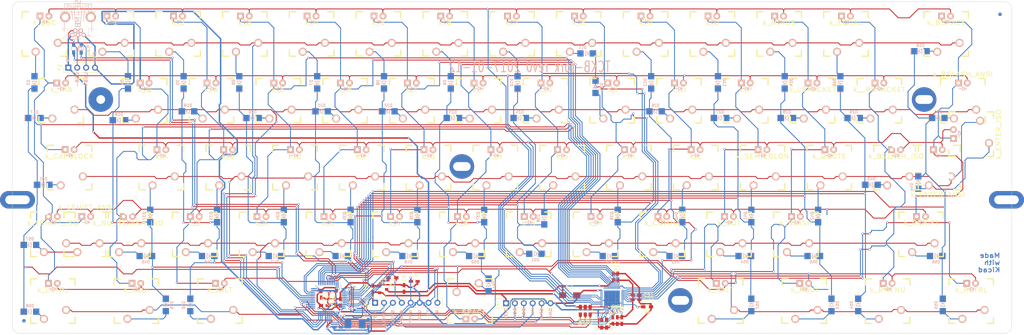
<source format=kicad_pcb>
(kicad_pcb (version 20171130) (host pcbnew "(5.1.12)-1")
  (title_block (title "TCKB : the \"Commando\" edition.") (date 2016-10-14) (rev 1.0) (company Ced67) (comment 1 "was an invaluable helper!") (comment 2 "Special thanks to Komar and the GH60 contributors for the pcb layout which") (comment 4 "Thanks to the MK community for their huge documentations."))
  (layers (0 F.Cu signal) (31 B.Cu signal) (34 B.Paste user hide) (35 F.Paste user hide) (36 B.SilkS user hide) (37 F.SilkS user hide) (38 B.Mask user hide) (39 F.Mask user hide) (44 Edge.Cuts user))
  (net 0 "")
  (net 1 NRST)
  (net 2 GNDPWR)
  (net 3 +3V3)
  (net 4 +5V)
  (net 5 Col_1_)
  (net 6 "Net-(D3-Pad2)")
  (net 7 Col_2_)
  (net 8 "Net-(D4-Pad2)")
  (net 9 Col_3_)
  (net 10 "Net-(D5-Pad2)")
  (net 11 Col_4_)
  (net 12 "Net-(D6-Pad2)")
  (net 13 Col_5_)
  (net 14 "Net-(D7-Pad2)")
  (net 15 Col_6_)
  (net 16 "Net-(D8-Pad2)")
  (net 17 Col_7_)
  (net 18 "Net-(D9-Pad2)")
  (net 19 Col_8_)
  (net 20 "Net-(D10-Pad2)")
  (net 21 Col_9_)
  (net 22 "Net-(D11-Pad2)")
  (net 23 Col_10_)
  (net 24 "Net-(D12-Pad2)")
  (net 25 Col_11_)
  (net 26 "Net-(D13-Pad2)")
  (net 27 Col_12_)
  (net 28 "Net-(D14-Pad2)")
  (net 29 Col_13_)
  (net 30 "Net-(D15-Pad2)")
  (net 31 "Net-(D16-Pad2)")
  (net 32 "Net-(D17-Pad2)")
  (net 33 "Net-(D18-Pad2)")
  (net 34 "Net-(D19-Pad2)")
  (net 35 "Net-(D20-Pad2)")
  (net 36 "Net-(D21-Pad2)")
  (net 37 "Net-(D22-Pad2)")
  (net 38 "Net-(D23-Pad2)")
  (net 39 "Net-(D24-Pad2)")
  (net 40 "Net-(D25-Pad2)")
  (net 41 "Net-(D26-Pad2)")
  (net 42 "Net-(D27-Pad2)")
  (net 43 "Net-(D28-Pad2)")
  (net 44 "Net-(D29-Pad2)")
  (net 45 "Net-(D30-Pad2)")
  (net 46 "Net-(D31-Pad2)")
  (net 47 "Net-(D32-Pad2)")
  (net 48 "Net-(D33-Pad2)")
  (net 49 "Net-(D34-Pad2)")
  (net 50 "Net-(D35-Pad2)")
  (net 51 "Net-(D36-Pad2)")
  (net 52 "Net-(D37-Pad2)")
  (net 53 "Net-(D38-Pad2)")
  (net 54 "Net-(D39-Pad2)")
  (net 55 "Net-(D40-Pad2)")
  (net 56 "Net-(D41-Pad2)")
  (net 57 "Net-(D42-Pad2)")
  (net 58 "Net-(D43-Pad2)")
  (net 59 "Net-(D44-Pad2)")
  (net 60 "Net-(D45-Pad2)")
  (net 61 "Net-(D46-Pad2)")
  (net 62 "Net-(D47-Pad2)")
  (net 63 "Net-(D48-Pad2)")
  (net 64 "Net-(D49-Pad2)")
  (net 65 "Net-(D50-Pad2)")
  (net 66 "Net-(D51-Pad2)")
  (net 67 "Net-(D52-Pad2)")
  (net 68 "Net-(D53-Pad2)")
  (net 69 "Net-(D54-Pad2)")
  (net 70 "Net-(D55-Pad2)")
  (net 71 "Net-(D56-Pad2)")
  (net 72 "Net-(D57-Pad2)")
  (net 73 "Net-(D58-Pad2)")
  (net 74 "Net-(D59-Pad2)")
  (net 75 "Net-(D60-Pad2)")
  (net 76 "Net-(D61-Pad2)")
  (net 77 "Net-(D62-Pad2)")
  (net 78 "Net-(D63-Pad2)")
  (net 79 "Net-(D64-Pad2)")
  (net 80 "Net-(D65-Pad2)")
  (net 81 "Net-(R2-Pad1)")
  (net 82 USART_TX)
  (net 83 USART_RX)
  (net 84 SWDIO)
  (net 85 SWCLK)
  (net 86 Line_1_)
  (net 87 Line_2_)
  (net 88 Line_3_)
  (net 89 Line_4_)
  (net 90 LED_COL_1)
  (net 91 LED_COL_2)
  (net 92 LED_COL_3)
  (net 93 LED_COL_4)
  (net 94 LED_COL_5)
  (net 95 LED_COL_6)
  (net 96 LED_COL_7)
  (net 97 LED_COL_8)
  (net 98 LED_COL_9)
  (net 99 LED_COL_10)
  (net 100 LED_COL_11)
  (net 101 LED_COL_12)
  (net 102 LED_COL_13)
  (net 103 BOOT0)
  (net 104 LED_LINE_1)
  (net 105 LED_LINE_2)
  (net 106 LED_LINE_3)
  (net 107 LED_LINE_4)
  (net 108 "Net-(R3-Pad1)")
  (net 109 Line_0_)
  (net 110 Col_0_)
  (net 111 LED_LINE_0)
  (net 112 LED_COL_0)
  (net 113 "Net-(R4-Pad1)")
  (net 114 LED_INT)
  (net 115 SCL)
  (net 116 SDA)
  (net 117 LED_SHTDN)
  (net 118 EXT_INT)
  (net 119 EXT_GPIO)
  (net 120 /Led_Controller/RSET)
  (net 121 USB_M)
  (net 122 USB_P)
  (net 123 OSC_IN)
  (net 124 OSC_OUT)
  (module TCKB:CHERRY_PCB_625H_STAB (layer F.Cu) (at 192.881 150.019 180)
    (fp_text reference ST6 hide)
    (fp_text value Space_6.25U hide)
    (pad HOLE np_thru_hole circle (at -50.038 -6.985 180) (size 3.048 3.048) (drill 3.048) (layers *.Cu))
    (pad HOLE np_thru_hole circle (at 50.038 -6.985 180) (size 3.048 3.048) (drill 3.048) (layers *.Cu))
    (pad HOLE np_thru_hole circle (at -50.038 8.255 180) (size 3.9878 3.9878) (drill 3.9878) (layers *.Cu))
    (pad HOLE np_thru_hole circle (at 50.038 8.255 180) (size 3.9878 3.9878) (drill 3.9878) (layers *.Cu))
  )
  (module TCKB:CHERRY_PCB_275H_SW (layer F.Cu) (at 321.47 130.97 180)
    (fp_text reference SW58 hide)
    (fp_text value k_RSHIFT (at 0 3.175 180) (layer F.SilkS) (effects (font (size 1.27 1.524) (thickness 0.2032))))
    (pad 1 thru_hole circle (at 2.54 -5.08 180) (size 2.286 2.286) (drill 1.4986) (layers *.Cu *.SilkS *.Mask) (net 71 "Net-(D56-Pad2)"))
    (pad 2 thru_hole circle (at -3.81 -2.54 180) (size 2.286 2.286) (drill 1.4986) (layers *.Cu *.SilkS *.Mask) (net 88 Line_3_))
    (pad HOLE np_thru_hole circle (at 0 0 180) (size 3.9878 3.9878) (drill 3.9878) (layers *.Cu))
    (pad HOLE np_thru_hole circle (at -5.08 0 180) (size 1.7018 1.7018) (drill 1.7018) (layers *.Cu))
    (pad HOLE np_thru_hole circle (at 5.08 0 180) (size 1.7018 1.7018) (drill 1.7018) (layers *.Cu))
  )
  (module TCKB:CHERRY_MX_LED (layer B.Cu) (at 192.881 150.019 180)
    (fp_text reference LED32 hide)
    (fp_text value led_SPACE hide)
    (pad 1 thru_hole circle (at -1.27 -5.08 180) (size 1.905 1.905) (drill 0.9906) (layers *.Cu *.SilkS *.Mask) (net 107 LED_LINE_4))
    (pad 2 thru_hole rect (at 1.27 -5.08 180) (size 1.905 1.905) (drill 0.9906) (layers *.Cu *.SilkS *.Mask) (net 95 LED_COL_6))
  )
  (module hole:PKRHSL (layer F.Cu) (at 345.831 121.121)
    (fp_text reference HOLE_6 hide)
    (fp_text value VAL** hide)
    (pad 1 thru_hole oval (at 0 0) (size 9.99998 5.00126) (drill oval 7.00024 2.49936) (layers *.Cu *.Mask))
  )
  (module hole:PKRHSL (layer F.Cu) (at 63.7489 121.121)
    (fp_text reference HOLE_5 hide)
    (fp_text value VAL** hide)
    (pad 1 thru_hole oval (at 0 0) (size 9.99998 5.00126) (drill oval 7.00024 2.49936) (layers *.Cu *.Mask))
  )
  (module hole:PKRH (layer F.Cu) (at 322.34 92.5208)
    (fp_text reference HOLE_4 hide)
    (fp_text value VAL** hide)
    (pad 1 thru_hole circle (at 0 0) (size 7.00024 7.00024) (drill oval 5.00126 2.49936) (layers *.Cu *.Mask))
  )
  (module hole:PKRH (layer F.Cu) (at 252.789 149.821)
    (fp_text reference HOLE_3 hide)
    (fp_text value VAL** hide)
    (pad 1 thru_hole circle (at 0 0) (size 7.00024 7.00024) (drill oval 5.00126 2.49936) (layers *.Cu *.Mask))
  )
  (module hole:PKRH (layer F.Cu) (at 190.49 111.62)
    (fp_text reference HOLE_2 hide)
    (fp_text value VAL** hide)
    (pad 1 thru_hole circle (at 0 0) (size 7.00024 7.00024) (drill oval 5.00126 2.49936) (layers *.Cu *.Mask))
  )
  (module hole:PKRHC (layer F.Cu) (at 87.4893 92.5208)
    (fp_text reference HOLE hide)
    (fp_text value VAL** hide)
    (pad 1 thru_hole circle (at 0 0) (size 7.0013 7.0013) (drill 2.4994) (layers *.Cu *.Mask))
  )
  (module hole:FIDUCIAL (layer B.Cu) (at 343.99 68.22)
    (fp_text reference FID_2 hide)
    (fp_text value FIDUCIAL hide)
    (pad 1 connect circle (at 0 0) (size 1 1) (layers B.Cu B.Mask) (clearance 0.6))
  )
  (module hole:FIDUCIAL (layer B.Cu) (at 65.58 155.63)
    (fp_text reference FID hide)
    (fp_text value FIDUCIAL hide)
    (pad 1 connect circle (at 0 0) (size 1 1) (layers B.Cu B.Mask) (clearance 0.6))
  )
  (module TCKB:CHERRY_PCB_225H_STAB (layer F.Cu) (at 83.3438 130.97)
    (fp_text reference ST5 hide)
    (fp_text value ANSI_Left_Shift_2.25U hide)
    (pad HOLE np_thru_hole circle (at -11.938 -6.985) (size 3.048 3.048) (drill 3.048) (layers *.Cu))
    (pad HOLE np_thru_hole circle (at 11.938 -6.985) (size 3.048 3.048) (drill 3.048) (layers *.Cu))
    (pad HOLE np_thru_hole circle (at -11.938 8.255) (size 3.9878 3.9878) (drill 3.9878) (layers *.Cu))
    (pad HOLE np_thru_hole circle (at 11.938 8.255) (size 3.9878 3.9878) (drill 3.9878) (layers *.Cu))
  )
  (module TCKB:CHERRY_PCB_275H_STAB (layer F.Cu) (at 321.47 130.97)
    (fp_text reference ST4 hide)
    (fp_text value Right_Shift_2.75U hide)
    (pad HOLE np_thru_hole circle (at -11.938 -6.985) (size 3.048 3.048) (drill 3.048) (layers *.Cu))
    (pad HOLE np_thru_hole circle (at 11.938 -6.985) (size 3.048 3.048) (drill 3.048) (layers *.Cu))
    (pad HOLE np_thru_hole circle (at -11.938 8.255) (size 3.9878 3.9878) (drill 3.9878) (layers *.Cu))
    (pad HOLE np_thru_hole circle (at 11.938 8.255) (size 3.9878 3.9878) (drill 3.9878) (layers *.Cu))
  )
  (module TCKB:CHERRY_PCB_200H_STAB (layer F.Cu) (at 335.756 102.394 270)
    (fp_text reference ST3 hide)
    (fp_text value ISO_Return_2U hide)
    (pad HOLE np_thru_hole circle (at -11.938 -6.985 270) (size 3.048 3.048) (drill 3.048) (layers *.Cu))
    (pad HOLE np_thru_hole circle (at 11.938 -6.985 270) (size 3.048 3.048) (drill 3.048) (layers *.Cu))
    (pad HOLE np_thru_hole circle (at -11.938 8.255 270) (size 3.9878 3.9878) (drill 3.9878) (layers *.Cu))
    (pad HOLE np_thru_hole circle (at 11.938 8.255 270) (size 3.9878 3.9878) (drill 3.9878) (layers *.Cu))
  )
  (module TCKB:CHERRY_PCB_225H_STAB (layer F.Cu) (at 326.231 111.92)
    (fp_text reference ST2 hide)
    (fp_text value ANSI_Return_2.25U hide)
    (pad HOLE np_thru_hole circle (at -11.938 -6.985) (size 3.048 3.048) (drill 3.048) (layers *.Cu))
    (pad HOLE np_thru_hole circle (at 11.938 -6.985) (size 3.048 3.048) (drill 3.048) (layers *.Cu))
    (pad HOLE np_thru_hole circle (at -11.938 8.255) (size 3.9878 3.9878) (drill 3.9878) (layers *.Cu))
    (pad HOLE np_thru_hole circle (at 11.938 8.255) (size 3.9878 3.9878) (drill 3.9878) (layers *.Cu))
  )
  (module TCKB:CHERRY_PCB_200H_STAB (layer F.Cu) (at 328.612 73.8188)
    (fp_text reference ST1 hide)
    (fp_text value Backspace_2U hide)
    (pad HOLE np_thru_hole circle (at -11.938 -6.985) (size 3.048 3.048) (drill 3.048) (layers *.Cu))
    (pad HOLE np_thru_hole circle (at 11.938 -6.985) (size 3.048 3.048) (drill 3.048) (layers *.Cu))
    (pad HOLE np_thru_hole circle (at -11.938 8.255) (size 3.9878 3.9878) (drill 3.9878) (layers *.Cu))
    (pad HOLE np_thru_hole circle (at 11.938 8.255) (size 3.9878 3.9878) (drill 3.9878) (layers *.Cu))
  )
  (module TCKB:MiniMELF_2mm (layer B.Cu) (at 68.58 87.63 90)
    (fp_text reference D3 (at 0 -1.7 90) (layer B.SilkS) (effects (font (size 0.8 0.8)) (justify mirror)))
    (fp_text value 1N4148 hide)
    (pad 1 smd rect (at -1.75 0 90) (size 1.8 1.8) (layers B.Cu B.Paste B.Mask) (net 110 Col_0_) (clearance 0.02))
    (pad 2 smd rect (at 1.75 0 90) (size 1.8 1.8) (layers B.Cu B.Paste B.Mask) (net 6 "Net-(D3-Pad2)") (clearance 0.02))
  )
  (module TCKB:MiniMELF_2mm (layer B.Cu) (at 95.25 87.63 90)
    (fp_text reference D4 (at 0 -1.7 90) (layer B.SilkS) (effects (font (size 0.8 0.8)) (justify mirror)))
    (fp_text value 1N4148 hide)
    (pad 1 smd rect (at -1.75 0 90) (size 1.8 1.8) (layers B.Cu B.Paste B.Mask) (net 5 Col_1_) (clearance 0.02))
    (pad 2 smd rect (at 1.75 0 90) (size 1.8 1.8) (layers B.Cu B.Paste B.Mask) (net 8 "Net-(D4-Pad2)") (clearance 0.02))
  )
  (module TCKB:MiniMELF_2mm (layer B.Cu) (at 111.125 87.63 90)
    (fp_text reference D5 (at 0 -1.7 90) (layer B.SilkS) (effects (font (size 0.8 0.8)) (justify mirror)))
    (fp_text value 1N4148 hide)
    (pad 1 smd rect (at -1.75 0 90) (size 1.8 1.8) (layers B.Cu B.Paste B.Mask) (net 7 Col_2_) (clearance 0.02))
    (pad 2 smd rect (at 1.75 0 90) (size 1.8 1.8) (layers B.Cu B.Paste B.Mask) (net 10 "Net-(D5-Pad2)") (clearance 0.02))
  )
  (module TCKB:MiniMELF_2mm (layer B.Cu) (at 127 87.63 90)
    (fp_text reference D6 (at 0 -1.7 90) (layer B.SilkS) (effects (font (size 0.8 0.8)) (justify mirror)))
    (fp_text value 1N4148 hide)
    (pad 1 smd rect (at -1.75 0 90) (size 1.8 1.8) (layers B.Cu B.Paste B.Mask) (net 9 Col_3_) (clearance 0.02))
    (pad 2 smd rect (at 1.75 0 90) (size 1.8 1.8) (layers B.Cu B.Paste B.Mask) (net 12 "Net-(D6-Pad2)") (clearance 0.02))
  )
  (module TCKB:MiniMELF_2mm (layer B.Cu) (at 149.225 87.63 90)
    (fp_text reference D7 (at 0 -1.7 90) (layer B.SilkS) (effects (font (size 0.8 0.8)) (justify mirror)))
    (fp_text value 1N4148 hide)
    (pad 1 smd rect (at -1.75 0 90) (size 1.8 1.8) (layers B.Cu B.Paste B.Mask) (net 11 Col_4_) (clearance 0.02))
    (pad 2 smd rect (at 1.75 0 90) (size 1.8 1.8) (layers B.Cu B.Paste B.Mask) (net 14 "Net-(D7-Pad2)") (clearance 0.02))
  )
  (module TCKB:MiniMELF_2mm (layer B.Cu) (at 168.275 87.63 90)
    (fp_text reference D8 (at 0 -1.7 90) (layer B.SilkS) (effects (font (size 0.8 0.8)) (justify mirror)))
    (fp_text value 1N4148 hide)
    (pad 1 smd rect (at -1.75 0 90) (size 1.8 1.8) (layers B.Cu B.Paste B.Mask) (net 13 Col_5_) (clearance 0.02))
    (pad 2 smd rect (at 1.75 0 90) (size 1.8 1.8) (layers B.Cu B.Paste B.Mask) (net 16 "Net-(D8-Pad2)") (clearance 0.02))
  )
  (module TCKB:MiniMELF_2mm (layer B.Cu) (at 187.325 87.63 90)
    (fp_text reference D9 (at 0 -1.7 90) (layer B.SilkS) (effects (font (size 0.8 0.8)) (justify mirror)))
    (fp_text value 1N4148 hide)
    (pad 1 smd rect (at -1.75 0 90) (size 1.8 1.8) (layers B.Cu B.Paste B.Mask) (net 15 Col_6_) (clearance 0.02))
    (pad 2 smd rect (at 1.75 0 90) (size 1.8 1.8) (layers B.Cu B.Paste B.Mask) (net 18 "Net-(D9-Pad2)") (clearance 0.02))
  )
  (module TCKB:MiniMELF_2mm (layer B.Cu) (at 206.375 87.63 90)
    (fp_text reference D10 (at 0 -1.7 90) (layer B.SilkS) (effects (font (size 0.8 0.8)) (justify mirror)))
    (fp_text value 1N4148 hide)
    (pad 1 smd rect (at -1.75 0 90) (size 1.8 1.8) (layers B.Cu B.Paste B.Mask) (net 17 Col_7_) (clearance 0.02))
    (pad 2 smd rect (at 1.75 0 90) (size 1.8 1.8) (layers B.Cu B.Paste B.Mask) (net 20 "Net-(D10-Pad2)") (clearance 0.02))
  )
  (module TCKB:MiniMELF_2mm (layer B.Cu) (at 226.06 79.375 180)
    (fp_text reference D11 (at 1.143 1.651 180) (layer B.SilkS) (effects (font (size 0.8 0.8)) (justify mirror)))
    (fp_text value 1N4148 hide)
    (pad 1 smd rect (at -1.75 0 180) (size 1.8 1.8) (layers B.Cu B.Paste B.Mask) (net 19 Col_8_) (clearance 0.02))
    (pad 2 smd rect (at 1.75 0 180) (size 1.8 1.8) (layers B.Cu B.Paste B.Mask) (net 22 "Net-(D11-Pad2)") (clearance 0.02))
  )
  (module TCKB:MiniMELF_2mm (layer B.Cu) (at 244.475 87.63 90)
    (fp_text reference D12 (at 0 -1.7 90) (layer B.SilkS) (effects (font (size 0.8 0.8)) (justify mirror)))
    (fp_text value 1N4148 hide)
    (pad 1 smd rect (at -1.75 0 90) (size 1.8 1.8) (layers B.Cu B.Paste B.Mask) (net 21 Col_9_) (clearance 0.02))
    (pad 2 smd rect (at 1.75 0 90) (size 1.8 1.8) (layers B.Cu B.Paste B.Mask) (net 24 "Net-(D12-Pad2)") (clearance 0.02))
  )
  (module TCKB:MiniMELF_2mm (layer B.Cu) (at 263.525 87.63 90)
    (fp_text reference D13 (at 0 1.905 90) (layer B.SilkS) (effects (font (size 0.8 0.8)) (justify mirror)))
    (fp_text value 1N4148 hide)
    (pad 1 smd rect (at -1.75 0 90) (size 1.8 1.8) (layers B.Cu B.Paste B.Mask) (net 23 Col_10_) (clearance 0.02))
    (pad 2 smd rect (at 1.75 0 90) (size 1.8 1.8) (layers B.Cu B.Paste B.Mask) (net 26 "Net-(D13-Pad2)") (clearance 0.02))
  )
  (module TCKB:MiniMELF_2mm (layer B.Cu) (at 282.575 87.63 90)
    (fp_text reference D14 (at 0 1.905 90) (layer B.SilkS) (effects (font (size 0.8 0.8)) (justify mirror)))
    (fp_text value 1N4148 hide)
    (pad 1 smd rect (at -1.75 0 90) (size 1.8 1.8) (layers B.Cu B.Paste B.Mask) (net 25 Col_11_) (clearance 0.02))
    (pad 2 smd rect (at 1.75 0 90) (size 1.8 1.8) (layers B.Cu B.Paste B.Mask) (net 28 "Net-(D14-Pad2)") (clearance 0.02))
  )
  (module TCKB:MiniMELF_2mm (layer B.Cu) (at 298.45 87.63 90)
    (fp_text reference D15 (at 0 -1.7 90) (layer B.SilkS) (effects (font (size 0.8 0.8)) (justify mirror)))
    (fp_text value 1N4148 hide)
    (pad 1 smd rect (at -1.75 0 90) (size 1.8 1.8) (layers B.Cu B.Paste B.Mask) (net 27 Col_12_) (clearance 0.02))
    (pad 2 smd rect (at 1.75 0 90) (size 1.8 1.8) (layers B.Cu B.Paste B.Mask) (net 30 "Net-(D15-Pad2)") (clearance 0.02))
  )
  (module TCKB:MiniMELF_2mm (layer B.Cu) (at 321.31 78.74)
    (fp_text reference D16 (at 0 -1.7) (layer B.SilkS) (effects (font (size 0.8 0.8)) (justify mirror)))
    (fp_text value 1N4148 hide)
    (pad 1 smd rect (at -1.75 0) (size 1.8 1.8) (layers B.Cu B.Paste B.Mask) (net 29 Col_13_) (clearance 0.02))
    (pad 2 smd rect (at 1.75 0) (size 1.8 1.8) (layers B.Cu B.Paste B.Mask) (net 31 "Net-(D16-Pad2)") (clearance 0.02))
  )
  (module TCKB:MiniMELF_2mm (layer B.Cu) (at 68.58 97.79)
    (fp_text reference D17 (at 0 -1.7) (layer B.SilkS) (effects (font (size 0.8 0.8)) (justify mirror)))
    (fp_text value 1N4148 hide)
    (pad 1 smd rect (at -1.75 0) (size 1.8 1.8) (layers B.Cu B.Paste B.Mask) (net 110 Col_0_) (clearance 0.02))
    (pad 2 smd rect (at 1.75 0) (size 1.8 1.8) (layers B.Cu B.Paste B.Mask) (net 32 "Net-(D17-Pad2)") (clearance 0.02))
  )
  (module TCKB:MiniMELF_2mm (layer B.Cu) (at 92.71 98.425)
    (fp_text reference D18 (at 0 -1.7) (layer B.SilkS) (effects (font (size 0.8 0.8)) (justify mirror)))
    (fp_text value 1N4148 hide)
    (pad 1 smd rect (at -1.75 0) (size 1.8 1.8) (layers B.Cu B.Paste B.Mask) (net 5 Col_1_) (clearance 0.02))
    (pad 2 smd rect (at 1.75 0) (size 1.8 1.8) (layers B.Cu B.Paste B.Mask) (net 33 "Net-(D18-Pad2)") (clearance 0.02))
  )
  (module TCKB:MiniMELF_2mm (layer B.Cu) (at 112.395 95.885)
    (fp_text reference D19 (at 0 -1.7) (layer B.SilkS) (effects (font (size 0.8 0.8)) (justify mirror)))
    (fp_text value 1N4148 hide)
    (pad 1 smd rect (at -1.75 0) (size 1.8 1.8) (layers B.Cu B.Paste B.Mask) (net 7 Col_2_) (clearance 0.02))
    (pad 2 smd rect (at 1.75 0) (size 1.8 1.8) (layers B.Cu B.Paste B.Mask) (net 34 "Net-(D19-Pad2)") (clearance 0.02))
  )
  (module TCKB:MiniMELF_2mm (layer B.Cu) (at 130.81 97.79)
    (fp_text reference D20 (at 0 -1.7) (layer B.SilkS) (effects (font (size 0.8 0.8)) (justify mirror)))
    (fp_text value 1N4148 hide)
    (pad 1 smd rect (at -1.75 0) (size 1.8 1.8) (layers B.Cu B.Paste B.Mask) (net 9 Col_3_) (clearance 0.02))
    (pad 2 smd rect (at 1.75 0) (size 1.8 1.8) (layers B.Cu B.Paste B.Mask) (net 35 "Net-(D20-Pad2)") (clearance 0.02))
  )
  (module TCKB:MiniMELF_2mm (layer B.Cu) (at 150.495 95.885)
    (fp_text reference D21 (at 0 -1.7) (layer B.SilkS) (effects (font (size 0.8 0.8)) (justify mirror)))
    (fp_text value 1N4148 hide)
    (pad 1 smd rect (at -1.75 0) (size 1.8 1.8) (layers B.Cu B.Paste B.Mask) (net 11 Col_4_) (clearance 0.02))
    (pad 2 smd rect (at 1.75 0) (size 1.8 1.8) (layers B.Cu B.Paste B.Mask) (net 36 "Net-(D21-Pad2)") (clearance 0.02))
  )
  (module TCKB:MiniMELF_2mm (layer B.Cu) (at 169.545 95.885)
    (fp_text reference D22 (at 0 -1.7) (layer B.SilkS) (effects (font (size 0.8 0.8)) (justify mirror)))
    (fp_text value 1N4148 hide)
    (pad 1 smd rect (at -1.75 0) (size 1.8 1.8) (layers B.Cu B.Paste B.Mask) (net 13 Col_5_) (clearance 0.02))
    (pad 2 smd rect (at 1.75 0) (size 1.8 1.8) (layers B.Cu B.Paste B.Mask) (net 37 "Net-(D22-Pad2)") (clearance 0.02))
  )
  (module TCKB:MiniMELF_2mm (layer B.Cu) (at 187.96 97.79)
    (fp_text reference D23 (at 0 -1.7) (layer B.SilkS) (effects (font (size 0.8 0.8)) (justify mirror)))
    (fp_text value 1N4148 hide)
    (pad 1 smd rect (at -1.75 0) (size 1.8 1.8) (layers B.Cu B.Paste B.Mask) (net 15 Col_6_) (clearance 0.02))
    (pad 2 smd rect (at 1.75 0) (size 1.8 1.8) (layers B.Cu B.Paste B.Mask) (net 38 "Net-(D23-Pad2)") (clearance 0.02))
  )
  (module TCKB:MiniMELF_2mm (layer B.Cu) (at 207.01 97.79)
    (fp_text reference D24 (at 0 -1.7) (layer B.SilkS) (effects (font (size 0.8 0.8)) (justify mirror)))
    (fp_text value 1N4148 hide)
    (pad 1 smd rect (at -1.75 0) (size 1.8 1.8) (layers B.Cu B.Paste B.Mask) (net 17 Col_7_) (clearance 0.02))
    (pad 2 smd rect (at 1.75 0) (size 1.8 1.8) (layers B.Cu B.Paste B.Mask) (net 39 "Net-(D24-Pad2)") (clearance 0.02))
  )
  (module TCKB:MiniMELF_2mm (layer B.Cu) (at 228.6 88.9 270)
    (fp_text reference D25 (at 0 -1.7 270) (layer B.SilkS) (effects (font (size 0.8 0.8)) (justify mirror)))
    (fp_text value 1N4148 hide)
    (pad 1 smd rect (at -1.75 0 270) (size 1.8 1.8) (layers B.Cu B.Paste B.Mask) (net 19 Col_8_) (clearance 0.02))
    (pad 2 smd rect (at 1.75 0 270) (size 1.8 1.8) (layers B.Cu B.Paste B.Mask) (net 40 "Net-(D25-Pad2)") (clearance 0.02))
  )
  (module TCKB:MiniMELF_2mm (layer B.Cu) (at 245.745 95.885)
    (fp_text reference D26 (at 0 -1.7) (layer B.SilkS) (effects (font (size 0.8 0.8)) (justify mirror)))
    (fp_text value 1N4148 hide)
    (pad 1 smd rect (at -1.75 0) (size 1.8 1.8) (layers B.Cu B.Paste B.Mask) (net 21 Col_9_) (clearance 0.02))
    (pad 2 smd rect (at 1.75 0) (size 1.8 1.8) (layers B.Cu B.Paste B.Mask) (net 41 "Net-(D26-Pad2)") (clearance 0.02))
  )
  (module TCKB:MiniMELF_2mm (layer B.Cu) (at 264.16 97.79)
    (fp_text reference D27 (at 0 -1.7) (layer B.SilkS) (effects (font (size 0.8 0.8)) (justify mirror)))
    (fp_text value 1N4148 hide)
    (pad 1 smd rect (at -1.75 0) (size 1.8 1.8) (layers B.Cu B.Paste B.Mask) (net 23 Col_10_) (clearance 0.02))
    (pad 2 smd rect (at 1.75 0) (size 1.8 1.8) (layers B.Cu B.Paste B.Mask) (net 42 "Net-(D27-Pad2)") (clearance 0.02))
  )
  (module TCKB:MiniMELF_2mm (layer B.Cu) (at 283.21 97.79)
    (fp_text reference D28 (at 0 -1.7) (layer B.SilkS) (effects (font (size 0.8 0.8)) (justify mirror)))
    (fp_text value 1N4148 hide)
    (pad 1 smd rect (at -1.75 0) (size 1.8 1.8) (layers B.Cu B.Paste B.Mask) (net 25 Col_11_) (clearance 0.02))
    (pad 2 smd rect (at 1.75 0) (size 1.8 1.8) (layers B.Cu B.Paste B.Mask) (net 43 "Net-(D28-Pad2)") (clearance 0.02))
  )
  (module TCKB:MiniMELF_2mm (layer B.Cu) (at 302.26 97.79)
    (fp_text reference D29 (at 0 -1.7) (layer B.SilkS) (effects (font (size 0.8 0.8)) (justify mirror)))
    (fp_text value 1N4148 hide)
    (pad 1 smd rect (at -1.75 0) (size 1.8 1.8) (layers B.Cu B.Paste B.Mask) (net 27 Col_12_) (clearance 0.02))
    (pad 2 smd rect (at 1.75 0) (size 1.8 1.8) (layers B.Cu B.Paste B.Mask) (net 44 "Net-(D29-Pad2)") (clearance 0.02))
  )
  (module TCKB:MiniMELF_2mm (layer B.Cu) (at 326.39 97.79)
    (fp_text reference D30 (at 0 -1.7) (layer B.SilkS) (effects (font (size 0.8 0.8)) (justify mirror)))
    (fp_text value 1N4148 hide)
    (pad 1 smd rect (at -1.75 0) (size 1.8 1.8) (layers B.Cu B.Paste B.Mask) (net 29 Col_13_) (clearance 0.02))
    (pad 2 smd rect (at 1.75 0) (size 1.8 1.8) (layers B.Cu B.Paste B.Mask) (net 45 "Net-(D30-Pad2)") (clearance 0.02))
  )
  (module TCKB:MiniMELF_2mm (layer B.Cu) (at 71.12 116.84)
    (fp_text reference D31 (at 0 -1.7) (layer B.SilkS) (effects (font (size 0.8 0.8)) (justify mirror)))
    (fp_text value 1N4148 hide)
    (pad 1 smd rect (at -1.75 0) (size 1.8 1.8) (layers B.Cu B.Paste B.Mask) (net 110 Col_0_) (clearance 0.02))
    (pad 2 smd rect (at 1.75 0) (size 1.8 1.8) (layers B.Cu B.Paste B.Mask) (net 46 "Net-(D31-Pad2)") (clearance 0.02))
  )
  (module TCKB:MiniMELF_2mm (layer B.Cu) (at 101.6 125.73 90)
    (fp_text reference D32 (at 0 -1.7 90) (layer B.SilkS) (effects (font (size 0.8 0.8)) (justify mirror)))
    (fp_text value 1N4148 hide)
    (pad 1 smd rect (at -1.75 0 90) (size 1.8 1.8) (layers B.Cu B.Paste B.Mask) (net 5 Col_1_) (clearance 0.02))
    (pad 2 smd rect (at 1.75 0 90) (size 1.8 1.8) (layers B.Cu B.Paste B.Mask) (net 47 "Net-(D32-Pad2)") (clearance 0.02))
  )
  (module TCKB:MiniMELF_2mm (layer B.Cu) (at 120.65 125.73 90)
    (fp_text reference D33 (at 0 -1.7 90) (layer B.SilkS) (effects (font (size 0.8 0.8)) (justify mirror)))
    (fp_text value 1N4148 hide)
    (pad 1 smd rect (at -1.75 0 90) (size 1.8 1.8) (layers B.Cu B.Paste B.Mask) (net 7 Col_2_) (clearance 0.02))
    (pad 2 smd rect (at 1.75 0 90) (size 1.8 1.8) (layers B.Cu B.Paste B.Mask) (net 48 "Net-(D33-Pad2)") (clearance 0.02))
  )
  (module TCKB:MiniMELF_2mm (layer B.Cu) (at 139.7 125.73 90)
    (fp_text reference D34 (at 0 -1.7 90) (layer B.SilkS) (effects (font (size 0.8 0.8)) (justify mirror)))
    (fp_text value 1N4148 hide)
    (pad 1 smd rect (at -1.75 0 90) (size 1.8 1.8) (layers B.Cu B.Paste B.Mask) (net 9 Col_3_) (clearance 0.02))
    (pad 2 smd rect (at 1.75 0 90) (size 1.8 1.8) (layers B.Cu B.Paste B.Mask) (net 49 "Net-(D34-Pad2)") (clearance 0.02))
  )
  (module TCKB:MiniMELF_2mm (layer B.Cu) (at 158.75 125.73 90)
    (fp_text reference D35 (at 0 -1.7 90) (layer B.SilkS) (effects (font (size 0.8 0.8)) (justify mirror)))
    (fp_text value 1N4148 hide)
    (pad 1 smd rect (at -1.75 0 90) (size 1.8 1.8) (layers B.Cu B.Paste B.Mask) (net 11 Col_4_) (clearance 0.02))
    (pad 2 smd rect (at 1.75 0 90) (size 1.8 1.8) (layers B.Cu B.Paste B.Mask) (net 50 "Net-(D35-Pad2)") (clearance 0.02))
  )
  (module TCKB:MiniMELF_2mm (layer B.Cu) (at 177.8 125.73 90)
    (fp_text reference D36 (at 0 -1.7 90) (layer B.SilkS) (effects (font (size 0.8 0.8)) (justify mirror)))
    (fp_text value 1N4148 hide)
    (pad 1 smd rect (at -1.75 0 90) (size 1.8 1.8) (layers B.Cu B.Paste B.Mask) (net 13 Col_5_) (clearance 0.02))
    (pad 2 smd rect (at 1.75 0 90) (size 1.8 1.8) (layers B.Cu B.Paste B.Mask) (net 51 "Net-(D36-Pad2)") (clearance 0.02))
  )
  (module TCKB:MiniMELF_2mm (layer B.Cu) (at 196.85 125.73 90)
    (fp_text reference D37 (at 0 -1.7 90) (layer B.SilkS) (effects (font (size 0.8 0.8)) (justify mirror)))
    (fp_text value 1N4148 hide)
    (pad 1 smd rect (at -1.75 0 90) (size 1.8 1.8) (layers B.Cu B.Paste B.Mask) (net 15 Col_6_) (clearance 0.02))
    (pad 2 smd rect (at 1.75 0 90) (size 1.8 1.8) (layers B.Cu B.Paste B.Mask) (net 52 "Net-(D37-Pad2)") (clearance 0.02))
  )
  (module TCKB:MiniMELF_2mm (layer B.Cu) (at 213.995 126.365 90)
    (fp_text reference D38 (at 0 -1.7 90) (layer B.SilkS) (effects (font (size 0.8 0.8)) (justify mirror)))
    (fp_text value 1N4148 hide)
    (pad 1 smd rect (at -1.75 0 90) (size 1.8 1.8) (layers B.Cu B.Paste B.Mask) (net 17 Col_7_) (clearance 0.02))
    (pad 2 smd rect (at 1.75 0 90) (size 1.8 1.8) (layers B.Cu B.Paste B.Mask) (net 53 "Net-(D38-Pad2)") (clearance 0.02))
  )
  (module TCKB:MiniMELF_2mm (layer B.Cu) (at 234.95 125.73 90)
    (fp_text reference D39 (at 0 -1.7 90) (layer B.SilkS) (effects (font (size 0.8 0.8)) (justify mirror)))
    (fp_text value 1N4148 hide)
    (pad 1 smd rect (at -1.75 0 90) (size 1.8 1.8) (layers B.Cu B.Paste B.Mask) (net 19 Col_8_) (clearance 0.02))
    (pad 2 smd rect (at 1.75 0 90) (size 1.8 1.8) (layers B.Cu B.Paste B.Mask) (net 54 "Net-(D39-Pad2)") (clearance 0.02))
  )
  (module TCKB:MiniMELF_2mm (layer B.Cu) (at 253.365 125.73 90)
    (fp_text reference D40 (at 0 -1.7 90) (layer B.SilkS) (effects (font (size 0.8 0.8)) (justify mirror)))
    (fp_text value 1N4148 hide)
    (pad 1 smd rect (at -1.75 0 90) (size 1.8 1.8) (layers B.Cu B.Paste B.Mask) (net 21 Col_9_) (clearance 0.02))
    (pad 2 smd rect (at 1.75 0 90) (size 1.8 1.8) (layers B.Cu B.Paste B.Mask) (net 55 "Net-(D40-Pad2)") (clearance 0.02))
  )
  (module TCKB:MiniMELF_2mm (layer B.Cu) (at 273.05 125.73 90)
    (fp_text reference D41 (at 0 -1.7 90) (layer B.SilkS) (effects (font (size 0.8 0.8)) (justify mirror)))
    (fp_text value 1N4148 hide)
    (pad 1 smd rect (at -1.75 0 90) (size 1.8 1.8) (layers B.Cu B.Paste B.Mask) (net 23 Col_10_) (clearance 0.02))
    (pad 2 smd rect (at 1.75 0 90) (size 1.8 1.8) (layers B.Cu B.Paste B.Mask) (net 56 "Net-(D41-Pad2)") (clearance 0.02))
  )
  (module TCKB:MiniMELF_2mm (layer B.Cu) (at 292.1 125.73 90)
    (fp_text reference D42 (at 0 -1.7 90) (layer B.SilkS) (effects (font (size 0.8 0.8)) (justify mirror)))
    (fp_text value 1N4148 hide)
    (pad 1 smd rect (at -1.75 0 90) (size 1.8 1.8) (layers B.Cu B.Paste B.Mask) (net 25 Col_11_) (clearance 0.02))
    (pad 2 smd rect (at 1.75 0 90) (size 1.8 1.8) (layers B.Cu B.Paste B.Mask) (net 57 "Net-(D42-Pad2)") (clearance 0.02))
  )
  (module TCKB:MiniMELF_2mm (layer B.Cu) (at 307.34 116.84)
    (fp_text reference D43 (at 0 -1.7) (layer B.SilkS) (effects (font (size 0.8 0.8)) (justify mirror)))
    (fp_text value 1N4148 hide)
    (pad 1 smd rect (at -1.75 0) (size 1.8 1.8) (layers B.Cu B.Paste B.Mask) (net 27 Col_12_) (clearance 0.02))
    (pad 2 smd rect (at 1.75 0) (size 1.8 1.8) (layers B.Cu B.Paste B.Mask) (net 58 "Net-(D43-Pad2)") (clearance 0.02))
  )
  (module TCKB:MiniMELF_2mm (layer B.Cu) (at 320.675 116.205 270)
    (fp_text reference D44 (at 1.27 1.905 270) (layer B.SilkS) (effects (font (size 0.8 0.8)) (justify mirror)))
    (fp_text value 1N4148 hide)
    (pad 1 smd rect (at -1.75 0 270) (size 1.8 1.8) (layers B.Cu B.Paste B.Mask) (net 29 Col_13_) (clearance 0.02))
    (pad 2 smd rect (at 1.75 0 270) (size 1.8 1.8) (layers B.Cu B.Paste B.Mask) (net 59 "Net-(D44-Pad2)") (clearance 0.02))
  )
  (module TCKB:MiniMELF_2mm (layer B.Cu) (at 100.33 137.16 180)
    (fp_text reference D45 (at 0 -1.7 180) (layer B.SilkS) (effects (font (size 0.8 0.8)) (justify mirror)))
    (fp_text value 1N4148 hide)
    (pad 1 smd rect (at -1.75 0 180) (size 1.8 1.8) (layers B.Cu B.Paste B.Mask) (net 5 Col_1_) (clearance 0.02))
    (pad 2 smd rect (at 1.75 0 180) (size 1.8 1.8) (layers B.Cu B.Paste B.Mask) (net 60 "Net-(D45-Pad2)") (clearance 0.02))
  )
  (module TCKB:MiniMELF_2mm (layer B.Cu) (at 118.11 137.16 180)
    (fp_text reference D46 (at 0 -1.7 180) (layer B.SilkS) (effects (font (size 0.8 0.8)) (justify mirror)))
    (fp_text value 1N4148 hide)
    (pad 1 smd rect (at -1.75 0 180) (size 1.8 1.8) (layers B.Cu B.Paste B.Mask) (net 7 Col_2_) (clearance 0.02))
    (pad 2 smd rect (at 1.75 0 180) (size 1.8 1.8) (layers B.Cu B.Paste B.Mask) (net 61 "Net-(D46-Pad2)") (clearance 0.02))
  )
  (module TCKB:MiniMELF_2mm (layer B.Cu) (at 137.16 137.16 180)
    (fp_text reference D47 (at 0 -1.7 180) (layer B.SilkS) (effects (font (size 0.8 0.8)) (justify mirror)))
    (fp_text value 1N4148 hide)
    (pad 1 smd rect (at -1.75 0 180) (size 1.8 1.8) (layers B.Cu B.Paste B.Mask) (net 9 Col_3_) (clearance 0.02))
    (pad 2 smd rect (at 1.75 0 180) (size 1.8 1.8) (layers B.Cu B.Paste B.Mask) (net 62 "Net-(D47-Pad2)") (clearance 0.02))
  )
  (module TCKB:MiniMELF_2mm (layer B.Cu) (at 156.21 137.16 180)
    (fp_text reference D48 (at 0 -1.7 180) (layer B.SilkS) (effects (font (size 0.8 0.8)) (justify mirror)))
    (fp_text value 1N4148 hide)
    (pad 1 smd rect (at -1.75 0 180) (size 1.8 1.8) (layers B.Cu B.Paste B.Mask) (net 11 Col_4_) (clearance 0.02))
    (pad 2 smd rect (at 1.75 0 180) (size 1.8 1.8) (layers B.Cu B.Paste B.Mask) (net 63 "Net-(D48-Pad2)") (clearance 0.02))
  )
  (module TCKB:MiniMELF_2mm (layer B.Cu) (at 175.26 137.16 180)
    (fp_text reference D49 (at 0 -1.7 180) (layer B.SilkS) (effects (font (size 0.8 0.8)) (justify mirror)))
    (fp_text value 1N4148 hide)
    (pad 1 smd rect (at -1.75 0 180) (size 1.8 1.8) (layers B.Cu B.Paste B.Mask) (net 13 Col_5_) (clearance 0.02))
    (pad 2 smd rect (at 1.75 0 180) (size 1.8 1.8) (layers B.Cu B.Paste B.Mask) (net 64 "Net-(D49-Pad2)") (clearance 0.02))
  )
  (module TCKB:MiniMELF_2mm (layer B.Cu) (at 194.31 137.16 180)
    (fp_text reference D50 (at 0 -1.7 180) (layer B.SilkS) (effects (font (size 0.8 0.8)) (justify mirror)))
    (fp_text value 1N4148 hide)
    (pad 1 smd rect (at -1.75 0 180) (size 1.8 1.8) (layers B.Cu B.Paste B.Mask) (net 15 Col_6_) (clearance 0.02))
    (pad 2 smd rect (at 1.75 0 180) (size 1.8 1.8) (layers B.Cu B.Paste B.Mask) (net 65 "Net-(D50-Pad2)") (clearance 0.02))
  )
  (module TCKB:MiniMELF_2mm (layer B.Cu) (at 211.455 136.525 180)
    (fp_text reference D51 (at 0 -1.7 180) (layer B.SilkS) (effects (font (size 0.8 0.8)) (justify mirror)))
    (fp_text value 1N4148 hide)
    (pad 1 smd rect (at -1.75 0 180) (size 1.8 1.8) (layers B.Cu B.Paste B.Mask) (net 17 Col_7_) (clearance 0.02))
    (pad 2 smd rect (at 1.75 0 180) (size 1.8 1.8) (layers B.Cu B.Paste B.Mask) (net 66 "Net-(D51-Pad2)") (clearance 0.02))
  )
  (module TCKB:MiniMELF_2mm (layer B.Cu) (at 232.41 137.16 180)
    (fp_text reference D52 (at 0 -1.7 180) (layer B.SilkS) (effects (font (size 0.8 0.8)) (justify mirror)))
    (fp_text value 1N4148 hide)
    (pad 1 smd rect (at -1.75 0 180) (size 1.8 1.8) (layers B.Cu B.Paste B.Mask) (net 19 Col_8_) (clearance 0.02))
    (pad 2 smd rect (at 1.75 0 180) (size 1.8 1.8) (layers B.Cu B.Paste B.Mask) (net 67 "Net-(D52-Pad2)") (clearance 0.02))
  )
  (module TCKB:MiniMELF_2mm (layer B.Cu) (at 251.46 137.16 180)
    (fp_text reference D53 (at 0 -1.7 180) (layer B.SilkS) (effects (font (size 0.8 0.8)) (justify mirror)))
    (fp_text value 1N4148 hide)
    (pad 1 smd rect (at -1.75 0 180) (size 1.8 1.8) (layers B.Cu B.Paste B.Mask) (net 21 Col_9_) (clearance 0.02))
    (pad 2 smd rect (at 1.75 0 180) (size 1.8 1.8) (layers B.Cu B.Paste B.Mask) (net 68 "Net-(D53-Pad2)") (clearance 0.02))
  )
  (module TCKB:MiniMELF_2mm (layer B.Cu) (at 271.145 137.16 180)
    (fp_text reference D54 (at 0 -1.7 180) (layer B.SilkS) (effects (font (size 0.8 0.8)) (justify mirror)))
    (fp_text value 1N4148 hide)
    (pad 1 smd rect (at -1.75 0 180) (size 1.8 1.8) (layers B.Cu B.Paste B.Mask) (net 23 Col_10_) (clearance 0.02))
    (pad 2 smd rect (at 1.75 0 180) (size 1.8 1.8) (layers B.Cu B.Paste B.Mask) (net 69 "Net-(D54-Pad2)") (clearance 0.02))
  )
  (module TCKB:MiniMELF_2mm (layer B.Cu) (at 290.83 137.16 180)
    (fp_text reference D55 (at 0 -1.7 180) (layer B.SilkS) (effects (font (size 0.8 0.8)) (justify mirror)))
    (fp_text value 1N4148 hide)
    (pad 1 smd rect (at -1.75 0 180) (size 1.8 1.8) (layers B.Cu B.Paste B.Mask) (net 25 Col_11_) (clearance 0.02))
    (pad 2 smd rect (at 1.75 0 180) (size 1.8 1.8) (layers B.Cu B.Paste B.Mask) (net 70 "Net-(D55-Pad2)") (clearance 0.02))
  )
  (module TCKB:MiniMELF_2mm (layer B.Cu) (at 325.755 137.16 180)
    (fp_text reference D56 (at 0 -1.7 180) (layer B.SilkS) (effects (font (size 0.8 0.8)) (justify mirror)))
    (fp_text value 1N4148 hide)
    (pad 1 smd rect (at -1.75 0 180) (size 1.8 1.8) (layers B.Cu B.Paste B.Mask) (net 29 Col_13_) (clearance 0.02))
    (pad 2 smd rect (at 1.75 0 180) (size 1.8 1.8) (layers B.Cu B.Paste B.Mask) (net 71 "Net-(D56-Pad2)") (clearance 0.02))
  )
  (module TCKB:MiniMELF_2mm (layer B.Cu) (at 67.31 133.985)
    (fp_text reference D57 (at 0 -1.7) (layer B.SilkS) (effects (font (size 0.8 0.8)) (justify mirror)))
    (fp_text value 1N4148 hide)
    (pad 1 smd rect (at -1.75 0) (size 1.8 1.8) (layers B.Cu B.Paste B.Mask) (net 110 Col_0_) (clearance 0.02))
    (pad 2 smd rect (at 1.75 0) (size 1.8 1.8) (layers B.Cu B.Paste B.Mask) (net 72 "Net-(D57-Pad2)") (clearance 0.02))
  )
  (module TCKB:MiniMELF_2mm (layer B.Cu) (at 67.31 153.035)
    (fp_text reference D58 (at 0 -1.7) (layer B.SilkS) (effects (font (size 0.8 0.8)) (justify mirror)))
    (fp_text value 1N4148 hide)
    (pad 1 smd rect (at -1.75 0) (size 1.8 1.8) (layers B.Cu B.Paste B.Mask) (net 110 Col_0_) (clearance 0.02))
    (pad 2 smd rect (at 1.75 0) (size 1.8 1.8) (layers B.Cu B.Paste B.Mask) (net 73 "Net-(D58-Pad2)") (clearance 0.02))
  )
  (module TCKB:MiniMELF_2mm (layer B.Cu) (at 106.045 151.13 270)
    (fp_text reference D59 (at 0 -1.7 270) (layer B.SilkS) (effects (font (size 0.8 0.8)) (justify mirror)))
    (fp_text value 1N4148 hide)
    (pad 1 smd rect (at -1.75 0 270) (size 1.8 1.8) (layers B.Cu B.Paste B.Mask) (net 5 Col_1_) (clearance 0.02))
    (pad 2 smd rect (at 1.75 0 270) (size 1.8 1.8) (layers B.Cu B.Paste B.Mask) (net 74 "Net-(D59-Pad2)") (clearance 0.02))
  )
  (module TCKB:MiniMELF_2mm (layer B.Cu) (at 113.03 151.13 270)
    (fp_text reference D60 (at 0 1.905 270) (layer B.SilkS) (effects (font (size 0.8 0.8)) (justify mirror)))
    (fp_text value 1N4148 hide)
    (pad 1 smd rect (at -1.75 0 270) (size 1.8 1.8) (layers B.Cu B.Paste B.Mask) (net 7 Col_2_) (clearance 0.02))
    (pad 2 smd rect (at 1.75 0 270) (size 1.8 1.8) (layers B.Cu B.Paste B.Mask) (net 75 "Net-(D60-Pad2)") (clearance 0.02))
  )
  (module TCKB:MiniMELF_2mm (layer B.Cu) (at 198.12 145.415 270)
    (fp_text reference D61 (at 0 -1.7 270) (layer B.SilkS) (effects (font (size 0.8 0.8)) (justify mirror)))
    (fp_text value 1N4148 hide)
    (pad 1 smd rect (at -1.75 0 270) (size 1.8 1.8) (layers B.Cu B.Paste B.Mask) (net 15 Col_6_) (clearance 0.02))
    (pad 2 smd rect (at 1.75 0 270) (size 1.8 1.8) (layers B.Cu B.Paste B.Mask) (net 76 "Net-(D61-Pad2)") (clearance 0.02))
  )
  (module TCKB:MiniMELF_2mm (layer B.Cu) (at 273.05 151.13 270)
    (fp_text reference D62 (at 0 -1.7 270) (layer B.SilkS) (effects (font (size 0.8 0.8)) (justify mirror)))
    (fp_text value 1N4148 hide)
    (pad 1 smd rect (at -1.75 0 270) (size 1.8 1.8) (layers B.Cu B.Paste B.Mask) (net 23 Col_10_) (clearance 0.02))
    (pad 2 smd rect (at 1.75 0 270) (size 1.8 1.8) (layers B.Cu B.Paste B.Mask) (net 77 "Net-(D62-Pad2)") (clearance 0.02))
  )
  (module TCKB:MiniMELF_2mm (layer B.Cu) (at 295.91 151.13 270)
    (fp_text reference D63 (at 0 -1.7 270) (layer B.SilkS) (effects (font (size 0.8 0.8)) (justify mirror)))
    (fp_text value 1N4148 hide)
    (pad 1 smd rect (at -1.75 0 270) (size 1.8 1.8) (layers B.Cu B.Paste B.Mask) (net 25 Col_11_) (clearance 0.02))
    (pad 2 smd rect (at 1.75 0 270) (size 1.8 1.8) (layers B.Cu B.Paste B.Mask) (net 78 "Net-(D63-Pad2)") (clearance 0.02))
  )
  (module TCKB:MiniMELF_2mm (layer B.Cu) (at 303.53 151.13 270)
    (fp_text reference D64 (at 0 1.905 270) (layer B.SilkS) (effects (font (size 0.8 0.8)) (justify mirror)))
    (fp_text value 1N4148 hide)
    (pad 1 smd rect (at -1.75 0 270) (size 1.8 1.8) (layers B.Cu B.Paste B.Mask) (net 27 Col_12_) (clearance 0.02))
    (pad 2 smd rect (at 1.75 0 270) (size 1.8 1.8) (layers B.Cu B.Paste B.Mask) (net 79 "Net-(D64-Pad2)") (clearance 0.02))
  )
  (module TCKB:MiniMELF_2mm (layer B.Cu) (at 327.66 151.13 270)
    (fp_text reference D65 (at 0 1.905 270) (layer B.SilkS) (effects (font (size 0.8 0.8)) (justify mirror)))
    (fp_text value 1N4148 hide)
    (pad 1 smd rect (at -1.75 0 270) (size 1.8 1.8) (layers B.Cu B.Paste B.Mask) (net 29 Col_13_) (clearance 0.02))
    (pad 2 smd rect (at 1.75 0 270) (size 1.8 1.8) (layers B.Cu B.Paste B.Mask) (net 80 "Net-(D65-Pad2)") (clearance 0.02))
  )
  (module TCKB:CHERRY_PCB_225H_SW (layer F.Cu) (at 83.3438 130.97 180)
    (fp_text reference SW59 hide)
    (fp_text value k_LSHIFT_ANSI (at -0.09525 7.65302 180) (layer F.SilkS) (effects (font (size 1.27 1.524) (thickness 0.2032))))
    (pad 1 thru_hole circle (at 2.54 -5.08 180) (size 2.286 2.286) (drill 1.4986) (layers *.Cu *.SilkS *.Mask) (net 72 "Net-(D57-Pad2)"))
    (pad 2 thru_hole circle (at -3.81 -2.54 180) (size 2.286 2.286) (drill 1.4986) (layers *.Cu *.SilkS *.Mask) (net 88 Line_3_))
    (pad HOLE np_thru_hole circle (at 0 0 180) (size 3.9878 3.9878) (drill 3.9878) (layers *.Cu))
    (pad HOLE np_thru_hole circle (at -5.08 0 180) (size 1.7018 1.7018) (drill 1.7018) (layers *.Cu))
    (pad HOLE np_thru_hole circle (at 5.08 0 180) (size 1.7018 1.7018) (drill 1.7018) (layers *.Cu))
  )
  (module TCKB:CHERRY_PCB_225H_SW (layer F.Cu) (at 326.231 111.92 180)
    (fp_text reference SW45 hide)
    (fp_text value k_ENTER_ANSI (at -0.03175 -7.71398 180) (layer F.SilkS) (effects (font (size 1.27 1.524) (thickness 0.2032))))
    (pad 1 thru_hole circle (at 2.54 -5.08 180) (size 2.286 2.286) (drill 1.4986) (layers *.Cu *.SilkS *.Mask) (net 59 "Net-(D44-Pad2)"))
    (pad 2 thru_hole circle (at -3.81 -2.54 180) (size 2.286 2.286) (drill 1.4986) (layers *.Cu *.SilkS *.Mask) (net 87 Line_2_))
    (pad HOLE np_thru_hole circle (at 0 0 180) (size 3.9878 3.9878) (drill 3.9878) (layers *.Cu))
    (pad HOLE np_thru_hole circle (at -5.08 0 180) (size 1.7018 1.7018) (drill 1.7018) (layers *.Cu))
    (pad HOLE np_thru_hole circle (at 5.08 0 180) (size 1.7018 1.7018) (drill 1.7018) (layers *.Cu))
  )
  (module TCKB:CHERRY_PCB_200H_SW (layer F.Cu) (at 335.756 102.394 270)
    (fp_text reference SW44 hide)
    (fp_text value k_ENTER_ISO (at 0.09525 -7.77875 270) (layer F.SilkS) (effects (font (size 1.27 1.524) (thickness 0.2032))))
    (pad 1 thru_hole circle (at 2.54 -5.08 270) (size 2.286 2.286) (drill 1.4986) (layers *.Cu *.SilkS *.Mask) (net 59 "Net-(D44-Pad2)"))
    (pad 2 thru_hole circle (at -3.81 -2.54 270) (size 2.286 2.286) (drill 1.4986) (layers *.Cu *.SilkS *.Mask) (net 87 Line_2_))
    (pad HOLE np_thru_hole circle (at 0 0 270) (size 3.9878 3.9878) (drill 3.9878) (layers *.Cu))
    (pad HOLE np_thru_hole circle (at -5.08 0 270) (size 1.7018 1.7018) (drill 1.7018) (layers *.Cu))
    (pad HOLE np_thru_hole circle (at 5.08 0 270) (size 1.7018 1.7018) (drill 1.7018) (layers *.Cu))
  )
  (module TCKB:CHERRY_PCB_200H_SW (layer F.Cu) (at 328.612 73.8188 180)
    (fp_text reference SW16 hide)
    (fp_text value k_BSPACE (at 0 3.175 180) (layer F.SilkS) (effects (font (size 1.27 1.524) (thickness 0.2032))))
    (pad 1 thru_hole circle (at 2.54 -5.08 180) (size 2.286 2.286) (drill 1.4986) (layers *.Cu *.SilkS *.Mask) (net 31 "Net-(D16-Pad2)"))
    (pad 2 thru_hole circle (at -3.81 -2.54 180) (size 2.286 2.286) (drill 1.4986) (layers *.Cu *.SilkS *.Mask) (net 109 Line_0_))
    (pad HOLE np_thru_hole circle (at 0 0 180) (size 3.9878 3.9878) (drill 3.9878) (layers *.Cu))
    (pad HOLE np_thru_hole circle (at -5.08 0 180) (size 1.7018 1.7018) (drill 1.7018) (layers *.Cu))
    (pad HOLE np_thru_hole circle (at 5.08 0 180) (size 1.7018 1.7018) (drill 1.7018) (layers *.Cu))
  )
  (module TCKB:CHERRY_PCB_125H (layer F.Cu) (at 335.756 150.019 180)
    (fp_text reference SW67 hide)
    (fp_text value k_RCTRL (at 0 3.175 180) (layer F.SilkS) (effects (font (size 1.27 1.524) (thickness 0.2032))))
    (pad 1 thru_hole circle (at 2.54 -5.08 180) (size 2.286 2.286) (drill 1.4986) (layers *.Cu *.SilkS *.Mask) (net 80 "Net-(D65-Pad2)"))
    (pad 2 thru_hole circle (at -3.81 -2.54 180) (size 2.286 2.286) (drill 1.4986) (layers *.Cu *.SilkS *.Mask) (net 89 Line_4_))
    (pad HOLE np_thru_hole circle (at 0 0 180) (size 3.9878 3.9878) (drill 3.9878) (layers *.Cu))
    (pad HOLE np_thru_hole circle (at -5.08 0 180) (size 1.7018 1.7018) (drill 1.7018) (layers *.Cu))
    (pad HOLE np_thru_hole circle (at 5.08 0 180) (size 1.7018 1.7018) (drill 1.7018) (layers *.Cu))
  )
  (module TCKB:CHERRY_PCB_125H (layer F.Cu) (at 311.944 150.019 180)
    (fp_text reference SW66 hide)
    (fp_text value k_RMENU (at 0 3.175 180) (layer F.SilkS) (effects (font (size 1.27 1.524) (thickness 0.2032))))
    (pad 1 thru_hole circle (at 2.54 -5.08 180) (size 2.286 2.286) (drill 1.4986) (layers *.Cu *.SilkS *.Mask) (net 79 "Net-(D64-Pad2)"))
    (pad 2 thru_hole circle (at -3.81 -2.54 180) (size 2.286 2.286) (drill 1.4986) (layers *.Cu *.SilkS *.Mask) (net 89 Line_4_))
    (pad HOLE np_thru_hole circle (at 0 0 180) (size 3.9878 3.9878) (drill 3.9878) (layers *.Cu))
    (pad HOLE np_thru_hole circle (at -5.08 0 180) (size 1.7018 1.7018) (drill 1.7018) (layers *.Cu))
    (pad HOLE np_thru_hole circle (at 5.08 0 180) (size 1.7018 1.7018) (drill 1.7018) (layers *.Cu))
  )
  (module TCKB:CHERRY_PCB_125H (layer F.Cu) (at 288.131 150.019 180)
    (fp_text reference SW65 hide)
    (fp_text value k_RGUI (at 0 3.175 180) (layer F.SilkS) (effects (font (size 1.27 1.524) (thickness 0.2032))))
    (pad 1 thru_hole circle (at 2.54 -5.08 180) (size 2.286 2.286) (drill 1.4986) (layers *.Cu *.SilkS *.Mask) (net 78 "Net-(D63-Pad2)"))
    (pad 2 thru_hole circle (at -3.81 -2.54 180) (size 2.286 2.286) (drill 1.4986) (layers *.Cu *.SilkS *.Mask) (net 89 Line_4_))
    (pad HOLE np_thru_hole circle (at 0 0 180) (size 3.9878 3.9878) (drill 3.9878) (layers *.Cu))
    (pad HOLE np_thru_hole circle (at -5.08 0 180) (size 1.7018 1.7018) (drill 1.7018) (layers *.Cu))
    (pad HOLE np_thru_hole circle (at 5.08 0 180) (size 1.7018 1.7018) (drill 1.7018) (layers *.Cu))
  )
  (module TCKB:CHERRY_PCB_125H (layer F.Cu) (at 264.319 150.019 180)
    (fp_text reference SW64 hide)
    (fp_text value k_RALT (at 0 3.175 180) (layer F.SilkS) (effects (font (size 1.27 1.524) (thickness 0.2032))))
    (pad 1 thru_hole circle (at 2.54 -5.08 180) (size 2.286 2.286) (drill 1.4986) (layers *.Cu *.SilkS *.Mask) (net 77 "Net-(D62-Pad2)"))
    (pad 2 thru_hole circle (at -3.81 -2.54 180) (size 2.286 2.286) (drill 1.4986) (layers *.Cu *.SilkS *.Mask) (net 89 Line_4_))
    (pad HOLE np_thru_hole circle (at 0 0 180) (size 3.9878 3.9878) (drill 3.9878) (layers *.Cu))
    (pad HOLE np_thru_hole circle (at -5.08 0 180) (size 1.7018 1.7018) (drill 1.7018) (layers *.Cu))
    (pad HOLE np_thru_hole circle (at 5.08 0 180) (size 1.7018 1.7018) (drill 1.7018) (layers *.Cu))
  )
  (module TCKB:CHERRY_PCB_125H (layer F.Cu) (at 121.444 150.019 180)
    (fp_text reference SW62 hide)
    (fp_text value k_LALT (at 0 3.175 180) (layer F.SilkS) (effects (font (size 1.27 1.524) (thickness 0.2032))))
    (pad 1 thru_hole circle (at 2.54 -5.08 180) (size 2.286 2.286) (drill 1.4986) (layers *.Cu *.SilkS *.Mask) (net 75 "Net-(D60-Pad2)"))
    (pad 2 thru_hole circle (at -3.81 -2.54 180) (size 2.286 2.286) (drill 1.4986) (layers *.Cu *.SilkS *.Mask) (net 89 Line_4_))
    (pad HOLE np_thru_hole circle (at 0 0 180) (size 3.9878 3.9878) (drill 3.9878) (layers *.Cu))
    (pad HOLE np_thru_hole circle (at -5.08 0 180) (size 1.7018 1.7018) (drill 1.7018) (layers *.Cu))
    (pad HOLE np_thru_hole circle (at 5.08 0 180) (size 1.7018 1.7018) (drill 1.7018) (layers *.Cu))
  )
  (module TCKB:CHERRY_PCB_125H (layer F.Cu) (at 97.6312 150.019 180)
    (fp_text reference SW61 hide)
    (fp_text value k_LGUI (at 0 3.175 180) (layer F.SilkS) (effects (font (size 1.27 1.524) (thickness 0.2032))))
    (pad 1 thru_hole circle (at 2.54 -5.08 180) (size 2.286 2.286) (drill 1.4986) (layers *.Cu *.SilkS *.Mask) (net 74 "Net-(D59-Pad2)"))
    (pad 2 thru_hole circle (at -3.81 -2.54 180) (size 2.286 2.286) (drill 1.4986) (layers *.Cu *.SilkS *.Mask) (net 89 Line_4_))
    (pad HOLE np_thru_hole circle (at 0 0 180) (size 3.9878 3.9878) (drill 3.9878) (layers *.Cu))
    (pad HOLE np_thru_hole circle (at -5.08 0 180) (size 1.7018 1.7018) (drill 1.7018) (layers *.Cu))
    (pad HOLE np_thru_hole circle (at 5.08 0 180) (size 1.7018 1.7018) (drill 1.7018) (layers *.Cu))
  )
  (module TCKB:CHERRY_PCB_125H (layer F.Cu) (at 73.8188 150.019 180)
    (fp_text reference SW60 hide)
    (fp_text value k_LCTRL (at 0 3.175 180) (layer F.SilkS) (effects (font (size 1.27 1.524) (thickness 0.2032))))
    (pad 1 thru_hole circle (at 2.54 -5.08 180) (size 2.286 2.286) (drill 1.4986) (layers *.Cu *.SilkS *.Mask) (net 73 "Net-(D58-Pad2)"))
    (pad 2 thru_hole circle (at -3.81 -2.54 180) (size 2.286 2.286) (drill 1.4986) (layers *.Cu *.SilkS *.Mask) (net 89 Line_4_))
    (pad HOLE np_thru_hole circle (at 0 0 180) (size 3.9878 3.9878) (drill 3.9878) (layers *.Cu))
    (pad HOLE np_thru_hole circle (at -5.08 0 180) (size 1.7018 1.7018) (drill 1.7018) (layers *.Cu))
    (pad HOLE np_thru_hole circle (at 5.08 0 180) (size 1.7018 1.7018) (drill 1.7018) (layers *.Cu))
  )
  (module TCKB:CHERRY_PCB_100H (layer F.Cu) (at 285.75 130.97 180)
    (fp_text reference SW57 hide)
    (fp_text value k_SLASH (at 0 3.175 180) (layer F.SilkS) (effects (font (size 1.27 1.524) (thickness 0.2032))))
    (pad 1 thru_hole circle (at 2.54 -5.08 180) (size 2.286 2.286) (drill 1.4986) (layers *.Cu *.SilkS *.Mask) (net 70 "Net-(D55-Pad2)"))
    (pad 2 thru_hole circle (at -3.81 -2.54 180) (size 2.286 2.286) (drill 1.4986) (layers *.Cu *.SilkS *.Mask) (net 88 Line_3_))
    (pad HOLE np_thru_hole circle (at 0 0 180) (size 3.9878 3.9878) (drill 3.9878) (layers *.Cu))
    (pad HOLE np_thru_hole circle (at -5.08 0 180) (size 1.7018 1.7018) (drill 1.7018) (layers *.Cu))
    (pad HOLE np_thru_hole circle (at 5.08 0 180) (size 1.7018 1.7018) (drill 1.7018) (layers *.Cu))
  )
  (module TCKB:CHERRY_PCB_100H (layer F.Cu) (at 266.7 130.97 180)
    (fp_text reference SW56 hide)
    (fp_text value k_DOT (at 0 3.175 180) (layer F.SilkS) (effects (font (size 1.27 1.524) (thickness 0.2032))))
    (pad 1 thru_hole circle (at 2.54 -5.08 180) (size 2.286 2.286) (drill 1.4986) (layers *.Cu *.SilkS *.Mask) (net 69 "Net-(D54-Pad2)"))
    (pad 2 thru_hole circle (at -3.81 -2.54 180) (size 2.286 2.286) (drill 1.4986) (layers *.Cu *.SilkS *.Mask) (net 88 Line_3_))
    (pad HOLE np_thru_hole circle (at 0 0 180) (size 3.9878 3.9878) (drill 3.9878) (layers *.Cu))
    (pad HOLE np_thru_hole circle (at -5.08 0 180) (size 1.7018 1.7018) (drill 1.7018) (layers *.Cu))
    (pad HOLE np_thru_hole circle (at 5.08 0 180) (size 1.7018 1.7018) (drill 1.7018) (layers *.Cu))
  )
  (module TCKB:CHERRY_PCB_100H (layer F.Cu) (at 247.65 130.97 180)
    (fp_text reference SW55 hide)
    (fp_text value k_COMMA (at 0 3.175 180) (layer F.SilkS) (effects (font (size 1.27 1.524) (thickness 0.2032))))
    (pad 1 thru_hole circle (at 2.54 -5.08 180) (size 2.286 2.286) (drill 1.4986) (layers *.Cu *.SilkS *.Mask) (net 68 "Net-(D53-Pad2)"))
    (pad 2 thru_hole circle (at -3.81 -2.54 180) (size 2.286 2.286) (drill 1.4986) (layers *.Cu *.SilkS *.Mask) (net 88 Line_3_))
    (pad HOLE np_thru_hole circle (at 0 0 180) (size 3.9878 3.9878) (drill 3.9878) (layers *.Cu))
    (pad HOLE np_thru_hole circle (at -5.08 0 180) (size 1.7018 1.7018) (drill 1.7018) (layers *.Cu))
    (pad HOLE np_thru_hole circle (at 5.08 0 180) (size 1.7018 1.7018) (drill 1.7018) (layers *.Cu))
  )
  (module TCKB:CHERRY_PCB_100H (layer F.Cu) (at 228.6 130.97 180)
    (fp_text reference SW54 hide)
    (fp_text value k_M (at 0 3.175 180) (layer F.SilkS) (effects (font (size 1.27 1.524) (thickness 0.2032))))
    (pad 1 thru_hole circle (at 2.54 -5.08 180) (size 2.286 2.286) (drill 1.4986) (layers *.Cu *.SilkS *.Mask) (net 67 "Net-(D52-Pad2)"))
    (pad 2 thru_hole circle (at -3.81 -2.54 180) (size 2.286 2.286) (drill 1.4986) (layers *.Cu *.SilkS *.Mask) (net 88 Line_3_))
    (pad HOLE np_thru_hole circle (at 0 0 180) (size 3.9878 3.9878) (drill 3.9878) (layers *.Cu))
    (pad HOLE np_thru_hole circle (at -5.08 0 180) (size 1.7018 1.7018) (drill 1.7018) (layers *.Cu))
    (pad HOLE np_thru_hole circle (at 5.08 0 180) (size 1.7018 1.7018) (drill 1.7018) (layers *.Cu))
  )
  (module TCKB:CHERRY_PCB_100H (layer F.Cu) (at 209.55 130.97 180)
    (fp_text reference SW53 hide)
    (fp_text value k_N (at 0 3.175 180) (layer F.SilkS) (effects (font (size 1.27 1.524) (thickness 0.2032))))
    (pad 1 thru_hole circle (at 2.54 -5.08 180) (size 2.286 2.286) (drill 1.4986) (layers *.Cu *.SilkS *.Mask) (net 66 "Net-(D51-Pad2)"))
    (pad 2 thru_hole circle (at -3.81 -2.54 180) (size 2.286 2.286) (drill 1.4986) (layers *.Cu *.SilkS *.Mask) (net 88 Line_3_))
    (pad HOLE np_thru_hole circle (at 0 0 180) (size 3.9878 3.9878) (drill 3.9878) (layers *.Cu))
    (pad HOLE np_thru_hole circle (at -5.08 0 180) (size 1.7018 1.7018) (drill 1.7018) (layers *.Cu))
    (pad HOLE np_thru_hole circle (at 5.08 0 180) (size 1.7018 1.7018) (drill 1.7018) (layers *.Cu))
  )
  (module TCKB:CHERRY_PCB_100H (layer F.Cu) (at 190.5 130.97 180)
    (fp_text reference SW52 hide)
    (fp_text value k_B (at 0 3.175 180) (layer F.SilkS) (effects (font (size 1.27 1.524) (thickness 0.2032))))
    (pad 1 thru_hole circle (at 2.54 -5.08 180) (size 2.286 2.286) (drill 1.4986) (layers *.Cu *.SilkS *.Mask) (net 65 "Net-(D50-Pad2)"))
    (pad 2 thru_hole circle (at -3.81 -2.54 180) (size 2.286 2.286) (drill 1.4986) (layers *.Cu *.SilkS *.Mask) (net 88 Line_3_))
    (pad HOLE np_thru_hole circle (at 0 0 180) (size 3.9878 3.9878) (drill 3.9878) (layers *.Cu))
    (pad HOLE np_thru_hole circle (at -5.08 0 180) (size 1.7018 1.7018) (drill 1.7018) (layers *.Cu))
    (pad HOLE np_thru_hole circle (at 5.08 0 180) (size 1.7018 1.7018) (drill 1.7018) (layers *.Cu))
  )
  (module TCKB:CHERRY_PCB_100H (layer F.Cu) (at 171.45 130.97 180)
    (fp_text reference SW51 hide)
    (fp_text value k_V (at 0 3.175 180) (layer F.SilkS) (effects (font (size 1.27 1.524) (thickness 0.2032))))
    (pad 1 thru_hole circle (at 2.54 -5.08 180) (size 2.286 2.286) (drill 1.4986) (layers *.Cu *.SilkS *.Mask) (net 64 "Net-(D49-Pad2)"))
    (pad 2 thru_hole circle (at -3.81 -2.54 180) (size 2.286 2.286) (drill 1.4986) (layers *.Cu *.SilkS *.Mask) (net 88 Line_3_))
    (pad HOLE np_thru_hole circle (at 0 0 180) (size 3.9878 3.9878) (drill 3.9878) (layers *.Cu))
    (pad HOLE np_thru_hole circle (at -5.08 0 180) (size 1.7018 1.7018) (drill 1.7018) (layers *.Cu))
    (pad HOLE np_thru_hole circle (at 5.08 0 180) (size 1.7018 1.7018) (drill 1.7018) (layers *.Cu))
  )
  (module TCKB:CHERRY_PCB_100H (layer F.Cu) (at 152.4 130.97 180)
    (fp_text reference SW50 hide)
    (fp_text value k_C (at 0 3.175 180) (layer F.SilkS) (effects (font (size 1.27 1.524) (thickness 0.2032))))
    (pad 1 thru_hole circle (at 2.54 -5.08 180) (size 2.286 2.286) (drill 1.4986) (layers *.Cu *.SilkS *.Mask) (net 63 "Net-(D48-Pad2)"))
    (pad 2 thru_hole circle (at -3.81 -2.54 180) (size 2.286 2.286) (drill 1.4986) (layers *.Cu *.SilkS *.Mask) (net 88 Line_3_))
    (pad HOLE np_thru_hole circle (at 0 0 180) (size 3.9878 3.9878) (drill 3.9878) (layers *.Cu))
    (pad HOLE np_thru_hole circle (at -5.08 0 180) (size 1.7018 1.7018) (drill 1.7018) (layers *.Cu))
    (pad HOLE np_thru_hole circle (at 5.08 0 180) (size 1.7018 1.7018) (drill 1.7018) (layers *.Cu))
  )
  (module TCKB:CHERRY_PCB_100H (layer F.Cu) (at 133.35 130.97 180)
    (fp_text reference SW49 hide)
    (fp_text value k_X (at 0 3.175 180) (layer F.SilkS) (effects (font (size 1.27 1.524) (thickness 0.2032))))
    (pad 1 thru_hole circle (at 2.54 -5.08 180) (size 2.286 2.286) (drill 1.4986) (layers *.Cu *.SilkS *.Mask) (net 62 "Net-(D47-Pad2)"))
    (pad 2 thru_hole circle (at -3.81 -2.54 180) (size 2.286 2.286) (drill 1.4986) (layers *.Cu *.SilkS *.Mask) (net 88 Line_3_))
    (pad HOLE np_thru_hole circle (at 0 0 180) (size 3.9878 3.9878) (drill 3.9878) (layers *.Cu))
    (pad HOLE np_thru_hole circle (at -5.08 0 180) (size 1.7018 1.7018) (drill 1.7018) (layers *.Cu))
    (pad HOLE np_thru_hole circle (at 5.08 0 180) (size 1.7018 1.7018) (drill 1.7018) (layers *.Cu))
  )
  (module TCKB:CHERRY_PCB_100H (layer F.Cu) (at 114.3 130.97 180)
    (fp_text reference SW48 hide)
    (fp_text value k_Z (at 0 3.175 180) (layer F.SilkS) (effects (font (size 1.27 1.524) (thickness 0.2032))))
    (pad 1 thru_hole circle (at 2.54 -5.08 180) (size 2.286 2.286) (drill 1.4986) (layers *.Cu *.SilkS *.Mask) (net 61 "Net-(D46-Pad2)"))
    (pad 2 thru_hole circle (at -3.81 -2.54 180) (size 2.286 2.286) (drill 1.4986) (layers *.Cu *.SilkS *.Mask) (net 88 Line_3_))
    (pad HOLE np_thru_hole circle (at 0 0 180) (size 3.9878 3.9878) (drill 3.9878) (layers *.Cu))
    (pad HOLE np_thru_hole circle (at -5.08 0 180) (size 1.7018 1.7018) (drill 1.7018) (layers *.Cu))
    (pad HOLE np_thru_hole circle (at 5.08 0 180) (size 1.7018 1.7018) (drill 1.7018) (layers *.Cu))
  )
  (module TCKB:CHERRY_PCB_100H (layer F.Cu) (at 95.25 130.97 180)
    (fp_text reference SW47 hide)
    (fp_text value k_NU_BSLASH_ISO (at 0 3.175 180) (layer F.SilkS) (effects (font (size 1.27 1.524) (thickness 0.2032))))
    (pad 1 thru_hole circle (at 2.54 -5.08 180) (size 2.286 2.286) (drill 1.4986) (layers *.Cu *.SilkS *.Mask) (net 60 "Net-(D45-Pad2)"))
    (pad 2 thru_hole circle (at -3.81 -2.54 180) (size 2.286 2.286) (drill 1.4986) (layers *.Cu *.SilkS *.Mask) (net 88 Line_3_))
    (pad HOLE np_thru_hole circle (at 0 0 180) (size 3.9878 3.9878) (drill 3.9878) (layers *.Cu))
    (pad HOLE np_thru_hole circle (at -5.08 0 180) (size 1.7018 1.7018) (drill 1.7018) (layers *.Cu))
    (pad HOLE np_thru_hole circle (at 5.08 0 180) (size 1.7018 1.7018) (drill 1.7018) (layers *.Cu))
  )
  (module TCKB:CHERRY_PCB_125H (layer F.Cu) (at 73.82 130.97 180)
    (fp_text reference SW46 hide)
    (fp_text value k_LSHIFT_ISO (at 0 3.175 180) (layer F.SilkS) (effects (font (size 1.27 1.524) (thickness 0.2032))))
    (pad 1 thru_hole circle (at 2.54 -5.08 180) (size 2.286 2.286) (drill 1.4986) (layers *.Cu *.SilkS *.Mask) (net 72 "Net-(D57-Pad2)"))
    (pad 2 thru_hole circle (at -3.81 -2.54 180) (size 2.286 2.286) (drill 1.4986) (layers *.Cu *.SilkS *.Mask) (net 88 Line_3_))
    (pad HOLE np_thru_hole circle (at 0 0 180) (size 3.9878 3.9878) (drill 3.9878) (layers *.Cu))
    (pad HOLE np_thru_hole circle (at -5.08 0 180) (size 1.7018 1.7018) (drill 1.7018) (layers *.Cu))
    (pad HOLE np_thru_hole circle (at 5.08 0 180) (size 1.7018 1.7018) (drill 1.7018) (layers *.Cu))
  )
  (module TCKB:CHERRY_PCB_100H (layer F.Cu) (at 314.325 111.92 180)
    (fp_text reference SW43 hide)
    (fp_text value k_BSLASH_ISO (at 0 3.175 180) (layer F.SilkS) (effects (font (size 1.27 1.524) (thickness 0.2032))))
    (pad 1 thru_hole circle (at 2.54 -5.08 180) (size 2.286 2.286) (drill 1.4986) (layers *.Cu *.SilkS *.Mask) (net 58 "Net-(D43-Pad2)"))
    (pad 2 thru_hole circle (at -3.81 -2.54 180) (size 2.286 2.286) (drill 1.4986) (layers *.Cu *.SilkS *.Mask) (net 87 Line_2_))
    (pad HOLE np_thru_hole circle (at 0 0 180) (size 3.9878 3.9878) (drill 3.9878) (layers *.Cu))
    (pad HOLE np_thru_hole circle (at -5.08 0 180) (size 1.7018 1.7018) (drill 1.7018) (layers *.Cu))
    (pad HOLE np_thru_hole circle (at 5.08 0 180) (size 1.7018 1.7018) (drill 1.7018) (layers *.Cu))
  )
  (module TCKB:CHERRY_PCB_100H (layer F.Cu) (at 295.275 111.92 180)
    (fp_text reference SW42 hide)
    (fp_text value k_QUOTE (at 0 3.175 180) (layer F.SilkS) (effects (font (size 1.27 1.524) (thickness 0.2032))))
    (pad 1 thru_hole circle (at 2.54 -5.08 180) (size 2.286 2.286) (drill 1.4986) (layers *.Cu *.SilkS *.Mask) (net 57 "Net-(D42-Pad2)"))
    (pad 2 thru_hole circle (at -3.81 -2.54 180) (size 2.286 2.286) (drill 1.4986) (layers *.Cu *.SilkS *.Mask) (net 87 Line_2_))
    (pad HOLE np_thru_hole circle (at 0 0 180) (size 3.9878 3.9878) (drill 3.9878) (layers *.Cu))
    (pad HOLE np_thru_hole circle (at -5.08 0 180) (size 1.7018 1.7018) (drill 1.7018) (layers *.Cu))
    (pad HOLE np_thru_hole circle (at 5.08 0 180) (size 1.7018 1.7018) (drill 1.7018) (layers *.Cu))
  )
  (module TCKB:CHERRY_PCB_100H (layer F.Cu) (at 276.225 111.92 180)
    (fp_text reference SW41 hide)
    (fp_text value k_SEMICOLON (at 0 3.175 180) (layer F.SilkS) (effects (font (size 1.27 1.524) (thickness 0.2032))))
    (pad 1 thru_hole circle (at 2.54 -5.08 180) (size 2.286 2.286) (drill 1.4986) (layers *.Cu *.SilkS *.Mask) (net 56 "Net-(D41-Pad2)"))
    (pad 2 thru_hole circle (at -3.81 -2.54 180) (size 2.286 2.286) (drill 1.4986) (layers *.Cu *.SilkS *.Mask) (net 87 Line_2_))
    (pad HOLE np_thru_hole circle (at 0 0 180) (size 3.9878 3.9878) (drill 3.9878) (layers *.Cu))
    (pad HOLE np_thru_hole circle (at -5.08 0 180) (size 1.7018 1.7018) (drill 1.7018) (layers *.Cu))
    (pad HOLE np_thru_hole circle (at 5.08 0 180) (size 1.7018 1.7018) (drill 1.7018) (layers *.Cu))
  )
  (module TCKB:CHERRY_PCB_100H (layer F.Cu) (at 257.175 111.92 180)
    (fp_text reference SW40 hide)
    (fp_text value k_L (at 0 3.175 180) (layer F.SilkS) (effects (font (size 1.27 1.524) (thickness 0.2032))))
    (pad 1 thru_hole circle (at 2.54 -5.08 180) (size 2.286 2.286) (drill 1.4986) (layers *.Cu *.SilkS *.Mask) (net 55 "Net-(D40-Pad2)"))
    (pad 2 thru_hole circle (at -3.81 -2.54 180) (size 2.286 2.286) (drill 1.4986) (layers *.Cu *.SilkS *.Mask) (net 87 Line_2_))
    (pad HOLE np_thru_hole circle (at 0 0 180) (size 3.9878 3.9878) (drill 3.9878) (layers *.Cu))
    (pad HOLE np_thru_hole circle (at -5.08 0 180) (size 1.7018 1.7018) (drill 1.7018) (layers *.Cu))
    (pad HOLE np_thru_hole circle (at 5.08 0 180) (size 1.7018 1.7018) (drill 1.7018) (layers *.Cu))
  )
  (module TCKB:CHERRY_PCB_100H (layer F.Cu) (at 238.125 111.92 180)
    (fp_text reference SW39 hide)
    (fp_text value k_K (at 0 3.175 180) (layer F.SilkS) (effects (font (size 1.27 1.524) (thickness 0.2032))))
    (pad 1 thru_hole circle (at 2.54 -5.08 180) (size 2.286 2.286) (drill 1.4986) (layers *.Cu *.SilkS *.Mask) (net 54 "Net-(D39-Pad2)"))
    (pad 2 thru_hole circle (at -3.81 -2.54 180) (size 2.286 2.286) (drill 1.4986) (layers *.Cu *.SilkS *.Mask) (net 87 Line_2_))
    (pad HOLE np_thru_hole circle (at 0 0 180) (size 3.9878 3.9878) (drill 3.9878) (layers *.Cu))
    (pad HOLE np_thru_hole circle (at -5.08 0 180) (size 1.7018 1.7018) (drill 1.7018) (layers *.Cu))
    (pad HOLE np_thru_hole circle (at 5.08 0 180) (size 1.7018 1.7018) (drill 1.7018) (layers *.Cu))
  )
  (module TCKB:CHERRY_PCB_100H (layer F.Cu) (at 219.075 111.92 180)
    (fp_text reference SW38 hide)
    (fp_text value k_J (at 0 3.175 180) (layer F.SilkS) (effects (font (size 1.27 1.524) (thickness 0.2032))))
    (pad 1 thru_hole circle (at 2.54 -5.08 180) (size 2.286 2.286) (drill 1.4986) (layers *.Cu *.SilkS *.Mask) (net 53 "Net-(D38-Pad2)"))
    (pad 2 thru_hole circle (at -3.81 -2.54 180) (size 2.286 2.286) (drill 1.4986) (layers *.Cu *.SilkS *.Mask) (net 87 Line_2_))
    (pad HOLE np_thru_hole circle (at 0 0 180) (size 3.9878 3.9878) (drill 3.9878) (layers *.Cu))
    (pad HOLE np_thru_hole circle (at -5.08 0 180) (size 1.7018 1.7018) (drill 1.7018) (layers *.Cu))
    (pad HOLE np_thru_hole circle (at 5.08 0 180) (size 1.7018 1.7018) (drill 1.7018) (layers *.Cu))
  )
  (module TCKB:CHERRY_PCB_100H (layer F.Cu) (at 200.025 111.92 180)
    (fp_text reference SW37 hide)
    (fp_text value k_H (at 0 3.175 180) (layer F.SilkS) (effects (font (size 1.27 1.524) (thickness 0.2032))))
    (pad 1 thru_hole circle (at 2.54 -5.08 180) (size 2.286 2.286) (drill 1.4986) (layers *.Cu *.SilkS *.Mask) (net 52 "Net-(D37-Pad2)"))
    (pad 2 thru_hole circle (at -3.81 -2.54 180) (size 2.286 2.286) (drill 1.4986) (layers *.Cu *.SilkS *.Mask) (net 87 Line_2_))
    (pad HOLE np_thru_hole circle (at 0 0 180) (size 3.9878 3.9878) (drill 3.9878) (layers *.Cu))
    (pad HOLE np_thru_hole circle (at -5.08 0 180) (size 1.7018 1.7018) (drill 1.7018) (layers *.Cu))
    (pad HOLE np_thru_hole circle (at 5.08 0 180) (size 1.7018 1.7018) (drill 1.7018) (layers *.Cu))
  )
  (module TCKB:CHERRY_PCB_100H (layer F.Cu) (at 180.975 111.92 180)
    (fp_text reference SW36 hide)
    (fp_text value k_G (at 0 3.175 180) (layer F.SilkS) (effects (font (size 1.27 1.524) (thickness 0.2032))))
    (pad 1 thru_hole circle (at 2.54 -5.08 180) (size 2.286 2.286) (drill 1.4986) (layers *.Cu *.SilkS *.Mask) (net 51 "Net-(D36-Pad2)"))
    (pad 2 thru_hole circle (at -3.81 -2.54 180) (size 2.286 2.286) (drill 1.4986) (layers *.Cu *.SilkS *.Mask) (net 87 Line_2_))
    (pad HOLE np_thru_hole circle (at 0 0 180) (size 3.9878 3.9878) (drill 3.9878) (layers *.Cu))
    (pad HOLE np_thru_hole circle (at -5.08 0 180) (size 1.7018 1.7018) (drill 1.7018) (layers *.Cu))
    (pad HOLE np_thru_hole circle (at 5.08 0 180) (size 1.7018 1.7018) (drill 1.7018) (layers *.Cu))
  )
  (module TCKB:CHERRY_PCB_100H (layer F.Cu) (at 161.925 111.92 180)
    (fp_text reference SW35 hide)
    (fp_text value k_F (at 0 3.175 180) (layer F.SilkS) (effects (font (size 1.27 1.524) (thickness 0.2032))))
    (pad 1 thru_hole circle (at 2.54 -5.08 180) (size 2.286 2.286) (drill 1.4986) (layers *.Cu *.SilkS *.Mask) (net 50 "Net-(D35-Pad2)"))
    (pad 2 thru_hole circle (at -3.81 -2.54 180) (size 2.286 2.286) (drill 1.4986) (layers *.Cu *.SilkS *.Mask) (net 87 Line_2_))
    (pad HOLE np_thru_hole circle (at 0 0 180) (size 3.9878 3.9878) (drill 3.9878) (layers *.Cu))
    (pad HOLE np_thru_hole circle (at -5.08 0 180) (size 1.7018 1.7018) (drill 1.7018) (layers *.Cu))
    (pad HOLE np_thru_hole circle (at 5.08 0 180) (size 1.7018 1.7018) (drill 1.7018) (layers *.Cu))
  )
  (module TCKB:CHERRY_PCB_100H (layer F.Cu) (at 142.875 111.92 180)
    (fp_text reference SW34 hide)
    (fp_text value k_D (at 0 3.175 180) (layer F.SilkS) (effects (font (size 1.27 1.524) (thickness 0.2032))))
    (pad 1 thru_hole circle (at 2.54 -5.08 180) (size 2.286 2.286) (drill 1.4986) (layers *.Cu *.SilkS *.Mask) (net 49 "Net-(D34-Pad2)"))
    (pad 2 thru_hole circle (at -3.81 -2.54 180) (size 2.286 2.286) (drill 1.4986) (layers *.Cu *.SilkS *.Mask) (net 87 Line_2_))
    (pad HOLE np_thru_hole circle (at 0 0 180) (size 3.9878 3.9878) (drill 3.9878) (layers *.Cu))
    (pad HOLE np_thru_hole circle (at -5.08 0 180) (size 1.7018 1.7018) (drill 1.7018) (layers *.Cu))
    (pad HOLE np_thru_hole circle (at 5.08 0 180) (size 1.7018 1.7018) (drill 1.7018) (layers *.Cu))
  )
  (module TCKB:CHERRY_PCB_100H (layer F.Cu) (at 123.825 111.92 180)
    (fp_text reference SW33 hide)
    (fp_text value k_S (at 0 3.175 180) (layer F.SilkS) (effects (font (size 1.27 1.524) (thickness 0.2032))))
    (pad 1 thru_hole circle (at 2.54 -5.08 180) (size 2.286 2.286) (drill 1.4986) (layers *.Cu *.SilkS *.Mask) (net 48 "Net-(D33-Pad2)"))
    (pad 2 thru_hole circle (at -3.81 -2.54 180) (size 2.286 2.286) (drill 1.4986) (layers *.Cu *.SilkS *.Mask) (net 87 Line_2_))
    (pad HOLE np_thru_hole circle (at 0 0 180) (size 3.9878 3.9878) (drill 3.9878) (layers *.Cu))
    (pad HOLE np_thru_hole circle (at -5.08 0 180) (size 1.7018 1.7018) (drill 1.7018) (layers *.Cu))
    (pad HOLE np_thru_hole circle (at 5.08 0 180) (size 1.7018 1.7018) (drill 1.7018) (layers *.Cu))
  )
  (module TCKB:CHERRY_PCB_100H (layer F.Cu) (at 104.775 111.92 180)
    (fp_text reference SW32 hide)
    (fp_text value k_A (at 0 3.175 180) (layer F.SilkS) (effects (font (size 1.27 1.524) (thickness 0.2032))))
    (pad 1 thru_hole circle (at 2.54 -5.08 180) (size 2.286 2.286) (drill 1.4986) (layers *.Cu *.SilkS *.Mask) (net 47 "Net-(D32-Pad2)"))
    (pad 2 thru_hole circle (at -3.81 -2.54 180) (size 2.286 2.286) (drill 1.4986) (layers *.Cu *.SilkS *.Mask) (net 87 Line_2_))
    (pad HOLE np_thru_hole circle (at 0 0 180) (size 3.9878 3.9878) (drill 3.9878) (layers *.Cu))
    (pad HOLE np_thru_hole circle (at -5.08 0 180) (size 1.7018 1.7018) (drill 1.7018) (layers *.Cu))
    (pad HOLE np_thru_hole circle (at 5.08 0 180) (size 1.7018 1.7018) (drill 1.7018) (layers *.Cu))
  )
  (module TCKB:CHERRY_PCB_175H (layer F.Cu) (at 78.5825 111.92 180)
    (fp_text reference SW31 hide)
    (fp_text value k_CAPSLOCK (at 0 3.175 180) (layer F.SilkS) (effects (font (size 1.27 1.524) (thickness 0.2032))))
    (pad 1 thru_hole circle (at 2.54 -5.08 180) (size 2.286 2.286) (drill 1.4986) (layers *.Cu *.SilkS *.Mask) (net 46 "Net-(D31-Pad2)"))
    (pad 2 thru_hole circle (at -3.81 -2.54 180) (size 2.286 2.286) (drill 1.4986) (layers *.Cu *.SilkS *.Mask) (net 87 Line_2_))
    (pad HOLE np_thru_hole circle (at 0 0 180) (size 3.9878 3.9878) (drill 3.9878) (layers *.Cu))
    (pad HOLE np_thru_hole circle (at -5.08 0 180) (size 1.7018 1.7018) (drill 1.7018) (layers *.Cu))
    (pad HOLE np_thru_hole circle (at 5.08 0 180) (size 1.7018 1.7018) (drill 1.7018) (layers *.Cu))
  )
  (module TCKB:CHERRY_PCB_150H (layer F.Cu) (at 333.375 92.87 180)
    (fp_text reference SW30 hide)
    (fp_text value k_BSLASH_ANSI (at 0 7.52602 180) (layer F.SilkS) (effects (font (size 1.27 1.524) (thickness 0.2032))))
    (pad 1 thru_hole circle (at 2.54 -5.08 180) (size 2.286 2.286) (drill 1.4986) (layers *.Cu *.SilkS *.Mask) (net 45 "Net-(D30-Pad2)"))
    (pad 2 thru_hole circle (at -3.81 -2.54 180) (size 2.286 2.286) (drill 1.4986) (layers *.Cu *.SilkS *.Mask) (net 86 Line_1_))
    (pad HOLE np_thru_hole circle (at 0 0 180) (size 3.9878 3.9878) (drill 3.9878) (layers *.Cu))
    (pad HOLE np_thru_hole circle (at -5.08 0 180) (size 1.7018 1.7018) (drill 1.7018) (layers *.Cu))
    (pad HOLE np_thru_hole circle (at 5.08 0 180) (size 1.7018 1.7018) (drill 1.7018) (layers *.Cu))
  )
  (module TCKB:CHERRY_PCB_100H (layer F.Cu) (at 309.562 92.87 180)
    (fp_text reference SW29 hide)
    (fp_text value k__RBRACKET (at 0 3.175 180) (layer F.SilkS) (effects (font (size 1.27 1.524) (thickness 0.2032))))
    (pad 1 thru_hole circle (at 2.54 -5.08 180) (size 2.286 2.286) (drill 1.4986) (layers *.Cu *.SilkS *.Mask) (net 44 "Net-(D29-Pad2)"))
    (pad 2 thru_hole circle (at -3.81 -2.54 180) (size 2.286 2.286) (drill 1.4986) (layers *.Cu *.SilkS *.Mask) (net 86 Line_1_))
    (pad HOLE np_thru_hole circle (at 0 0 180) (size 3.9878 3.9878) (drill 3.9878) (layers *.Cu))
    (pad HOLE np_thru_hole circle (at -5.08 0 180) (size 1.7018 1.7018) (drill 1.7018) (layers *.Cu))
    (pad HOLE np_thru_hole circle (at 5.08 0 180) (size 1.7018 1.7018) (drill 1.7018) (layers *.Cu))
  )
  (module TCKB:CHERRY_PCB_100H (layer F.Cu) (at 290.512 92.87 180)
    (fp_text reference SW28 hide)
    (fp_text value k_LBRACKET (at 0 3.175 180) (layer F.SilkS) (effects (font (size 1.27 1.524) (thickness 0.2032))))
    (pad 1 thru_hole circle (at 2.54 -5.08 180) (size 2.286 2.286) (drill 1.4986) (layers *.Cu *.SilkS *.Mask) (net 43 "Net-(D28-Pad2)"))
    (pad 2 thru_hole circle (at -3.81 -2.54 180) (size 2.286 2.286) (drill 1.4986) (layers *.Cu *.SilkS *.Mask) (net 86 Line_1_))
    (pad HOLE np_thru_hole circle (at 0 0 180) (size 3.9878 3.9878) (drill 3.9878) (layers *.Cu))
    (pad HOLE np_thru_hole circle (at -5.08 0 180) (size 1.7018 1.7018) (drill 1.7018) (layers *.Cu))
    (pad HOLE np_thru_hole circle (at 5.08 0 180) (size 1.7018 1.7018) (drill 1.7018) (layers *.Cu))
  )
  (module TCKB:CHERRY_PCB_100H (layer F.Cu) (at 271.462 92.87 180)
    (fp_text reference SW27 hide)
    (fp_text value k_P (at 0 3.175 180) (layer F.SilkS) (effects (font (size 1.27 1.524) (thickness 0.2032))))
    (pad 1 thru_hole circle (at 2.54 -5.08 180) (size 2.286 2.286) (drill 1.4986) (layers *.Cu *.SilkS *.Mask) (net 42 "Net-(D27-Pad2)"))
    (pad 2 thru_hole circle (at -3.81 -2.54 180) (size 2.286 2.286) (drill 1.4986) (layers *.Cu *.SilkS *.Mask) (net 86 Line_1_))
    (pad HOLE np_thru_hole circle (at 0 0 180) (size 3.9878 3.9878) (drill 3.9878) (layers *.Cu))
    (pad HOLE np_thru_hole circle (at -5.08 0 180) (size 1.7018 1.7018) (drill 1.7018) (layers *.Cu))
    (pad HOLE np_thru_hole circle (at 5.08 0 180) (size 1.7018 1.7018) (drill 1.7018) (layers *.Cu))
  )
  (module TCKB:CHERRY_PCB_100H (layer F.Cu) (at 252.412 92.87 180)
    (fp_text reference SW26 hide)
    (fp_text value k_O (at 0 3.175 180) (layer F.SilkS) (effects (font (size 1.27 1.524) (thickness 0.2032))))
    (pad 1 thru_hole circle (at 2.54 -5.08 180) (size 2.286 2.286) (drill 1.4986) (layers *.Cu *.SilkS *.Mask) (net 41 "Net-(D26-Pad2)"))
    (pad 2 thru_hole circle (at -3.81 -2.54 180) (size 2.286 2.286) (drill 1.4986) (layers *.Cu *.SilkS *.Mask) (net 86 Line_1_))
    (pad HOLE np_thru_hole circle (at 0 0 180) (size 3.9878 3.9878) (drill 3.9878) (layers *.Cu))
    (pad HOLE np_thru_hole circle (at -5.08 0 180) (size 1.7018 1.7018) (drill 1.7018) (layers *.Cu))
    (pad HOLE np_thru_hole circle (at 5.08 0 180) (size 1.7018 1.7018) (drill 1.7018) (layers *.Cu))
  )
  (module TCKB:CHERRY_PCB_100H (layer F.Cu) (at 233.362 92.87 180)
    (fp_text reference SW25 hide)
    (fp_text value k_I (at 0 3.175 180) (layer F.SilkS) (effects (font (size 1.27 1.524) (thickness 0.2032))))
    (pad 1 thru_hole circle (at 2.54 -5.08 180) (size 2.286 2.286) (drill 1.4986) (layers *.Cu *.SilkS *.Mask) (net 40 "Net-(D25-Pad2)"))
    (pad 2 thru_hole circle (at -3.81 -2.54 180) (size 2.286 2.286) (drill 1.4986) (layers *.Cu *.SilkS *.Mask) (net 86 Line_1_))
    (pad HOLE np_thru_hole circle (at 0 0 180) (size 3.9878 3.9878) (drill 3.9878) (layers *.Cu))
    (pad HOLE np_thru_hole circle (at -5.08 0 180) (size 1.7018 1.7018) (drill 1.7018) (layers *.Cu))
    (pad HOLE np_thru_hole circle (at 5.08 0 180) (size 1.7018 1.7018) (drill 1.7018) (layers *.Cu))
  )
  (module TCKB:CHERRY_PCB_100H (layer F.Cu) (at 214.312 92.87 180)
    (fp_text reference SW24 hide)
    (fp_text value k_U (at 0 3.175 180) (layer F.SilkS) (effects (font (size 1.27 1.524) (thickness 0.2032))))
    (pad 1 thru_hole circle (at 2.54 -5.08 180) (size 2.286 2.286) (drill 1.4986) (layers *.Cu *.SilkS *.Mask) (net 39 "Net-(D24-Pad2)"))
    (pad 2 thru_hole circle (at -3.81 -2.54 180) (size 2.286 2.286) (drill 1.4986) (layers *.Cu *.SilkS *.Mask) (net 86 Line_1_))
    (pad HOLE np_thru_hole circle (at 0 0 180) (size 3.9878 3.9878) (drill 3.9878) (layers *.Cu))
    (pad HOLE np_thru_hole circle (at -5.08 0 180) (size 1.7018 1.7018) (drill 1.7018) (layers *.Cu))
    (pad HOLE np_thru_hole circle (at 5.08 0 180) (size 1.7018 1.7018) (drill 1.7018) (layers *.Cu))
  )
  (module TCKB:CHERRY_PCB_100H (layer F.Cu) (at 195.262 92.87 180)
    (fp_text reference SW23 hide)
    (fp_text value k_Y (at 0 3.175 180) (layer F.SilkS) (effects (font (size 1.27 1.524) (thickness 0.2032))))
    (pad 1 thru_hole circle (at 2.54 -5.08 180) (size 2.286 2.286) (drill 1.4986) (layers *.Cu *.SilkS *.Mask) (net 38 "Net-(D23-Pad2)"))
    (pad 2 thru_hole circle (at -3.81 -2.54 180) (size 2.286 2.286) (drill 1.4986) (layers *.Cu *.SilkS *.Mask) (net 86 Line_1_))
    (pad HOLE np_thru_hole circle (at 0 0 180) (size 3.9878 3.9878) (drill 3.9878) (layers *.Cu))
    (pad HOLE np_thru_hole circle (at -5.08 0 180) (size 1.7018 1.7018) (drill 1.7018) (layers *.Cu))
    (pad HOLE np_thru_hole circle (at 5.08 0 180) (size 1.7018 1.7018) (drill 1.7018) (layers *.Cu))
  )
  (module TCKB:CHERRY_PCB_100H (layer F.Cu) (at 176.212 92.87 180)
    (fp_text reference SW22 hide)
    (fp_text value k_T (at 0 3.175 180) (layer F.SilkS) (effects (font (size 1.27 1.524) (thickness 0.2032))))
    (pad 1 thru_hole circle (at 2.54 -5.08 180) (size 2.286 2.286) (drill 1.4986) (layers *.Cu *.SilkS *.Mask) (net 37 "Net-(D22-Pad2)"))
    (pad 2 thru_hole circle (at -3.81 -2.54 180) (size 2.286 2.286) (drill 1.4986) (layers *.Cu *.SilkS *.Mask) (net 86 Line_1_))
    (pad HOLE np_thru_hole circle (at 0 0 180) (size 3.9878 3.9878) (drill 3.9878) (layers *.Cu))
    (pad HOLE np_thru_hole circle (at -5.08 0 180) (size 1.7018 1.7018) (drill 1.7018) (layers *.Cu))
    (pad HOLE np_thru_hole circle (at 5.08 0 180) (size 1.7018 1.7018) (drill 1.7018) (layers *.Cu))
  )
  (module TCKB:CHERRY_PCB_100H (layer F.Cu) (at 157.162 92.87 180)
    (fp_text reference SW21 hide)
    (fp_text value k_R (at 0 3.175 180) (layer F.SilkS) (effects (font (size 1.27 1.524) (thickness 0.2032))))
    (pad 1 thru_hole circle (at 2.54 -5.08 180) (size 2.286 2.286) (drill 1.4986) (layers *.Cu *.SilkS *.Mask) (net 36 "Net-(D21-Pad2)"))
    (pad 2 thru_hole circle (at -3.81 -2.54 180) (size 2.286 2.286) (drill 1.4986) (layers *.Cu *.SilkS *.Mask) (net 86 Line_1_))
    (pad HOLE np_thru_hole circle (at 0 0 180) (size 3.9878 3.9878) (drill 3.9878) (layers *.Cu))
    (pad HOLE np_thru_hole circle (at -5.08 0 180) (size 1.7018 1.7018) (drill 1.7018) (layers *.Cu))
    (pad HOLE np_thru_hole circle (at 5.08 0 180) (size 1.7018 1.7018) (drill 1.7018) (layers *.Cu))
  )
  (module TCKB:CHERRY_PCB_100H (layer F.Cu) (at 138.112 92.87 180)
    (fp_text reference SW20 hide)
    (fp_text value k_E (at 0 3.175 180) (layer F.SilkS) (effects (font (size 1.27 1.524) (thickness 0.2032))))
    (pad 1 thru_hole circle (at 2.54 -5.08 180) (size 2.286 2.286) (drill 1.4986) (layers *.Cu *.SilkS *.Mask) (net 35 "Net-(D20-Pad2)"))
    (pad 2 thru_hole circle (at -3.81 -2.54 180) (size 2.286 2.286) (drill 1.4986) (layers *.Cu *.SilkS *.Mask) (net 86 Line_1_))
    (pad HOLE np_thru_hole circle (at 0 0 180) (size 3.9878 3.9878) (drill 3.9878) (layers *.Cu))
    (pad HOLE np_thru_hole circle (at -5.08 0 180) (size 1.7018 1.7018) (drill 1.7018) (layers *.Cu))
    (pad HOLE np_thru_hole circle (at 5.08 0 180) (size 1.7018 1.7018) (drill 1.7018) (layers *.Cu))
  )
  (module TCKB:CHERRY_PCB_100H (layer F.Cu) (at 119.062 92.87 180)
    (fp_text reference SW19 hide)
    (fp_text value k_W (at 0 3.175 180) (layer F.SilkS) (effects (font (size 1.27 1.524) (thickness 0.2032))))
    (pad 1 thru_hole circle (at 2.54 -5.08 180) (size 2.286 2.286) (drill 1.4986) (layers *.Cu *.SilkS *.Mask) (net 34 "Net-(D19-Pad2)"))
    (pad 2 thru_hole circle (at -3.81 -2.54 180) (size 2.286 2.286) (drill 1.4986) (layers *.Cu *.SilkS *.Mask) (net 86 Line_1_))
    (pad HOLE np_thru_hole circle (at 0 0 180) (size 3.9878 3.9878) (drill 3.9878) (layers *.Cu))
    (pad HOLE np_thru_hole circle (at -5.08 0 180) (size 1.7018 1.7018) (drill 1.7018) (layers *.Cu))
    (pad HOLE np_thru_hole circle (at 5.08 0 180) (size 1.7018 1.7018) (drill 1.7018) (layers *.Cu))
  )
  (module TCKB:CHERRY_PCB_100H (layer F.Cu) (at 100.012 92.87 180)
    (fp_text reference SW18 hide)
    (fp_text value k_Q (at 0 3.175 180) (layer F.SilkS) (effects (font (size 1.27 1.524) (thickness 0.2032))))
    (pad 1 thru_hole circle (at 2.54 -5.08 180) (size 2.286 2.286) (drill 1.4986) (layers *.Cu *.SilkS *.Mask) (net 33 "Net-(D18-Pad2)"))
    (pad 2 thru_hole circle (at -3.81 -2.54 180) (size 2.286 2.286) (drill 1.4986) (layers *.Cu *.SilkS *.Mask) (net 86 Line_1_))
    (pad HOLE np_thru_hole circle (at 0 0 180) (size 3.9878 3.9878) (drill 3.9878) (layers *.Cu))
    (pad HOLE np_thru_hole circle (at -5.08 0 180) (size 1.7018 1.7018) (drill 1.7018) (layers *.Cu))
    (pad HOLE np_thru_hole circle (at 5.08 0 180) (size 1.7018 1.7018) (drill 1.7018) (layers *.Cu))
  )
  (module TCKB:CHERRY_PCB_150H (layer F.Cu) (at 76.2 92.87 180)
    (fp_text reference SW17 hide)
    (fp_text value k_TAB (at 0 3.175 180) (layer F.SilkS) (effects (font (size 1.27 1.524) (thickness 0.2032))))
    (pad 1 thru_hole circle (at 2.54 -5.08 180) (size 2.286 2.286) (drill 1.4986) (layers *.Cu *.SilkS *.Mask) (net 32 "Net-(D17-Pad2)"))
    (pad 2 thru_hole circle (at -3.81 -2.54 180) (size 2.286 2.286) (drill 1.4986) (layers *.Cu *.SilkS *.Mask) (net 86 Line_1_))
    (pad HOLE np_thru_hole circle (at 0 0 180) (size 3.9878 3.9878) (drill 3.9878) (layers *.Cu))
    (pad HOLE np_thru_hole circle (at -5.08 0 180) (size 1.7018 1.7018) (drill 1.7018) (layers *.Cu))
    (pad HOLE np_thru_hole circle (at 5.08 0 180) (size 1.7018 1.7018) (drill 1.7018) (layers *.Cu))
  )
  (module TCKB:CHERRY_PCB_100H (layer F.Cu) (at 300.038 73.8188 180)
    (fp_text reference SW15 hide)
    (fp_text value k_EQUAL (at 0 3.175 180) (layer F.SilkS) (effects (font (size 1.27 1.524) (thickness 0.2032))))
    (pad 1 thru_hole circle (at 2.54 -5.08 180) (size 2.286 2.286) (drill 1.4986) (layers *.Cu *.SilkS *.Mask) (net 30 "Net-(D15-Pad2)"))
    (pad 2 thru_hole circle (at -3.81 -2.54 180) (size 2.286 2.286) (drill 1.4986) (layers *.Cu *.SilkS *.Mask) (net 109 Line_0_))
    (pad HOLE np_thru_hole circle (at 0 0 180) (size 3.9878 3.9878) (drill 3.9878) (layers *.Cu))
    (pad HOLE np_thru_hole circle (at -5.08 0 180) (size 1.7018 1.7018) (drill 1.7018) (layers *.Cu))
    (pad HOLE np_thru_hole circle (at 5.08 0 180) (size 1.7018 1.7018) (drill 1.7018) (layers *.Cu))
  )
  (module TCKB:CHERRY_PCB_100H (layer F.Cu) (at 280.988 73.8188 180)
    (fp_text reference SW14 hide)
    (fp_text value k_MINUS (at 0 3.175 180) (layer F.SilkS) (effects (font (size 1.27 1.524) (thickness 0.2032))))
    (pad 1 thru_hole circle (at 2.54 -5.08 180) (size 2.286 2.286) (drill 1.4986) (layers *.Cu *.SilkS *.Mask) (net 28 "Net-(D14-Pad2)"))
    (pad 2 thru_hole circle (at -3.81 -2.54 180) (size 2.286 2.286) (drill 1.4986) (layers *.Cu *.SilkS *.Mask) (net 109 Line_0_))
    (pad HOLE np_thru_hole circle (at 0 0 180) (size 3.9878 3.9878) (drill 3.9878) (layers *.Cu))
    (pad HOLE np_thru_hole circle (at -5.08 0 180) (size 1.7018 1.7018) (drill 1.7018) (layers *.Cu))
    (pad HOLE np_thru_hole circle (at 5.08 0 180) (size 1.7018 1.7018) (drill 1.7018) (layers *.Cu))
  )
  (module TCKB:CHERRY_PCB_100H (layer F.Cu) (at 261.938 73.8188 180)
    (fp_text reference SW13 hide)
    (fp_text value k_0 (at 0 3.175 180) (layer F.SilkS) (effects (font (size 1.27 1.524) (thickness 0.2032))))
    (pad 1 thru_hole circle (at 2.54 -5.08 180) (size 2.286 2.286) (drill 1.4986) (layers *.Cu *.SilkS *.Mask) (net 26 "Net-(D13-Pad2)"))
    (pad 2 thru_hole circle (at -3.81 -2.54 180) (size 2.286 2.286) (drill 1.4986) (layers *.Cu *.SilkS *.Mask) (net 109 Line_0_))
    (pad HOLE np_thru_hole circle (at 0 0 180) (size 3.9878 3.9878) (drill 3.9878) (layers *.Cu))
    (pad HOLE np_thru_hole circle (at -5.08 0 180) (size 1.7018 1.7018) (drill 1.7018) (layers *.Cu))
    (pad HOLE np_thru_hole circle (at 5.08 0 180) (size 1.7018 1.7018) (drill 1.7018) (layers *.Cu))
  )
  (module TCKB:CHERRY_PCB_100H (layer F.Cu) (at 242.888 73.8188 180)
    (fp_text reference SW12 hide)
    (fp_text value k_9 (at 0 3.175 180) (layer F.SilkS) (effects (font (size 1.27 1.524) (thickness 0.2032))))
    (pad 1 thru_hole circle (at 2.54 -5.08 180) (size 2.286 2.286) (drill 1.4986) (layers *.Cu *.SilkS *.Mask) (net 24 "Net-(D12-Pad2)"))
    (pad 2 thru_hole circle (at -3.81 -2.54 180) (size 2.286 2.286) (drill 1.4986) (layers *.Cu *.SilkS *.Mask) (net 109 Line_0_))
    (pad HOLE np_thru_hole circle (at 0 0 180) (size 3.9878 3.9878) (drill 3.9878) (layers *.Cu))
    (pad HOLE np_thru_hole circle (at -5.08 0 180) (size 1.7018 1.7018) (drill 1.7018) (layers *.Cu))
    (pad HOLE np_thru_hole circle (at 5.08 0 180) (size 1.7018 1.7018) (drill 1.7018) (layers *.Cu))
  )
  (module TCKB:CHERRY_PCB_100H (layer F.Cu) (at 223.838 73.8188 180)
    (fp_text reference SW11 hide)
    (fp_text value k_8 (at 0 3.175 180) (layer F.SilkS) (effects (font (size 1.27 1.524) (thickness 0.2032))))
    (pad 1 thru_hole circle (at 2.54 -5.08 180) (size 2.286 2.286) (drill 1.4986) (layers *.Cu *.SilkS *.Mask) (net 22 "Net-(D11-Pad2)"))
    (pad 2 thru_hole circle (at -3.81 -2.54 180) (size 2.286 2.286) (drill 1.4986) (layers *.Cu *.SilkS *.Mask) (net 109 Line_0_))
    (pad HOLE np_thru_hole circle (at 0 0 180) (size 3.9878 3.9878) (drill 3.9878) (layers *.Cu))
    (pad HOLE np_thru_hole circle (at -5.08 0 180) (size 1.7018 1.7018) (drill 1.7018) (layers *.Cu))
    (pad HOLE np_thru_hole circle (at 5.08 0 180) (size 1.7018 1.7018) (drill 1.7018) (layers *.Cu))
  )
  (module TCKB:CHERRY_PCB_100H (layer F.Cu) (at 204.788 73.8188 180)
    (fp_text reference SW10 hide)
    (fp_text value k_7 (at 0 3.175 180) (layer F.SilkS) (effects (font (size 1.27 1.524) (thickness 0.2032))))
    (pad 1 thru_hole circle (at 2.54 -5.08 180) (size 2.286 2.286) (drill 1.4986) (layers *.Cu *.SilkS *.Mask) (net 20 "Net-(D10-Pad2)"))
    (pad 2 thru_hole circle (at -3.81 -2.54 180) (size 2.286 2.286) (drill 1.4986) (layers *.Cu *.SilkS *.Mask) (net 109 Line_0_))
    (pad HOLE np_thru_hole circle (at 0 0 180) (size 3.9878 3.9878) (drill 3.9878) (layers *.Cu))
    (pad HOLE np_thru_hole circle (at -5.08 0 180) (size 1.7018 1.7018) (drill 1.7018) (layers *.Cu))
    (pad HOLE np_thru_hole circle (at 5.08 0 180) (size 1.7018 1.7018) (drill 1.7018) (layers *.Cu))
  )
  (module TCKB:CHERRY_PCB_100H (layer F.Cu) (at 185.738 73.8188 180)
    (fp_text reference SW9 hide)
    (fp_text value k_6 (at 0 3.175 180) (layer F.SilkS) (effects (font (size 1.27 1.524) (thickness 0.2032))))
    (pad 1 thru_hole circle (at 2.54 -5.08 180) (size 2.286 2.286) (drill 1.4986) (layers *.Cu *.SilkS *.Mask) (net 18 "Net-(D9-Pad2)"))
    (pad 2 thru_hole circle (at -3.81 -2.54 180) (size 2.286 2.286) (drill 1.4986) (layers *.Cu *.SilkS *.Mask) (net 109 Line_0_))
    (pad HOLE np_thru_hole circle (at 0 0 180) (size 3.9878 3.9878) (drill 3.9878) (layers *.Cu))
    (pad HOLE np_thru_hole circle (at -5.08 0 180) (size 1.7018 1.7018) (drill 1.7018) (layers *.Cu))
    (pad HOLE np_thru_hole circle (at 5.08 0 180) (size 1.7018 1.7018) (drill 1.7018) (layers *.Cu))
  )
  (module TCKB:CHERRY_PCB_100H (layer F.Cu) (at 147.638 73.8188 180)
    (fp_text reference SW7 hide)
    (fp_text value k_4 (at 0 3.175 180) (layer F.SilkS) (effects (font (size 1.27 1.524) (thickness 0.2032))))
    (pad 1 thru_hole circle (at 2.54 -5.08 180) (size 2.286 2.286) (drill 1.4986) (layers *.Cu *.SilkS *.Mask) (net 14 "Net-(D7-Pad2)"))
    (pad 2 thru_hole circle (at -3.81 -2.54 180) (size 2.286 2.286) (drill 1.4986) (layers *.Cu *.SilkS *.Mask) (net 109 Line_0_))
    (pad HOLE np_thru_hole circle (at 0 0 180) (size 3.9878 3.9878) (drill 3.9878) (layers *.Cu))
    (pad HOLE np_thru_hole circle (at -5.08 0 180) (size 1.7018 1.7018) (drill 1.7018) (layers *.Cu))
    (pad HOLE np_thru_hole circle (at 5.08 0 180) (size 1.7018 1.7018) (drill 1.7018) (layers *.Cu))
  )
  (module TCKB:CHERRY_PCB_100H (layer F.Cu) (at 128.588 73.8188 180)
    (fp_text reference SW6 hide)
    (fp_text value k_3 (at 0 3.175 180) (layer F.SilkS) (effects (font (size 1.27 1.524) (thickness 0.2032))))
    (pad 1 thru_hole circle (at 2.54 -5.08 180) (size 2.286 2.286) (drill 1.4986) (layers *.Cu *.SilkS *.Mask) (net 12 "Net-(D6-Pad2)"))
    (pad 2 thru_hole circle (at -3.81 -2.54 180) (size 2.286 2.286) (drill 1.4986) (layers *.Cu *.SilkS *.Mask) (net 109 Line_0_))
    (pad HOLE np_thru_hole circle (at 0 0 180) (size 3.9878 3.9878) (drill 3.9878) (layers *.Cu))
    (pad HOLE np_thru_hole circle (at -5.08 0 180) (size 1.7018 1.7018) (drill 1.7018) (layers *.Cu))
    (pad HOLE np_thru_hole circle (at 5.08 0 180) (size 1.7018 1.7018) (drill 1.7018) (layers *.Cu))
  )
  (module TCKB:CHERRY_PCB_100H (layer F.Cu) (at 109.538 73.8188 180)
    (fp_text reference SW5 hide)
    (fp_text value k_2 (at 0 3.175 180) (layer F.SilkS) (effects (font (size 1.27 1.524) (thickness 0.2032))))
    (pad 1 thru_hole circle (at 2.54 -5.08 180) (size 2.286 2.286) (drill 1.4986) (layers *.Cu *.SilkS *.Mask) (net 10 "Net-(D5-Pad2)"))
    (pad 2 thru_hole circle (at -3.81 -2.54 180) (size 2.286 2.286) (drill 1.4986) (layers *.Cu *.SilkS *.Mask) (net 109 Line_0_))
    (pad HOLE np_thru_hole circle (at 0 0 180) (size 3.9878 3.9878) (drill 3.9878) (layers *.Cu))
    (pad HOLE np_thru_hole circle (at -5.08 0 180) (size 1.7018 1.7018) (drill 1.7018) (layers *.Cu))
    (pad HOLE np_thru_hole circle (at 5.08 0 180) (size 1.7018 1.7018) (drill 1.7018) (layers *.Cu))
  )
  (module TCKB:CHERRY_PCB_100H (layer F.Cu) (at 90.4875 73.8188 180)
    (fp_text reference SW4 hide)
    (fp_text value k_1 (at 0 3.175 180) (layer F.SilkS) (effects (font (size 1.27 1.524) (thickness 0.2032))))
    (pad 1 thru_hole circle (at 2.54 -5.08 180) (size 2.286 2.286) (drill 1.4986) (layers *.Cu *.SilkS *.Mask) (net 8 "Net-(D4-Pad2)"))
    (pad 2 thru_hole circle (at -3.81 -2.54 180) (size 2.286 2.286) (drill 1.4986) (layers *.Cu *.SilkS *.Mask) (net 109 Line_0_))
    (pad HOLE np_thru_hole circle (at 0 0 180) (size 3.9878 3.9878) (drill 3.9878) (layers *.Cu))
    (pad HOLE np_thru_hole circle (at -5.08 0 180) (size 1.7018 1.7018) (drill 1.7018) (layers *.Cu))
    (pad HOLE np_thru_hole circle (at 5.08 0 180) (size 1.7018 1.7018) (drill 1.7018) (layers *.Cu))
  )
  (module TCKB:CHERRY_PCB_100H (layer F.Cu) (at 71.4375 73.8188 180)
    (fp_text reference SW3 hide)
    (fp_text value k_ESC (at 0 3.175 180) (layer F.SilkS) (effects (font (size 1.27 1.524) (thickness 0.2032))))
    (pad 1 thru_hole circle (at 2.54 -5.08 180) (size 2.286 2.286) (drill 1.4986) (layers *.Cu *.SilkS *.Mask) (net 6 "Net-(D3-Pad2)"))
    (pad 2 thru_hole circle (at -3.81 -2.54 180) (size 2.286 2.286) (drill 1.4986) (layers *.Cu *.SilkS *.Mask) (net 109 Line_0_))
    (pad HOLE np_thru_hole circle (at 0 0 180) (size 3.9878 3.9878) (drill 3.9878) (layers *.Cu))
    (pad HOLE np_thru_hole circle (at -5.08 0 180) (size 1.7018 1.7018) (drill 1.7018) (layers *.Cu))
    (pad HOLE np_thru_hole circle (at 5.08 0 180) (size 1.7018 1.7018) (drill 1.7018) (layers *.Cu))
  )
  (module TCKB:CHERRY_MX_LED (layer F.Cu) (at 335.756 150.019 180)
    (fp_text reference LED64 hide)
    (fp_text value led_RCTRL hide)
    (pad 1 thru_hole circle (at -1.27 5.08 180) (size 1.905 1.905) (drill 0.9906) (layers *.Cu *.SilkS *.Mask) (net 107 LED_LINE_4))
    (pad 2 thru_hole rect (at 1.27 5.08 180) (size 1.905 1.905) (drill 0.9906) (layers *.Cu *.SilkS *.Mask) (net 102 LED_COL_13))
  )
  (module TCKB:CHERRY_MX_LED (layer F.Cu) (at 321.47 130.97 180)
    (fp_text reference LED63 hide)
    (fp_text value led_RSHIFT hide)
    (pad 1 thru_hole circle (at -1.27 5.08 180) (size 1.905 1.905) (drill 0.9906) (layers *.Cu *.SilkS *.Mask) (net 106 LED_LINE_3))
    (pad 2 thru_hole rect (at 1.27 5.08 180) (size 1.905 1.905) (drill 0.9906) (layers *.Cu *.SilkS *.Mask) (net 102 LED_COL_13))
  )
  (module TCKB:CHERRY_MX_LED (layer F.Cu) (at 326.231 111.92 180)
    (fp_text reference LED62 hide)
    (fp_text value led_ENTER_ANSI hide)
    (pad 1 thru_hole circle (at -1.27 5.08 180) (size 1.905 1.905) (drill 0.9906) (layers *.Cu *.SilkS *.Mask) (net 105 LED_LINE_2))
    (pad 2 thru_hole rect (at 1.27 5.08 180) (size 1.905 1.905) (drill 0.9906) (layers *.Cu *.SilkS *.Mask) (net 102 LED_COL_13))
  )
  (module TCKB:CHERRY_MX_LED (layer F.Cu) (at 335.756 102.394 270)
    (fp_text reference LED61 hide)
    (fp_text value led_ENTER_ISO hide)
    (pad 1 thru_hole circle (at -1.27 5.08 270) (size 1.905 1.905) (drill 0.9906) (layers *.Cu *.SilkS *.Mask) (net 105 LED_LINE_2))
    (pad 2 thru_hole rect (at 1.27 5.08 270) (size 1.905 1.905) (drill 0.9906) (layers *.Cu *.SilkS *.Mask) (net 102 LED_COL_13))
  )
  (module TCKB:CHERRY_MX_LED (layer F.Cu) (at 333.375 92.87 180)
    (fp_text reference LED60 hide)
    (fp_text value led_BSLASH_ANSI hide)
    (pad 1 thru_hole circle (at -1.27 5.08 180) (size 1.905 1.905) (drill 0.9906) (layers *.Cu *.SilkS *.Mask) (net 104 LED_LINE_1))
    (pad 2 thru_hole rect (at 1.27 5.08 180) (size 1.905 1.905) (drill 0.9906) (layers *.Cu *.SilkS *.Mask) (net 102 LED_COL_13))
  )
  (module TCKB:CHERRY_MX_LED (layer F.Cu) (at 328.612 73.8188 180)
    (fp_text reference LED59 hide)
    (fp_text value led_BSPACE hide)
    (pad 1 thru_hole circle (at -1.27 5.08 180) (size 1.905 1.905) (drill 0.9906) (layers *.Cu *.SilkS *.Mask) (net 111 LED_LINE_0))
    (pad 2 thru_hole rect (at 1.27 5.08 180) (size 1.905 1.905) (drill 0.9906) (layers *.Cu *.SilkS *.Mask) (net 102 LED_COL_13))
  )
  (module TCKB:CHERRY_MX_LED (layer F.Cu) (at 311.944 150.019 180)
    (fp_text reference LED58 hide)
    (fp_text value led_RMENU hide)
    (pad 1 thru_hole circle (at -1.27 5.08 180) (size 1.905 1.905) (drill 0.9906) (layers *.Cu *.SilkS *.Mask) (net 107 LED_LINE_4))
    (pad 2 thru_hole rect (at 1.27 5.08 180) (size 1.905 1.905) (drill 0.9906) (layers *.Cu *.SilkS *.Mask) (net 101 LED_COL_12))
  )
  (module TCKB:CHERRY_MX_LED (layer F.Cu) (at 314.325 111.92 180)
    (fp_text reference LED57 hide)
    (fp_text value led_BSLASH_ISO hide)
    (pad 1 thru_hole circle (at -1.27 5.08 180) (size 1.905 1.905) (drill 0.9906) (layers *.Cu *.SilkS *.Mask) (net 105 LED_LINE_2))
    (pad 2 thru_hole rect (at 1.27 5.08 180) (size 1.905 1.905) (drill 0.9906) (layers *.Cu *.SilkS *.Mask) (net 101 LED_COL_12))
  )
  (module TCKB:CHERRY_MX_LED (layer F.Cu) (at 309.562 92.87 180)
    (fp_text reference LED56 hide)
    (fp_text value led_RBRACKET hide)
    (pad 1 thru_hole circle (at -1.27 5.08 180) (size 1.905 1.905) (drill 0.9906) (layers *.Cu *.SilkS *.Mask) (net 104 LED_LINE_1))
    (pad 2 thru_hole rect (at 1.27 5.08 180) (size 1.905 1.905) (drill 0.9906) (layers *.Cu *.SilkS *.Mask) (net 101 LED_COL_12))
  )
  (module TCKB:CHERRY_MX_LED (layer F.Cu) (at 300.038 73.8188 180)
    (fp_text reference LED55 hide)
    (fp_text value led_EQUAL hide)
    (pad 1 thru_hole circle (at -1.27 5.08 180) (size 1.905 1.905) (drill 0.9906) (layers *.Cu *.SilkS *.Mask) (net 111 LED_LINE_0))
    (pad 2 thru_hole rect (at 1.27 5.08 180) (size 1.905 1.905) (drill 0.9906) (layers *.Cu *.SilkS *.Mask) (net 101 LED_COL_12))
  )
  (module TCKB:CHERRY_MX_LED (layer F.Cu) (at 288.131 150.019 180)
    (fp_text reference LED54 hide)
    (fp_text value led_RGUI hide)
    (pad 1 thru_hole circle (at -1.27 5.08 180) (size 1.905 1.905) (drill 0.9906) (layers *.Cu *.SilkS *.Mask) (net 107 LED_LINE_4))
    (pad 2 thru_hole rect (at 1.27 5.08 180) (size 1.905 1.905) (drill 0.9906) (layers *.Cu *.SilkS *.Mask) (net 100 LED_COL_11))
  )
  (module TCKB:CHERRY_MX_LED (layer F.Cu) (at 285.75 130.97 180)
    (fp_text reference LED53 hide)
    (fp_text value led_SLASH hide)
    (pad 1 thru_hole circle (at -1.27 5.08 180) (size 1.905 1.905) (drill 0.9906) (layers *.Cu *.SilkS *.Mask) (net 106 LED_LINE_3))
    (pad 2 thru_hole rect (at 1.27 5.08 180) (size 1.905 1.905) (drill 0.9906) (layers *.Cu *.SilkS *.Mask) (net 100 LED_COL_11))
  )
  (module TCKB:CHERRY_MX_LED (layer F.Cu) (at 295.275 111.92 180)
    (fp_text reference LED52 hide)
    (fp_text value led_QUOTE hide)
    (pad 1 thru_hole circle (at -1.27 5.08 180) (size 1.905 1.905) (drill 0.9906) (layers *.Cu *.SilkS *.Mask) (net 105 LED_LINE_2))
    (pad 2 thru_hole rect (at 1.27 5.08 180) (size 1.905 1.905) (drill 0.9906) (layers *.Cu *.SilkS *.Mask) (net 100 LED_COL_11))
  )
  (module TCKB:CHERRY_MX_LED (layer F.Cu) (at 290.512 92.87 180)
    (fp_text reference LED51 hide)
    (fp_text value led_LBRACKET hide)
    (pad 1 thru_hole circle (at -1.27 5.08 180) (size 1.905 1.905) (drill 0.9906) (layers *.Cu *.SilkS *.Mask) (net 104 LED_LINE_1))
    (pad 2 thru_hole rect (at 1.27 5.08 180) (size 1.905 1.905) (drill 0.9906) (layers *.Cu *.SilkS *.Mask) (net 100 LED_COL_11))
  )
  (module TCKB:CHERRY_MX_LED (layer F.Cu) (at 280.988 73.8188 180)
    (fp_text reference LED50 hide)
    (fp_text value led_MINUS hide)
    (pad 1 thru_hole circle (at -1.27 5.08 180) (size 1.905 1.905) (drill 0.9906) (layers *.Cu *.SilkS *.Mask) (net 111 LED_LINE_0))
    (pad 2 thru_hole rect (at 1.27 5.08 180) (size 1.905 1.905) (drill 0.9906) (layers *.Cu *.SilkS *.Mask) (net 100 LED_COL_11))
  )
  (module TCKB:CHERRY_MX_LED (layer F.Cu) (at 264.319 150.019 180)
    (fp_text reference LED49 hide)
    (fp_text value led_RALT hide)
    (pad 1 thru_hole circle (at -1.27 5.08 180) (size 1.905 1.905) (drill 0.9906) (layers *.Cu *.SilkS *.Mask) (net 107 LED_LINE_4))
    (pad 2 thru_hole rect (at 1.27 5.08 180) (size 1.905 1.905) (drill 0.9906) (layers *.Cu *.SilkS *.Mask) (net 99 LED_COL_10))
  )
  (module TCKB:CHERRY_MX_LED (layer F.Cu) (at 266.7 130.97 180)
    (fp_text reference LED48 hide)
    (fp_text value led_DOT hide)
    (pad 1 thru_hole circle (at -1.27 5.08 180) (size 1.905 1.905) (drill 0.9906) (layers *.Cu *.SilkS *.Mask) (net 106 LED_LINE_3))
    (pad 2 thru_hole rect (at 1.27 5.08 180) (size 1.905 1.905) (drill 0.9906) (layers *.Cu *.SilkS *.Mask) (net 99 LED_COL_10))
  )
  (module TCKB:CHERRY_MX_LED (layer F.Cu) (at 276.225 111.92 180)
    (fp_text reference LED47 hide)
    (fp_text value led_SEMICOLON hide)
    (pad 1 thru_hole circle (at -1.27 5.08 180) (size 1.905 1.905) (drill 0.9906) (layers *.Cu *.SilkS *.Mask) (net 105 LED_LINE_2))
    (pad 2 thru_hole rect (at 1.27 5.08 180) (size 1.905 1.905) (drill 0.9906) (layers *.Cu *.SilkS *.Mask) (net 99 LED_COL_10))
  )
  (module TCKB:CHERRY_MX_LED (layer F.Cu) (at 271.462 92.87 180)
    (fp_text reference LED46 hide)
    (fp_text value led_P hide)
    (pad 1 thru_hole circle (at -1.27 5.08 180) (size 1.905 1.905) (drill 0.9906) (layers *.Cu *.SilkS *.Mask) (net 104 LED_LINE_1))
    (pad 2 thru_hole rect (at 1.27 5.08 180) (size 1.905 1.905) (drill 0.9906) (layers *.Cu *.SilkS *.Mask) (net 99 LED_COL_10))
  )
  (module TCKB:CHERRY_MX_LED (layer F.Cu) (at 261.938 73.8188 180)
    (fp_text reference LED45 hide)
    (fp_text value led_0 hide)
    (pad 1 thru_hole circle (at -1.27 5.08 180) (size 1.905 1.905) (drill 0.9906) (layers *.Cu *.SilkS *.Mask) (net 111 LED_LINE_0))
    (pad 2 thru_hole rect (at 1.27 5.08 180) (size 1.905 1.905) (drill 0.9906) (layers *.Cu *.SilkS *.Mask) (net 99 LED_COL_10))
  )
  (module TCKB:CHERRY_MX_LED (layer F.Cu) (at 247.65 130.97 180)
    (fp_text reference LED44 hide)
    (fp_text value led_COMMA hide)
    (pad 1 thru_hole circle (at -1.27 5.08 180) (size 1.905 1.905) (drill 0.9906) (layers *.Cu *.SilkS *.Mask) (net 106 LED_LINE_3))
    (pad 2 thru_hole rect (at 1.27 5.08 180) (size 1.905 1.905) (drill 0.9906) (layers *.Cu *.SilkS *.Mask) (net 98 LED_COL_9))
  )
  (module TCKB:CHERRY_MX_LED (layer F.Cu) (at 257.175 111.92 180)
    (fp_text reference LED43 hide)
    (fp_text value led_L hide)
    (pad 1 thru_hole circle (at -1.27 5.08 180) (size 1.905 1.905) (drill 0.9906) (layers *.Cu *.SilkS *.Mask) (net 105 LED_LINE_2))
    (pad 2 thru_hole rect (at 1.27 5.08 180) (size 1.905 1.905) (drill 0.9906) (layers *.Cu *.SilkS *.Mask) (net 98 LED_COL_9))
  )
  (module TCKB:CHERRY_MX_LED (layer F.Cu) (at 252.412 92.87 180)
    (fp_text reference LED42 hide)
    (fp_text value led_O hide)
    (pad 1 thru_hole circle (at -1.27 5.08 180) (size 1.905 1.905) (drill 0.9906) (layers *.Cu *.SilkS *.Mask) (net 104 LED_LINE_1))
    (pad 2 thru_hole rect (at 1.27 5.08 180) (size 1.905 1.905) (drill 0.9906) (layers *.Cu *.SilkS *.Mask) (net 98 LED_COL_9))
  )
  (module TCKB:CHERRY_MX_LED (layer F.Cu) (at 242.888 73.8188 180)
    (fp_text reference LED41 hide)
    (fp_text value led_9 hide)
    (pad 1 thru_hole circle (at -1.27 5.08 180) (size 1.905 1.905) (drill 0.9906) (layers *.Cu *.SilkS *.Mask) (net 111 LED_LINE_0))
    (pad 2 thru_hole rect (at 1.27 5.08 180) (size 1.905 1.905) (drill 0.9906) (layers *.Cu *.SilkS *.Mask) (net 98 LED_COL_9))
  )
  (module TCKB:CHERRY_MX_LED (layer F.Cu) (at 228.6 130.97 180)
    (fp_text reference LED40 hide)
    (fp_text value led_M hide)
    (pad 1 thru_hole circle (at -1.27 5.08 180) (size 1.905 1.905) (drill 0.9906) (layers *.Cu *.SilkS *.Mask) (net 106 LED_LINE_3))
    (pad 2 thru_hole rect (at 1.27 5.08 180) (size 1.905 1.905) (drill 0.9906) (layers *.Cu *.SilkS *.Mask) (net 97 LED_COL_8))
  )
  (module TCKB:CHERRY_MX_LED (layer F.Cu) (at 238.125 111.92 180)
    (fp_text reference LED39 hide)
    (fp_text value led_K hide)
    (pad 1 thru_hole circle (at -1.27 5.08 180) (size 1.905 1.905) (drill 0.9906) (layers *.Cu *.SilkS *.Mask) (net 105 LED_LINE_2))
    (pad 2 thru_hole rect (at 1.27 5.08 180) (size 1.905 1.905) (drill 0.9906) (layers *.Cu *.SilkS *.Mask) (net 97 LED_COL_8))
  )
  (module TCKB:CHERRY_MX_LED (layer F.Cu) (at 233.362 92.87 180)
    (fp_text reference LED38 hide)
    (fp_text value led_I hide)
    (pad 1 thru_hole circle (at -1.27 5.08 180) (size 1.905 1.905) (drill 0.9906) (layers *.Cu *.SilkS *.Mask) (net 104 LED_LINE_1))
    (pad 2 thru_hole rect (at 1.27 5.08 180) (size 1.905 1.905) (drill 0.9906) (layers *.Cu *.SilkS *.Mask) (net 97 LED_COL_8))
  )
  (module TCKB:CHERRY_MX_LED (layer F.Cu) (at 223.838 73.8188 180)
    (fp_text reference LED37 hide)
    (fp_text value led_8 hide)
    (pad 1 thru_hole circle (at -1.27 5.08 180) (size 1.905 1.905) (drill 0.9906) (layers *.Cu *.SilkS *.Mask) (net 111 LED_LINE_0))
    (pad 2 thru_hole rect (at 1.27 5.08 180) (size 1.905 1.905) (drill 0.9906) (layers *.Cu *.SilkS *.Mask) (net 97 LED_COL_8))
  )
  (module TCKB:CHERRY_MX_LED (layer F.Cu) (at 209.55 130.97 180)
    (fp_text reference LED36 hide)
    (fp_text value led_N hide)
    (pad 1 thru_hole circle (at -1.27 5.08 180) (size 1.905 1.905) (drill 0.9906) (layers *.Cu *.SilkS *.Mask) (net 106 LED_LINE_3))
    (pad 2 thru_hole rect (at 1.27 5.08 180) (size 1.905 1.905) (drill 0.9906) (layers *.Cu *.SilkS *.Mask) (net 96 LED_COL_7))
  )
  (module TCKB:CHERRY_MX_LED (layer F.Cu) (at 219.075 111.92 180)
    (fp_text reference LED35 hide)
    (fp_text value led_J hide)
    (pad 1 thru_hole circle (at -1.27 5.08 180) (size 1.905 1.905) (drill 0.9906) (layers *.Cu *.SilkS *.Mask) (net 105 LED_LINE_2))
    (pad 2 thru_hole rect (at 1.27 5.08 180) (size 1.905 1.905) (drill 0.9906) (layers *.Cu *.SilkS *.Mask) (net 96 LED_COL_7))
  )
  (module TCKB:CHERRY_MX_LED (layer F.Cu) (at 214.312 92.87 180)
    (fp_text reference LED34 hide)
    (fp_text value led_U hide)
    (pad 1 thru_hole circle (at -1.27 5.08 180) (size 1.905 1.905) (drill 0.9906) (layers *.Cu *.SilkS *.Mask) (net 104 LED_LINE_1))
    (pad 2 thru_hole rect (at 1.27 5.08 180) (size 1.905 1.905) (drill 0.9906) (layers *.Cu *.SilkS *.Mask) (net 96 LED_COL_7))
  )
  (module TCKB:CHERRY_MX_LED (layer F.Cu) (at 204.788 73.8188 180)
    (fp_text reference LED33 hide)
    (fp_text value led_7 hide)
    (pad 1 thru_hole circle (at -1.27 5.08 180) (size 1.905 1.905) (drill 0.9906) (layers *.Cu *.SilkS *.Mask) (net 111 LED_LINE_0))
    (pad 2 thru_hole rect (at 1.27 5.08 180) (size 1.905 1.905) (drill 0.9906) (layers *.Cu *.SilkS *.Mask) (net 96 LED_COL_7))
  )
  (module TCKB:CHERRY_MX_LED (layer F.Cu) (at 190.5 130.97 180)
    (fp_text reference LED31 hide)
    (fp_text value led_B hide)
    (pad 1 thru_hole circle (at -1.27 5.08 180) (size 1.905 1.905) (drill 0.9906) (layers *.Cu *.SilkS *.Mask) (net 106 LED_LINE_3))
    (pad 2 thru_hole rect (at 1.27 5.08 180) (size 1.905 1.905) (drill 0.9906) (layers *.Cu *.SilkS *.Mask) (net 95 LED_COL_6))
  )
  (module TCKB:CHERRY_MX_LED (layer F.Cu) (at 200.025 111.92 180)
    (fp_text reference LED30 hide)
    (fp_text value led_H hide)
    (pad 1 thru_hole circle (at -1.27 5.08 180) (size 1.905 1.905) (drill 0.9906) (layers *.Cu *.SilkS *.Mask) (net 105 LED_LINE_2))
    (pad 2 thru_hole rect (at 1.27 5.08 180) (size 1.905 1.905) (drill 0.9906) (layers *.Cu *.SilkS *.Mask) (net 95 LED_COL_6))
  )
  (module TCKB:CHERRY_MX_LED (layer F.Cu) (at 195.262 92.87 180)
    (fp_text reference LED29 hide)
    (fp_text value led_Y hide)
    (pad 1 thru_hole circle (at -1.27 5.08 180) (size 1.905 1.905) (drill 0.9906) (layers *.Cu *.SilkS *.Mask) (net 104 LED_LINE_1))
    (pad 2 thru_hole rect (at 1.27 5.08 180) (size 1.905 1.905) (drill 0.9906) (layers *.Cu *.SilkS *.Mask) (net 95 LED_COL_6))
  )
  (module TCKB:CHERRY_MX_LED (layer F.Cu) (at 185.738 73.8188 180)
    (fp_text reference LED28 hide)
    (fp_text value led_6 hide)
    (pad 1 thru_hole circle (at -1.27 5.08 180) (size 1.905 1.905) (drill 0.9906) (layers *.Cu *.SilkS *.Mask) (net 111 LED_LINE_0))
    (pad 2 thru_hole rect (at 1.27 5.08 180) (size 1.905 1.905) (drill 0.9906) (layers *.Cu *.SilkS *.Mask) (net 95 LED_COL_6))
  )
  (module TCKB:CHERRY_MX_LED (layer F.Cu) (at 171.45 130.97 180)
    (fp_text reference LED27 hide)
    (fp_text value led_V hide)
    (pad 1 thru_hole circle (at -1.27 5.08 180) (size 1.905 1.905) (drill 0.9906) (layers *.Cu *.SilkS *.Mask) (net 106 LED_LINE_3))
    (pad 2 thru_hole rect (at 1.27 5.08 180) (size 1.905 1.905) (drill 0.9906) (layers *.Cu *.SilkS *.Mask) (net 94 LED_COL_5))
  )
  (module TCKB:CHERRY_MX_LED (layer F.Cu) (at 180.975 111.92 180)
    (fp_text reference LED26 hide)
    (fp_text value led_G hide)
    (pad 1 thru_hole circle (at -1.27 5.08 180) (size 1.905 1.905) (drill 0.9906) (layers *.Cu *.SilkS *.Mask) (net 105 LED_LINE_2))
    (pad 2 thru_hole rect (at 1.27 5.08 180) (size 1.905 1.905) (drill 0.9906) (layers *.Cu *.SilkS *.Mask) (net 94 LED_COL_5))
  )
  (module TCKB:CHERRY_MX_LED (layer F.Cu) (at 176.212 92.87 180)
    (fp_text reference LED25 hide)
    (fp_text value led_T hide)
    (pad 1 thru_hole circle (at -1.27 5.08 180) (size 1.905 1.905) (drill 0.9906) (layers *.Cu *.SilkS *.Mask) (net 104 LED_LINE_1))
    (pad 2 thru_hole rect (at 1.27 5.08 180) (size 1.905 1.905) (drill 0.9906) (layers *.Cu *.SilkS *.Mask) (net 94 LED_COL_5))
  )
  (module TCKB:CHERRY_MX_LED (layer F.Cu) (at 166.688 73.8188 180)
    (fp_text reference LED24 hide)
    (fp_text value led_5 hide)
    (pad 1 thru_hole circle (at -1.27 5.08 180) (size 1.905 1.905) (drill 0.9906) (layers *.Cu *.SilkS *.Mask) (net 111 LED_LINE_0))
    (pad 2 thru_hole rect (at 1.27 5.08 180) (size 1.905 1.905) (drill 0.9906) (layers *.Cu *.SilkS *.Mask) (net 94 LED_COL_5))
  )
  (module TCKB:CHERRY_MX_LED (layer F.Cu) (at 152.4 130.97 180)
    (fp_text reference LED23 hide)
    (fp_text value led_C hide)
    (pad 1 thru_hole circle (at -1.27 5.08 180) (size 1.905 1.905) (drill 0.9906) (layers *.Cu *.SilkS *.Mask) (net 106 LED_LINE_3))
    (pad 2 thru_hole rect (at 1.27 5.08 180) (size 1.905 1.905) (drill 0.9906) (layers *.Cu *.SilkS *.Mask) (net 93 LED_COL_4))
  )
  (module TCKB:CHERRY_MX_LED (layer F.Cu) (at 161.925 111.92 180)
    (fp_text reference LED22 hide)
    (fp_text value led_F hide)
    (pad 1 thru_hole circle (at -1.27 5.08 180) (size 1.905 1.905) (drill 0.9906) (layers *.Cu *.SilkS *.Mask) (net 105 LED_LINE_2))
    (pad 2 thru_hole rect (at 1.27 5.08 180) (size 1.905 1.905) (drill 0.9906) (layers *.Cu *.SilkS *.Mask) (net 93 LED_COL_4))
  )
  (module TCKB:CHERRY_MX_LED (layer F.Cu) (at 157.162 92.87 180)
    (fp_text reference LED21 hide)
    (fp_text value led_R hide)
    (pad 1 thru_hole circle (at -1.27 5.08 180) (size 1.905 1.905) (drill 0.9906) (layers *.Cu *.SilkS *.Mask) (net 104 LED_LINE_1))
    (pad 2 thru_hole rect (at 1.27 5.08 180) (size 1.905 1.905) (drill 0.9906) (layers *.Cu *.SilkS *.Mask) (net 93 LED_COL_4))
  )
  (module TCKB:CHERRY_MX_LED (layer F.Cu) (at 147.638 73.8188 180)
    (fp_text reference LED20 hide)
    (fp_text value led_4 hide)
    (pad 1 thru_hole circle (at -1.27 5.08 180) (size 1.905 1.905) (drill 0.9906) (layers *.Cu *.SilkS *.Mask) (net 111 LED_LINE_0))
    (pad 2 thru_hole rect (at 1.27 5.08 180) (size 1.905 1.905) (drill 0.9906) (layers *.Cu *.SilkS *.Mask) (net 93 LED_COL_4))
  )
  (module TCKB:CHERRY_MX_LED (layer F.Cu) (at 133.35 130.97 180)
    (fp_text reference LED19 hide)
    (fp_text value led_X hide)
    (pad 1 thru_hole circle (at -1.27 5.08 180) (size 1.905 1.905) (drill 0.9906) (layers *.Cu *.SilkS *.Mask) (net 106 LED_LINE_3))
    (pad 2 thru_hole rect (at 1.27 5.08 180) (size 1.905 1.905) (drill 0.9906) (layers *.Cu *.SilkS *.Mask) (net 92 LED_COL_3))
  )
  (module TCKB:CHERRY_MX_LED (layer F.Cu) (at 142.875 111.92 180)
    (fp_text reference LED18 hide)
    (fp_text value led_D hide)
    (pad 1 thru_hole circle (at -1.27 5.08 180) (size 1.905 1.905) (drill 0.9906) (layers *.Cu *.SilkS *.Mask) (net 105 LED_LINE_2))
    (pad 2 thru_hole rect (at 1.27 5.08 180) (size 1.905 1.905) (drill 0.9906) (layers *.Cu *.SilkS *.Mask) (net 92 LED_COL_3))
  )
  (module TCKB:CHERRY_MX_LED (layer F.Cu) (at 138.112 92.87 180)
    (fp_text reference LED17 hide)
    (fp_text value led_E hide)
    (pad 1 thru_hole circle (at -1.27 5.08 180) (size 1.905 1.905) (drill 0.9906) (layers *.Cu *.SilkS *.Mask) (net 104 LED_LINE_1))
    (pad 2 thru_hole rect (at 1.27 5.08 180) (size 1.905 1.905) (drill 0.9906) (layers *.Cu *.SilkS *.Mask) (net 92 LED_COL_3))
  )
  (module TCKB:CHERRY_MX_LED (layer F.Cu) (at 128.588 73.8188 180)
    (fp_text reference LED16 hide)
    (fp_text value led_3 hide)
    (pad 1 thru_hole circle (at -1.27 5.08 180) (size 1.905 1.905) (drill 0.9906) (layers *.Cu *.SilkS *.Mask) (net 111 LED_LINE_0))
    (pad 2 thru_hole rect (at 1.27 5.08 180) (size 1.905 1.905) (drill 0.9906) (layers *.Cu *.SilkS *.Mask) (net 92 LED_COL_3))
  )
  (module TCKB:CHERRY_MX_LED (layer F.Cu) (at 121.444 150.019 180)
    (fp_text reference LED15 hide)
    (fp_text value led_LALT hide)
    (pad 1 thru_hole circle (at -1.27 5.08 180) (size 1.905 1.905) (drill 0.9906) (layers *.Cu *.SilkS *.Mask) (net 107 LED_LINE_4))
    (pad 2 thru_hole rect (at 1.27 5.08 180) (size 1.905 1.905) (drill 0.9906) (layers *.Cu *.SilkS *.Mask) (net 91 LED_COL_2))
  )
  (module TCKB:CHERRY_MX_LED (layer F.Cu) (at 114.3 130.97 180)
    (fp_text reference LED14 hide)
    (fp_text value led_Z hide)
    (pad 1 thru_hole circle (at -1.27 5.08 180) (size 1.905 1.905) (drill 0.9906) (layers *.Cu *.SilkS *.Mask) (net 106 LED_LINE_3))
    (pad 2 thru_hole rect (at 1.27 5.08 180) (size 1.905 1.905) (drill 0.9906) (layers *.Cu *.SilkS *.Mask) (net 91 LED_COL_2))
  )
  (module TCKB:CHERRY_MX_LED (layer F.Cu) (at 123.825 111.92 180)
    (fp_text reference LED13 hide)
    (fp_text value led_S hide)
    (pad 1 thru_hole circle (at -1.27 5.08 180) (size 1.905 1.905) (drill 0.9906) (layers *.Cu *.SilkS *.Mask) (net 105 LED_LINE_2))
    (pad 2 thru_hole rect (at 1.27 5.08 180) (size 1.905 1.905) (drill 0.9906) (layers *.Cu *.SilkS *.Mask) (net 91 LED_COL_2))
  )
  (module TCKB:CHERRY_MX_LED (layer F.Cu) (at 119.062 92.87 180)
    (fp_text reference LED12 hide)
    (fp_text value led_W hide)
    (pad 1 thru_hole circle (at -1.27 5.08 180) (size 1.905 1.905) (drill 0.9906) (layers *.Cu *.SilkS *.Mask) (net 104 LED_LINE_1))
    (pad 2 thru_hole rect (at 1.27 5.08 180) (size 1.905 1.905) (drill 0.9906) (layers *.Cu *.SilkS *.Mask) (net 91 LED_COL_2))
  )
  (module TCKB:CHERRY_MX_LED (layer F.Cu) (at 109.538 73.8188 180)
    (fp_text reference LED11 hide)
    (fp_text value led_2 hide)
    (pad 1 thru_hole circle (at -1.27 5.08 180) (size 1.905 1.905) (drill 0.9906) (layers *.Cu *.SilkS *.Mask) (net 111 LED_LINE_0))
    (pad 2 thru_hole rect (at 1.27 5.08 180) (size 1.905 1.905) (drill 0.9906) (layers *.Cu *.SilkS *.Mask) (net 91 LED_COL_2))
  )
  (module TCKB:CHERRY_MX_LED (layer F.Cu) (at 97.6312 150.019 180)
    (fp_text reference LED10 hide)
    (fp_text value led_LGUI hide)
    (pad 1 thru_hole circle (at -1.27 5.08 180) (size 1.905 1.905) (drill 0.9906) (layers *.Cu *.SilkS *.Mask) (net 107 LED_LINE_4))
    (pad 2 thru_hole rect (at 1.27 5.08 180) (size 1.905 1.905) (drill 0.9906) (layers *.Cu *.SilkS *.Mask) (net 90 LED_COL_1))
  )
  (module TCKB:CHERRY_MX_LED (layer F.Cu) (at 95.25 130.97 180)
    (fp_text reference LED9 hide)
    (fp_text value led_NU_BSLASH_ISO hide)
    (pad 1 thru_hole circle (at -1.27 5.08 180) (size 1.905 1.905) (drill 0.9906) (layers *.Cu *.SilkS *.Mask) (net 106 LED_LINE_3))
    (pad 2 thru_hole rect (at 1.27 5.08 180) (size 1.905 1.905) (drill 0.9906) (layers *.Cu *.SilkS *.Mask) (net 90 LED_COL_1))
  )
  (module TCKB:CHERRY_MX_LED (layer F.Cu) (at 104.775 111.92 180)
    (fp_text reference LED8 hide)
    (fp_text value led_A hide)
    (pad 1 thru_hole circle (at -1.27 5.08 180) (size 1.905 1.905) (drill 0.9906) (layers *.Cu *.SilkS *.Mask) (net 105 LED_LINE_2))
    (pad 2 thru_hole rect (at 1.27 5.08 180) (size 1.905 1.905) (drill 0.9906) (layers *.Cu *.SilkS *.Mask) (net 90 LED_COL_1))
  )
  (module TCKB:CHERRY_MX_LED (layer F.Cu) (at 100.012 92.87 180)
    (fp_text reference LED7 hide)
    (fp_text value led_Q hide)
    (pad 1 thru_hole circle (at -1.27 5.08 180) (size 1.905 1.905) (drill 0.9906) (layers *.Cu *.SilkS *.Mask) (net 104 LED_LINE_1))
    (pad 2 thru_hole rect (at 1.27 5.08 180) (size 1.905 1.905) (drill 0.9906) (layers *.Cu *.SilkS *.Mask) (net 90 LED_COL_1))
  )
  (module TCKB:CHERRY_MX_LED (layer F.Cu) (at 90.4875 73.8188 180)
    (fp_text reference LED6 hide)
    (fp_text value led_1 hide)
    (pad 1 thru_hole circle (at -1.27 5.08 180) (size 1.905 1.905) (drill 0.9906) (layers *.Cu *.SilkS *.Mask) (net 111 LED_LINE_0))
    (pad 2 thru_hole rect (at 1.27 5.08 180) (size 1.905 1.905) (drill 0.9906) (layers *.Cu *.SilkS *.Mask) (net 90 LED_COL_1))
  )
  (module TCKB:CHERRY_MX_LED (layer F.Cu) (at 73.8188 150.019 180)
    (fp_text reference LED5 hide)
    (fp_text value led_LCTRL hide)
    (pad 1 thru_hole circle (at -1.27 5.08 180) (size 1.905 1.905) (drill 0.9906) (layers *.Cu *.SilkS *.Mask) (net 107 LED_LINE_4))
    (pad 2 thru_hole rect (at 1.27 5.08 180) (size 1.905 1.905) (drill 0.9906) (layers *.Cu *.SilkS *.Mask) (net 112 LED_COL_0))
  )
  (module TCKB:CHERRY_MX_LED (layer F.Cu) (at 83.3438 130.97 180)
    (fp_text reference LED4 hide)
    (fp_text value led_LSHIFT_ANSI hide)
    (pad 1 thru_hole circle (at -1.27 5.08 180) (size 1.905 1.905) (drill 0.9906) (layers *.Cu *.SilkS *.Mask) (net 106 LED_LINE_3))
    (pad 2 thru_hole rect (at 1.27 5.08 180) (size 1.905 1.905) (drill 0.9906) (layers *.Cu *.SilkS *.Mask) (net 112 LED_COL_0))
  )
  (module TCKB:CHERRY_MX_LED (layer F.Cu) (at 73.82 130.97 180)
    (fp_text reference LED3 hide)
    (fp_text value led_LSHIFT_ISO hide)
    (pad 1 thru_hole circle (at -1.27 5.08 180) (size 1.905 1.905) (drill 0.9906) (layers *.Cu *.SilkS *.Mask) (net 106 LED_LINE_3))
    (pad 2 thru_hole rect (at 1.27 5.08 180) (size 1.905 1.905) (drill 0.9906) (layers *.Cu *.SilkS *.Mask) (net 112 LED_COL_0))
  )
  (module TCKB:CHERRY_MX_LED (layer F.Cu) (at 76.2 92.87 180)
    (fp_text reference LED2 hide)
    (fp_text value led_TAB hide)
    (pad 1 thru_hole circle (at -1.27 5.08 180) (size 1.905 1.905) (drill 0.9906) (layers *.Cu *.SilkS *.Mask) (net 104 LED_LINE_1))
    (pad 2 thru_hole rect (at 1.27 5.08 180) (size 1.905 1.905) (drill 0.9906) (layers *.Cu *.SilkS *.Mask) (net 112 LED_COL_0))
  )
  (module TCKB:CHERRY_MX_LED (layer F.Cu) (at 71.4375 73.8188 180)
    (fp_text reference LED1 hide)
    (fp_text value led_ESC hide)
    (pad 1 thru_hole circle (at -1.27 5.08 180) (size 1.905 1.905) (drill 0.9906) (layers *.Cu *.SilkS *.Mask) (net 111 LED_LINE_0))
    (pad 2 thru_hole rect (at 1.27 5.08 180) (size 1.905 1.905) (drill 0.9906) (layers *.Cu *.SilkS *.Mask) (net 112 LED_COL_0))
  )
  (module TCKB:CHERRY_PCB_100H (layer F.Cu) (at 166.688 73.8188 180)
    (fp_text reference SW8 hide)
    (fp_text value k_5 (at 0 3.175 180) (layer F.SilkS) (effects (font (size 1.27 1.524) (thickness 0.2032))))
    (pad 1 thru_hole circle (at 2.54 -5.08 180) (size 2.286 2.286) (drill 1.4986) (layers *.Cu *.SilkS *.Mask) (net 16 "Net-(D8-Pad2)"))
    (pad 2 thru_hole circle (at -3.81 -2.54 180) (size 2.286 2.286) (drill 1.4986) (layers *.Cu *.SilkS *.Mask) (net 109 Line_0_))
    (pad HOLE np_thru_hole circle (at 0 0 180) (size 3.9878 3.9878) (drill 3.9878) (layers *.Cu))
    (pad HOLE np_thru_hole circle (at -5.08 0 180) (size 1.7018 1.7018) (drill 1.7018) (layers *.Cu))
    (pad HOLE np_thru_hole circle (at 5.08 0 180) (size 1.7018 1.7018) (drill 1.7018) (layers *.Cu))
  )
  (module TCKB:CHERRY_MX_LED (layer F.Cu) (at 78.613 111.887 180)
    (fp_text reference LED65 hide)
    (fp_text value led_CAPSLOCK hide)
    (pad 1 thru_hole circle (at -1.27 5.08 180) (size 1.905 1.905) (drill 0.9906) (layers *.Cu *.SilkS *.Mask) (net 105 LED_LINE_2))
    (pad 2 thru_hole rect (at 1.27 5.08 180) (size 1.905 1.905) (drill 0.9906) (layers *.Cu *.SilkS *.Mask) (net 112 LED_COL_0))
  )
  (module Housings_DFN_QFN:UQFN-48-1EP_6x6mm_Pitch0.4mm (layer B.Cu) (at 233.299 149.225)
    (fp_text reference U5 (at 0 4.4) (layer B.SilkS) (effects (justify mirror)))
    (fp_text value IS31FL3733)
    (pad 1 smd rect (at -3 2.2) (size 0.8 0.2) (layers B.Cu B.Paste B.Mask))
    (pad 2 smd rect (at -3 1.8) (size 0.8 0.2) (layers B.Cu B.Paste B.Mask) (net 111 LED_LINE_0))
    (pad 3 smd rect (at -3 1.4) (size 0.8 0.2) (layers B.Cu B.Paste B.Mask) (net 104 LED_LINE_1))
    (pad 4 smd rect (at -3 1) (size 0.8 0.2) (layers B.Cu B.Paste B.Mask) (net 105 LED_LINE_2))
    (pad 5 smd rect (at -3 0.6) (size 0.8 0.2) (layers B.Cu B.Paste B.Mask) (net 2 GNDPWR))
    (pad 6 smd rect (at -3 0.2) (size 0.8 0.2) (layers B.Cu B.Paste B.Mask) (net 106 LED_LINE_3))
    (pad 7 smd rect (at -3 -0.2) (size 0.8 0.2) (layers B.Cu B.Paste B.Mask) (net 107 LED_LINE_4))
    (pad 8 smd rect (at -3 -0.6) (size 0.8 0.2) (layers B.Cu B.Paste B.Mask))
    (pad 9 smd rect (at -3 -1) (size 0.8 0.2) (layers B.Cu B.Paste B.Mask))
    (pad 10 smd rect (at -3 -1.4) (size 0.8 0.2) (layers B.Cu B.Paste B.Mask))
    (pad 11 smd rect (at -3 -1.8) (size 0.8 0.2) (layers B.Cu B.Paste B.Mask))
    (pad 12 smd rect (at -3 -2.2) (size 0.8 0.2) (layers B.Cu B.Paste B.Mask) (net 2 GNDPWR))
    (pad 13 smd rect (at -2.2 -3 270) (size 0.8 0.2) (layers B.Cu B.Paste B.Mask))
    (pad 14 smd rect (at -1.8 -3 270) (size 0.8 0.2) (layers B.Cu B.Paste B.Mask))
    (pad 15 smd rect (at -1.4 -3 270) (size 0.8 0.2) (layers B.Cu B.Paste B.Mask))
    (pad 16 smd rect (at -1 -3 270) (size 0.8 0.2) (layers B.Cu B.Paste B.Mask) (net 112 LED_COL_0))
    (pad 17 smd rect (at -0.6 -3 270) (size 0.8 0.2) (layers B.Cu B.Paste B.Mask) (net 90 LED_COL_1))
    (pad 18 smd rect (at -0.2 -3 270) (size 0.8 0.2) (layers B.Cu B.Paste B.Mask) (net 91 LED_COL_2))
    (pad 19 smd rect (at 0.2 -3 270) (size 0.8 0.2) (layers B.Cu B.Paste B.Mask) (net 92 LED_COL_3))
    (pad 20 smd rect (at 0.6 -3 270) (size 0.8 0.2) (layers B.Cu B.Paste B.Mask) (net 4 +5V))
    (pad 21 smd rect (at 1 -3 270) (size 0.8 0.2) (layers B.Cu B.Paste B.Mask) (net 93 LED_COL_4))
    (pad 22 smd rect (at 1.4 -3 270) (size 0.8 0.2) (layers B.Cu B.Paste B.Mask) (net 94 LED_COL_5))
    (pad 23 smd rect (at 1.8 -3 270) (size 0.8 0.2) (layers B.Cu B.Paste B.Mask) (net 95 LED_COL_6))
    (pad 24 smd rect (at 2.2 -3 270) (size 0.8 0.2) (layers B.Cu B.Paste B.Mask) (net 96 LED_COL_7))
    (pad 25 smd rect (at 3 -2.2) (size 0.8 0.2) (layers B.Cu B.Paste B.Mask) (net 97 LED_COL_8))
    (pad 26 smd rect (at 3 -1.8) (size 0.8 0.2) (layers B.Cu B.Paste B.Mask) (net 98 LED_COL_9))
    (pad 27 smd rect (at 3 -1.4) (size 0.8 0.2) (layers B.Cu B.Paste B.Mask) (net 99 LED_COL_10))
    (pad 28 smd rect (at 3 -1) (size 0.8 0.2) (layers B.Cu B.Paste B.Mask) (net 100 LED_COL_11))
    (pad 29 smd rect (at 3 -0.6) (size 0.8 0.2) (layers B.Cu B.Paste B.Mask) (net 4 +5V))
    (pad 30 smd rect (at 3 -0.2) (size 0.8 0.2) (layers B.Cu B.Paste B.Mask) (net 101 LED_COL_12))
    (pad 31 smd rect (at 3 0.2) (size 0.8 0.2) (layers B.Cu B.Paste B.Mask) (net 102 LED_COL_13))
    (pad 32 smd rect (at 3 0.6) (size 0.8 0.2) (layers B.Cu B.Paste B.Mask))
    (pad 33 smd rect (at 3 1) (size 0.8 0.2) (layers B.Cu B.Paste B.Mask))
    (pad 34 smd rect (at 3 1.4) (size 0.8 0.2) (layers B.Cu B.Paste B.Mask) (net 2 GNDPWR))
    (pad 35 smd rect (at 3 1.8) (size 0.8 0.2) (layers B.Cu B.Paste B.Mask) (net 120 /Led_Controller/RSET))
    (pad 36 smd rect (at 3 2.2) (size 0.8 0.2) (layers B.Cu B.Paste B.Mask))
    (pad 37 smd rect (at 2.2 3 270) (size 0.8 0.2) (layers B.Cu B.Paste B.Mask) (net 4 +5V))
    (pad 38 smd rect (at 1.8 3 270) (size 0.8 0.2) (layers B.Cu B.Paste B.Mask) (net 4 +5V))
    (pad 39 smd rect (at 1.4 3 270) (size 0.8 0.2) (layers B.Cu B.Paste B.Mask) (net 3 +3V3))
    (pad 40 smd rect (at 1 3 270) (size 0.8 0.2) (layers B.Cu B.Paste B.Mask))
    (pad 41 smd rect (at 0.6 3 270) (size 0.8 0.2) (layers B.Cu B.Paste B.Mask) (net 116 SDA))
    (pad 42 smd rect (at 0.2 3 270) (size 0.8 0.2) (layers B.Cu B.Paste B.Mask) (net 115 SCL))
    (pad 43 smd rect (at -0.2 3 270) (size 0.8 0.2) (layers B.Cu B.Paste B.Mask) (net 2 GNDPWR))
    (pad 44 smd rect (at -0.6 3 270) (size 0.8 0.2) (layers B.Cu B.Paste B.Mask) (net 2 GNDPWR))
    (pad 45 smd rect (at -1 3 270) (size 0.8 0.2) (layers B.Cu B.Paste B.Mask) (net 114 LED_INT))
    (pad 46 smd rect (at -1.4 3 270) (size 0.8 0.2) (layers B.Cu B.Paste B.Mask) (net 117 LED_SHTDN))
    (pad 47 smd rect (at -1.8 3 270) (size 0.8 0.2) (layers B.Cu B.Paste B.Mask) (net 113 "Net-(R4-Pad1)"))
    (pad 48 smd rect (at -2.2 3 270) (size 0.8 0.2) (layers B.Cu B.Paste B.Mask) (net 2 GNDPWR))
    (pad 49 smd rect (at 1.66875 -1.66875) (size 1.1125 1.1125) (layers B.Cu B.Paste B.Mask) (net 2 GNDPWR))
    (pad 49 smd rect (at 1.66875 -0.55625) (size 1.1125 1.1125) (layers B.Cu B.Paste B.Mask) (net 2 GNDPWR))
    (pad 49 smd rect (at 1.66875 0.55625) (size 1.1125 1.1125) (layers B.Cu B.Paste B.Mask) (net 2 GNDPWR))
    (pad 49 smd rect (at 1.66875 1.66875) (size 1.1125 1.1125) (layers B.Cu B.Paste B.Mask) (net 2 GNDPWR))
    (pad 49 smd rect (at 0.55625 -1.66875) (size 1.1125 1.1125) (layers B.Cu B.Paste B.Mask) (net 2 GNDPWR))
    (pad 49 smd rect (at 0.55625 -0.55625) (size 1.1125 1.1125) (layers B.Cu B.Paste B.Mask) (net 2 GNDPWR))
    (pad 49 smd rect (at 0.55625 0.55625) (size 1.1125 1.1125) (layers B.Cu B.Paste B.Mask) (net 2 GNDPWR))
    (pad 49 smd rect (at 0.55625 1.66875) (size 1.1125 1.1125) (layers B.Cu B.Paste B.Mask) (net 2 GNDPWR))
    (pad 49 smd rect (at -0.55625 -1.66875) (size 1.1125 1.1125) (layers B.Cu B.Paste B.Mask) (net 2 GNDPWR))
    (pad 49 smd rect (at -0.55625 -0.55625) (size 1.1125 1.1125) (layers B.Cu B.Paste B.Mask) (net 2 GNDPWR))
    (pad 49 smd rect (at -0.55625 0.55625) (size 1.1125 1.1125) (layers B.Cu B.Paste B.Mask) (net 2 GNDPWR))
    (pad 49 smd rect (at -0.55625 1.66875) (size 1.1125 1.1125) (layers B.Cu B.Paste B.Mask) (net 2 GNDPWR))
    (pad 49 smd rect (at -1.66875 -1.66875) (size 1.1125 1.1125) (layers B.Cu B.Paste B.Mask) (net 2 GNDPWR))
    (pad 49 smd rect (at -1.66875 -0.55625) (size 1.1125 1.1125) (layers B.Cu B.Paste B.Mask) (net 2 GNDPWR))
    (pad 49 smd rect (at -1.66875 0.55625) (size 1.1125 1.1125) (layers B.Cu B.Paste B.Mask) (net 2 GNDPWR))
    (pad 49 smd rect (at -1.66875 1.66875) (size 1.1125 1.1125) (layers B.Cu B.Paste B.Mask) (net 2 GNDPWR))
  )
  (module Capacitors_SMD:C_0603_HandSoldering (layer F.Cu) (at 234.95 143.129 90)
    (fp_text reference C19 (at 3.175 0 90) (layer F.SilkS))
    (fp_text value 470nF)
    (pad 1 smd rect (at -0.95 0 90) (size 1.2 0.75) (layers F.Cu F.Paste F.Mask) (net 4 +5V))
    (pad 2 smd rect (at 0.95 0 90) (size 1.2 0.75) (layers F.Cu F.Paste F.Mask) (net 2 GNDPWR))
  )
  (module Capacitors_SMD:C_0603_HandSoldering (layer F.Cu) (at 233.68 143.129 90)
    (fp_text reference C20 (at 3.175 0 90) (layer F.SilkS))
    (fp_text value 100nF)
    (pad 1 smd rect (at -0.95 0 90) (size 1.2 0.75) (layers F.Cu F.Paste F.Mask) (net 4 +5V))
    (pad 2 smd rect (at 0.95 0 90) (size 1.2 0.75) (layers F.Cu F.Paste F.Mask) (net 2 GNDPWR))
  )
  (module Capacitors_SMD:C_0603_HandSoldering (layer F.Cu) (at 240.157 148.336)
    (fp_text reference C21 (at 3.556 0) (layer F.SilkS))
    (fp_text value 100nF)
    (pad 1 smd rect (at -0.95 0) (size 1.2 0.75) (layers F.Cu F.Paste F.Mask) (net 4 +5V))
    (pad 2 smd rect (at 0.95 0) (size 1.2 0.75) (layers F.Cu F.Paste F.Mask) (net 2 GNDPWR))
  )
  (module Capacitors_SMD:C_0603_HandSoldering (layer F.Cu) (at 240.157 149.606)
    (fp_text reference C22 (at 3.556 0) (layer F.SilkS))
    (fp_text value 470nF)
    (pad 1 smd rect (at -0.95 0) (size 1.2 0.75) (layers F.Cu F.Paste F.Mask) (net 4 +5V))
    (pad 2 smd rect (at 0.95 0) (size 1.2 0.75) (layers F.Cu F.Paste F.Mask) (net 2 GNDPWR))
  )
  (module Capacitors_SMD:C_0603_HandSoldering (layer F.Cu) (at 234.823 155.575 270)
    (fp_text reference C23 (at -3.175 0 90) (layer F.SilkS))
    (fp_text value 100nF)
    (pad 1 smd rect (at -0.95 0 270) (size 1.2 0.75) (layers F.Cu F.Paste F.Mask) (net 4 +5V))
    (pad 2 smd rect (at 0.95 0 270) (size 1.2 0.75) (layers F.Cu F.Paste F.Mask) (net 2 GNDPWR))
  )
  (module Capacitors_SMD:C_0603_HandSoldering (layer F.Cu) (at 236.093 155.575 270)
    (fp_text reference C24 (at -3.175 0 90) (layer F.SilkS))
    (fp_text value 470nF)
    (pad 1 smd rect (at -0.95 0 270) (size 1.2 0.75) (layers F.Cu F.Paste F.Mask) (net 4 +5V))
    (pad 2 smd rect (at 0.95 0 270) (size 1.2 0.75) (layers F.Cu F.Paste F.Mask) (net 2 GNDPWR))
  )
  (module Capacitors_SMD:C_0603_HandSoldering (layer F.Cu) (at 233.553 155.575 270)
    (fp_text reference C25 (at -3.175 0 270) (layer F.SilkS))
    (fp_text value 470nF)
    (pad 1 smd rect (at -0.95 0 270) (size 1.2 0.75) (layers F.Cu F.Paste F.Mask) (net 3 +3V3))
    (pad 2 smd rect (at 0.95 0 270) (size 1.2 0.75) (layers F.Cu F.Paste F.Mask) (net 2 GNDPWR))
  )
  (module Resistors_SMD:R_0603_HandSoldering (layer F.Cu) (at 230.378 156.464 270)
    (fp_text reference R4 (at 1.016 1.27 270) (layer F.SilkS))
    (fp_text value 100k)
    (pad 1 smd rect (at -1.1 0 270) (size 1.2 0.9) (layers F.Cu F.Paste F.Mask) (net 113 "Net-(R4-Pad1)"))
    (pad 2 smd rect (at 1.1 0 270) (size 1.2 0.9) (layers F.Cu F.Paste F.Mask) (net 2 GNDPWR))
  )
  (module Resistors_SMD:R_0603_HandSoldering (layer F.Cu) (at 227.076 152.781 270)
    (fp_text reference R5 (at 3.048 -0.127 270) (layer F.SilkS))
    (fp_text value 100k)
    (pad 1 smd rect (at -1.1 0 270) (size 1.2 0.9) (layers F.Cu F.Paste F.Mask) (net 3 +3V3))
    (pad 2 smd rect (at 1.1 0 270) (size 1.2 0.9) (layers F.Cu F.Paste F.Mask) (net 114 LED_INT))
  )
  (module Resistors_SMD:R_0603_HandSoldering (layer F.Cu) (at 231.775 156.464 270)
    (fp_text reference R7 (at 1.016 -1.397 270) (layer F.SilkS))
    (fp_text value 100k)
    (pad 1 smd rect (at -1.1 0 270) (size 1.2 0.9) (layers F.Cu F.Paste F.Mask) (net 117 LED_SHTDN))
    (pad 2 smd rect (at 1.1 0 270) (size 1.2 0.9) (layers F.Cu F.Paste F.Mask) (net 2 GNDPWR))
  )
  (module Resistors_SMD:R_0603_HandSoldering (layer F.Cu) (at 224.282 152.781 270)
    (fp_text reference R8 (at 3.048 0 270) (layer F.SilkS))
    (fp_text value 1k)
    (pad 1 smd rect (at -1.1 0 270) (size 1.2 0.9) (layers F.Cu F.Paste F.Mask) (net 3 +3V3))
    (pad 2 smd rect (at 1.1 0 270) (size 1.2 0.9) (layers F.Cu F.Paste F.Mask) (net 115 SCL))
  )
  (module Resistors_SMD:R_0603_HandSoldering (layer F.Cu) (at 225.679 152.781 270)
    (fp_text reference R9 (at 3.048 -0.127 270) (layer F.SilkS))
    (fp_text value 1k)
    (pad 1 smd rect (at -1.1 0 270) (size 1.2 0.9) (layers F.Cu F.Paste F.Mask) (net 3 +3V3))
    (pad 2 smd rect (at 1.1 0 270) (size 1.2 0.9) (layers F.Cu F.Paste F.Mask) (net 116 SDA))
  )
  (module Capacitors_SMD:C_0603_HandSoldering (layer F.Cu) (at 173.99 146.431 90)
    (fp_text reference C6 (at 2.921 0 90) (layer F.SilkS))
    (fp_text value 1uF)
    (pad 1 smd rect (at -0.95 0 90) (size 1.2 0.75) (layers F.Cu F.Paste F.Mask) (net 4 +5V))
    (pad 2 smd rect (at 0.95 0 90) (size 1.2 0.75) (layers F.Cu F.Paste F.Mask) (net 2 GNDPWR))
  )
  (module Capacitors_SMD:C_0603_HandSoldering (layer F.Cu) (at 165.1 146.558 90)
    (fp_text reference C10 (at 0 -1.9 90) (layer F.SilkS))
    (fp_text value 1uF)
    (pad 1 smd rect (at -0.95 0 90) (size 1.2 0.75) (layers F.Cu F.Paste F.Mask) (net 3 +3V3))
    (pad 2 smd rect (at 0.95 0 90) (size 1.2 0.75) (layers F.Cu F.Paste F.Mask) (net 2 GNDPWR))
  )
  (module TO_SOT_Packages_SMD:SOT-23 (layer F.Cu) (at 168.021 146.685)
    (fp_text reference U3 (at 0 -2.5) (layer F.SilkS))
    (fp_text value MCP1700T-3002E/TT)
    (pad 1 smd rect (at -1 -0.95) (size 0.9 0.8) (layers F.Cu F.Paste F.Mask) (net 2 GNDPWR))
    (pad 2 smd rect (at -1 0.95) (size 0.9 0.8) (layers F.Cu F.Paste F.Mask) (net 3 +3V3))
    (pad 3 smd rect (at 1 0) (size 0.9 0.8) (layers F.Cu F.Paste F.Mask) (net 4 +5V))
  )
  (module TCKB:CHERRY_PCB_625H_SW (layer F.Cu) (at 192.786 149.987)
    (fp_text reference SW63 hide)
    (fp_text value k_SPACE (at 0 3.175) (layer F.SilkS) (effects (font (size 1.27 1.524) (thickness 0.2032))))
    (pad 1 thru_hole circle (at 2.54 -5.08) (size 2.286 2.286) (drill 1.4986) (layers *.Cu *.SilkS *.Mask) (net 76 "Net-(D61-Pad2)"))
    (pad 2 thru_hole circle (at -3.81 -2.54) (size 2.286 2.286) (drill 1.4986) (layers *.Cu *.SilkS *.Mask) (net 89 Line_4_))
    (pad HOLE np_thru_hole circle (at 0 0) (size 3.9878 3.9878) (drill 3.9878) (layers *.Cu))
    (pad HOLE np_thru_hole circle (at -5.08 0) (size 1.7018 1.7018) (drill 1.7018) (layers *.Cu))
    (pad HOLE np_thru_hole circle (at 5.08 0) (size 1.7018 1.7018) (drill 1.7018) (layers *.Cu))
  )
  (module Resistors_SMD:R_0603_HandSoldering (layer F.Cu) (at 170.688 143.383 180)
    (fp_text reference R1 (at 0 -1.9 180) (layer F.SilkS))
    (fp_text value 220r)
    (pad 1 smd rect (at -1.1 0 180) (size 1.2 0.9) (layers F.Cu F.Paste F.Mask) (net 103 BOOT0))
    (pad 2 smd rect (at 1.1 0 180) (size 1.2 0.9) (layers F.Cu F.Paste F.Mask) (net 2 GNDPWR))
  )
  (module Capacitors_SMD:C_0603_HandSoldering (layer F.Cu) (at 176.911 144.399)
    (fp_text reference C1 (at 0 -1.9) (layer F.SilkS))
    (fp_text value 100nF)
    (pad 1 smd rect (at -0.95 0) (size 1.2 0.75) (layers F.Cu F.Paste F.Mask) (net 1 NRST))
    (pad 2 smd rect (at 0.95 0) (size 1.2 0.75) (layers F.Cu F.Paste F.Mask) (net 2 GNDPWR))
  )
  (module Capacitors_SMD:C_0603_HandSoldering (layer F.Cu) (at 151.257 151.257)
    (fp_text reference C2 (at 0 -1.9) (layer F.SilkS))
    (fp_text value 100nF)
    (pad 1 smd rect (at -0.95 0) (size 1.2 0.75) (layers F.Cu F.Paste F.Mask) (net 3 +3V3))
    (pad 2 smd rect (at 0.95 0) (size 1.2 0.75) (layers F.Cu F.Paste F.Mask) (net 2 GNDPWR))
  )
  (module Capacitors_SMD:C_0603_HandSoldering (layer F.Cu) (at 153.543 147.193 180)
    (fp_text reference C3 (at 0 -1.9 180) (layer F.SilkS))
    (fp_text value 100nF)
    (pad 1 smd rect (at -0.95 0 180) (size 1.2 0.75) (layers F.Cu F.Paste F.Mask) (net 3 +3V3))
    (pad 2 smd rect (at 0.95 0 180) (size 1.2 0.75) (layers F.Cu F.Paste F.Mask) (net 2 GNDPWR))
  )
  (module Capacitors_SMD:C_0603_HandSoldering (layer F.Cu) (at 154.432 150.368 90)
    (fp_text reference C4 (at 0 -1.9 90) (layer F.SilkS))
    (fp_text value 100nF)
    (pad 1 smd rect (at -0.95 0 90) (size 1.2 0.75) (layers F.Cu F.Paste F.Mask) (net 3 +3V3))
    (pad 2 smd rect (at 0.95 0 90) (size 1.2 0.75) (layers F.Cu F.Paste F.Mask) (net 2 GNDPWR))
  )
  (module Capacitors_SMD:C_0603_HandSoldering (layer F.Cu) (at 150.368 148.082 270)
    (fp_text reference C5 (at 0 -1.9 270) (layer F.SilkS))
    (fp_text value 100nF)
    (pad 1 smd rect (at -0.95 0 270) (size 1.2 0.75) (layers F.Cu F.Paste F.Mask) (net 3 +3V3))
    (pad 2 smd rect (at 0.95 0 270) (size 1.2 0.75) (layers F.Cu F.Paste F.Mask) (net 2 GNDPWR))
  )
  (module Capacitors_SMD:C_1206_HandSoldering (layer F.Cu) (at 221.234 148.336)
    (fp_text reference C7 (at 0 -2.3) (layer F.SilkS))
    (fp_text value 22uF)
    (pad 1 smd rect (at -2 0) (size 2 1.6) (layers F.Cu F.Paste F.Mask) (net 4 +5V))
    (pad 2 smd rect (at 2 0) (size 2 1.6) (layers F.Cu F.Paste F.Mask) (net 2 GNDPWR))
  )
  (module Resistors_SMD:R_0603_HandSoldering (layer B.Cu) (at 79.756 77.978 90)
    (fp_text reference R2 (at 0 1.9 90) (layer B.SilkS) (effects (justify mirror)))
    (fp_text value 22r)
    (pad 1 smd rect (at -1.1 0 90) (size 1.2 0.9) (layers B.Cu B.Paste B.Mask) (net 81 "Net-(R2-Pad1)"))
    (pad 2 smd rect (at 1.1 0 90) (size 1.2 0.9) (layers B.Cu B.Paste B.Mask) (net 121 USB_M))
  )
  (module Resistors_SMD:R_0603_HandSoldering (layer B.Cu) (at 81.915 77.978 90)
    (fp_text reference R3 (at 0 1.9 90) (layer B.SilkS) (effects (justify mirror)))
    (fp_text value 22r)
    (pad 1 smd rect (at -1.1 0 90) (size 1.2 0.9) (layers B.Cu B.Paste B.Mask) (net 108 "Net-(R3-Pad1)"))
    (pad 2 smd rect (at 1.1 0 90) (size 1.2 0.9) (layers B.Cu B.Paste B.Mask) (net 122 USB_P))
  )
  (module Resistors_SMD:R_0603_HandSoldering (layer F.Cu) (at 243.332 151.638)
    (fp_text reference R6 (at 0 1.651) (layer F.SilkS))
    (fp_text value 20k)
    (pad 1 smd rect (at -1.1 0) (size 1.2 0.9) (layers F.Cu F.Paste F.Mask) (net 120 /Led_Controller/RSET))
    (pad 2 smd rect (at 1.1 0) (size 1.2 0.9) (layers F.Cu F.Paste F.Mask) (net 2 GNDPWR))
  )
  (module Pin_Headers:Pin_Header_Straight_1x04_Pitch2.54mm (layer F.Cu) (at 78.232 83.439 90)
    (fp_text reference P2 (at 0 -2.39 90) (layer F.SilkS))
    (fp_text value CONN_01X04)
    (pad 1 thru_hole rect (at 0 0 90) (size 1.7 1.7) (drill 1) (layers *.Cu *.Mask) (net 4 +5V))
    (pad 2 thru_hole oval (at 0 2.54 90) (size 1.7 1.7) (drill 1) (layers *.Cu *.Mask) (net 121 USB_M))
    (pad 3 thru_hole oval (at 0 5.08 90) (size 1.7 1.7) (drill 1) (layers *.Cu *.Mask) (net 122 USB_P))
    (pad 4 thru_hole oval (at 0 7.62 90) (size 1.7 1.7) (drill 1) (layers *.Cu *.Mask) (net 2 GNDPWR))
  )
  (module Housings_QFP:LQFP-48_7x7mm_Pitch0.5mm (layer B.Cu) (at 152.4 149.225 90)
    (fp_text reference U1 (at 0 6 90) (layer B.SilkS) (effects (justify mirror)))
    (fp_text value STM32F042C6Tx)
    (pad 1 smd rect (at -4.35 2.75 90) (size 1.3 0.25) (layers B.Cu B.Paste B.Mask) (net 3 +3V3))
    (pad 2 smd rect (at -4.35 2.25 90) (size 1.3 0.25) (layers B.Cu B.Paste B.Mask) (net 119 EXT_GPIO))
    (pad 3 smd rect (at -4.35 1.75 90) (size 1.3 0.25) (layers B.Cu B.Paste B.Mask))
    (pad 4 smd rect (at -4.35 1.25 90) (size 1.3 0.25) (layers B.Cu B.Paste B.Mask))
    (pad 5 smd rect (at -4.35 0.75 90) (size 1.3 0.25) (layers B.Cu B.Paste B.Mask) (net 123 OSC_IN))
    (pad 6 smd rect (at -4.35 0.25 90) (size 1.3 0.25) (layers B.Cu B.Paste B.Mask) (net 124 OSC_OUT))
    (pad 7 smd rect (at -4.35 -0.25 90) (size 1.3 0.25) (layers B.Cu B.Paste B.Mask) (net 1 NRST))
    (pad 8 smd rect (at -4.35 -0.75 90) (size 1.3 0.25) (layers B.Cu B.Paste B.Mask) (net 2 GNDPWR))
    (pad 9 smd rect (at -4.35 -1.25 90) (size 1.3 0.25) (layers B.Cu B.Paste B.Mask) (net 3 +3V3))
    (pad 10 smd rect (at -4.35 -1.75 90) (size 1.3 0.25) (layers B.Cu B.Paste B.Mask) (net 109 Line_0_))
    (pad 11 smd rect (at -4.35 -2.25 90) (size 1.3 0.25) (layers B.Cu B.Paste B.Mask) (net 86 Line_1_))
    (pad 12 smd rect (at -4.35 -2.75 90) (size 1.3 0.25) (layers B.Cu B.Paste B.Mask) (net 87 Line_2_))
    (pad 13 smd rect (at -2.75 -4.35) (size 1.3 0.25) (layers B.Cu B.Paste B.Mask) (net 88 Line_3_))
    (pad 14 smd rect (at -2.25 -4.35) (size 1.3 0.25) (layers B.Cu B.Paste B.Mask) (net 89 Line_4_))
    (pad 15 smd rect (at -1.75 -4.35) (size 1.3 0.25) (layers B.Cu B.Paste B.Mask) (net 117 LED_SHTDN))
    (pad 16 smd rect (at -1.25 -4.35) (size 1.3 0.25) (layers B.Cu B.Paste B.Mask) (net 114 LED_INT))
    (pad 17 smd rect (at -0.75 -4.35) (size 1.3 0.25) (layers B.Cu B.Paste B.Mask) (net 118 EXT_INT))
    (pad 18 smd rect (at -0.25 -4.35) (size 1.3 0.25) (layers B.Cu B.Paste B.Mask) (net 110 Col_0_))
    (pad 19 smd rect (at 0.25 -4.35) (size 1.3 0.25) (layers B.Cu B.Paste B.Mask) (net 5 Col_1_))
    (pad 20 smd rect (at 0.75 -4.35) (size 1.3 0.25) (layers B.Cu B.Paste B.Mask) (net 7 Col_2_))
    (pad 21 smd rect (at 1.25 -4.35) (size 1.3 0.25) (layers B.Cu B.Paste B.Mask) (net 19 Col_8_))
    (pad 22 smd rect (at 1.75 -4.35) (size 1.3 0.25) (layers B.Cu B.Paste B.Mask) (net 21 Col_9_))
    (pad 23 smd rect (at 2.25 -4.35) (size 1.3 0.25) (layers B.Cu B.Paste B.Mask) (net 2 GNDPWR))
    (pad 24 smd rect (at 2.75 -4.35) (size 1.3 0.25) (layers B.Cu B.Paste B.Mask) (net 3 +3V3))
    (pad 25 smd rect (at 4.35 -2.75 90) (size 1.3 0.25) (layers B.Cu B.Paste B.Mask) (net 23 Col_10_))
    (pad 26 smd rect (at 4.35 -2.25 90) (size 1.3 0.25) (layers B.Cu B.Paste B.Mask) (net 25 Col_11_))
    (pad 27 smd rect (at 4.35 -1.75 90) (size 1.3 0.25) (layers B.Cu B.Paste B.Mask) (net 27 Col_12_))
    (pad 28 smd rect (at 4.35 -1.25 90) (size 1.3 0.25) (layers B.Cu B.Paste B.Mask) (net 29 Col_13_))
    (pad 29 smd rect (at 4.35 -0.75 90) (size 1.3 0.25) (layers B.Cu B.Paste B.Mask))
    (pad 30 smd rect (at 4.35 -0.25 90) (size 1.3 0.25) (layers B.Cu B.Paste B.Mask) (net 82 USART_TX))
    (pad 31 smd rect (at 4.35 0.25 90) (size 1.3 0.25) (layers B.Cu B.Paste B.Mask) (net 83 USART_RX))
    (pad 32 smd rect (at 4.35 0.75 90) (size 1.3 0.25) (layers B.Cu B.Paste B.Mask) (net 81 "Net-(R2-Pad1)"))
    (pad 33 smd rect (at 4.35 1.25 90) (size 1.3 0.25) (layers B.Cu B.Paste B.Mask) (net 108 "Net-(R3-Pad1)"))
    (pad 34 smd rect (at 4.35 1.75 90) (size 1.3 0.25) (layers B.Cu B.Paste B.Mask) (net 84 SWDIO))
    (pad 35 smd rect (at 4.35 2.25 90) (size 1.3 0.25) (layers B.Cu B.Paste B.Mask) (net 2 GNDPWR))
    (pad 36 smd rect (at 4.35 2.75 90) (size 1.3 0.25) (layers B.Cu B.Paste B.Mask) (net 3 +3V3))
    (pad 37 smd rect (at 2.75 4.35) (size 1.3 0.25) (layers B.Cu B.Paste B.Mask) (net 85 SWCLK))
    (pad 38 smd rect (at 2.25 4.35) (size 1.3 0.25) (layers B.Cu B.Paste B.Mask))
    (pad 39 smd rect (at 1.75 4.35) (size 1.3 0.25) (layers B.Cu B.Paste B.Mask) (net 9 Col_3_))
    (pad 40 smd rect (at 1.25 4.35) (size 1.3 0.25) (layers B.Cu B.Paste B.Mask) (net 11 Col_4_))
    (pad 41 smd rect (at 0.75 4.35) (size 1.3 0.25) (layers B.Cu B.Paste B.Mask) (net 13 Col_5_))
    (pad 42 smd rect (at 0.25 4.35) (size 1.3 0.25) (layers B.Cu B.Paste B.Mask) (net 115 SCL))
    (pad 43 smd rect (at -0.25 4.35) (size 1.3 0.25) (layers B.Cu B.Paste B.Mask) (net 116 SDA))
    (pad 44 smd rect (at -0.75 4.35) (size 1.3 0.25) (layers B.Cu B.Paste B.Mask) (net 103 BOOT0))
    (pad 45 smd rect (at -1.25 4.35) (size 1.3 0.25) (layers B.Cu B.Paste B.Mask) (net 15 Col_6_))
    (pad 46 smd rect (at -1.75 4.35) (size 1.3 0.25) (layers B.Cu B.Paste B.Mask) (net 17 Col_7_))
    (pad 47 smd rect (at -2.25 4.35) (size 1.3 0.25) (layers B.Cu B.Paste B.Mask) (net 2 GNDPWR))
    (pad 48 smd rect (at -2.75 4.35) (size 1.3 0.25) (layers B.Cu B.Paste B.Mask) (net 3 +3V3))
  )
  (module Pin_Headers:Pin_Header_Straight_1x08_Pitch2.54mm (layer F.Cu) (at 165.735 150.495 90)
    (fp_text reference DBG1 (at 0 -2.39 90) (layer F.SilkS))
    (fp_text value STRIP_8P)
    (pad 1 thru_hole rect (at 0 0 90) (size 1.7 1.7) (drill 1) (layers *.Cu *.Mask) (net 3 +3V3))
    (pad 2 thru_hole oval (at 0 2.54 90) (size 1.7 1.7) (drill 1) (layers *.Cu *.Mask) (net 85 SWCLK))
    (pad 3 thru_hole oval (at 0 5.08 90) (size 1.7 1.7) (drill 1) (layers *.Cu *.Mask) (net 84 SWDIO))
    (pad 4 thru_hole oval (at 0 7.62 90) (size 1.7 1.7) (drill 1) (layers *.Cu *.Mask) (net 103 BOOT0))
    (pad 5 thru_hole oval (at 0 10.16 90) (size 1.7 1.7) (drill 1) (layers *.Cu *.Mask) (net 1 NRST))
    (pad 6 thru_hole oval (at 0 12.7 90) (size 1.7 1.7) (drill 1) (layers *.Cu *.Mask) (net 2 GNDPWR))
    (pad 7 thru_hole oval (at 0 15.24 90) (size 1.7 1.7) (drill 1) (layers *.Cu *.Mask) (net 82 USART_TX))
    (pad 8 thru_hole oval (at 0 17.78 90) (size 1.7 1.7) (drill 1) (layers *.Cu *.Mask) (net 83 USART_RX))
  )
  (module Pin_Headers:Pin_Header_Straight_1x06_Pitch2.54mm (layer F.Cu) (at 203.073 150.622 90)
    (fp_text reference EXT1 (at 0 -2.39 90) (layer F.SilkS))
    (fp_text value CONN_01X06)
    (pad 1 thru_hole rect (at 0 0 90) (size 1.7 1.7) (drill 1) (layers *.Cu *.Mask) (net 3 +3V3))
    (pad 2 thru_hole oval (at 0 2.54 90) (size 1.7 1.7) (drill 1) (layers *.Cu *.Mask) (net 116 SDA))
    (pad 3 thru_hole oval (at 0 5.08 90) (size 1.7 1.7) (drill 1) (layers *.Cu *.Mask) (net 115 SCL))
    (pad 4 thru_hole oval (at 0 7.62 90) (size 1.7 1.7) (drill 1) (layers *.Cu *.Mask) (net 118 EXT_INT))
    (pad 5 thru_hole oval (at 0 10.16 90) (size 1.7 1.7) (drill 1) (layers *.Cu *.Mask) (net 119 EXT_GPIO))
    (pad 6 thru_hole oval (at 0 12.7 90) (size 1.7 1.7) (drill 1) (layers *.Cu *.Mask) (net 2 GNDPWR))
  )
  (module Capacitors_SMD:C_0603_HandSoldering (layer B.Cu) (at 163.83 156.337 270)
    (fp_text reference C8 (at -2.413 0.254 180) (layer B.SilkS) (effects (justify mirror)))
    (fp_text value 22pF)
    (pad 1 smd rect (at -0.95 0 270) (size 1.2 0.75) (layers B.Cu B.Paste B.Mask) (net 123 OSC_IN))
    (pad 2 smd rect (at 0.95 0 270) (size 1.2 0.75) (layers B.Cu B.Paste B.Mask) (net 2 GNDPWR))
  )
  (module Capacitors_SMD:C_0603_HandSoldering (layer B.Cu) (at 155.067 157.48 180)
    (fp_text reference C9 (at 0.127 1.524 180) (layer B.SilkS) (effects (justify mirror)))
    (fp_text value 22pF)
    (pad 1 smd rect (at -0.95 0 180) (size 1.2 0.75) (layers B.Cu B.Paste B.Mask) (net 124 OSC_OUT))
    (pad 2 smd rect (at 0.95 0 180) (size 1.2 0.75) (layers B.Cu B.Paste B.Mask) (net 2 GNDPWR))
  )
  (module Crystals:ABM3 (layer B.Cu) (at 160.02 156.591 180)
    (fp_text reference Y1 (at 0.127 0 180) (layer B.SilkS) (effects (justify mirror)))
    (fp_text value Crystal)
    (pad 2 smd rect (at 2.05 0 180) (size 1.9 2.4) (layers B.Cu B.Paste B.Mask) (net 124 OSC_OUT))
    (pad 1 smd rect (at -2.05 0 180) (size 1.9 2.4) (layers B.Cu B.Paste B.Mask) (net 123 OSC_IN))
  )
  (module Capacitors_SMD:C_0603_HandSoldering (layer F.Cu) (at 155.829 150.368 90)
    (fp_text reference C11 (at 0 -1.9 90) (layer F.SilkS))
    (fp_text value 100nF)
    (pad 1 smd rect (at -0.95 0 90) (size 1.2 0.75) (layers F.Cu F.Paste F.Mask) (net 3 +3V3))
    (pad 2 smd rect (at 0.95 0 90) (size 1.2 0.75) (layers F.Cu F.Paste F.Mask) (net 2 GNDPWR))
  )
  (module SparkFun-Connectors:USB-MB-H (layer B.Cu) (at 81 69 270)
    (fp_text reference J1 (at 6.61416 4.6736 180) (layer F.SilkS) (effects (font (size 1.27 1.27) (thickness 0.1016))))
    (fp_text value USB-MB-H (at 0 0 270) (layer B.SilkS) (effects (font (size 1.524 1.524)) (justify mirror)))
    (pad D+ thru_hole circle (at 5.09778 0 270) (size 1.2065 1.2065) (drill 0.6985) (layers *.Cu B.Paste B.SilkS B.Mask) (net 122 USB_P))
    (pad D- thru_hole circle (at 3.8989 0.79756 270) (size 1.2065 1.2065) (drill 0.6985) (layers *.Cu B.Paste B.SilkS B.Mask) (net 121 USB_M))
    (pad GND thru_hole circle (at 5.09778 -1.59766 270) (size 1.2065 1.2065) (drill 0.6985) (layers *.Cu B.Paste B.SilkS B.Mask) (net 2 GNDPWR))
    (pad ID thru_hole circle (at 3.8989 -0.79756 270) (size 1.2065 1.2065) (drill 0.6985) (layers *.Cu B.Paste B.SilkS B.Mask))
    (pad P$6 thru_hole circle (at 0 -3.64998 270) (size 2.84988 2.84988) (drill 1.89992) (layers *.Cu B.Paste B.SilkS B.Mask))
    (pad P$7 thru_hole circle (at 0 3.64998 270) (size 2.84988 2.84988) (drill 1.89992) (layers *.Cu B.Paste B.SilkS B.Mask))
    (pad VBUS thru_hole circle (at 5.09778 1.59766 270) (size 1.2065 1.2065) (drill 0.6985) (layers *.Cu B.Paste B.SilkS B.Mask) (net 4 +5V))
  )
  (gr_text USB- (at 80.772 84.582 90) (layer B.SilkS) (effects (font (size 0.762 1.016) (thickness 0.1905)) (justify left mirror)))
  (gr_text USB+ (at 83.312 84.582 90) (layer B.SilkS) (effects (font (size 0.762 1.016) (thickness 0.1905)) (justify left mirror)))
  (gr_text GND (at 85.725 82.042 270) (layer B.SilkS) (effects (font (size 0.762 1.016) (thickness 0.1905)) (justify left mirror)))
  (gr_text 5V (at 77.978 81.915 270) (layer B.SilkS) (effects (font (size 0.762 1.016) (thickness 0.1905)) (justify left mirror)))
  (gr_text GND (at 215.773 151.892 90) (layer B.SilkS) (effects (font (size 0.762 1.016) (thickness 0.1905)) (justify left mirror)))
  (gr_text GPIO (at 213.233 151.892 90) (layer B.SilkS) (effects (font (size 0.762 1.016) (thickness 0.1905)) (justify left mirror)))
  (gr_text INT (at 210.693 151.892 90) (layer B.SilkS) (effects (font (size 0.762 1.016) (thickness 0.1905)) (justify left mirror)))
  (gr_text SCL (at 208.153 151.892 90) (layer B.SilkS) (effects (font (size 0.762 1.016) (thickness 0.1905)) (justify left mirror)))
  (gr_text SDA (at 205.613 151.892 90) (layer B.SilkS) (effects (font (size 0.762 1.016) (thickness 0.1905)) (justify left mirror)))
  (gr_text 3.3V (at 203.073 151.892 90) (layer B.SilkS) (effects (font (size 0.762 1.016) (thickness 0.1905)) (justify left mirror)))
  (gr_text "Made\nwith \nKicad" (at 344.17 139.065) (layer B.Cu) (effects (font (size 1.27 1.524) (thickness 0.254)) (justify left mirror)))
  (gr_text "TCKB-fork rev0 2017-01-12" (at 233.045 83.185) (layer B.SilkS) (effects (font (size 3.048 2.032) (thickness 0.3048)) (justify left mirror)))
  (gr_text RX (at 183.515 152.4 90) (layer B.SilkS) (effects (font (size 0.762 1.016) (thickness 0.1905)) (justify left mirror)))
  (gr_text TX (at 180.975 152.4 90) (layer B.SilkS) (effects (font (size 0.762 1.016) (thickness 0.1905)) (justify left mirror)))
  (gr_text GND (at 178.435 152.4 90) (layer B.SilkS) (effects (font (size 0.762 1.016) (thickness 0.1905)) (justify left mirror)))
  (gr_text NRST (at 175.895 152.4 90) (layer B.SilkS) (effects (font (size 0.762 1.016) (thickness 0.1905)) (justify left mirror)))
  (gr_text BOOT0 (at 173.355 152.4 90) (layer B.SilkS) (effects (font (size 0.762 1.016) (thickness 0.1905)) (justify left mirror)))
  (gr_text 3.3V (at 165.735 152.4 90) (layer B.SilkS) (effects (font (size 0.762 1.016) (thickness 0.1905)) (justify left mirror)))
  (gr_text SWCLK (at 168.275 152.4 90) (layer B.SilkS) (effects (font (size 0.762 1.016) (thickness 0.1905)) (justify left mirror)))
  (gr_text SWDIO (at 170.815 152.4 90) (layer B.SilkS) (effects (font (size 0.762 1.016) (thickness 0.1905)) (justify left mirror)))
  (gr_line (start 62.29 157.2212) (end 62.29 66.6188) (angle 90) (layer Edge.Cuts) (width 0.0991))
  (gr_line (start 345.29 159.22) (end 64.29 159.22) (angle 90) (layer Edge.Cuts) (width 0.0991))
  (gr_line (start 347.29 66.6188) (end 347.29 157.2212) (angle 90) (layer Edge.Cuts) (width 0.0991))
  (gr_line (start 64.29 64.62) (end 345.29 64.62) (angle 90) (layer Edge.Cuts) (width 0.0991))
  (gr_arc (start 64.29 66.62) (end 62.29 66.62) (angle 90) (layer Edge.Cuts) (width 0.0991))
  (gr_arc (start 64.29 157.22) (end 64.29 159.22) (angle 90) (layer Edge.Cuts) (width 0.0991))
  (gr_arc (start 345.29 157.22) (end 347.29 157.22) (angle 90) (layer Edge.Cuts) (width 0.0991))
  (gr_arc (start 345.29 66.62) (end 345.29 64.62) (angle 90) (layer Edge.Cuts) (width 0.0991))
  (segment (start 175.895 143.899) (end 175.961 143.965) (width 0.4064) (layer F.Cu) (net 1))
  (segment (start 175.961 143.965) (end 175.961 144.399) (width 0.4064) (layer F.Cu) (net 1))
  (segment (start 175.895 143.899) (end 175.895 143.383) (width 0.25) (layer F.Cu) (net 1))
  (segment (start 175.895 144.415) (end 175.895 143.899) (width 0.25) (layer F.Cu) (net 1))
  (segment (start 152.15 156.21) (end 152.15 156.214) (width 0.25) (layer B.Cu) (net 1))
  (segment (start 152.15 153.575) (end 152.15 156.21) (width 0.25) (layer B.Cu) (net 1))
  (segment (start 152.15 156.21) (end 152.15 156.214) (width 0.254) (layer B.Cu) (net 1))
  (segment (start 175.895 143.383) (end 175.895 150.495) (width 0.25) (layer B.Cu) (net 1))
  (segment (start 168.91 157.48) (end 176.022 150.495) (width 0.25) (layer B.Cu) (net 1))
  (segment (start 176.022 150.495) (end 176.022 150.622) (width 0.25) (layer B.Cu) (net 1))
  (segment (start 176.022 150.622) (end 175.895 150.495) (width 0.25) (layer B.Cu) (net 1))
  (segment (start 152.15 156.214) (end 152.15 156.722) (width 0.254) (layer B.Cu) (net 1))
  (segment (start 152.15 156.722) (end 152.781 157.353) (width 0.254) (layer B.Cu) (net 1))
  (segment (start 152.781 157.353) (end 168.656 157.353) (width 0.254) (layer F.Cu) (net 1))
  (segment (start 168.656 157.353) (end 168.783 157.48) (width 0.254) (layer F.Cu) (net 1))
  (segment (start 168.783 157.48) (end 168.91 157.48) (width 0.254) (layer F.Cu) (net 1))
  (via (at 175.895 143.383) (size 0.6) (layers F.Cu B.Cu) (net 1))
  (via (at 152.781 157.353) (size 0.6) (layers F.Cu B.Cu) (net 1))
  (via (at 168.91 157.48) (size 0.6) (layers F.Cu B.Cu) (net 1))
  (segment (start 244.432 150.7816) (end 241.5012 150.7816) (width 0.4064) (layer F.Cu) (net 2))
  (segment (start 241.5012 150.7816) (end 241.107 150.3874) (width 0.4064) (layer F.Cu) (net 2))
  (segment (start 163.4654 158.2934) (end 163.83 158.2934) (width 0.4064) (layer B.Cu) (net 2))
  (segment (start 154.117 158.2614) (end 154.149 158.2934) (width 0.4064) (layer B.Cu) (net 2))
  (segment (start 154.149 158.2934) (end 163.4654 158.2934) (width 0.4064) (layer B.Cu) (net 2))
  (segment (start 163.4654 158.2934) (end 163.4654 158.5609) (width 0.4064) (layer B.Cu) (net 2))
  (segment (start 178.435 150.495) (end 177.1786 150.495) (width 0.4064) (layer B.Cu) (net 2))
  (segment (start 163.4654 158.5609) (end 168.8336 158.5609) (width 0.4064) (layer F.Cu) (net 2))
  (segment (start 177.1786 150.495) (end 177.1786 151.0448) (width 0.4064) (layer B.Cu) (net 2))
  (segment (start 177.1786 151.0448) (end 176.472 151.7514) (width 0.4064) (layer B.Cu) (net 2))
  (segment (start 176.472 151.7514) (end 175.6431 151.7514) (width 0.4064) (layer B.Cu) (net 2))
  (segment (start 175.6431 151.7514) (end 168.8336 158.5609) (width 0.4064) (layer B.Cu) (net 2))
  (segment (start 154.117 158.1539) (end 154.117 158.2484) (width 0.4064) (layer B.Cu) (net 2))
  (segment (start 154.117 158.2484) (end 154.117 158.2614) (width 0.4064) (layer B.Cu) (net 2))
  (segment (start 154.117 158.0464) (end 154.117 158.1539) (width 0.4064) (layer B.Cu) (net 2))
  (segment (start 215.773 150.622) (end 214.5166 150.622) (width 0.4064) (layer B.Cu) (net 2))
  (segment (start 178.435 150.495) (end 179.6914 150.495) (width 0.4064) (layer B.Cu) (net 2))
  (segment (start 179.6914 150.495) (end 179.6914 151.0447) (width 0.4064) (layer B.Cu) (net 2))
  (segment (start 179.6914 151.0447) (end 185.1472 156.5005) (width 0.4064) (layer B.Cu) (net 2))
  (segment (start 185.1472 156.5005) (end 199.4722 156.5005) (width 0.4064) (layer B.Cu) (net 2))
  (segment (start 199.4722 156.5005) (end 204.3164 151.6563) (width 0.4064) (layer B.Cu) (net 2))
  (segment (start 204.3164 151.6563) (end 204.3164 150.1294) (width 0.4064) (layer B.Cu) (net 2))
  (segment (start 204.3164 150.1294) (end 205.0801 149.3657) (width 0.4064) (layer B.Cu) (net 2))
  (segment (start 205.0801 149.3657) (end 213.8102 149.3657) (width 0.4064) (layer B.Cu) (net 2))
  (segment (start 213.8102 149.3657) (end 214.5166 150.0721) (width 0.4064) (layer B.Cu) (net 2))
  (segment (start 214.5166 150.0721) (end 214.5166 150.622) (width 0.4064) (layer B.Cu) (net 2))
  (segment (start 176.5822 146.0829) (end 178.435 147.9357) (width 0.4064) (layer B.Cu) (net 2))
  (segment (start 178.435 147.9357) (end 178.435 150.495) (width 0.4064) (layer B.Cu) (net 2))
  (segment (start 154.117 158.0047) (end 154.117 158.0464) (width 0.4064) (layer B.Cu) (net 2))
  (segment (start 154.117 157.48) (end 154.117 158.0047) (width 0.4064) (layer B.Cu) (net 2))
  (segment (start 231.0924 149.825) (end 231.5866 149.825) (width 0.4064) (layer B.Cu) (net 2))
  (segment (start 231.5866 149.825) (end 231.6303 149.7813) (width 0.4064) (layer B.Cu) (net 2))
  (segment (start 231.0924 149.825) (end 230.299 149.825) (width 0.1998) (layer B.Cu) (net 2))
  (segment (start 235.5056 150.625) (end 235.4626 150.582) (width 0.4064) (layer B.Cu) (net 2))
  (segment (start 235.4626 150.582) (end 234.9678 150.582) (width 0.4064) (layer B.Cu) (net 2))
  (segment (start 235.5056 150.625) (end 236.299 150.625) (width 0.1998) (layer B.Cu) (net 2))
  (segment (start 234.9678 150.582) (end 234.9678 150.744) (width 0.4064) (layer B.Cu) (net 2))
  (segment (start 234.9678 150.2626) (end 234.9678 150.582) (width 0.4064) (layer B.Cu) (net 2))
  (segment (start 232.7924 152.1316) (end 232.7924 152.1783) (width 0.1998) (layer B.Cu) (net 2))
  (segment (start 232.699 152.225) (end 232.7457 152.1783) (width 0.1998) (layer B.Cu) (net 2))
  (segment (start 232.7457 152.1783) (end 232.7924 152.1783) (width 0.1998) (layer B.Cu) (net 2))
  (segment (start 233.0055 152.225) (end 233.099 152.225) (width 0.1998) (layer B.Cu) (net 2))
  (segment (start 232.7924 152.1783) (end 232.8391 152.225) (width 0.4064) (layer B.Cu) (net 2))
  (segment (start 232.8391 152.225) (end 233.0055 152.225) (width 0.4064) (layer B.Cu) (net 2))
  (segment (start 230.2056 146.9316) (end 230.299 147.025) (width 0.1998) (layer B.Cu) (net 2))
  (segment (start 229.2752 147.0037) (end 229.3473 146.9316) (width 0.4064) (layer B.Cu) (net 2))
  (segment (start 229.3473 146.9316) (end 230.2056 146.9316) (width 0.4064) (layer B.Cu) (net 2))
  (segment (start 223.234 148.9392) (end 225.1695 147.0037) (width 0.4064) (layer F.Cu) (net 2))
  (segment (start 225.1695 147.0037) (end 229.2752 147.0037) (width 0.4064) (layer F.Cu) (net 2))
  (segment (start 223.234 148.9392) (end 223.234 149.5424) (width 0.4064) (layer F.Cu) (net 2))
  (segment (start 223.234 148.336) (end 223.234 148.9392) (width 0.4064) (layer F.Cu) (net 2))
  (segment (start 232.7428 149.225) (end 232.7428 148.6688) (width 0.4064) (layer B.Cu) (net 2))
  (segment (start 232.7428 149.7813) (end 232.7428 149.225) (width 0.4064) (layer B.Cu) (net 2))
  (segment (start 233.8553 149.225) (end 232.7428 149.225) (width 0.4064) (layer B.Cu) (net 2))
  (segment (start 233.8553 149.225) (end 233.8553 148.6688) (width 0.4064) (layer B.Cu) (net 2))
  (segment (start 233.8553 149.7813) (end 233.8553 149.225) (width 0.4064) (layer B.Cu) (net 2))
  (segment (start 234.9678 148.6688) (end 234.9678 147.5563) (width 0.4064) (layer B.Cu) (net 2))
  (segment (start 234.9678 149.7813) (end 234.9678 148.6688) (width 0.4064) (layer B.Cu) (net 2))
  (segment (start 234.9678 150.2626) (end 234.9678 149.7813) (width 0.4064) (layer B.Cu) (net 2))
  (segment (start 234.4865 150.8938) (end 234.6363 150.744) (width 0.4064) (layer B.Cu) (net 2))
  (segment (start 234.6363 150.744) (end 234.9678 150.744) (width 0.4064) (layer B.Cu) (net 2))
  (segment (start 234.4865 150.8938) (end 234.0052 150.8938) (width 0.4064) (layer B.Cu) (net 2))
  (segment (start 234.9678 150.8938) (end 234.4865 150.8938) (width 0.4064) (layer B.Cu) (net 2))
  (segment (start 233.8553 150.8938) (end 234.0052 150.8938) (width 0.4064) (layer B.Cu) (net 2))
  (segment (start 233.8553 150.8938) (end 233.8553 149.7813) (width 0.4064) (layer B.Cu) (net 2))
  (segment (start 233.8553 148.6688) (end 233.8553 147.5563) (width 0.4064) (layer B.Cu) (net 2))
  (segment (start 232.5022 150.8938) (end 232.7924 151.184) (width 0.4064) (layer B.Cu) (net 2))
  (segment (start 232.7924 151.184) (end 232.7924 152.1316) (width 0.4064) (layer B.Cu) (net 2))
  (segment (start 232.5022 150.8938) (end 232.2615 150.8938) (width 0.4064) (layer B.Cu) (net 2))
  (segment (start 232.7428 150.8938) (end 232.5022 150.8938) (width 0.4064) (layer B.Cu) (net 2))
  (segment (start 232.7428 148.6688) (end 232.7428 147.5563) (width 0.4064) (layer B.Cu) (net 2))
  (segment (start 232.7428 150.2626) (end 232.7428 149.7813) (width 0.4064) (layer B.Cu) (net 2))
  (segment (start 232.7428 150.2626) (end 232.7428 150.744) (width 0.4064) (layer B.Cu) (net 2))
  (segment (start 232.2615 150.8938) (end 232.4113 150.744) (width 0.4064) (layer B.Cu) (net 2))
  (segment (start 232.4113 150.744) (end 232.7428 150.744) (width 0.4064) (layer B.Cu) (net 2))
  (segment (start 232.2615 150.8938) (end 231.7802 150.8938) (width 0.4064) (layer B.Cu) (net 2))
  (segment (start 231.6303 150.8938) (end 231.7802 150.8938) (width 0.4064) (layer B.Cu) (net 2))
  (segment (start 231.6303 150.8938) (end 231.6303 149.7813) (width 0.4064) (layer B.Cu) (net 2))
  (segment (start 231.6303 148.6688) (end 231.6303 147.5563) (width 0.4064) (layer B.Cu) (net 2))
  (segment (start 231.6303 149.7813) (end 231.6303 148.6688) (width 0.4064) (layer B.Cu) (net 2))
  (segment (start 234.95 142.179) (end 237.1013 142.179) (width 0.4064) (layer F.Cu) (net 2))
  (segment (start 237.1013 142.179) (end 241.107 146.1847) (width 0.4064) (layer F.Cu) (net 2))
  (segment (start 241.107 146.1847) (end 241.107 148.336) (width 0.4064) (layer F.Cu) (net 2))
  (segment (start 233.68 142.179) (end 234.95 142.179) (width 0.4064) (layer F.Cu) (net 2))
  (segment (start 229.3647 152.4813) (end 230.8427 152.4813) (width 0.4064) (layer B.Cu) (net 2))
  (segment (start 217.0294 150.622) (end 218.8887 152.4813) (width 0.4064) (layer B.Cu) (net 2))
  (segment (start 218.8887 152.4813) (end 229.3647 152.4813) (width 0.4064) (layer B.Cu) (net 2))
  (segment (start 229.3647 152.4813) (end 229.3647 154.6328) (width 0.4064) (layer B.Cu) (net 2))
  (segment (start 230.378 157.564) (end 229.5216 157.564) (width 0.4064) (layer F.Cu) (net 2))
  (segment (start 229.5216 157.564) (end 229.5216 154.7897) (width 0.4064) (layer F.Cu) (net 2))
  (segment (start 229.5216 154.7897) (end 229.3647 154.6328) (width 0.4064) (layer F.Cu) (net 2))
  (segment (start 231.775 157.564) (end 230.378 157.564) (width 0.4064) (layer F.Cu) (net 2))
  (segment (start 241.107 149.606) (end 241.107 148.336) (width 0.4064) (layer F.Cu) (net 2))
  (segment (start 241.107 149.9967) (end 241.107 149.606) (width 0.4064) (layer F.Cu) (net 2))
  (segment (start 241.107 149.9967) (end 241.107 150.3874) (width 0.4064) (layer F.Cu) (net 2))
  (segment (start 244.432 151.638) (end 244.432 152.4944) (width 0.4064) (layer F.Cu) (net 2))
  (segment (start 236.093 156.525) (end 240.4014 156.525) (width 0.4064) (layer F.Cu) (net 2))
  (segment (start 240.4014 156.525) (end 244.432 152.4944) (width 0.4064) (layer F.Cu) (net 2))
  (segment (start 234.823 156.525) (end 236.093 156.525) (width 0.4064) (layer F.Cu) (net 2))
  (segment (start 233.553 156.525) (end 234.823 156.525) (width 0.4064) (layer F.Cu) (net 2))
  (segment (start 233.1623 156.525) (end 233.553 156.525) (width 0.4064) (layer F.Cu) (net 2))
  (segment (start 233.1623 156.525) (end 232.7716 156.525) (width 0.4064) (layer F.Cu) (net 2))
  (segment (start 153.4172 150.94) (end 152.0197 152.3375) (width 0.4064) (layer B.Cu) (net 2))
  (segment (start 152.0197 152.3375) (end 151.65 152.3375) (width 0.4064) (layer B.Cu) (net 2))
  (segment (start 152.207 150.94) (end 153.4172 150.94) (width 0.4064) (layer F.Cu) (net 2))
  (segment (start 154.509 150.2774) (end 153.8464 150.94) (width 0.4064) (layer B.Cu) (net 2))
  (segment (start 153.8464 150.94) (end 153.4172 150.94) (width 0.4064) (layer B.Cu) (net 2))
  (segment (start 152.207 150.94) (end 152.207 150.4756) (width 0.4064) (layer F.Cu) (net 2))
  (segment (start 152.207 151.257) (end 152.207 150.94) (width 0.4064) (layer F.Cu) (net 2))
  (segment (start 173.99 145.481) (end 173.2086 145.481) (width 0.4064) (layer F.Cu) (net 2))
  (segment (start 167.021 145.3318) (end 173.0594 145.3318) (width 0.4064) (layer F.Cu) (net 2))
  (segment (start 173.0594 145.3318) (end 173.2086 145.481) (width 0.4064) (layer F.Cu) (net 2))
  (segment (start 167.021 145.3318) (end 167.021 144.9286) (width 0.4064) (layer F.Cu) (net 2))
  (segment (start 167.021 145.735) (end 167.021 145.3318) (width 0.4064) (layer F.Cu) (net 2))
  (segment (start 177.861 144.399) (end 177.861 145.1804) (width 0.4064) (layer F.Cu) (net 2))
  (segment (start 177.861 145.1804) (end 177.4847 145.1804) (width 0.4064) (layer F.Cu) (net 2))
  (segment (start 177.4847 145.1804) (end 176.5822 146.0829) (width 0.4064) (layer F.Cu) (net 2))
  (segment (start 155.829 149.418) (end 155.829 147.5767) (width 0.4064) (layer F.Cu) (net 2))
  (segment (start 155.829 147.5767) (end 158.5788 144.8269) (width 0.4064) (layer F.Cu) (net 2))
  (segment (start 158.5788 144.8269) (end 163.5375 144.8269) (width 0.4064) (layer F.Cu) (net 2))
  (segment (start 163.5375 144.8269) (end 164.3186 145.608) (width 0.4064) (layer F.Cu) (net 2))
  (segment (start 165.1 145.608) (end 164.3186 145.608) (width 0.4064) (layer F.Cu) (net 2))
  (segment (start 155.829 149.418) (end 154.432 149.418) (width 0.4064) (layer F.Cu) (net 2))
  (segment (start 152.593 149.418) (end 152.207 149.418) (width 0.4064) (layer F.Cu) (net 2))
  (segment (start 154.432 149.418) (end 152.593 149.418) (width 0.4064) (layer F.Cu) (net 2))
  (segment (start 152.593 147.9744) (end 152.593 149.418) (width 0.4064) (layer F.Cu) (net 2))
  (segment (start 152.593 147.193) (end 152.593 147.9744) (width 0.4064) (layer F.Cu) (net 2))
  (segment (start 152.207 149.418) (end 151.5354 149.418) (width 0.4064) (layer F.Cu) (net 2))
  (segment (start 151.5354 149.418) (end 151.1494 149.032) (width 0.4064) (layer F.Cu) (net 2))
  (segment (start 152.207 149.418) (end 152.207 150.4756) (width 0.4064) (layer F.Cu) (net 2))
  (segment (start 150.368 149.032) (end 151.1494 149.032) (width 0.4064) (layer F.Cu) (net 2))
  (segment (start 163.83 157.287) (end 163.83 158.2934) (width 0.4064) (layer B.Cu) (net 2))
  (segment (start 231.775 157.564) (end 232.6314 157.564) (width 0.4064) (layer F.Cu) (net 2))
  (segment (start 232.6314 157.564) (end 232.6314 156.6652) (width 0.4064) (layer F.Cu) (net 2))
  (segment (start 232.6314 156.6652) (end 232.7716 156.525) (width 0.4064) (layer F.Cu) (net 2))
  (segment (start 169.588 143.383) (end 169.588 144.2394) (width 0.4064) (layer F.Cu) (net 2))
  (segment (start 169.588 144.2394) (end 167.7102 144.2394) (width 0.4064) (layer F.Cu) (net 2))
  (segment (start 167.7102 144.2394) (end 167.021 144.9286) (width 0.4064) (layer F.Cu) (net 2))
  (segment (start 244.432 151.638) (end 244.432 150.7816) (width 0.4064) (layer F.Cu) (net 2))
  (segment (start 165.1 145.608) (end 165.8814 145.608) (width 0.4064) (layer F.Cu) (net 2))
  (segment (start 167.021 145.735) (end 166.0084 145.735) (width 0.4064) (layer F.Cu) (net 2))
  (segment (start 166.0084 145.735) (end 165.8814 145.608) (width 0.4064) (layer F.Cu) (net 2))
  (segment (start 215.773 150.622) (end 217.0294 150.622) (width 0.4064) (layer B.Cu) (net 2))
  (segment (start 230.8427 152.4813) (end 231.099 152.225) (width 0.1998) (layer B.Cu) (net 2))
  (segment (start 154.509 147.0593) (end 154.509 146.2674) (width 0.4064) (layer B.Cu) (net 2))
  (segment (start 154.509 150.2774) (end 154.509 147.0593) (width 0.4064) (layer B.Cu) (net 2))
  (segment (start 149.1554 147.0593) (end 154.509 147.0593) (width 0.4064) (layer B.Cu) (net 2))
  (segment (start 149.1554 147.0593) (end 149.0711 146.975) (width 0.2498) (layer B.Cu) (net 2))
  (segment (start 149.0711 146.975) (end 148.05 146.975) (width 0.2498) (layer B.Cu) (net 2))
  (segment (start 155.7066 151.475) (end 154.5349 150.3033) (width 0.4064) (layer B.Cu) (net 2))
  (segment (start 154.5349 150.3033) (end 154.5349 150.3032) (width 0.4064) (layer B.Cu) (net 2))
  (segment (start 154.5349 150.3032) (end 154.5348 150.3032) (width 0.4064) (layer B.Cu) (net 2))
  (segment (start 154.5348 150.3032) (end 154.509 150.2774) (width 0.4064) (layer B.Cu) (net 2))
  (segment (start 151.65 152.3375) (end 151.65 153.575) (width 0.2498) (layer B.Cu) (net 2))
  (segment (start 154.509 146.2674) (end 154.65 146.1264) (width 0.2498) (layer B.Cu) (net 2))
  (segment (start 154.65 146.1264) (end 154.65 144.875) (width 0.2498) (layer B.Cu) (net 2))
  (segment (start 155.7066 151.475) (end 156.75 151.475) (width 0.2498) (layer B.Cu) (net 2))
  (segment (start 173.99 145.481) (end 174.7714 145.481) (width 0.4064) (layer F.Cu) (net 2))
  (segment (start 176.5822 146.0829) (end 175.3733 146.0829) (width 0.4064) (layer F.Cu) (net 2))
  (segment (start 175.3733 146.0829) (end 174.7714 145.481) (width 0.4064) (layer F.Cu) (net 2))
  (segment (start 215.773 150.622) (end 222.1544 150.622) (width 0.4064) (layer F.Cu) (net 2))
  (segment (start 222.1544 150.622) (end 223.234 149.5424) (width 0.4064) (layer F.Cu) (net 2))
  (segment (start 82.5977 74.0978) (end 85.852 77.3521) (width 0.4064) (layer B.Cu) (net 2))
  (segment (start 85.852 77.3521) (end 85.852 83.439) (width 0.4064) (layer B.Cu) (net 2))
  (via (at 168.8336 158.5609) (size 0.6) (layers F.Cu B.Cu) (net 2))
  (via (at 163.4654 158.5609) (size 0.6) (layers F.Cu B.Cu) (net 2))
  (via (at 229.2752 147.0037) (size 0.6) (layers F.Cu B.Cu) (net 2))
  (via (at 229.3647 154.6328) (size 0.6) (layers F.Cu B.Cu) (net 2))
  (via (at 153.4172 150.94) (size 0.6) (layers F.Cu B.Cu) (net 2))
  (via (at 176.5822 146.0829) (size 0.6) (layers F.Cu B.Cu) (net 2))
  (segment (start 149.3647 158.18358) (end 151.63038 155.9179) (width 0.4064) (layer B.Cu) (net 2))
  (segment (start 148.179722 158.18358) (end 149.3647 158.18358) (width 0.4064) (layer B.Cu) (net 2))
  (segment (start 145.082941 155.086799) (end 148.179722 158.18358) (width 0.4064) (layer B.Cu) (net 2))
  (segment (start 122.821201 117.737377) (end 121.943201 118.615377) (width 0.4064) (layer B.Cu) (net 2))
  (segment (start 121.335799 114.777221) (end 122.821201 116.262623) (width 0.4064) (layer B.Cu) (net 2))
  (segment (start 123.052158 108.185701) (end 121.335799 109.902059) (width 0.4064) (layer B.Cu) (net 2))
  (segment (start 125.740937 108.185701) (end 123.052158 108.185701) (width 0.4064) (layer B.Cu) (net 2))
  (segment (start 121.943201 118.615377) (end 121.943201 138.67806) (width 0.4064) (layer B.Cu) (net 2))
  (segment (start 126.440701 107.485937) (end 125.740937 108.185701) (width 0.4064) (layer B.Cu) (net 2))
  (segment (start 122.821201 116.262623) (end 122.821201 117.737377) (width 0.4064) (layer B.Cu) (net 2))
  (segment (start 126.440701 104.117843) (end 126.440701 107.485937) (width 0.4064) (layer B.Cu) (net 2))
  (segment (start 121.335799 99.012941) (end 126.440701 104.117843) (width 0.4064) (layer B.Cu) (net 2))
  (segment (start 121.943201 138.67806) (end 138.35194 155.086799) (width 0.4064) (layer B.Cu) (net 2))
  (segment (start 85.852 83.439) (end 90.499799 88.086799) (width 0.4064) (layer B.Cu) (net 2))
  (segment (start 138.35194 155.086799) (end 145.082941 155.086799) (width 0.4064) (layer B.Cu) (net 2))
  (segment (start 90.499799 88.086799) (end 96.426037 88.086799) (width 0.4064) (layer B.Cu) (net 2))
  (segment (start 96.426037 88.086799) (end 96.940352 87.572484) (width 0.4064) (layer B.Cu) (net 2))
  (segment (start 87.871799 70.005861) (end 87.871799 67.471739) (width 0.4064) (layer B.Cu) (net 2))
  (segment (start 96.940352 87.572484) (end 96.940352 71.00321) (width 0.4064) (layer B.Cu) (net 2))
  (segment (start 96.940352 71.00321) (end 88.869148 71.00321) (width 0.4064) (layer B.Cu) (net 2))
  (segment (start 88.869148 71.00321) (end 87.871799 70.005861) (width 0.4064) (layer B.Cu) (net 2))
  (segment (start 87.871799 67.471739) (end 87.950439 67.393099) (width 0.4064) (layer B.Cu) (net 2))
  (segment (start 87.950439 67.393099) (end 113.845958 67.393099) (width 0.4064) (layer B.Cu) (net 2))
  (segment (start 113.845958 67.393099) (end 121.677701 75.224842) (width 0.4064) (layer B.Cu) (net 2))
  (segment (start 121.677701 93.6325) (end 121.335799 93.974402) (width 0.4064) (layer B.Cu) (net 2))
  (segment (start 121.335799 109.902059) (end 121.335799 114.777221) (width 0.4064) (layer B.Cu) (net 2))
  (segment (start 121.677701 75.224842) (end 121.677701 93.6325) (width 0.4064) (layer B.Cu) (net 2))
  (segment (start 121.335799 93.974402) (end 121.335799 99.012941) (width 0.4064) (layer B.Cu) (net 2))
  (segment (start 151.63038 155.9179) (end 151.63038 154.60472) (width 0.4064) (layer B.Cu) (net 2))
  (segment (start 151.63038 154.15006) (end 151.63038 154.60472) (width 0.2) (layer B.Cu) (net 2))
  (segment (start 151.65 154.13044) (end 151.63038 154.15006) (width 0.2) (layer B.Cu) (net 2))
  (segment (start 151.65 153.575) (end 151.65 154.13044) (width 0.2) (layer B.Cu) (net 2))
  (segment (start 231.099 151.425) (end 231.63025 150.89375) (width 0.2) (layer B.Cu) (net 2))
  (segment (start 231.099 152.225) (end 231.099 151.425) (width 0.2) (layer B.Cu) (net 2))
  (segment (start 154.593 151.318) (end 154.543 151.368) (width 0.4064) (layer F.Cu) (net 3))
  (segment (start 155.829 151.318) (end 154.593 151.318) (width 0.4064) (layer F.Cu) (net 3))
  (segment (start 154.593 151.318) (end 154.432 151.318) (width 0.4064) (layer F.Cu) (net 3))
  (segment (start 150.274 147.132) (end 150.18 147.132) (width 0.4064) (layer F.Cu) (net 3))
  (segment (start 150.18 147.132) (end 149.352 146.304) (width 0.4064) (layer F.Cu) (net 3))
  (segment (start 150.368 147.132) (end 150.274 147.132) (width 0.4064) (layer F.Cu) (net 3))
  (segment (start 150.274 147.082) (end 150.352 147.082) (width 0.25) (layer F.Cu) (net 3))
  (segment (start 150.257 147.082) (end 150.274 147.082) (width 0.25) (layer F.Cu) (net 3))
  (segment (start 150.274 147.132) (end 150.274 147.082) (width 0.4064) (layer F.Cu) (net 3))
  (segment (start 150.8205 146.6295) (end 150.8045 146.6295) (width 0.4064) (layer F.Cu) (net 3))
  (segment (start 150.8045 146.6295) (end 150.352 147.082) (width 0.4064) (layer F.Cu) (net 3))
  (segment (start 150.8205 146.6295) (end 151.273 146.177) (width 0.4064) (layer F.Cu) (net 3))
  (segment (start 151.273 146.177) (end 154.178 146.177) (width 0.4064) (layer F.Cu) (net 3))
  (segment (start 154.178 146.177) (end 154.543 146.542) (width 0.4064) (layer F.Cu) (net 3))
  (segment (start 154.543 146.542) (end 154.543 147.193) (width 0.4064) (layer F.Cu) (net 3))
  (segment (start 150.368 147.082) (end 150.8205 146.6295) (width 0.4064) (layer F.Cu) (net 3))
  (segment (start 149.741 150.741) (end 149.791 150.741) (width 0.4064) (layer F.Cu) (net 3))
  (segment (start 149.791 150.741) (end 150.307 151.257) (width 0.4064) (layer F.Cu) (net 3))
  (segment (start 149.741 150.741) (end 150.257 151.257) (width 0.4064) (layer F.Cu) (net 3))
  (segment (start 150.352 147.082) (end 149.225 148.209) (width 0.4064) (layer F.Cu) (net 3))
  (segment (start 149.225 148.209) (end 149.225 150.225) (width 0.4064) (layer F.Cu) (net 3))
  (segment (start 149.225 150.225) (end 149.741 150.741) (width 0.4064) (layer F.Cu) (net 3))
  (segment (start 233.553 154.305) (end 233.553 154.625) (width 0.25) (layer F.Cu) (net 3))
  (segment (start 233.553 154.305) (end 233.553 154.625) (width 0.2) (layer F.Cu) (net 3))
  (segment (start 154.543 147.193) (end 154.559 147.193) (width 0.4064) (layer F.Cu) (net 3))
  (segment (start 154.493 147.193) (end 154.543 147.193) (width 0.4064) (layer F.Cu) (net 3))
  (segment (start 154.543 147.193) (end 154.559 147.193) (width 0.25) (layer F.Cu) (net 3))
  (segment (start 150.257 151.368) (end 150.257 151.257) (width 0.25) (layer F.Cu) (net 3))
  (segment (start 154.543 151.368) (end 154.432 151.368) (width 0.25) (layer F.Cu) (net 3))
  (segment (start 154.432 151.368) (end 154.432 151.384) (width 0.25) (layer F.Cu) (net 3))
  (segment (start 155.956 152.781) (end 154.543 151.368) (width 0.4064) (layer F.Cu) (net 3))
  (segment (start 154.432 151.384) (end 153.416 152.4) (width 0.4064) (layer F.Cu) (net 3))
  (segment (start 153.416 152.4) (end 151.4 152.4) (width 0.4064) (layer F.Cu) (net 3))
  (segment (start 151.4 152.4) (end 150.257 151.257) (width 0.4064) (layer F.Cu) (net 3))
  (segment (start 233.553 154.305) (end 233.553 154.625) (width 0.2) (layer F.Cu) (net 3))
  (segment (start 224.282 151.681) (end 225.679 151.681) (width 0.25) (layer F.Cu) (net 3))
  (segment (start 165.1 147.508) (end 166.894 147.508) (width 0.4064) (layer F.Cu) (net 3))
  (segment (start 166.894 147.508) (end 167.021 147.635) (width 0.4064) (layer F.Cu) (net 3))
  (segment (start 234.699 152.225) (end 234.699 153.286) (width 0.2) (layer B.Cu) (net 3))
  (segment (start 234.699 153.286) (end 234.696 153.289) (width 0.2) (layer B.Cu) (net 3))
  (segment (start 234.696 153.289) (end 234.442 153.289) (width 0.2) (layer F.Cu) (net 3))
  (segment (start 234.442 153.289) (end 233.553 154.178) (width 0.2) (layer F.Cu) (net 3))
  (segment (start 233.553 154.178) (end 233.553 154.305) (width 0.2) (layer F.Cu) (net 3))
  (segment (start 225.679 151.681) (end 227.076 151.681) (width 0.25) (layer F.Cu) (net 3))
  (segment (start 227.076 151.681) (end 232.072 151.681) (width 0.25) (layer F.Cu) (net 3))
  (segment (start 232.072 151.681) (end 233.553 153.162) (width 0.25) (layer F.Cu) (net 3))
  (segment (start 233.553 153.162) (end 233.553 154.305) (width 0.25) (layer F.Cu) (net 3))
  (segment (start 203.073 150.622) (end 203.073 149.352) (width 0.4064) (layer F.Cu) (net 3))
  (segment (start 203.073 149.352) (end 201.676 147.955) (width 0.4064) (layer F.Cu) (net 3))
  (segment (start 201.676 147.955) (end 194.564 147.955) (width 0.4064) (layer F.Cu) (net 3))
  (segment (start 194.564 147.955) (end 192.405 145.796) (width 0.4064) (layer F.Cu) (net 3))
  (segment (start 192.405 145.796) (end 183.388 145.796) (width 0.4064) (layer F.Cu) (net 3))
  (segment (start 183.388 145.796) (end 180.721 148.463) (width 0.4064) (layer F.Cu) (net 3))
  (segment (start 180.721 148.463) (end 168.656 148.463) (width 0.4064) (layer F.Cu) (net 3))
  (segment (start 168.656 148.463) (end 167.828 147.635) (width 0.4064) (layer F.Cu) (net 3))
  (segment (start 167.828 147.635) (end 167.021 147.635) (width 0.4064) (layer F.Cu) (net 3))
  (segment (start 224.282 151.681) (end 223.055 151.681) (width 0.4064) (layer F.Cu) (net 3))
  (segment (start 223.055 151.681) (end 223.012 151.638) (width 0.4064) (layer F.Cu) (net 3))
  (segment (start 223.012 151.638) (end 222.758 151.384) (width 0.4064) (layer B.Cu) (net 3))
  (segment (start 222.758 151.384) (end 220.218 151.384) (width 0.4064) (layer B.Cu) (net 3))
  (segment (start 220.218 151.384) (end 216.662 147.828) (width 0.4064) (layer B.Cu) (net 3))
  (segment (start 216.662 147.828) (end 216.535 147.955) (width 0.4064) (layer F.Cu) (net 3))
  (segment (start 216.535 147.955) (end 201.676 147.955) (width 0.4064) (layer F.Cu) (net 3))
  (segment (start 148.05 146.475) (end 148.05 146.463) (width 0.25) (layer B.Cu) (net 3))
  (segment (start 156.75 151.975) (end 156.75 151.987) (width 0.25) (layer B.Cu) (net 3))
  (segment (start 156.75 151.987) (end 155.956 152.781) (width 0.25) (layer B.Cu) (net 3))
  (segment (start 151.15 153.575) (end 151.15 152.801) (width 0.25) (layer B.Cu) (net 3))
  (segment (start 151.15 152.801) (end 150.495 152.146) (width 0.25) (layer B.Cu) (net 3))
  (segment (start 150.495 152.146) (end 149.479 152.146) (width 0.25) (layer B.Cu) (net 3))
  (segment (start 149.479 152.146) (end 150.257 151.368) (width 0.4064) (layer F.Cu) (net 3))
  (segment (start 154.493 147.193) (end 154.493 147.132) (width 0.4064) (layer F.Cu) (net 3))
  (segment (start 155.15 144.875) (end 155.162 144.875) (width 0.25) (layer B.Cu) (net 3))
  (segment (start 148.05 146.475) (end 149.181 146.475) (width 0.25) (layer B.Cu) (net 3))
  (segment (start 149.181 146.475) (end 149.352 146.304) (width 0.25) (layer B.Cu) (net 3))
  (segment (start 155.15 144.875) (end 155.15 146.26) (width 0.25) (layer B.Cu) (net 3))
  (segment (start 155.15 146.26) (end 155.321 146.431) (width 0.25) (layer B.Cu) (net 3))
  (segment (start 155.321 146.431) (end 154.559 147.193) (width 0.4064) (layer F.Cu) (net 3))
  (segment (start 165.1 148.971) (end 165.1 147.508) (width 0.4064) (layer F.Cu) (net 3))
  (segment (start 165.1 148.971) (end 165.1 149.86) (width 0.4064) (layer F.Cu) (net 3))
  (segment (start 165.1 149.86) (end 165.735 150.495) (width 0.4064) (layer F.Cu) (net 3))
  (segment (start 165.1 148.971) (end 164.846 148.971) (width 0.4064) (layer B.Cu) (net 3))
  (segment (start 164.846 148.971) (end 163.83 149.987) (width 0.4064) (layer B.Cu) (net 3))
  (segment (start 163.83 149.987) (end 163.83 150.876) (width 0.4064) (layer B.Cu) (net 3))
  (segment (start 163.83 150.876) (end 162.433 152.146) (width 0.4064) (layer B.Cu) (net 3))
  (segment (start 162.433 152.146) (end 160.274 152.146) (width 0.4064) (layer B.Cu) (net 3))
  (segment (start 160.274 152.146) (end 159.385 153.035) (width 0.4064) (layer F.Cu) (net 3))
  (segment (start 159.385 153.035) (end 156.21 153.035) (width 0.4064) (layer F.Cu) (net 3))
  (segment (start 156.21 153.035) (end 155.956 152.781) (width 0.4064) (layer F.Cu) (net 3))
  (segment (start 155.15 153.575) (end 155.162 153.575) (width 0.25) (layer B.Cu) (net 3))
  (segment (start 155.162 153.575) (end 155.956 152.781) (width 0.25) (layer B.Cu) (net 3))
  (via (at 155.956 152.781) (size 0.6) (layers F.Cu B.Cu) (net 3))
  (via (at 234.696 153.289) (size 0.6) (layers F.Cu B.Cu) (net 3))
  (via (at 223.012 151.638) (size 0.6) (layers F.Cu B.Cu) (net 3))
  (via (at 216.662 147.828) (size 0.6) (layers F.Cu B.Cu) (net 3))
  (via (at 149.479 152.146) (size 0.6) (layers F.Cu B.Cu) (net 3))
  (via (at 149.352 146.304) (size 0.6) (layers F.Cu B.Cu) (net 3))
  (via (at 155.321 146.431) (size 0.6) (layers F.Cu B.Cu) (net 3))
  (via (at 165.1 148.971) (size 0.6) (layers F.Cu B.Cu) (net 3))
  (via (at 160.274 152.146) (size 0.6) (layers F.Cu B.Cu) (net 3))
  (segment (start 234.823 154.371) (end 234.823 154.625) (width 0.4064) (layer F.Cu) (net 4))
  (segment (start 235.077 154.117) (end 234.823 154.371) (width 0.2) (layer F.Cu) (net 4))
  (segment (start 78.8898 84.0968) (end 78.232 83.439) (width 0.4064) (layer B.Cu) (net 4))
  (segment (start 78.8898 84.0968) (end 83.185 88.392) (width 0.4064) (layer B.Cu) (net 4))
  (segment (start 83.185 88.392) (end 83.185 94.615) (width 0.4064) (layer B.Cu) (net 4))
  (segment (start 83.185 94.615) (end 85.344 96.774) (width 0.4064) (layer B.Cu) (net 4))
  (segment (start 85.344 96.774) (end 85.344 101.727) (width 0.4064) (layer B.Cu) (net 4))
  (segment (start 177.2285 147.32) (end 177.1675 147.381) (width 0.4064) (layer F.Cu) (net 4))
  (segment (start 177.1675 147.381) (end 173.99 147.381) (width 0.4064) (layer F.Cu) (net 4))
  (segment (start 177.2285 147.32) (end 173.99 147.32) (width 0.4064) (layer F.Cu) (net 4))
  (segment (start 180.975 146.812) (end 180.467 147.32) (width 0.4064) (layer F.Cu) (net 4))
  (segment (start 180.467 147.32) (end 177.2285 147.32) (width 0.4064) (layer F.Cu) (net 4))
  (segment (start 239.207 149.606) (end 239.207 152.4) (width 0.4064) (layer F.Cu) (net 4))
  (segment (start 239.207 152.4) (end 237.236 154.371) (width 0.4064) (layer F.Cu) (net 4))
  (segment (start 237.236 154.371) (end 236.347 154.371) (width 0.4064) (layer F.Cu) (net 4))
  (segment (start 236.347 154.371) (end 236.093 154.625) (width 0.4064) (layer F.Cu) (net 4))
  (segment (start 239.207 149.352) (end 239.207 149.606) (width 0.4064) (layer F.Cu) (net 4))
  (segment (start 169.037 146.701) (end 169.021 146.685) (width 0.4064) (layer F.Cu) (net 4))
  (segment (start 173.99 147.381) (end 169.717 147.381) (width 0.4064) (layer F.Cu) (net 4))
  (segment (start 169.717 147.381) (end 169.037 146.701) (width 0.4064) (layer F.Cu) (net 4))
  (segment (start 239.207 148.336) (end 239.207 148.082) (width 0.25) (layer F.Cu) (net 4))
  (segment (start 239.207 149.352) (end 239.207 148.336) (width 0.25) (layer F.Cu) (net 4))
  (segment (start 85.344 101.727) (end 85.283 101.727) (width 0.4064) (layer F.Cu) (net 4))
  (segment (start 232.664 143.129) (end 233.614 144.079) (width 0.2) (layer F.Cu) (net 4))
  (segment (start 233.614 144.079) (end 233.68 144.079) (width 0.2) (layer F.Cu) (net 4))
  (segment (start 233.899 146.225) (end 233.899 144.364) (width 0.2) (layer B.Cu) (net 4))
  (segment (start 233.899 144.364) (end 232.664 143.129) (width 0.2) (layer B.Cu) (net 4))
  (segment (start 233.68 144.079) (end 234.95 144.079) (width 0.25) (layer F.Cu) (net 4))
  (segment (start 234.95 144.079) (end 238.059 144.079) (width 0.4064) (layer F.Cu) (net 4))
  (segment (start 238.059 144.079) (end 239.207 145.227) (width 0.4064) (layer F.Cu) (net 4))
  (segment (start 239.207 145.227) (end 239.207 148.082) (width 0.4064) (layer F.Cu) (net 4))
  (segment (start 235.099 152.225) (end 235.499 152.225) (width 0.2) (layer B.Cu) (net 4))
  (segment (start 235.499 152.225) (end 235.499 152.822) (width 0.2) (layer B.Cu) (net 4))
  (segment (start 235.499 152.822) (end 235.966 153.289) (width 0.2) (layer B.Cu) (net 4))
  (segment (start 235.966 153.289) (end 236.093 153.416) (width 0.2) (layer F.Cu) (net 4))
  (segment (start 236.093 153.416) (end 236.093 154.625) (width 0.2) (layer F.Cu) (net 4))
  (segment (start 169.037 146.701) (end 169.021 146.685) (width 0.4064) (layer F.Cu) (net 4))
  (segment (start 219.234 148.336) (end 219.234 146.145) (width 0.4064) (layer F.Cu) (net 4))
  (segment (start 219.234 146.145) (end 219.694 145.685) (width 0.4064) (layer F.Cu) (net 4))
  (segment (start 180.975 146.812) (end 182.753 145.034) (width 0.4064) (layer F.Cu) (net 4))
  (segment (start 182.753 145.034) (end 192.659 145.034) (width 0.4064) (layer F.Cu) (net 4))
  (segment (start 192.659 145.034) (end 194.691 147.066) (width 0.4064) (layer F.Cu) (net 4))
  (segment (start 194.691 147.066) (end 216.916 147.066) (width 0.4064) (layer F.Cu) (net 4))
  (segment (start 216.916 147.066) (end 218.297 145.685) (width 0.4064) (layer F.Cu) (net 4))
  (segment (start 218.297 145.685) (end 219.694 145.685) (width 0.4064) (layer F.Cu) (net 4))
  (segment (start 175.387 103.505) (end 87.122 103.505) (width 0.4064) (layer F.Cu) (net 4))
  (segment (start 87.122 103.505) (end 85.344 101.727) (width 0.4064) (layer F.Cu) (net 4))
  (segment (start 175.387 103.505) (end 177.8 105.918) (width 0.4064) (layer B.Cu) (net 4))
  (segment (start 177.8 105.918) (end 177.8 113.665) (width 0.4064) (layer B.Cu) (net 4))
  (segment (start 177.8 113.665) (end 179.07 114.935) (width 0.4064) (layer B.Cu) (net 4))
  (segment (start 179.07 114.935) (end 179.705 114.935) (width 0.4064) (layer B.Cu) (net 4))
  (segment (start 179.705 114.935) (end 180.975 116.205) (width 0.4064) (layer B.Cu) (net 4))
  (segment (start 180.975 116.205) (end 180.975 146.812) (width 0.4064) (layer B.Cu) (net 4))
  (segment (start 219.694 145.685) (end 220.329 145.685) (width 0.4064) (layer F.Cu) (net 4))
  (segment (start 220.329 145.685) (end 220.345 145.669) (width 0.4064) (layer F.Cu) (net 4))
  (segment (start 220.345 145.669) (end 229.743 145.669) (width 0.4064) (layer B.Cu) (net 4))
  (segment (start 229.743 145.669) (end 229.759 145.685) (width 0.4064) (layer F.Cu) (net 4))
  (segment (start 229.759 145.685) (end 232.074 145.685) (width 0.4064) (layer F.Cu) (net 4))
  (segment (start 232.074 145.685) (end 233.68 144.079) (width 0.4064) (layer F.Cu) (net 4))
  (segment (start 236.093 154.625) (end 234.823 154.625) (width 0.25) (layer F.Cu) (net 4))
  (segment (start 236.299 148.625) (end 237.423 148.625) (width 0.2) (layer B.Cu) (net 4))
  (segment (start 237.423 148.625) (end 237.423 148.65) (width 0.2) (layer B.Cu) (net 4))
  (segment (start 237.423 148.65) (end 237.744 148.971) (width 0.2) (layer B.Cu) (net 4))
  (segment (start 237.744 148.971) (end 238.125 148.971) (width 0.2) (layer B.Cu) (net 4))
  (segment (start 239.207 149.352) (end 238.506 149.352) (width 0.2) (layer F.Cu) (net 4))
  (segment (start 238.506 149.352) (end 238.125 148.971) (width 0.2) (layer F.Cu) (net 4))
  (segment (start 78.232 83.439) (end 78.232 75.2681) (width 0.4064) (layer B.Cu) (net 4))
  (segment (start 78.232 75.2681) (end 79.4023 74.0978) (width 0.4064) (layer B.Cu) (net 4))
  (via (at 232.664 143.129) (size 0.6) (layers F.Cu B.Cu) (net 4))
  (via (at 235.966 153.289) (size 0.6) (layers F.Cu B.Cu) (net 4))
  (via (at 175.387 103.505) (size 0.6) (layers F.Cu B.Cu) (net 4))
  (via (at 180.975 146.812) (size 0.6) (layers F.Cu B.Cu) (net 4))
  (via (at 85.344 101.727) (size 0.6) (layers F.Cu B.Cu) (net 4))
  (via (at 220.345 145.669) (size 0.6) (layers F.Cu B.Cu) (net 4))
  (via (at 229.743 145.669) (size 0.6) (layers F.Cu B.Cu) (net 4))
  (via (at 238.125 148.971) (size 0.6) (layers F.Cu B.Cu) (net 4))
  (segment (start 95.25 89.38) (end 93.5 89.38) (width 0.25) (layer B.Cu) (net 5))
  (segment (start 93.5 89.38) (end 92.71 90.17) (width 0.25) (layer B.Cu) (net 5))
  (segment (start 92.71 90.17) (end 92.71 94.615) (width 0.25) (layer B.Cu) (net 5))
  (segment (start 92.71 94.615) (end 90.96 96.365) (width 0.25) (layer B.Cu) (net 5))
  (segment (start 90.96 96.365) (end 90.96 98.425) (width 0.25) (layer B.Cu) (net 5))
  (segment (start 101.6 127.48) (end 101.6 128.905) (width 0.25) (layer B.Cu) (net 5))
  (segment (start 101.6 128.905) (end 102.08 129.385) (width 0.25) (layer B.Cu) (net 5))
  (segment (start 102.08 129.385) (end 102.08 137.16) (width 0.25) (layer B.Cu) (net 5))
  (segment (start 90.96 98.425) (end 90.96 127.48) (width 0.25) (layer B.Cu) (net 5))
  (segment (start 90.96 127.48) (end 90.805 127.635) (width 0.25) (layer B.Cu) (net 5))
  (segment (start 90.805 127.635) (end 99.695 127.635) (width 0.25) (layer F.Cu) (net 5))
  (segment (start 99.695 127.635) (end 99.85 127.48) (width 0.25) (layer B.Cu) (net 5))
  (segment (start 99.85 127.48) (end 101.6 127.48) (width 0.25) (layer B.Cu) (net 5))
  (segment (start 102.235 140.335) (end 102.235 137.315) (width 0.25) (layer B.Cu) (net 5))
  (segment (start 102.235 137.315) (end 102.08 137.16) (width 0.25) (layer B.Cu) (net 5))
  (segment (start 102.235 140.335) (end 102.235 145.57) (width 0.25) (layer B.Cu) (net 5))
  (segment (start 102.235 145.57) (end 106.045 149.38) (width 0.25) (layer B.Cu) (net 5))
  (segment (start 138.43 140.335) (end 102.235 140.335) (width 0.25) (layer F.Cu) (net 5))
  (segment (start 138.43 140.335) (end 138.43 143.129) (width 0.25) (layer B.Cu) (net 5))
  (segment (start 138.43 143.129) (end 144.276 148.975) (width 0.25) (layer B.Cu) (net 5))
  (segment (start 144.276 148.975) (end 148.05 148.975) (width 0.25) (layer B.Cu) (net 5))
  (via (at 90.805 127.635) (size 0.6) (layers F.Cu B.Cu) (net 5))
  (via (at 99.695 127.635) (size 0.6) (layers F.Cu B.Cu) (net 5))
  (via (at 138.43 140.335) (size 0.6) (layers F.Cu B.Cu) (net 5))
  (via (at 102.235 140.335) (size 0.6) (layers F.Cu B.Cu) (net 5))
  (segment (start 68.8975 78.8988) (end 68.8975 85.5625) (width 0.25) (layer B.Cu) (net 6))
  (segment (start 68.8975 85.5625) (end 68.58 85.88) (width 0.25) (layer B.Cu) (net 6))
  (segment (start 111.125 89.38) (end 111.125 92.075) (width 0.25) (layer B.Cu) (net 7))
  (segment (start 111.125 92.075) (end 110.645 92.555) (width 0.25) (layer B.Cu) (net 7))
  (segment (start 110.645 92.555) (end 110.645 95.885) (width 0.25) (layer B.Cu) (net 7))
  (segment (start 120.65 127.48) (end 120.65 128.905) (width 0.25) (layer B.Cu) (net 7))
  (segment (start 120.65 128.905) (end 121.285 129.54) (width 0.25) (layer B.Cu) (net 7))
  (segment (start 121.285 129.54) (end 121.285 132.08) (width 0.25) (layer B.Cu) (net 7))
  (segment (start 121.285 132.08) (end 120.65 132.715) (width 0.25) (layer B.Cu) (net 7))
  (segment (start 120.65 132.715) (end 120.65 136.37) (width 0.25) (layer B.Cu) (net 7))
  (segment (start 120.65 136.37) (end 119.86 137.16) (width 0.25) (layer B.Cu) (net 7))
  (segment (start 120.015 139.065) (end 119.86 138.91) (width 0.25) (layer B.Cu) (net 7))
  (segment (start 119.86 138.91) (end 119.86 137.16) (width 0.25) (layer B.Cu) (net 7))
  (segment (start 110.645 95.885) (end 110.645 109.7) (width 0.25) (layer B.Cu) (net 7))
  (segment (start 110.645 109.7) (end 111.76 110.815) (width 0.25) (layer B.Cu) (net 7))
  (segment (start 111.76 110.815) (end 111.76 113.03) (width 0.25) (layer B.Cu) (net 7))
  (segment (start 111.76 113.03) (end 111.125 113.665) (width 0.25) (layer B.Cu) (net 7))
  (segment (start 111.125 113.665) (end 111.125 127.635) (width 0.25) (layer B.Cu) (net 7))
  (segment (start 111.125 127.635) (end 118.745 127.635) (width 0.25) (layer F.Cu) (net 7))
  (segment (start 118.745 127.635) (end 118.9 127.48) (width 0.25) (layer B.Cu) (net 7))
  (segment (start 118.9 127.48) (end 120.65 127.48) (width 0.25) (layer B.Cu) (net 7))
  (segment (start 120.015 139.065) (end 114.3 139.065) (width 0.25) (layer B.Cu) (net 7))
  (segment (start 114.3 139.065) (end 113.03 140.335) (width 0.25) (layer B.Cu) (net 7))
  (segment (start 113.03 140.335) (end 113.03 149.38) (width 0.25) (layer B.Cu) (net 7))
  (segment (start 139.192 139.065) (end 139.192 143.084) (width 0.25) (layer B.Cu) (net 7))
  (segment (start 139.192 143.084) (end 144.583 148.475) (width 0.25) (layer B.Cu) (net 7))
  (segment (start 144.583 148.475) (end 148.05 148.475) (width 0.25) (layer B.Cu) (net 7))
  (segment (start 120.015 139.065) (end 139.192 139.065) (width 0.25) (layer F.Cu) (net 7))
  (via (at 111.125 127.635) (size 0.6) (layers F.Cu B.Cu) (net 7))
  (via (at 118.745 127.635) (size 0.6) (layers F.Cu B.Cu) (net 7))
  (via (at 139.192 139.065) (size 0.6) (layers F.Cu B.Cu) (net 7))
  (via (at 120.015 139.065) (size 0.6) (layers F.Cu B.Cu) (net 7))
  (segment (start 95.25 85.88) (end 95.25 81.28) (width 0.25) (layer B.Cu) (net 8))
  (segment (start 95.25 81.28) (end 92.8688 78.8988) (width 0.25) (layer B.Cu) (net 8))
  (segment (start 92.8688 78.8988) (end 87.9475 78.8988) (width 0.25) (layer B.Cu) (net 8))
  (segment (start 139.065 137.16) (end 138.91 137.16) (width 0.25) (layer B.Cu) (net 9))
  (segment (start 127 89.38) (end 127 95.73) (width 0.25) (layer B.Cu) (net 9))
  (segment (start 127 95.73) (end 129.06 97.79) (width 0.25) (layer B.Cu) (net 9))
  (segment (start 139.7 127.48) (end 139.7 128.905) (width 0.25) (layer B.Cu) (net 9))
  (segment (start 139.7 128.905) (end 140.335 129.54) (width 0.25) (layer B.Cu) (net 9))
  (segment (start 140.335 129.54) (end 140.335 132.08) (width 0.25) (layer B.Cu) (net 9))
  (segment (start 140.335 132.08) (end 139.7 132.715) (width 0.25) (layer B.Cu) (net 9))
  (segment (start 139.7 132.715) (end 139.7 136.37) (width 0.25) (layer B.Cu) (net 9))
  (segment (start 139.7 136.37) (end 138.91 137.16) (width 0.25) (layer B.Cu) (net 9))
  (segment (start 139.065 137.16) (end 138.91 137.16) (width 0.25) (layer B.Cu) (net 9))
  (segment (start 138.43 137.64) (end 138.91 137.16) (width 0.25) (layer B.Cu) (net 9))
  (segment (start 129.06 97.79) (end 129.06 108.74) (width 0.25) (layer B.Cu) (net 9))
  (segment (start 129.06 108.74) (end 130.81 110.49) (width 0.25) (layer B.Cu) (net 9))
  (segment (start 130.81 110.49) (end 130.81 113.03) (width 0.25) (layer B.Cu) (net 9))
  (segment (start 130.81 113.03) (end 129.54 114.3) (width 0.25) (layer B.Cu) (net 9))
  (segment (start 129.54 114.3) (end 129.54 127) (width 0.25) (layer B.Cu) (net 9))
  (segment (start 129.54 127) (end 130.175 127.635) (width 0.25) (layer B.Cu) (net 9))
  (segment (start 130.175 127.635) (end 139.545 127.635) (width 0.25) (layer B.Cu) (net 9))
  (segment (start 139.545 127.635) (end 139.7 127.48) (width 0.25) (layer B.Cu) (net 9))
  (segment (start 162.941 141.478) (end 163.068 141.605) (width 0.25) (layer B.Cu) (net 9))
  (segment (start 163.068 141.605) (end 163.068 145.796) (width 0.25) (layer B.Cu) (net 9))
  (segment (start 163.068 145.796) (end 161.389 147.475) (width 0.25) (layer B.Cu) (net 9))
  (segment (start 161.389 147.475) (end 156.75 147.475) (width 0.25) (layer B.Cu) (net 9))
  (segment (start 157.861 138.684) (end 160.655 141.478) (width 0.25) (layer F.Cu) (net 9))
  (segment (start 160.655 141.478) (end 162.941 141.478) (width 0.25) (layer F.Cu) (net 9))
  (segment (start 139.065 137.16) (end 148.463 137.16) (width 0.25) (layer B.Cu) (net 9))
  (segment (start 148.463 137.16) (end 149.987 138.684) (width 0.25) (layer B.Cu) (net 9))
  (segment (start 149.987 138.684) (end 157.861 138.684) (width 0.25) (layer B.Cu) (net 9))
  (via (at 162.941 141.478) (size 0.6) (layers F.Cu B.Cu) (net 9))
  (via (at 157.861 138.684) (size 0.6) (layers F.Cu B.Cu) (net 9))
  (segment (start 111.125 85.88) (end 111.125 81.28) (width 0.25) (layer B.Cu) (net 10))
  (segment (start 111.125 81.28) (end 108.744 78.8988) (width 0.25) (layer B.Cu) (net 10))
  (segment (start 108.744 78.8988) (end 106.998 78.8988) (width 0.25) (layer B.Cu) (net 10))
  (segment (start 157.96 137.16) (end 157.96 137.315) (width 0.25) (layer B.Cu) (net 11))
  (segment (start 149.225 89.38) (end 149.225 92.71) (width 0.25) (layer B.Cu) (net 11))
  (segment (start 149.225 92.71) (end 148.745 93.19) (width 0.25) (layer B.Cu) (net 11))
  (segment (start 148.745 93.19) (end 148.745 95.885) (width 0.25) (layer B.Cu) (net 11))
  (segment (start 158.75 127.48) (end 158.75 128.905) (width 0.25) (layer B.Cu) (net 11))
  (segment (start 158.75 128.905) (end 159.385 129.54) (width 0.25) (layer B.Cu) (net 11))
  (segment (start 159.385 129.54) (end 159.385 132.08) (width 0.25) (layer B.Cu) (net 11))
  (segment (start 159.385 132.08) (end 158.75 132.715) (width 0.25) (layer B.Cu) (net 11))
  (segment (start 158.75 132.715) (end 158.75 136.37) (width 0.25) (layer B.Cu) (net 11))
  (segment (start 158.75 136.37) (end 157.96 137.16) (width 0.25) (layer B.Cu) (net 11))
  (segment (start 157.96 137.315) (end 157.96 137.16) (width 0.25) (layer B.Cu) (net 11))
  (segment (start 157.325 136.525) (end 157.96 137.16) (width 0.25) (layer B.Cu) (net 11))
  (segment (start 148.745 95.885) (end 148.745 109.7) (width 0.25) (layer B.Cu) (net 11))
  (segment (start 148.745 109.7) (end 149.86 110.815) (width 0.25) (layer B.Cu) (net 11))
  (segment (start 149.86 110.815) (end 149.86 113.03) (width 0.25) (layer B.Cu) (net 11))
  (segment (start 149.86 113.03) (end 148.59 114.3) (width 0.25) (layer B.Cu) (net 11))
  (segment (start 148.59 114.3) (end 148.59 127) (width 0.25) (layer B.Cu) (net 11))
  (segment (start 148.59 127) (end 149.225 127.635) (width 0.25) (layer B.Cu) (net 11))
  (segment (start 149.225 127.635) (end 158.595 127.635) (width 0.25) (layer B.Cu) (net 11))
  (segment (start 158.595 127.635) (end 158.75 127.48) (width 0.25) (layer B.Cu) (net 11))
  (segment (start 163.703 140.843) (end 163.703 145.923) (width 0.25) (layer B.Cu) (net 11))
  (segment (start 163.703 145.923) (end 161.651 147.975) (width 0.25) (layer B.Cu) (net 11))
  (segment (start 161.651 147.975) (end 156.75 147.975) (width 0.25) (layer B.Cu) (net 11))
  (segment (start 158.877 138.684) (end 161.036 140.843) (width 0.25) (layer F.Cu) (net 11))
  (segment (start 161.036 140.843) (end 163.703 140.843) (width 0.25) (layer F.Cu) (net 11))
  (segment (start 157.96 137.315) (end 157.96 137.767) (width 0.25) (layer B.Cu) (net 11))
  (segment (start 157.96 137.767) (end 158.877 138.684) (width 0.25) (layer B.Cu) (net 11))
  (via (at 158.877 138.684) (size 0.6) (layers F.Cu B.Cu) (net 11))
  (via (at 163.703 140.843) (size 0.6) (layers F.Cu B.Cu) (net 11))
  (segment (start 126.048 78.8988) (end 126.048 84.9275) (width 0.25) (layer B.Cu) (net 12))
  (segment (start 126.048 84.9275) (end 127 85.88) (width 0.25) (layer B.Cu) (net 12))
  (segment (start 177.8 127.48) (end 177.8 128.905) (width 0.25) (layer B.Cu) (net 13))
  (segment (start 177.8 128.905) (end 178.435 129.54) (width 0.25) (layer B.Cu) (net 13))
  (segment (start 178.435 129.54) (end 178.435 132.08) (width 0.25) (layer B.Cu) (net 13))
  (segment (start 178.435 132.08) (end 177.8 132.715) (width 0.25) (layer B.Cu) (net 13))
  (segment (start 177.8 132.715) (end 177.8 136.37) (width 0.25) (layer B.Cu) (net 13))
  (segment (start 177.8 136.37) (end 177.01 137.16) (width 0.25) (layer B.Cu) (net 13))
  (segment (start 177.645 127.635) (end 177.8 127.48) (width 0.25) (layer B.Cu) (net 13))
  (segment (start 177.645 127.635) (end 177.8 127.48) (width 0.25) (layer B.Cu) (net 13))
  (segment (start 167.64 125.73) (end 167.64 127) (width 0.25) (layer B.Cu) (net 13))
  (segment (start 167.64 127) (end 168.275 127.635) (width 0.25) (layer B.Cu) (net 13))
  (segment (start 168.275 127.635) (end 177.645 127.635) (width 0.25) (layer B.Cu) (net 13))
  (segment (start 168.275 89.38) (end 168.275 92.71) (width 0.25) (layer B.Cu) (net 13))
  (segment (start 168.275 92.71) (end 167.795 93.19) (width 0.25) (layer B.Cu) (net 13))
  (segment (start 167.795 93.19) (end 167.795 95.885) (width 0.25) (layer B.Cu) (net 13))
  (segment (start 167.64 125.73) (end 167.64 124.46) (width 0.25) (layer B.Cu) (net 13))
  (segment (start 167.64 124.46) (end 168.275 123.825) (width 0.25) (layer B.Cu) (net 13))
  (segment (start 168.275 123.825) (end 168.275 113.665) (width 0.25) (layer B.Cu) (net 13))
  (segment (start 168.275 113.665) (end 168.91 113.03) (width 0.25) (layer B.Cu) (net 13))
  (segment (start 168.91 113.03) (end 168.91 111.125) (width 0.25) (layer B.Cu) (net 13))
  (segment (start 168.91 111.125) (end 167.795 110.01) (width 0.25) (layer B.Cu) (net 13))
  (segment (start 167.795 110.01) (end 167.795 95.885) (width 0.25) (layer B.Cu) (net 13))
  (segment (start 160.02 125.73) (end 160.02 136.144) (width 0.25) (layer B.Cu) (net 13))
  (segment (start 160.02 136.144) (end 159.766 136.398) (width 0.25) (layer B.Cu) (net 13))
  (segment (start 159.766 136.398) (end 159.766 137.922) (width 0.25) (layer F.Cu) (net 13))
  (segment (start 159.766 137.922) (end 161.925 140.081) (width 0.25) (layer F.Cu) (net 13))
  (segment (start 161.925 140.081) (end 169.545 140.081) (width 0.25) (layer F.Cu) (net 13))
  (segment (start 169.545 140.081) (end 169.545 140.843) (width 0.25) (layer B.Cu) (net 13))
  (segment (start 169.545 140.843) (end 161.913 148.475) (width 0.25) (layer B.Cu) (net 13))
  (segment (start 161.913 148.475) (end 156.75 148.475) (width 0.25) (layer B.Cu) (net 13))
  (segment (start 167.64 125.73) (end 160.02 125.73) (width 0.25) (layer F.Cu) (net 13))
  (via (at 159.766 136.398) (size 0.6) (layers F.Cu B.Cu) (net 13))
  (via (at 169.545 140.081) (size 0.6) (layers F.Cu B.Cu) (net 13))
  (via (at 160.02 125.73) (size 0.6) (layers F.Cu B.Cu) (net 13))
  (via (at 167.64 125.73) (size 0.6) (layers F.Cu B.Cu) (net 13))
  (segment (start 149.225 85.88) (end 149.225 81.28) (width 0.25) (layer B.Cu) (net 14))
  (segment (start 149.225 81.28) (end 146.844 78.8988) (width 0.25) (layer B.Cu) (net 14))
  (segment (start 146.844 78.8988) (end 145.098 78.8988) (width 0.25) (layer B.Cu) (net 14))
  (segment (start 196.06 137.16) (end 196.06 141.605) (width 0.25) (layer B.Cu) (net 15))
  (segment (start 196.06 141.605) (end 198.12 143.665) (width 0.25) (layer B.Cu) (net 15))
  (segment (start 196.85 127.48) (end 196.85 128.905) (width 0.25) (layer B.Cu) (net 15))
  (segment (start 196.85 128.905) (end 197.485 129.54) (width 0.25) (layer B.Cu) (net 15))
  (segment (start 197.485 129.54) (end 197.485 132.08) (width 0.25) (layer B.Cu) (net 15))
  (segment (start 197.485 132.08) (end 196.85 132.715) (width 0.25) (layer B.Cu) (net 15))
  (segment (start 196.85 132.715) (end 196.85 136.37) (width 0.25) (layer B.Cu) (net 15))
  (segment (start 196.85 136.37) (end 196.06 137.16) (width 0.25) (layer B.Cu) (net 15))
  (segment (start 186.21 97.79) (end 186.055 97.79) (width 0.25) (layer B.Cu) (net 15))
  (segment (start 186.055 97.79) (end 184.15 99.695) (width 0.25) (layer B.Cu) (net 15))
  (segment (start 184.15 99.695) (end 184.15 112.395) (width 0.25) (layer B.Cu) (net 15))
  (segment (start 184.15 112.395) (end 182.88 113.665) (width 0.25) (layer B.Cu) (net 15))
  (segment (start 182.88 113.665) (end 182.88 116.205) (width 0.25) (layer B.Cu) (net 15))
  (segment (start 182.88 116.205) (end 186.69 120.015) (width 0.25) (layer B.Cu) (net 15))
  (segment (start 186.69 120.015) (end 186.69 123.19) (width 0.25) (layer B.Cu) (net 15))
  (segment (start 187.325 89.38) (end 187.325 93.345) (width 0.25) (layer B.Cu) (net 15))
  (segment (start 187.325 93.345) (end 186.21 94.46) (width 0.25) (layer B.Cu) (net 15))
  (segment (start 186.21 94.46) (end 186.21 97.79) (width 0.25) (layer B.Cu) (net 15))
  (segment (start 194.945 127.635) (end 195.1 127.48) (width 0.25) (layer B.Cu) (net 15))
  (segment (start 195.1 127.48) (end 196.85 127.48) (width 0.25) (layer B.Cu) (net 15))
  (segment (start 186.69 127.635) (end 194.945 127.635) (width 0.25) (layer F.Cu) (net 15))
  (segment (start 186.69 123.19) (end 186.69 127.635) (width 0.25) (layer B.Cu) (net 15))
  (segment (start 160.909 150.876) (end 170.307 141.478) (width 0.25) (layer B.Cu) (net 15))
  (segment (start 170.307 141.478) (end 170.307 139.446) (width 0.25) (layer B.Cu) (net 15))
  (segment (start 160.655 123.19) (end 160.655 136.779) (width 0.25) (layer B.Cu) (net 15))
  (segment (start 160.655 136.779) (end 160.401 137.033) (width 0.25) (layer B.Cu) (net 15))
  (segment (start 160.655 123.19) (end 186.69 123.19) (width 0.25) (layer F.Cu) (net 15))
  (segment (start 160.401 137.033) (end 160.401 137.795) (width 0.25) (layer F.Cu) (net 15))
  (segment (start 160.401 137.795) (end 162.052 139.446) (width 0.25) (layer F.Cu) (net 15))
  (segment (start 162.052 139.446) (end 170.307 139.446) (width 0.25) (layer F.Cu) (net 15))
  (segment (start 156.75 150.475) (end 157.714 150.475) (width 0.25) (layer B.Cu) (net 15))
  (segment (start 157.714 150.475) (end 158.115 150.876) (width 0.25) (layer B.Cu) (net 15))
  (segment (start 158.115 150.876) (end 160.909 150.876) (width 0.254) (layer B.Cu) (net 15))
  (via (at 194.945 127.635) (size 0.6) (layers F.Cu B.Cu) (net 15))
  (via (at 186.69 127.635) (size 0.6) (layers F.Cu B.Cu) (net 15))
  (via (at 186.69 123.19) (size 0.6) (layers F.Cu B.Cu) (net 15))
  (via (at 160.655 123.19) (size 0.6) (layers F.Cu B.Cu) (net 15))
  (via (at 170.307 139.446) (size 0.6) (layers F.Cu B.Cu) (net 15))
  (via (at 160.401 137.033) (size 0.6) (layers F.Cu B.Cu) (net 15))
  (segment (start 168.275 85.88) (end 168.275 81.28) (width 0.25) (layer B.Cu) (net 16))
  (segment (start 168.275 81.28) (end 165.894 78.8988) (width 0.25) (layer B.Cu) (net 16))
  (segment (start 165.894 78.8988) (end 164.148 78.8988) (width 0.25) (layer B.Cu) (net 16))
  (segment (start 214.15 128.27) (end 213.995 128.115) (width 0.25) (layer B.Cu) (net 17))
  (segment (start 206.375 89.38) (end 206.375 93.345) (width 0.25) (layer B.Cu) (net 17))
  (segment (start 206.375 93.345) (end 205.26 94.46) (width 0.25) (layer B.Cu) (net 17))
  (segment (start 205.26 94.46) (end 205.26 97.79) (width 0.25) (layer B.Cu) (net 17))
  (segment (start 206.375 122.555) (end 206.375 121.539) (width 0.25) (layer B.Cu) (net 17))
  (segment (start 206.375 121.539) (end 211.455 116.459) (width 0.25) (layer B.Cu) (net 17))
  (segment (start 211.455 116.459) (end 211.455 105.41) (width 0.25) (layer B.Cu) (net 17))
  (segment (start 211.455 105.41) (end 205.26 99.215) (width 0.25) (layer B.Cu) (net 17))
  (segment (start 205.26 99.215) (end 205.26 97.79) (width 0.25) (layer B.Cu) (net 17))
  (segment (start 207.01 128.27) (end 206.375 128.905) (width 0.25) (layer B.Cu) (net 17))
  (segment (start 206.375 128.905) (end 206.375 132.08) (width 0.25) (layer B.Cu) (net 17))
  (segment (start 206.375 132.08) (end 208.28 133.985) (width 0.25) (layer B.Cu) (net 17))
  (segment (start 208.28 133.985) (end 210.665 133.985) (width 0.25) (layer B.Cu) (net 17))
  (segment (start 210.665 133.985) (end 213.205 136.525) (width 0.25) (layer B.Cu) (net 17))
  (segment (start 207.01 128.27) (end 206.375 127.635) (width 0.25) (layer B.Cu) (net 17))
  (segment (start 206.375 127.635) (end 206.375 122.555) (width 0.25) (layer B.Cu) (net 17))
  (segment (start 207.01 128.27) (end 213.84 128.27) (width 0.25) (layer B.Cu) (net 17))
  (segment (start 213.84 128.27) (end 213.995 128.115) (width 0.25) (layer B.Cu) (net 17))
  (segment (start 171.069 138.811) (end 170.942 138.938) (width 0.25) (layer B.Cu) (net 17))
  (segment (start 170.942 138.938) (end 170.942 141.478) (width 0.25) (layer B.Cu) (net 17))
  (segment (start 170.942 141.478) (end 161.036 151.384) (width 0.25) (layer B.Cu) (net 17))
  (segment (start 161.036 151.384) (end 157.988 151.384) (width 0.25) (layer B.Cu) (net 17))
  (segment (start 157.988 151.384) (end 157.579 150.975) (width 0.25) (layer B.Cu) (net 17))
  (segment (start 157.579 150.975) (end 156.75 150.975) (width 0.25) (layer B.Cu) (net 17))
  (segment (start 161.29 122.555) (end 161.29 137.287) (width 0.25) (layer B.Cu) (net 17))
  (segment (start 161.29 137.287) (end 161.036 137.541) (width 0.25) (layer B.Cu) (net 17))
  (segment (start 206.375 122.555) (end 161.29 122.555) (width 0.25) (layer F.Cu) (net 17))
  (segment (start 161.036 137.541) (end 162.306 138.811) (width 0.25) (layer F.Cu) (net 17))
  (segment (start 162.306 138.811) (end 171.069 138.811) (width 0.25) (layer F.Cu) (net 17))
  (via (at 161.29 122.555) (size 0.6) (layers F.Cu B.Cu) (net 17))
  (via (at 206.375 122.555) (size 0.6) (layers F.Cu B.Cu) (net 17))
  (via (at 171.069 138.811) (size 0.6) (layers F.Cu B.Cu) (net 17))
  (via (at 161.036 137.541) (size 0.6) (layers F.Cu B.Cu) (net 17))
  (segment (start 187.325 85.88) (end 187.325 81.28) (width 0.25) (layer B.Cu) (net 18))
  (segment (start 187.325 81.28) (end 184.944 78.8988) (width 0.25) (layer B.Cu) (net 18))
  (segment (start 184.944 78.8988) (end 183.198 78.8988) (width 0.25) (layer B.Cu) (net 18))
  (segment (start 234.95 127.48) (end 234.95 128.905) (width 0.25) (layer B.Cu) (net 19))
  (segment (start 234.95 128.905) (end 235.585 129.54) (width 0.25) (layer B.Cu) (net 19))
  (segment (start 235.585 129.54) (end 235.585 132.08) (width 0.25) (layer B.Cu) (net 19))
  (segment (start 235.585 132.08) (end 234.95 132.715) (width 0.25) (layer B.Cu) (net 19))
  (segment (start 234.95 132.715) (end 234.95 136.37) (width 0.25) (layer B.Cu) (net 19))
  (segment (start 234.95 136.37) (end 234.16 137.16) (width 0.25) (layer B.Cu) (net 19))
  (segment (start 228.6 87.15) (end 228.6 80.165) (width 0.25) (layer B.Cu) (net 19))
  (segment (start 228.6 80.165) (end 227.81 79.375) (width 0.25) (layer B.Cu) (net 19))
  (segment (start 244.475 121.92) (end 245.11 121.285) (width 0.25) (layer B.Cu) (net 19))
  (segment (start 245.11 121.285) (end 245.11 110.49) (width 0.25) (layer B.Cu) (net 19))
  (segment (start 245.11 110.49) (end 241.935 107.315) (width 0.25) (layer B.Cu) (net 19))
  (segment (start 241.935 107.315) (end 241.935 89.535) (width 0.25) (layer B.Cu) (net 19))
  (segment (start 241.935 89.535) (end 230.505 89.535) (width 0.25) (layer F.Cu) (net 19))
  (segment (start 230.505 89.535) (end 229.87 88.9) (width 0.25) (layer F.Cu) (net 19))
  (segment (start 229.87 88.9) (end 228.6 88.9) (width 0.25) (layer F.Cu) (net 19))
  (segment (start 228.6 87.15) (end 228.6 88.9) (width 0.25) (layer B.Cu) (net 19))
  (segment (start 234.95 127.48) (end 238.915 127.48) (width 0.25) (layer B.Cu) (net 19))
  (segment (start 238.915 127.48) (end 244.475 121.92) (width 0.25) (layer B.Cu) (net 19))
  (segment (start 161.925 121.92) (end 161.925 137.668) (width 0.25) (layer B.Cu) (net 19))
  (segment (start 161.925 137.668) (end 160.274 139.319) (width 0.25) (layer B.Cu) (net 19))
  (segment (start 160.274 139.319) (end 149.098 139.319) (width 0.25) (layer B.Cu) (net 19))
  (segment (start 149.098 139.319) (end 145.542 142.875) (width 0.25) (layer B.Cu) (net 19))
  (segment (start 145.542 142.875) (end 145.542 147.193) (width 0.25) (layer B.Cu) (net 19))
  (segment (start 145.542 147.193) (end 146.324 147.975) (width 0.25) (layer B.Cu) (net 19))
  (segment (start 146.324 147.975) (end 148.05 147.975) (width 0.25) (layer B.Cu) (net 19))
  (segment (start 244.475 121.92) (end 161.925 121.92) (width 0.25) (layer F.Cu) (net 19))
  (via (at 241.935 89.535) (size 0.6) (layers F.Cu B.Cu) (net 19))
  (via (at 228.6 88.9) (size 0.6) (layers F.Cu B.Cu) (net 19))
  (via (at 244.475 121.92) (size 0.6) (layers F.Cu B.Cu) (net 19))
  (via (at 161.925 121.92) (size 0.6) (layers F.Cu B.Cu) (net 19))
  (segment (start 206.375 85.88) (end 206.375 81.28) (width 0.25) (layer B.Cu) (net 20))
  (segment (start 206.375 81.28) (end 203.994 78.8988) (width 0.25) (layer B.Cu) (net 20))
  (segment (start 203.994 78.8988) (end 202.248 78.8988) (width 0.25) (layer B.Cu) (net 20))
  (segment (start 253.365 127.48) (end 254 127.48) (width 0.25) (layer B.Cu) (net 21))
  (segment (start 250.19 121.285) (end 250.19 123.825) (width 0.25) (layer B.Cu) (net 21))
  (segment (start 250.19 123.825) (end 250.825 124.46) (width 0.25) (layer B.Cu) (net 21))
  (segment (start 250.825 124.46) (end 250.825 126.365) (width 0.25) (layer B.Cu) (net 21))
  (segment (start 250.825 126.365) (end 251.94 127.48) (width 0.25) (layer B.Cu) (net 21))
  (segment (start 251.94 127.48) (end 253.365 127.48) (width 0.25) (layer B.Cu) (net 21))
  (segment (start 244.475 89.38) (end 244.475 92.075) (width 0.25) (layer B.Cu) (net 21))
  (segment (start 244.475 92.075) (end 243.995 92.555) (width 0.25) (layer B.Cu) (net 21))
  (segment (start 243.995 92.555) (end 243.995 95.885) (width 0.25) (layer B.Cu) (net 21))
  (segment (start 253.365 127.48) (end 253.365 128.27) (width 0.25) (layer B.Cu) (net 21))
  (segment (start 253.365 128.27) (end 254.635 129.54) (width 0.25) (layer B.Cu) (net 21))
  (segment (start 254.635 129.54) (end 254.635 132.08) (width 0.25) (layer B.Cu) (net 21))
  (segment (start 254.635 132.08) (end 254 132.715) (width 0.25) (layer B.Cu) (net 21))
  (segment (start 254 132.715) (end 254 136.37) (width 0.25) (layer B.Cu) (net 21))
  (segment (start 254 136.37) (end 253.21 137.16) (width 0.25) (layer B.Cu) (net 21))
  (segment (start 243.995 95.885) (end 243.995 97.31) (width 0.25) (layer B.Cu) (net 21))
  (segment (start 243.995 97.31) (end 250.19 103.505) (width 0.25) (layer B.Cu) (net 21))
  (segment (start 250.19 103.505) (end 250.19 121.285) (width 0.25) (layer B.Cu) (net 21))
  (segment (start 162.56 121.285) (end 162.56 137.795) (width 0.25) (layer B.Cu) (net 21))
  (segment (start 162.56 137.795) (end 160.528 139.827) (width 0.25) (layer B.Cu) (net 21))
  (segment (start 160.528 139.827) (end 149.352 139.827) (width 0.25) (layer B.Cu) (net 21))
  (segment (start 149.352 139.827) (end 146.05 143.129) (width 0.25) (layer B.Cu) (net 21))
  (segment (start 146.05 143.129) (end 146.05 146.939) (width 0.25) (layer B.Cu) (net 21))
  (segment (start 146.05 146.939) (end 146.586 147.475) (width 0.25) (layer B.Cu) (net 21))
  (segment (start 146.586 147.475) (end 148.05 147.475) (width 0.25) (layer B.Cu) (net 21))
  (segment (start 250.19 121.285) (end 162.56 121.285) (width 0.25) (layer F.Cu) (net 21))
  (via (at 162.56 121.285) (size 0.6) (layers F.Cu B.Cu) (net 21))
  (via (at 250.19 121.285) (size 0.6) (layers F.Cu B.Cu) (net 21))
  (segment (start 224.31 79.375) (end 221.774 79.375) (width 0.25) (layer B.Cu) (net 22))
  (segment (start 221.774 79.375) (end 221.298 78.8988) (width 0.25) (layer B.Cu) (net 22))
  (segment (start 272.895 137.16) (end 272.895 149.225) (width 0.25) (layer B.Cu) (net 23))
  (segment (start 272.895 149.225) (end 273.05 149.38) (width 0.25) (layer B.Cu) (net 23))
  (segment (start 149.65 144.875) (end 149.638 144.875) (width 0.25) (layer B.Cu) (net 23))
  (segment (start 269.24 120.65) (end 269.24 123.825) (width 0.25) (layer B.Cu) (net 23))
  (segment (start 269.24 123.825) (end 269.875 124.46) (width 0.25) (layer B.Cu) (net 23))
  (segment (start 269.875 124.46) (end 269.875 126.365) (width 0.25) (layer B.Cu) (net 23))
  (segment (start 269.875 126.365) (end 270.99 127.48) (width 0.25) (layer B.Cu) (net 23))
  (segment (start 270.99 127.48) (end 273.05 127.48) (width 0.25) (layer B.Cu) (net 23))
  (segment (start 273.05 127.48) (end 273.05 128.905) (width 0.25) (layer B.Cu) (net 23))
  (segment (start 273.05 128.905) (end 273.685 129.54) (width 0.25) (layer B.Cu) (net 23))
  (segment (start 273.685 129.54) (end 273.685 132.08) (width 0.25) (layer B.Cu) (net 23))
  (segment (start 273.685 132.08) (end 273.05 132.715) (width 0.25) (layer B.Cu) (net 23))
  (segment (start 273.05 132.715) (end 273.05 137.005) (width 0.25) (layer B.Cu) (net 23))
  (segment (start 273.05 137.005) (end 272.895 137.16) (width 0.25) (layer B.Cu) (net 23))
  (segment (start 263.525 89.38) (end 263.525 92.71) (width 0.25) (layer B.Cu) (net 23))
  (segment (start 263.525 92.71) (end 262.41 93.825) (width 0.25) (layer B.Cu) (net 23))
  (segment (start 262.41 93.825) (end 262.41 97.79) (width 0.25) (layer B.Cu) (net 23))
  (segment (start 262.41 97.79) (end 262.41 99.215) (width 0.25) (layer B.Cu) (net 23))
  (segment (start 262.41 99.215) (end 263.525 100.33) (width 0.25) (layer B.Cu) (net 23))
  (segment (start 263.525 100.33) (end 267.97 100.33) (width 0.25) (layer B.Cu) (net 23))
  (segment (start 267.97 100.33) (end 269.24 101.6) (width 0.25) (layer B.Cu) (net 23))
  (segment (start 269.24 101.6) (end 269.24 120.65) (width 0.25) (layer B.Cu) (net 23))
  (segment (start 163.195 120.65) (end 163.195 137.922) (width 0.25) (layer B.Cu) (net 23))
  (segment (start 163.195 137.922) (end 160.782 140.335) (width 0.25) (layer B.Cu) (net 23))
  (segment (start 160.782 140.335) (end 150.876 140.335) (width 0.25) (layer B.Cu) (net 23))
  (segment (start 150.876 140.335) (end 149.65 141.561) (width 0.25) (layer B.Cu) (net 23))
  (segment (start 149.65 141.561) (end 149.65 144.875) (width 0.25) (layer B.Cu) (net 23))
  (segment (start 269.24 120.65) (end 163.195 120.65) (width 0.25) (layer F.Cu) (net 23))
  (via (at 269.24 120.65) (size 0.6) (layers F.Cu B.Cu) (net 23))
  (via (at 163.195 120.65) (size 0.6) (layers F.Cu B.Cu) (net 23))
  (segment (start 244.475 85.88) (end 244.475 81.28) (width 0.25) (layer B.Cu) (net 24))
  (segment (start 244.475 81.28) (end 242.094 78.8988) (width 0.25) (layer B.Cu) (net 24))
  (segment (start 242.094 78.8988) (end 240.348 78.8988) (width 0.25) (layer B.Cu) (net 24))
  (segment (start 295.91 146.431) (end 295.91 146.558) (width 0.25) (layer B.Cu) (net 25))
  (segment (start 292.58 137.16) (end 292.58 139.545) (width 0.25) (layer B.Cu) (net 25))
  (segment (start 292.58 139.545) (end 295.91 142.875) (width 0.25) (layer B.Cu) (net 25))
  (segment (start 295.91 142.875) (end 295.91 146.431) (width 0.25) (layer B.Cu) (net 25))
  (segment (start 295.91 146.558) (end 295.91 149.38) (width 0.25) (layer B.Cu) (net 25))
  (segment (start 163.83 132.207) (end 163.83 120.015) (width 0.25) (layer B.Cu) (net 25))
  (segment (start 163.83 132.262) (end 163.83 132.207) (width 0.25) (layer B.Cu) (net 25))
  (segment (start 163.83 132.207) (end 163.83 132.262) (width 0.25) (layer B.Cu) (net 25))
  (segment (start 288.29 120.015) (end 288.29 123.825) (width 0.25) (layer B.Cu) (net 25))
  (segment (start 288.29 123.825) (end 288.925 124.46) (width 0.25) (layer B.Cu) (net 25))
  (segment (start 288.925 124.46) (end 288.925 126.365) (width 0.25) (layer B.Cu) (net 25))
  (segment (start 288.925 126.365) (end 290.04 127.48) (width 0.25) (layer B.Cu) (net 25))
  (segment (start 290.04 127.48) (end 292.1 127.48) (width 0.25) (layer B.Cu) (net 25))
  (segment (start 292.58 137.16) (end 292.58 127.96) (width 0.25) (layer B.Cu) (net 25))
  (segment (start 292.58 127.96) (end 292.1 127.48) (width 0.25) (layer B.Cu) (net 25))
  (segment (start 163.83 120.015) (end 288.29 120.015) (width 0.25) (layer F.Cu) (net 25))
  (segment (start 282.575 89.38) (end 282.575 92.71) (width 0.25) (layer B.Cu) (net 25))
  (segment (start 282.575 92.71) (end 281.46 93.825) (width 0.25) (layer B.Cu) (net 25))
  (segment (start 281.46 93.825) (end 281.46 97.79) (width 0.25) (layer B.Cu) (net 25))
  (segment (start 281.46 97.79) (end 281.46 99.215) (width 0.25) (layer B.Cu) (net 25))
  (segment (start 281.46 99.215) (end 288.29 106.045) (width 0.25) (layer B.Cu) (net 25))
  (segment (start 288.29 106.045) (end 288.29 120.015) (width 0.25) (layer B.Cu) (net 25))
  (segment (start 295.91 146.558) (end 295.91 146.431) (width 0.25) (layer B.Cu) (net 25))
  (segment (start 163.83 132.262) (end 163.83 138.049) (width 0.25) (layer B.Cu) (net 25))
  (segment (start 163.83 138.049) (end 161.036 140.843) (width 0.25) (layer B.Cu) (net 25))
  (segment (start 161.036 140.843) (end 151.13 140.843) (width 0.25) (layer B.Cu) (net 25))
  (segment (start 151.13 140.843) (end 150.15 141.823) (width 0.25) (layer B.Cu) (net 25))
  (segment (start 150.15 141.823) (end 150.15 144.875) (width 0.25) (layer B.Cu) (net 25))
  (via (at 163.83 120.015) (size 0.6) (layers F.Cu B.Cu) (net 25))
  (via (at 288.29 120.015) (size 0.6) (layers F.Cu B.Cu) (net 25))
  (segment (start 263.525 85.88) (end 263.525 81.28) (width 0.25) (layer B.Cu) (net 26))
  (segment (start 263.525 81.28) (end 261.144 78.8988) (width 0.25) (layer B.Cu) (net 26))
  (segment (start 261.144 78.8988) (end 259.398 78.8988) (width 0.25) (layer B.Cu) (net 26))
  (segment (start 305.59 119.38) (end 305.59 147.32) (width 0.25) (layer B.Cu) (net 27))
  (segment (start 305.59 147.32) (end 303.53 149.38) (width 0.25) (layer B.Cu) (net 27))
  (segment (start 305.59 116.84) (end 305.59 119.38) (width 0.25) (layer B.Cu) (net 27))
  (segment (start 298.45 89.38) (end 298.45 95.73) (width 0.25) (layer B.Cu) (net 27))
  (segment (start 298.45 95.73) (end 300.51 97.79) (width 0.25) (layer B.Cu) (net 27))
  (segment (start 300.51 97.79) (end 300.51 98.58) (width 0.25) (layer B.Cu) (net 27))
  (segment (start 300.51 98.58) (end 305.435 103.505) (width 0.25) (layer B.Cu) (net 27))
  (segment (start 305.435 103.505) (end 305.435 116.685) (width 0.25) (layer B.Cu) (net 27))
  (segment (start 305.435 116.685) (end 305.59 116.84) (width 0.25) (layer B.Cu) (net 27))
  (segment (start 164.465 119.38) (end 164.465 138.176) (width 0.25) (layer B.Cu) (net 27))
  (segment (start 164.465 138.176) (end 161.29 141.351) (width 0.25) (layer B.Cu) (net 27))
  (segment (start 161.29 141.351) (end 151.384 141.351) (width 0.25) (layer B.Cu) (net 27))
  (segment (start 151.384 141.351) (end 150.65 142.085) (width 0.25) (layer B.Cu) (net 27))
  (segment (start 150.65 142.085) (end 150.65 144.875) (width 0.25) (layer B.Cu) (net 27))
  (segment (start 305.59 119.38) (end 305.435 119.38) (width 0.25) (layer B.Cu) (net 27))
  (segment (start 164.465 119.38) (end 305.435 119.38) (width 0.25) (layer F.Cu) (net 27))
  (via (at 305.435 119.38) (size 0.6) (layers F.Cu B.Cu) (net 27))
  (via (at 164.465 119.38) (size 0.6) (layers F.Cu B.Cu) (net 27))
  (segment (start 282.575 85.88) (end 282.575 80.645) (width 0.25) (layer B.Cu) (net 28))
  (segment (start 282.575 80.645) (end 280.829 78.8988) (width 0.25) (layer B.Cu) (net 28))
  (segment (start 280.829 78.8988) (end 278.448 78.8988) (width 0.25) (layer B.Cu) (net 28))
  (segment (start 320.774 114.455) (end 320.675 114.455) (width 0.4064) (layer B.Cu) (net 29))
  (segment (start 322.7705 113.4745) (end 321.79 114.455) (width 0.25) (layer B.Cu) (net 29))
  (segment (start 321.79 114.455) (end 320.774 114.455) (width 0.25) (layer B.Cu) (net 29))
  (segment (start 165.1 131.699) (end 165.1 118.745) (width 0.25) (layer B.Cu) (net 29))
  (segment (start 165.1 131.826) (end 165.1 131.699) (width 0.25) (layer B.Cu) (net 29))
  (segment (start 165.1 131.699) (end 165.1 131.826) (width 0.25) (layer B.Cu) (net 29))
  (segment (start 328.295 118.745) (end 328.295 123.19) (width 0.25) (layer B.Cu) (net 29))
  (segment (start 322.771 113.474) (end 322.7705 113.4745) (width 0.25) (layer B.Cu) (net 29))
  (segment (start 322.7705 113.4745) (end 322.77 113.474) (width 0.25) (layer B.Cu) (net 29))
  (segment (start 322.77 113.474) (end 322.771 113.474) (width 0.25) (layer B.Cu) (net 29))
  (segment (start 322.834 113.411) (end 322.771 113.474) (width 0.25) (layer B.Cu) (net 29))
  (segment (start 322.771 113.474) (end 322.834 113.474) (width 0.25) (layer B.Cu) (net 29))
  (segment (start 322.834 113.474) (end 322.834 113.411) (width 0.25) (layer B.Cu) (net 29))
  (segment (start 322.834 113.411) (end 322.834 113.474) (width 0.25) (layer B.Cu) (net 29))
  (segment (start 319.56 78.74) (end 319.56 88.364) (width 0.25) (layer B.Cu) (net 29))
  (segment (start 319.56 88.364) (end 317.754 90.17) (width 0.25) (layer B.Cu) (net 29))
  (segment (start 317.754 90.17) (end 317.754 94.742) (width 0.25) (layer B.Cu) (net 29))
  (segment (start 317.754 94.742) (end 320.802 97.79) (width 0.25) (layer B.Cu) (net 29))
  (segment (start 320.802 97.79) (end 324.64 97.79) (width 0.25) (layer B.Cu) (net 29))
  (segment (start 324.64 97.79) (end 322.834 99.596) (width 0.25) (layer B.Cu) (net 29))
  (segment (start 322.834 99.596) (end 322.834 113.411) (width 0.25) (layer B.Cu) (net 29))
  (segment (start 327.505 137.16) (end 327.505 149.225) (width 0.25) (layer B.Cu) (net 29))
  (segment (start 327.505 149.225) (end 327.66 149.38) (width 0.25) (layer B.Cu) (net 29))
  (segment (start 328.295 123.19) (end 328.295 133.985) (width 0.25) (layer B.Cu) (net 29))
  (segment (start 328.295 133.985) (end 327.505 134.775) (width 0.25) (layer B.Cu) (net 29))
  (segment (start 327.505 134.775) (end 327.505 137.16) (width 0.25) (layer B.Cu) (net 29))
  (segment (start 328.295 118.745) (end 328.041 118.745) (width 0.25) (layer B.Cu) (net 29))
  (segment (start 328.041 118.745) (end 322.7705 113.4745) (width 0.25) (layer B.Cu) (net 29))
  (segment (start 165.1 118.745) (end 307.975 118.745) (width 0.25) (layer F.Cu) (net 29))
  (segment (start 307.975 118.745) (end 312.42 123.19) (width 0.25) (layer F.Cu) (net 29))
  (segment (start 312.42 123.19) (end 328.295 123.19) (width 0.25) (layer F.Cu) (net 29))
  (segment (start 165.1 131.826) (end 165.1 138.303) (width 0.25) (layer B.Cu) (net 29))
  (segment (start 165.1 138.303) (end 161.544 141.859) (width 0.25) (layer B.Cu) (net 29))
  (segment (start 161.544 141.859) (end 151.638 141.859) (width 0.25) (layer B.Cu) (net 29))
  (segment (start 151.638 141.859) (end 151.15 142.347) (width 0.25) (layer B.Cu) (net 29))
  (segment (start 151.15 142.347) (end 151.15 144.875) (width 0.25) (layer B.Cu) (net 29))
  (via (at 328.295 118.745) (size 0.6) (layers F.Cu B.Cu) (net 29))
  (via (at 328.295 123.19) (size 0.6) (layers F.Cu B.Cu) (net 29))
  (via (at 165.1 118.745) (size 0.6) (layers F.Cu B.Cu) (net 29))
  (segment (start 297.498 78.8988) (end 297.498 84.9275) (width 0.25) (layer B.Cu) (net 30))
  (segment (start 297.498 84.9275) (end 298.45 85.88) (width 0.25) (layer B.Cu) (net 30))
  (segment (start 325.914 78.74) (end 326.072 78.8988) (width 0.4064) (layer B.Cu) (net 31))
  (segment (start 323.06 78.74) (end 325.914 78.74) (width 0.25) (layer B.Cu) (net 31))
  (segment (start 73.5 97.79) (end 73.66 97.95) (width 0.4064) (layer B.Cu) (net 32))
  (segment (start 70.33 97.79) (end 73.5 97.79) (width 0.25) (layer B.Cu) (net 32))
  (segment (start 97.472 97.9495) (end 97.472 97.95) (width 0.4064) (layer B.Cu) (net 33))
  (segment (start 97.472 97.9495) (end 97.4725 97.95) (width 0.25) (layer B.Cu) (net 33))
  (segment (start 97.4725 97.95) (end 96.9975 98.425) (width 0.25) (layer B.Cu) (net 33))
  (segment (start 96.9975 98.425) (end 94.46 98.425) (width 0.25) (layer B.Cu) (net 33))
  (segment (start 97.3125 97.79) (end 97.472 97.9495) (width 0.25) (layer B.Cu) (net 33))
  (segment (start 116.362 97.79) (end 116.522 97.95) (width 0.25) (layer B.Cu) (net 34))
  (segment (start 114.145 95.885) (end 114.457 95.885) (width 0.25) (layer B.Cu) (net 34))
  (segment (start 114.457 95.885) (end 116.362 97.79) (width 0.25) (layer B.Cu) (net 34))
  (segment (start 116.362 97.79) (end 116.522 97.95) (width 0.25) (layer B.Cu) (net 34))
  (segment (start 132.56 97.79) (end 135.412 97.79) (width 0.25) (layer B.Cu) (net 35))
  (segment (start 135.412 97.79) (end 135.572 97.95) (width 0.25) (layer B.Cu) (net 35))
  (segment (start 154.462 97.79) (end 154.622 97.95) (width 0.25) (layer B.Cu) (net 36))
  (segment (start 152.557 95.885) (end 154.462 97.79) (width 0.25) (layer B.Cu) (net 36))
  (segment (start 154.462 97.79) (end 154.622 97.95) (width 0.4064) (layer B.Cu) (net 36))
  (segment (start 152.245 95.885) (end 152.557 95.885) (width 0.4064) (layer B.Cu) (net 36))
  (segment (start 173.512 97.79) (end 173.672 97.95) (width 0.25) (layer B.Cu) (net 37))
  (segment (start 171.607 95.885) (end 173.512 97.79) (width 0.25) (layer B.Cu) (net 37))
  (segment (start 173.512 97.79) (end 173.672 97.95) (width 0.4064) (layer B.Cu) (net 37))
  (segment (start 171.295 95.885) (end 171.607 95.885) (width 0.4064) (layer B.Cu) (net 37))
  (segment (start 192.562 97.79) (end 192.722 97.95) (width 0.4064) (layer B.Cu) (net 38))
  (segment (start 189.71 97.79) (end 192.562 97.79) (width 0.25) (layer B.Cu) (net 38))
  (segment (start 211.612 97.79) (end 211.772 97.95) (width 0.4064) (layer B.Cu) (net 39))
  (segment (start 208.76 97.79) (end 211.612 97.79) (width 0.25) (layer B.Cu) (net 39))
  (segment (start 230.662 97.79) (end 230.822 97.95) (width 0.4064) (layer B.Cu) (net 40))
  (segment (start 228.6 90.65) (end 229.08 90.65) (width 0.25) (layer B.Cu) (net 40))
  (segment (start 229.08 90.65) (end 229.87 91.44) (width 0.25) (layer B.Cu) (net 40))
  (segment (start 229.87 91.44) (end 229.87 96.9975) (width 0.25) (layer B.Cu) (net 40))
  (segment (start 229.87 96.9975) (end 230.822 97.95) (width 0.25) (layer B.Cu) (net 40))
  (segment (start 249.712 97.79) (end 249.872 97.95) (width 0.25) (layer B.Cu) (net 41))
  (segment (start 247.807 95.885) (end 249.712 97.79) (width 0.25) (layer B.Cu) (net 41))
  (segment (start 249.712 97.79) (end 249.872 97.95) (width 0.4064) (layer B.Cu) (net 41))
  (segment (start 247.495 95.885) (end 247.807 95.885) (width 0.4064) (layer B.Cu) (net 41))
  (segment (start 268.762 97.79) (end 268.922 97.95) (width 0.4064) (layer B.Cu) (net 42))
  (segment (start 265.91 97.79) (end 268.762 97.79) (width 0.25) (layer B.Cu) (net 42))
  (segment (start 287.812 97.79) (end 287.972 97.95) (width 0.4064) (layer B.Cu) (net 43))
  (segment (start 284.96 97.79) (end 287.812 97.79) (width 0.25) (layer B.Cu) (net 43))
  (segment (start 306.862 97.79) (end 307.022 97.95) (width 0.4064) (layer B.Cu) (net 44))
  (segment (start 304.01 97.79) (end 306.862 97.79) (width 0.25) (layer B.Cu) (net 44))
  (segment (start 330.675 97.79) (end 330.835 97.95) (width 0.4064) (layer B.Cu) (net 45))
  (segment (start 328.14 97.79) (end 330.675 97.79) (width 0.25) (layer B.Cu) (net 45))
  (segment (start 75.8825 116.84) (end 76.0425 117) (width 0.4064) (layer B.Cu) (net 46))
  (segment (start 72.87 116.84) (end 75.8825 116.84) (width 0.25) (layer B.Cu) (net 46))
  (segment (start 101.6 123.98) (end 101.6 117.635) (width 0.25) (layer B.Cu) (net 47))
  (segment (start 101.6 117.635) (end 102.235 117) (width 0.25) (layer B.Cu) (net 47))
  (segment (start 120.65 123.98) (end 120.65 117.635) (width 0.25) (layer B.Cu) (net 48))
  (segment (start 120.65 117.635) (end 121.285 117) (width 0.25) (layer B.Cu) (net 48))
  (segment (start 139.7 123.98) (end 139.7 117.635) (width 0.25) (layer B.Cu) (net 49))
  (segment (start 139.7 117.635) (end 140.335 117) (width 0.25) (layer B.Cu) (net 49))
  (segment (start 158.75 123.98) (end 158.75 117.635) (width 0.25) (layer B.Cu) (net 50))
  (segment (start 158.75 117.635) (end 159.385 117) (width 0.25) (layer B.Cu) (net 50))
  (segment (start 177.8 123.98) (end 177.8 117.635) (width 0.25) (layer B.Cu) (net 51))
  (segment (start 177.8 117.635) (end 178.435 117) (width 0.25) (layer B.Cu) (net 51))
  (segment (start 196.85 123.98) (end 196.85 117.635) (width 0.25) (layer B.Cu) (net 52))
  (segment (start 196.85 117.635) (end 197.485 117) (width 0.25) (layer B.Cu) (net 52))
  (segment (start 213.995 124.615) (end 213.995 119.54) (width 0.25) (layer B.Cu) (net 53))
  (segment (start 213.995 119.54) (end 216.535 117) (width 0.25) (layer B.Cu) (net 53))
  (segment (start 234.95 123.98) (end 234.95 117.635) (width 0.25) (layer B.Cu) (net 54))
  (segment (start 234.95 117.635) (end 235.585 117) (width 0.25) (layer B.Cu) (net 54))
  (segment (start 254 117.635) (end 254.635 117) (width 0.25) (layer B.Cu) (net 55))
  (segment (start 253.365 123.98) (end 253.365 118.27) (width 0.25) (layer B.Cu) (net 55))
  (segment (start 253.365 118.27) (end 254 117.635) (width 0.25) (layer B.Cu) (net 55))
  (segment (start 254 117.635) (end 254.635 117) (width 0.25) (layer B.Cu) (net 55))
  (segment (start 273.05 123.98) (end 273.05 117.635) (width 0.25) (layer B.Cu) (net 56))
  (segment (start 273.05 117.635) (end 273.685 117) (width 0.25) (layer B.Cu) (net 56))
  (segment (start 292.1 123.98) (end 292.1 117.635) (width 0.25) (layer B.Cu) (net 57))
  (segment (start 292.1 117.635) (end 292.735 117) (width 0.25) (layer B.Cu) (net 57))
  (segment (start 311.625 116.84) (end 311.785 117) (width 0.4064) (layer B.Cu) (net 58))
  (segment (start 309.09 116.84) (end 311.625 116.84) (width 0.25) (layer B.Cu) (net 58))
  (segment (start 340.836 105.569) (end 340.836 104.934) (width 0.25) (layer B.Cu) (net 59))
  (segment (start 320.675 117.955) (end 322.736 117.955) (width 0.25) (layer B.Cu) (net 59))
  (segment (start 322.736 117.955) (end 323.691 117) (width 0.25) (layer B.Cu) (net 59))
  (segment (start 323.691 117) (end 324.01 117) (width 0.25) (layer B.Cu) (net 59))
  (segment (start 323.691 117) (end 324.645 117) (width 0.25) (layer F.Cu) (net 59))
  (segment (start 324.645 117) (end 325.755 118.11) (width 0.25) (layer F.Cu) (net 59))
  (segment (start 325.755 118.11) (end 330.835 118.11) (width 0.25) (layer F.Cu) (net 59))
  (segment (start 340.836 105.569) (end 340.836 104.934) (width 0.25) (layer B.Cu) (net 59))
  (segment (start 330.835 118.11) (end 334.01 114.935) (width 0.25) (layer B.Cu) (net 59))
  (segment (start 334.01 114.935) (end 334.01 109.855) (width 0.25) (layer B.Cu) (net 59))
  (segment (start 334.01 109.855) (end 334.645 109.22) (width 0.25) (layer B.Cu) (net 59))
  (segment (start 334.645 109.22) (end 339.09 109.22) (width 0.25) (layer B.Cu) (net 59))
  (segment (start 339.09 109.22) (end 340.836 107.474) (width 0.25) (layer B.Cu) (net 59))
  (segment (start 340.836 107.474) (end 340.836 105.569) (width 0.25) (layer B.Cu) (net 59))
  (via (at 330.835 118.11) (size 0.6) (layers F.Cu B.Cu) (net 59))
  (segment (start 92.71 136.05) (end 97.47 136.05) (width 0.25) (layer B.Cu) (net 60))
  (segment (start 97.47 136.05) (end 98.58 137.16) (width 0.25) (layer B.Cu) (net 60))
  (segment (start 111.76 136.05) (end 115.25 136.05) (width 0.25) (layer B.Cu) (net 61))
  (segment (start 115.25 136.05) (end 116.36 137.16) (width 0.25) (layer B.Cu) (net 61))
  (segment (start 130.81 136.05) (end 134.3 136.05) (width 0.25) (layer B.Cu) (net 62))
  (segment (start 134.3 136.05) (end 135.41 137.16) (width 0.25) (layer B.Cu) (net 62))
  (segment (start 154.46 137.16) (end 154.305 137.16) (width 0.25) (layer B.Cu) (net 63))
  (segment (start 154.305 137.16) (end 153.035 135.89) (width 0.25) (layer B.Cu) (net 63))
  (segment (start 153.035 135.89) (end 150.02 135.89) (width 0.25) (layer B.Cu) (net 63))
  (segment (start 150.02 135.89) (end 149.86 136.05) (width 0.25) (layer B.Cu) (net 63))
  (segment (start 168.91 136.05) (end 172.4 136.05) (width 0.25) (layer B.Cu) (net 64))
  (segment (start 172.4 136.05) (end 173.51 137.16) (width 0.25) (layer B.Cu) (net 64))
  (segment (start 187.96 136.05) (end 191.45 136.05) (width 0.25) (layer B.Cu) (net 65))
  (segment (start 191.45 136.05) (end 192.56 137.16) (width 0.25) (layer B.Cu) (net 65))
  (segment (start 209.705 136.525) (end 207.485 136.525) (width 0.25) (layer B.Cu) (net 66))
  (segment (start 207.485 136.525) (end 207.01 136.05) (width 0.25) (layer B.Cu) (net 66))
  (segment (start 226.06 136.05) (end 229.55 136.05) (width 0.25) (layer B.Cu) (net 67))
  (segment (start 229.55 136.05) (end 230.66 137.16) (width 0.25) (layer B.Cu) (net 67))
  (segment (start 245.11 136.05) (end 248.6 136.05) (width 0.25) (layer B.Cu) (net 68))
  (segment (start 248.6 136.05) (end 249.71 137.16) (width 0.25) (layer B.Cu) (net 68))
  (segment (start 269.395 137.16) (end 265.27 137.16) (width 0.25) (layer B.Cu) (net 69))
  (segment (start 265.27 137.16) (end 264.16 136.05) (width 0.25) (layer B.Cu) (net 69))
  (segment (start 289.08 137.16) (end 284.32 137.16) (width 0.25) (layer B.Cu) (net 70))
  (segment (start 284.32 137.16) (end 283.21 136.05) (width 0.25) (layer B.Cu) (net 70))
  (segment (start 324.005 137.16) (end 320.04 137.16) (width 0.25) (layer B.Cu) (net 71))
  (segment (start 320.04 137.16) (end 318.93 136.05) (width 0.25) (layer B.Cu) (net 71))
  (segment (start 69.06 133.985) (end 69.215 133.985) (width 0.25) (layer B.Cu) (net 72))
  (segment (start 69.215 133.985) (end 71.28 136.05) (width 0.25) (layer B.Cu) (net 72))
  (segment (start 71.28 136.05) (end 80.8038 136.05) (width 0.25) (layer F.Cu) (net 72))
  (segment (start 69.06 153.035) (end 69.215 153.035) (width 0.25) (layer B.Cu) (net 73))
  (segment (start 69.215 153.035) (end 71.2788 155.099) (width 0.25) (layer B.Cu) (net 73))
  (segment (start 106.045 152.88) (end 106.045 154.305) (width 0.25) (layer B.Cu) (net 74))
  (segment (start 106.045 154.305) (end 105.251 155.099) (width 0.25) (layer B.Cu) (net 74))
  (segment (start 105.251 155.099) (end 95.0912 155.099) (width 0.25) (layer B.Cu) (net 74))
  (segment (start 113.03 152.88) (end 113.03 154.305) (width 0.25) (layer B.Cu) (net 75))
  (segment (start 113.03 154.305) (end 113.824 155.099) (width 0.25) (layer B.Cu) (net 75))
  (segment (start 113.824 155.099) (end 118.904 155.099) (width 0.25) (layer B.Cu) (net 75))
  (segment (start 198.12 147.165) (end 197.648 147.165) (width 0.25) (layer B.Cu) (net 76))
  (segment (start 197.648 147.165) (end 196.273 145.7906) (width 0.25) (layer B.Cu) (net 76))
  (segment (start 196.273 145.7906) (end 196.2096 145.7906) (width 0.4064) (layer B.Cu) (net 76))
  (segment (start 196.2096 145.7906) (end 195.326 144.907) (width 0.4064) (layer B.Cu) (net 76))
  (segment (start 196.273 145.7906) (end 195.421 144.939) (width 0.25) (layer B.Cu) (net 76))
  (segment (start 261.779 155.099) (end 270.831 155.099) (width 0.25) (layer B.Cu) (net 77))
  (segment (start 270.831 155.099) (end 273.05 152.88) (width 0.25) (layer B.Cu) (net 77))
  (segment (start 285.591 155.099) (end 293.691 155.099) (width 0.25) (layer B.Cu) (net 78))
  (segment (start 293.691 155.099) (end 295.91 152.88) (width 0.25) (layer B.Cu) (net 78))
  (segment (start 309.404 155.099) (end 305.749 155.099) (width 0.25) (layer B.Cu) (net 79))
  (segment (start 305.749 155.099) (end 303.53 152.88) (width 0.25) (layer B.Cu) (net 79))
  (segment (start 333.216 155.099) (end 329.879 155.099) (width 0.25) (layer B.Cu) (net 80))
  (segment (start 329.879 155.099) (end 327.66 152.88) (width 0.25) (layer B.Cu) (net 80))
  (segment (start 79.756 79.078) (end 79.756 80.0844) (width 0.4064) (layer B.Cu) (net 81))
  (segment (start 80.01 80.104) (end 79.9904 80.0844) (width 0.4064) (layer B.Cu) (net 81))
  (segment (start 79.9904 80.0844) (end 79.756 80.0844) (width 0.4064) (layer B.Cu) (net 81))
  (segment (start 80.01 80.104) (end 80.01 78.928) (width 0.25) (layer B.Cu) (net 81))
  (segment (start 80.01 81.28) (end 80.01 80.104) (width 0.25) (layer B.Cu) (net 81))
  (segment (start 153.15 144.875) (end 153.15 142.887) (width 0.25) (layer B.Cu) (net 81))
  (segment (start 153.15 142.887) (end 153.543 142.494) (width 0.25) (layer B.Cu) (net 81))
  (segment (start 143.256 123.063) (end 143.256 136.398) (width 0.25) (layer B.Cu) (net 81))
  (segment (start 143.256 136.398) (end 145.415 138.557) (width 0.25) (layer F.Cu) (net 81))
  (segment (start 145.415 138.557) (end 152.146 138.557) (width 0.25) (layer F.Cu) (net 81))
  (segment (start 152.146 138.557) (end 153.543 139.954) (width 0.25) (layer F.Cu) (net 81))
  (segment (start 153.543 139.954) (end 153.543 142.494) (width 0.25) (layer F.Cu) (net 81))
  (segment (start 113.665 99.06) (end 113.665 123.19) (width 0.25) (layer B.Cu) (net 81))
  (segment (start 80.01 81.28) (end 107.315 81.28) (width 0.25) (layer F.Cu) (net 81))
  (segment (start 107.315 99.06) (end 113.665 99.06) (width 0.25) (layer F.Cu) (net 81))
  (segment (start 107.315 81.28) (end 107.315 99.06) (width 0.25) (layer B.Cu) (net 81))
  (segment (start 113.665 123.19) (end 113.792 123.063) (width 0.25) (layer F.Cu) (net 81))
  (segment (start 113.792 123.063) (end 143.256 123.063) (width 0.25) (layer F.Cu) (net 81))
  (via (at 143.256 136.398) (size 0.6) (layers F.Cu B.Cu) (net 81))
  (via (at 80.01 81.28) (size 0.6) (layers F.Cu B.Cu) (net 81))
  (via (at 113.665 99.06) (size 0.6) (layers F.Cu B.Cu) (net 81))
  (via (at 107.315 99.06) (size 0.6) (layers F.Cu B.Cu) (net 81))
  (via (at 107.315 81.28) (size 0.6) (layers F.Cu B.Cu) (net 81))
  (via (at 143.256 123.063) (size 0.6) (layers F.Cu B.Cu) (net 81))
  (via (at 113.665 123.19) (size 0.6) (layers F.Cu B.Cu) (net 81))
  (via (at 153.543 142.494) (size 0.6) (layers F.Cu B.Cu) (net 81))
  (segment (start 152.15 144.875) (end 152.15 143.895) (width 0.25) (layer B.Cu) (net 82))
  (segment (start 152.15 143.895) (end 151.892 143.637) (width 0.25) (layer B.Cu) (net 82))
  (segment (start 151.892 143.637) (end 151.892 142.748) (width 0.25) (layer B.Cu) (net 82))
  (segment (start 182.626 140.716) (end 164.719 140.716) (width 0.25) (layer F.Cu) (net 82))
  (segment (start 164.719 140.716) (end 163.322 142.113) (width 0.25) (layer F.Cu) (net 82))
  (segment (start 163.322 142.113) (end 155.702 142.113) (width 0.25) (layer F.Cu) (net 82))
  (segment (start 155.702 142.113) (end 154.686 143.129) (width 0.25) (layer F.Cu) (net 82))
  (segment (start 154.686 143.129) (end 153.162 143.129) (width 0.25) (layer F.Cu) (net 82))
  (segment (start 153.162 143.129) (end 152.781 142.748) (width 0.25) (layer F.Cu) (net 82))
  (segment (start 152.781 142.748) (end 151.892 142.748) (width 0.25) (layer F.Cu) (net 82))
  (segment (start 182.626 140.716) (end 182.753 140.97) (width 0.25) (layer B.Cu) (net 82))
  (segment (start 182.753 140.97) (end 182.753 148.717) (width 0.25) (layer B.Cu) (net 82))
  (segment (start 182.753 148.717) (end 180.975 150.495) (width 0.25) (layer B.Cu) (net 82))
  (via (at 151.892 142.748) (size 0.6) (layers F.Cu B.Cu) (net 82))
  (via (at 182.626 140.716) (size 0.6) (layers F.Cu B.Cu) (net 82))
  (segment (start 152.65 144.875) (end 152.65 143.506) (width 0.25) (layer B.Cu) (net 83))
  (segment (start 152.65 143.506) (end 152.527 143.383) (width 0.25) (layer B.Cu) (net 83))
  (segment (start 183.642 140.716) (end 183.007 141.351) (width 0.25) (layer F.Cu) (net 83))
  (segment (start 183.007 141.351) (end 164.846 141.351) (width 0.25) (layer F.Cu) (net 83))
  (segment (start 164.846 141.351) (end 163.499 142.698) (width 0.25) (layer F.Cu) (net 83))
  (segment (start 163.499 142.698) (end 155.779 142.698) (width 0.25) (layer F.Cu) (net 83))
  (segment (start 155.779 142.698) (end 154.84 143.637) (width 0.25) (layer F.Cu) (net 83))
  (segment (start 154.84 143.637) (end 152.781 143.637) (width 0.25) (layer F.Cu) (net 83))
  (segment (start 152.781 143.637) (end 152.527 143.383) (width 0.25) (layer F.Cu) (net 83))
  (segment (start 183.515 150.495) (end 183.515 140.843) (width 0.25) (layer B.Cu) (net 83))
  (segment (start 183.515 140.843) (end 183.642 140.716) (width 0.25) (layer B.Cu) (net 83))
  (via (at 152.527 143.383) (size 0.6) (layers F.Cu B.Cu) (net 83))
  (via (at 183.642 140.716) (size 0.6) (layers F.Cu B.Cu) (net 83))
  (segment (start 154.15 144.875) (end 154.15 143.792) (width 0.25) (layer B.Cu) (net 84))
  (segment (start 154.15 143.792) (end 154.813 143.129) (width 0.25) (layer B.Cu) (net 84))
  (segment (start 154.813 143.129) (end 156.464 143.129) (width 0.25) (layer B.Cu) (net 84))
  (segment (start 156.464 143.129) (end 158.877 145.542) (width 0.25) (layer B.Cu) (net 84))
  (segment (start 158.877 145.542) (end 159.004 145.669) (width 0.25) (layer F.Cu) (net 84))
  (segment (start 159.004 145.669) (end 159.004 151.384) (width 0.25) (layer F.Cu) (net 84))
  (segment (start 159.004 151.384) (end 158.369 152.019) (width 0.25) (layer F.Cu) (net 84))
  (segment (start 158.369 152.019) (end 158.369 152.146) (width 0.25) (layer F.Cu) (net 84))
  (segment (start 158.369 152.146) (end 159.512 153.289) (width 0.25) (layer B.Cu) (net 84))
  (segment (start 159.512 153.289) (end 168.021 153.289) (width 0.25) (layer B.Cu) (net 84))
  (segment (start 168.021 153.289) (end 170.815 150.495) (width 0.25) (layer B.Cu) (net 84))
  (via (at 158.877 145.542) (size 0.6) (layers F.Cu B.Cu) (net 84))
  (via (at 158.369 152.146) (size 0.6) (layers F.Cu B.Cu) (net 84))
  (segment (start 159.639 146.177) (end 159.766 146.05) (width 0.4064) (layer B.Cu) (net 85))
  (segment (start 157.055 146.475) (end 157.309 146.475) (width 0.25) (layer B.Cu) (net 85))
  (segment (start 157.309 146.475) (end 157.734 146.177) (width 0.25) (layer B.Cu) (net 85))
  (segment (start 157.734 146.177) (end 159.639 146.177) (width 0.25) (layer B.Cu) (net 85))
  (segment (start 156.75 146.475) (end 157.055 146.475) (width 0.25) (layer B.Cu) (net 85))
  (segment (start 156.75 146.475) (end 156.635 146.475) (width 0.25) (layer B.Cu) (net 85))
  (segment (start 156.75 146.475) (end 157.055 146.475) (width 0.25) (layer B.Cu) (net 85))
  (segment (start 159.766 146.05) (end 159.766 146.177) (width 0.25) (layer F.Cu) (net 85))
  (segment (start 159.766 146.177) (end 159.512 146.431) (width 0.25) (layer F.Cu) (net 85))
  (segment (start 159.512 146.431) (end 159.512 151.892) (width 0.25) (layer F.Cu) (net 85))
  (segment (start 159.512 151.892) (end 159.258 152.146) (width 0.25) (layer F.Cu) (net 85))
  (segment (start 159.258 152.146) (end 159.893 152.781) (width 0.25) (layer B.Cu) (net 85))
  (segment (start 159.893 152.781) (end 167.259 152.781) (width 0.25) (layer B.Cu) (net 85))
  (segment (start 167.259 152.781) (end 168.275 151.765) (width 0.25) (layer B.Cu) (net 85))
  (segment (start 168.275 151.765) (end 168.275 150.495) (width 0.25) (layer B.Cu) (net 85))
  (via (at 159.766 146.05) (size 0.6) (layers F.Cu B.Cu) (net 85))
  (via (at 159.258 152.146) (size 0.6) (layers F.Cu B.Cu) (net 85))
  (segment (start 128.27 137.795) (end 128.27 137.922) (width 0.25) (layer B.Cu) (net 86))
  (segment (start 128.27 137.668) (end 128.27 137.795) (width 0.25) (layer B.Cu) (net 86))
  (segment (start 103.822 95.41) (end 117 95.41) (width 0.25) (layer F.Cu) (net 86))
  (segment (start 117 95.41) (end 117.602 96.012) (width 0.25) (layer F.Cu) (net 86))
  (segment (start 117.602 96.012) (end 120.396 96.012) (width 0.25) (layer F.Cu) (net 86))
  (segment (start 120.396 96.012) (end 120.998 95.41) (width 0.25) (layer F.Cu) (net 86))
  (segment (start 120.998 95.41) (end 122.872 95.41) (width 0.25) (layer F.Cu) (net 86))
  (segment (start 122.872 95.41) (end 136.05 95.41) (width 0.25) (layer F.Cu) (net 86))
  (segment (start 136.05 95.41) (end 136.652 96.012) (width 0.25) (layer F.Cu) (net 86))
  (segment (start 136.652 96.012) (end 139.446 96.012) (width 0.25) (layer F.Cu) (net 86))
  (segment (start 139.446 96.012) (end 140.048 95.41) (width 0.25) (layer F.Cu) (net 86))
  (segment (start 140.048 95.41) (end 141.922 95.41) (width 0.25) (layer F.Cu) (net 86))
  (segment (start 141.922 95.41) (end 155.1 95.41) (width 0.25) (layer F.Cu) (net 86))
  (segment (start 155.1 95.41) (end 155.702 96.012) (width 0.25) (layer F.Cu) (net 86))
  (segment (start 155.702 96.012) (end 158.496 96.012) (width 0.25) (layer F.Cu) (net 86))
  (segment (start 158.496 96.012) (end 159.098 95.41) (width 0.25) (layer F.Cu) (net 86))
  (segment (start 159.098 95.41) (end 160.972 95.41) (width 0.25) (layer F.Cu) (net 86))
  (segment (start 160.972 95.41) (end 174.15 95.41) (width 0.25) (layer F.Cu) (net 86))
  (segment (start 174.15 95.41) (end 174.752 96.012) (width 0.25) (layer F.Cu) (net 86))
  (segment (start 174.752 96.012) (end 177.546 96.012) (width 0.25) (layer F.Cu) (net 86))
  (segment (start 177.546 96.012) (end 178.148 95.41) (width 0.25) (layer F.Cu) (net 86))
  (segment (start 178.148 95.41) (end 180.022 95.41) (width 0.25) (layer F.Cu) (net 86))
  (segment (start 180.022 95.41) (end 193.2 95.41) (width 0.25) (layer F.Cu) (net 86))
  (segment (start 193.2 95.41) (end 193.802 96.012) (width 0.25) (layer F.Cu) (net 86))
  (segment (start 193.802 96.012) (end 196.596 96.012) (width 0.25) (layer F.Cu) (net 86))
  (segment (start 196.596 96.012) (end 197.198 95.41) (width 0.25) (layer F.Cu) (net 86))
  (segment (start 197.198 95.41) (end 199.072 95.41) (width 0.25) (layer F.Cu) (net 86))
  (segment (start 199.072 95.41) (end 212.25 95.41) (width 0.25) (layer F.Cu) (net 86))
  (segment (start 212.25 95.41) (end 212.852 96.012) (width 0.25) (layer F.Cu) (net 86))
  (segment (start 212.852 96.012) (end 215.646 96.012) (width 0.25) (layer F.Cu) (net 86))
  (segment (start 215.646 96.012) (end 216.248 95.41) (width 0.25) (layer F.Cu) (net 86))
  (segment (start 216.248 95.41) (end 218.122 95.41) (width 0.25) (layer F.Cu) (net 86))
  (segment (start 218.122 95.41) (end 231.3 95.41) (width 0.25) (layer F.Cu) (net 86))
  (segment (start 231.3 95.41) (end 231.902 96.012) (width 0.25) (layer F.Cu) (net 86))
  (segment (start 231.902 96.012) (end 234.696 96.012) (width 0.25) (layer F.Cu) (net 86))
  (segment (start 234.696 96.012) (end 235.298 95.41) (width 0.25) (layer F.Cu) (net 86))
  (segment (start 235.298 95.41) (end 237.172 95.41) (width 0.25) (layer F.Cu) (net 86))
  (segment (start 237.172 95.41) (end 250.35 95.41) (width 0.25) (layer F.Cu) (net 86))
  (segment (start 250.35 95.41) (end 250.952 96.012) (width 0.25) (layer F.Cu) (net 86))
  (segment (start 250.952 96.012) (end 253.746 96.012) (width 0.25) (layer F.Cu) (net 86))
  (segment (start 253.746 96.012) (end 254.348 95.41) (width 0.25) (layer F.Cu) (net 86))
  (segment (start 254.348 95.41) (end 256.222 95.41) (width 0.25) (layer F.Cu) (net 86))
  (segment (start 256.222 95.41) (end 269.4 95.41) (width 0.25) (layer F.Cu) (net 86))
  (segment (start 269.4 95.41) (end 270.002 96.012) (width 0.25) (layer F.Cu) (net 86))
  (segment (start 270.002 96.012) (end 272.796 96.012) (width 0.25) (layer F.Cu) (net 86))
  (segment (start 272.796 96.012) (end 273.398 95.41) (width 0.25) (layer F.Cu) (net 86))
  (segment (start 273.398 95.41) (end 275.272 95.41) (width 0.25) (layer F.Cu) (net 86))
  (segment (start 275.272 95.41) (end 288.45 95.41) (width 0.25) (layer F.Cu) (net 86))
  (segment (start 288.45 95.41) (end 289.052 96.012) (width 0.25) (layer F.Cu) (net 86))
  (segment (start 289.052 96.012) (end 291.846 96.012) (width 0.25) (layer F.Cu) (net 86))
  (segment (start 291.846 96.012) (end 292.448 95.41) (width 0.25) (layer F.Cu) (net 86))
  (segment (start 292.448 95.41) (end 294.322 95.41) (width 0.25) (layer F.Cu) (net 86))
  (segment (start 294.322 95.41) (end 307.5 95.41) (width 0.25) (layer F.Cu) (net 86))
  (segment (start 307.5 95.41) (end 308.102 96.012) (width 0.25) (layer F.Cu) (net 86))
  (segment (start 308.102 96.012) (end 310.896 96.012) (width 0.25) (layer F.Cu) (net 86))
  (segment (start 310.896 96.012) (end 311.498 95.41) (width 0.25) (layer F.Cu) (net 86))
  (segment (start 311.498 95.41) (end 313.372 95.41) (width 0.25) (layer F.Cu) (net 86))
  (segment (start 313.372 95.41) (end 318.422 95.41) (width 0.25) (layer F.Cu) (net 86))
  (segment (start 318.422 95.41) (end 319.786 96.774) (width 0.25) (layer F.Cu) (net 86))
  (segment (start 319.786 96.774) (end 324.866 96.774) (width 0.25) (layer F.Cu) (net 86))
  (segment (start 324.866 96.774) (end 325.628 96.012) (width 0.25) (layer F.Cu) (net 86))
  (segment (start 325.628 96.012) (end 334.518 96.012) (width 0.25) (layer F.Cu) (net 86))
  (segment (start 334.518 96.012) (end 335.12 95.41) (width 0.25) (layer F.Cu) (net 86))
  (segment (start 335.12 95.41) (end 337.185 95.41) (width 0.25) (layer F.Cu) (net 86))
  (segment (start 80.01 95.41) (end 83.726 95.41) (width 0.25) (layer F.Cu) (net 86))
  (segment (start 83.726 95.41) (end 85.344 97.028) (width 0.25) (layer F.Cu) (net 86))
  (segment (start 85.344 97.028) (end 89.662 97.028) (width 0.25) (layer F.Cu) (net 86))
  (segment (start 89.662 97.028) (end 90.678 96.012) (width 0.25) (layer F.Cu) (net 86))
  (segment (start 90.678 96.012) (end 101.346 96.012) (width 0.25) (layer F.Cu) (net 86))
  (segment (start 101.346 96.012) (end 101.948 95.41) (width 0.25) (layer F.Cu) (net 86))
  (segment (start 101.948 95.41) (end 103.822 95.41) (width 0.25) (layer F.Cu) (net 86))
  (segment (start 128.27 137.795) (end 128.27 137.922) (width 0.25) (layer B.Cu) (net 86))
  (segment (start 137.541 98.933) (end 131.572 104.902) (width 0.25) (layer B.Cu) (net 86))
  (segment (start 131.572 104.902) (end 131.572 108.458) (width 0.25) (layer B.Cu) (net 86))
  (segment (start 131.572 108.458) (end 132.08 108.966) (width 0.25) (layer B.Cu) (net 86))
  (segment (start 132.08 108.966) (end 132.08 114.808) (width 0.25) (layer B.Cu) (net 86))
  (segment (start 132.08 114.808) (end 131.572 115.316) (width 0.25) (layer B.Cu) (net 86))
  (segment (start 131.572 115.316) (end 131.572 120.015) (width 0.25) (layer B.Cu) (net 86))
  (segment (start 136.652 96.012) (end 137.541 96.901) (width 0.25) (layer F.Cu) (net 86))
  (segment (start 137.541 96.901) (end 137.541 98.933) (width 0.25) (layer F.Cu) (net 86))
  (segment (start 123.444 137.668) (end 128.27 137.668) (width 0.25) (layer F.Cu) (net 86))
  (segment (start 123.444 120.269) (end 123.444 137.668) (width 0.25) (layer B.Cu) (net 86))
  (segment (start 131.572 120.015) (end 131.318 120.269) (width 0.25) (layer F.Cu) (net 86))
  (segment (start 131.318 120.269) (end 123.444 120.269) (width 0.25) (layer F.Cu) (net 86))
  (segment (start 128.27 137.922) (end 128.27 143.383) (width 0.25) (layer B.Cu) (net 86))
  (segment (start 128.27 143.383) (end 138.43 153.543) (width 0.25) (layer B.Cu) (net 86))
  (segment (start 138.43 153.543) (end 145.034 153.543) (width 0.25) (layer B.Cu) (net 86))
  (segment (start 145.034 153.543) (end 148.209 156.718) (width 0.25) (layer B.Cu) (net 86))
  (segment (start 148.209 156.718) (end 148.971 156.718) (width 0.25) (layer B.Cu) (net 86))
  (segment (start 148.971 156.718) (end 150.15 155.539) (width 0.25) (layer B.Cu) (net 86))
  (segment (start 150.15 155.539) (end 150.15 153.575) (width 0.25) (layer B.Cu) (net 86))
  (via (at 128.27 137.668) (size 0.6) (layers F.Cu B.Cu) (net 86))
  (via (at 137.541 98.933) (size 0.6) (layers F.Cu B.Cu) (net 86))
  (via (at 123.444 137.668) (size 0.6) (layers F.Cu B.Cu) (net 86))
  (via (at 123.444 120.269) (size 0.6) (layers F.Cu B.Cu) (net 86))
  (via (at 131.572 120.015) (size 0.6) (layers F.Cu B.Cu) (net 86))
  (segment (start 338.058 98.8219) (end 338.0581 98.8219) (width 0.4064) (layer B.Cu) (net 87))
  (segment (start 338.0581 98.8219) (end 338.296 98.584) (width 0.4064) (layer B.Cu) (net 87))
  (segment (start 338.058 98.8219) (end 338.296 98.5838) (width 0.25) (layer B.Cu) (net 87))
  (segment (start 330.041 114.46) (end 331.31 114.46) (width 0.25) (layer B.Cu) (net 87))
  (segment (start 331.31 114.46) (end 332.994 112.776) (width 0.25) (layer B.Cu) (net 87))
  (segment (start 332.994 112.776) (end 332.994 100.076) (width 0.25) (layer B.Cu) (net 87))
  (segment (start 332.994 100.076) (end 334.01 99.06) (width 0.25) (layer B.Cu) (net 87))
  (segment (start 334.01 99.06) (end 337.82 99.06) (width 0.25) (layer B.Cu) (net 87))
  (segment (start 337.82 99.06) (end 338.058 98.8219) (width 0.25) (layer B.Cu) (net 87))
  (segment (start 82.3925 114.46) (end 102.776 114.46) (width 0.25) (layer F.Cu) (net 87))
  (segment (start 102.776 114.46) (end 103.378 115.062) (width 0.25) (layer F.Cu) (net 87))
  (segment (start 103.378 115.062) (end 106.172 115.062) (width 0.25) (layer F.Cu) (net 87))
  (segment (start 106.172 115.062) (end 106.774 114.46) (width 0.25) (layer F.Cu) (net 87))
  (segment (start 106.774 114.46) (end 108.585 114.46) (width 0.25) (layer F.Cu) (net 87))
  (segment (start 125.222 115.062) (end 125.824 114.46) (width 0.25) (layer F.Cu) (net 87))
  (segment (start 125.824 114.46) (end 127.635 114.46) (width 0.25) (layer F.Cu) (net 87))
  (segment (start 108.585 114.46) (end 121.826 114.46) (width 0.25) (layer F.Cu) (net 87))
  (segment (start 121.826 114.46) (end 122.428 115.062) (width 0.25) (layer F.Cu) (net 87))
  (segment (start 122.428 115.062) (end 125.222 115.062) (width 0.25) (layer F.Cu) (net 87))
  (segment (start 146.685 114.46) (end 159.926 114.46) (width 0.25) (layer F.Cu) (net 87))
  (segment (start 159.926 114.46) (end 160.528 115.062) (width 0.25) (layer F.Cu) (net 87))
  (segment (start 160.528 115.062) (end 163.322 115.062) (width 0.25) (layer F.Cu) (net 87))
  (segment (start 163.322 115.062) (end 163.924 114.46) (width 0.25) (layer F.Cu) (net 87))
  (segment (start 163.924 114.46) (end 165.735 114.46) (width 0.25) (layer F.Cu) (net 87))
  (segment (start 165.735 114.46) (end 178.976 114.46) (width 0.25) (layer F.Cu) (net 87))
  (segment (start 178.976 114.46) (end 179.578 115.062) (width 0.25) (layer F.Cu) (net 87))
  (segment (start 179.578 115.062) (end 182.372 115.062) (width 0.25) (layer F.Cu) (net 87))
  (segment (start 182.372 115.062) (end 182.974 114.46) (width 0.25) (layer F.Cu) (net 87))
  (segment (start 182.974 114.46) (end 184.785 114.46) (width 0.25) (layer F.Cu) (net 87))
  (segment (start 184.785 114.46) (end 186.596 114.46) (width 0.25) (layer F.Cu) (net 87))
  (segment (start 186.596 114.46) (end 188.214 116.078) (width 0.25) (layer F.Cu) (net 87))
  (segment (start 188.214 116.078) (end 192.786 116.078) (width 0.25) (layer F.Cu) (net 87))
  (segment (start 192.786 116.078) (end 193.802 115.062) (width 0.25) (layer F.Cu) (net 87))
  (segment (start 193.802 115.062) (end 201.422 115.062) (width 0.25) (layer F.Cu) (net 87))
  (segment (start 201.422 115.062) (end 202.024 114.46) (width 0.25) (layer F.Cu) (net 87))
  (segment (start 202.024 114.46) (end 203.835 114.46) (width 0.25) (layer F.Cu) (net 87))
  (segment (start 203.835 114.46) (end 217.076 114.46) (width 0.25) (layer F.Cu) (net 87))
  (segment (start 217.076 114.46) (end 217.678 115.062) (width 0.25) (layer F.Cu) (net 87))
  (segment (start 217.678 115.062) (end 220.472 115.062) (width 0.25) (layer F.Cu) (net 87))
  (segment (start 220.472 115.062) (end 221.074 114.46) (width 0.25) (layer F.Cu) (net 87))
  (segment (start 221.074 114.46) (end 222.885 114.46) (width 0.25) (layer F.Cu) (net 87))
  (segment (start 222.885 114.46) (end 236.126 114.46) (width 0.25) (layer F.Cu) (net 87))
  (segment (start 236.126 114.46) (end 236.728 115.062) (width 0.25) (layer F.Cu) (net 87))
  (segment (start 236.728 115.062) (end 239.522 115.062) (width 0.25) (layer F.Cu) (net 87))
  (segment (start 239.522 115.062) (end 240.124 114.46) (width 0.25) (layer F.Cu) (net 87))
  (segment (start 240.124 114.46) (end 241.935 114.46) (width 0.25) (layer F.Cu) (net 87))
  (segment (start 241.935 114.46) (end 255.176 114.46) (width 0.25) (layer F.Cu) (net 87))
  (segment (start 255.176 114.46) (end 255.778 115.062) (width 0.25) (layer F.Cu) (net 87))
  (segment (start 255.778 115.062) (end 258.572 115.062) (width 0.25) (layer F.Cu) (net 87))
  (segment (start 258.572 115.062) (end 259.174 114.46) (width 0.25) (layer F.Cu) (net 87))
  (segment (start 259.174 114.46) (end 260.985 114.46) (width 0.25) (layer F.Cu) (net 87))
  (segment (start 260.985 114.46) (end 274.226 114.46) (width 0.25) (layer F.Cu) (net 87))
  (segment (start 274.226 114.46) (end 274.828 115.062) (width 0.25) (layer F.Cu) (net 87))
  (segment (start 274.828 115.062) (end 277.622 115.062) (width 0.25) (layer F.Cu) (net 87))
  (segment (start 277.622 115.062) (end 278.224 114.46) (width 0.25) (layer F.Cu) (net 87))
  (segment (start 278.224 114.46) (end 280.035 114.46) (width 0.25) (layer F.Cu) (net 87))
  (segment (start 280.035 114.46) (end 293.276 114.46) (width 0.25) (layer F.Cu) (net 87))
  (segment (start 293.276 114.46) (end 293.878 115.062) (width 0.25) (layer F.Cu) (net 87))
  (segment (start 293.878 115.062) (end 296.672 115.062) (width 0.25) (layer F.Cu) (net 87))
  (segment (start 296.672 115.062) (end 297.274 114.46) (width 0.25) (layer F.Cu) (net 87))
  (segment (start 297.274 114.46) (end 299.085 114.46) (width 0.25) (layer F.Cu) (net 87))
  (segment (start 299.085 114.46) (end 312.326 114.46) (width 0.25) (layer F.Cu) (net 87))
  (segment (start 312.326 114.46) (end 312.928 115.062) (width 0.25) (layer F.Cu) (net 87))
  (segment (start 312.928 115.062) (end 315.722 115.062) (width 0.25) (layer F.Cu) (net 87))
  (segment (start 315.722 115.062) (end 316.324 114.46) (width 0.25) (layer F.Cu) (net 87))
  (segment (start 316.324 114.46) (end 318.135 114.46) (width 0.25) (layer F.Cu) (net 87))
  (segment (start 146.685 114.46) (end 145.89 114.46) (width 0.25) (layer F.Cu) (net 87))
  (segment (start 145.89 114.46) (end 145.415 114.935) (width 0.25) (layer F.Cu) (net 87))
  (segment (start 145.415 114.935) (end 130.175 114.935) (width 0.25) (layer F.Cu) (net 87))
  (segment (start 130.175 114.935) (end 129.7 114.46) (width 0.25) (layer F.Cu) (net 87))
  (segment (start 129.7 114.46) (end 127.635 114.46) (width 0.25) (layer F.Cu) (net 87))
  (segment (start 318.135 114.46) (end 323.756 114.46) (width 0.25) (layer F.Cu) (net 87))
  (segment (start 323.756 114.46) (end 326.39 117.094) (width 0.25) (layer F.Cu) (net 87))
  (segment (start 326.39 117.094) (end 329.311 117.094) (width 0.25) (layer F.Cu) (net 87))
  (segment (start 329.311 117.094) (end 330.041 116.364) (width 0.25) (layer F.Cu) (net 87))
  (segment (start 330.041 116.364) (end 330.041 114.46) (width 0.25) (layer F.Cu) (net 87))
  (segment (start 149.65 153.575) (end 149.638 153.575) (width 0.25) (layer B.Cu) (net 87))
  (segment (start 124.206 116.078) (end 125.222 115.062) (width 0.25) (layer F.Cu) (net 87))
  (segment (start 128.905 136.906) (end 129.032 137.033) (width 0.25) (layer B.Cu) (net 87))
  (segment (start 129.032 137.033) (end 129.032 143.256) (width 0.25) (layer B.Cu) (net 87))
  (segment (start 129.032 143.256) (end 138.811 153.035) (width 0.25) (layer B.Cu) (net 87))
  (segment (start 138.811 153.035) (end 145.288 153.035) (width 0.25) (layer B.Cu) (net 87))
  (segment (start 145.288 153.035) (end 148.336 156.083) (width 0.25) (layer B.Cu) (net 87))
  (segment (start 148.336 156.083) (end 148.844 156.083) (width 0.25) (layer B.Cu) (net 87))
  (segment (start 148.844 156.083) (end 149.606 155.321) (width 0.25) (layer B.Cu) (net 87))
  (segment (start 149.606 155.321) (end 149.65 153.575) (width 0.25) (layer B.Cu) (net 87))
  (segment (start 124.206 136.906) (end 128.905 136.906) (width 0.25) (layer F.Cu) (net 87))
  (segment (start 124.206 116.078) (end 124.206 136.906) (width 0.25) (layer B.Cu) (net 87))
  (via (at 128.905 136.906) (size 0.6) (layers F.Cu B.Cu) (net 87))
  (via (at 124.206 136.906) (size 0.6) (layers F.Cu B.Cu) (net 87))
  (via (at 124.206 116.078) (size 0.6) (layers F.Cu B.Cu) (net 87))
  (segment (start 77.63 133.51) (end 81.44 133.51) (width 0.25) (layer F.Cu) (net 88))
  (segment (start 81.44 133.51) (end 82.042 134.112) (width 0.25) (layer F.Cu) (net 88))
  (segment (start 82.042 134.112) (end 84.582 134.112) (width 0.25) (layer F.Cu) (net 88))
  (segment (start 84.582 134.112) (end 85.184 133.51) (width 0.25) (layer F.Cu) (net 88))
  (segment (start 85.184 133.51) (end 87.1538 133.51) (width 0.25) (layer F.Cu) (net 88))
  (segment (start 87.1538 133.51) (end 93.378 133.51) (width 0.25) (layer F.Cu) (net 88))
  (segment (start 93.378 133.51) (end 93.98 134.112) (width 0.25) (layer F.Cu) (net 88))
  (segment (start 93.98 134.112) (end 96.52 134.112) (width 0.25) (layer F.Cu) (net 88))
  (segment (start 96.52 134.112) (end 97.122 133.51) (width 0.25) (layer F.Cu) (net 88))
  (segment (start 97.122 133.51) (end 99.06 133.51) (width 0.25) (layer F.Cu) (net 88))
  (segment (start 99.06 133.51) (end 112.428 133.51) (width 0.25) (layer F.Cu) (net 88))
  (segment (start 112.428 133.51) (end 113.03 134.112) (width 0.25) (layer F.Cu) (net 88))
  (segment (start 113.03 134.112) (end 115.57 134.112) (width 0.25) (layer F.Cu) (net 88))
  (segment (start 115.57 134.112) (end 116.172 133.51) (width 0.25) (layer F.Cu) (net 88))
  (segment (start 116.172 133.51) (end 118.11 133.51) (width 0.25) (layer F.Cu) (net 88))
  (segment (start 118.11 133.51) (end 131.478 133.51) (width 0.25) (layer F.Cu) (net 88))
  (segment (start 131.478 133.51) (end 132.08 134.112) (width 0.25) (layer F.Cu) (net 88))
  (segment (start 132.08 134.112) (end 134.62 134.112) (width 0.25) (layer F.Cu) (net 88))
  (segment (start 134.62 134.112) (end 135.222 133.51) (width 0.25) (layer F.Cu) (net 88))
  (segment (start 135.222 133.51) (end 137.16 133.51) (width 0.25) (layer F.Cu) (net 88))
  (segment (start 137.16 133.51) (end 150.528 133.51) (width 0.25) (layer F.Cu) (net 88))
  (segment (start 150.528 133.51) (end 151.13 134.112) (width 0.25) (layer F.Cu) (net 88))
  (segment (start 151.13 134.112) (end 153.67 134.112) (width 0.25) (layer F.Cu) (net 88))
  (segment (start 153.67 134.112) (end 154.272 133.51) (width 0.25) (layer F.Cu) (net 88))
  (segment (start 154.272 133.51) (end 156.21 133.51) (width 0.25) (layer F.Cu) (net 88))
  (segment (start 175.26 133.51) (end 188.628 133.51) (width 0.25) (layer F.Cu) (net 88))
  (segment (start 188.628 133.51) (end 189.23 134.112) (width 0.25) (layer F.Cu) (net 88))
  (segment (start 189.23 134.112) (end 191.77 134.112) (width 0.25) (layer F.Cu) (net 88))
  (segment (start 191.77 134.112) (end 192.372 133.51) (width 0.25) (layer F.Cu) (net 88))
  (segment (start 192.372 133.51) (end 194.31 133.51) (width 0.25) (layer F.Cu) (net 88))
  (segment (start 194.31 133.51) (end 207.678 133.51) (width 0.25) (layer F.Cu) (net 88))
  (segment (start 207.678 133.51) (end 208.28 134.112) (width 0.25) (layer F.Cu) (net 88))
  (segment (start 208.28 134.112) (end 210.82 134.112) (width 0.25) (layer F.Cu) (net 88))
  (segment (start 210.82 134.112) (end 211.422 133.51) (width 0.25) (layer F.Cu) (net 88))
  (segment (start 211.422 133.51) (end 213.36 133.51) (width 0.25) (layer F.Cu) (net 88))
  (segment (start 213.36 133.51) (end 226.728 133.51) (width 0.25) (layer F.Cu) (net 88))
  (segment (start 226.728 133.51) (end 227.33 134.112) (width 0.25) (layer F.Cu) (net 88))
  (segment (start 227.33 134.112) (end 229.87 134.112) (width 0.25) (layer F.Cu) (net 88))
  (segment (start 229.87 134.112) (end 230.472 133.51) (width 0.25) (layer F.Cu) (net 88))
  (segment (start 230.472 133.51) (end 232.41 133.51) (width 0.25) (layer F.Cu) (net 88))
  (segment (start 232.41 133.51) (end 245.524 133.51) (width 0.25) (layer F.Cu) (net 88))
  (segment (start 245.524 133.51) (end 246.126 134.112) (width 0.25) (layer F.Cu) (net 88))
  (segment (start 246.126 134.112) (end 248.92 134.112) (width 0.25) (layer F.Cu) (net 88))
  (segment (start 248.92 134.112) (end 249.522 133.51) (width 0.25) (layer F.Cu) (net 88))
  (segment (start 249.522 133.51) (end 251.46 133.51) (width 0.25) (layer F.Cu) (net 88))
  (segment (start 251.46 133.51) (end 264.828 133.51) (width 0.25) (layer F.Cu) (net 88))
  (segment (start 264.828 133.51) (end 265.43 134.112) (width 0.25) (layer F.Cu) (net 88))
  (segment (start 265.43 134.112) (end 267.97 134.112) (width 0.25) (layer F.Cu) (net 88))
  (segment (start 267.97 134.112) (end 268.572 133.51) (width 0.25) (layer F.Cu) (net 88))
  (segment (start 268.572 133.51) (end 270.51 133.51) (width 0.25) (layer F.Cu) (net 88))
  (segment (start 270.51 133.51) (end 283.878 133.51) (width 0.25) (layer F.Cu) (net 88))
  (segment (start 283.878 133.51) (end 284.48 134.112) (width 0.25) (layer F.Cu) (net 88))
  (segment (start 284.48 134.112) (end 287.02 134.112) (width 0.25) (layer F.Cu) (net 88))
  (segment (start 287.02 134.112) (end 287.622 133.51) (width 0.25) (layer F.Cu) (net 88))
  (segment (start 287.622 133.51) (end 289.56 133.51) (width 0.25) (layer F.Cu) (net 88))
  (segment (start 289.56 133.51) (end 319.692 133.51) (width 0.25) (layer F.Cu) (net 88))
  (segment (start 319.692 133.51) (end 320.294 134.112) (width 0.25) (layer F.Cu) (net 88))
  (segment (start 320.294 134.112) (end 322.834 134.112) (width 0.25) (layer F.Cu) (net 88))
  (segment (start 322.834 134.112) (end 323.436 133.51) (width 0.25) (layer F.Cu) (net 88))
  (segment (start 323.436 133.51) (end 325.28 133.51) (width 0.25) (layer F.Cu) (net 88))
  (segment (start 175.26 133.51) (end 173.195 133.51) (width 0.25) (layer F.Cu) (net 88))
  (segment (start 173.195 133.51) (end 172.72 133.985) (width 0.25) (layer F.Cu) (net 88))
  (segment (start 172.72 133.985) (end 170.18 133.985) (width 0.25) (layer F.Cu) (net 88))
  (segment (start 170.18 133.985) (end 169.545 133.35) (width 0.25) (layer F.Cu) (net 88))
  (segment (start 169.545 133.35) (end 156.37 133.35) (width 0.25) (layer F.Cu) (net 88))
  (segment (start 156.37 133.35) (end 156.21 133.51) (width 0.25) (layer F.Cu) (net 88))
  (segment (start 132.08 138.303) (end 132.08 145.542) (width 0.25) (layer B.Cu) (net 88))
  (segment (start 132.08 145.542) (end 139.065 152.527) (width 0.25) (layer B.Cu) (net 88))
  (segment (start 139.065 152.527) (end 146.558 152.527) (width 0.25) (layer B.Cu) (net 88))
  (segment (start 146.558 152.527) (end 147.11 151.975) (width 0.25) (layer B.Cu) (net 88))
  (segment (start 147.11 151.975) (end 148.05 151.975) (width 0.25) (layer B.Cu) (net 88))
  (segment (start 134.62 134.112) (end 133.096 135.636) (width 0.25) (layer F.Cu) (net 88))
  (segment (start 133.096 135.636) (end 133.096 137.287) (width 0.25) (layer F.Cu) (net 88))
  (segment (start 133.096 137.287) (end 132.08 138.303) (width 0.25) (layer F.Cu) (net 88))
  (via (at 132.08 138.303) (size 0.6) (layers F.Cu B.Cu) (net 88))
  (segment (start 152.0151 157.7831) (end 153.4862 159.2542) (width 0.4064) (layer B.Cu) (net 89))
  (segment (start 153.4862 159.2542) (end 163.7526 159.2542) (width 0.4064) (layer B.Cu) (net 89))
  (segment (start 163.7526 159.2542) (end 164.6367 158.3701) (width 0.4064) (layer B.Cu) (net 89))
  (segment (start 164.6367 158.3701) (end 164.6367 154.5935) (width 0.4064) (layer B.Cu) (net 89))
  (segment (start 164.6367 154.5935) (end 164.2212 154.178) (width 0.4064) (layer B.Cu) (net 89))
  (segment (start 164.2212 154.178) (end 156.972 154.178) (width 0.4064) (layer B.Cu) (net 89))
  (segment (start 152.0151 157.7831) (end 152.0151 157.0967) (width 0.4064) (layer F.Cu) (net 89))
  (segment (start 152.0151 157.0967) (end 153.6638 155.448) (width 0.4064) (layer F.Cu) (net 89))
  (segment (start 153.6638 155.448) (end 153.797 155.448) (width 0.25) (layer F.Cu) (net 89))
  (segment (start 144.399 153.797) (end 146.177 155.448) (width 0.25) (layer F.Cu) (net 89))
  (segment (start 146.177 155.448) (end 153.6638 155.448) (width 0.25) (layer F.Cu) (net 89))
  (segment (start 101.441 152.559) (end 101.4412 152.559) (width 0.4064) (layer F.Cu) (net 89))
  (segment (start 77.6288 152.559) (end 78.8988 152.559) (width 0.25) (layer F.Cu) (net 89))
  (segment (start 78.8988 152.559) (end 79.375 153.035) (width 0.25) (layer F.Cu) (net 89))
  (segment (start 79.375 153.035) (end 99.06 153.035) (width 0.25) (layer F.Cu) (net 89))
  (segment (start 99.06 153.035) (end 99.5362 152.559) (width 0.25) (layer F.Cu) (net 89))
  (segment (start 99.5362 152.559) (end 101.441 152.559) (width 0.25) (layer F.Cu) (net 89))
  (segment (start 189.1505 147.3995) (end 189.0235 147.3995) (width 0.4064) (layer B.Cu) (net 89))
  (segment (start 189.0235 147.3995) (end 188.976 147.447) (width 0.4064) (layer B.Cu) (net 89))
  (segment (start 189.1505 147.3995) (end 189.071 147.479) (width 0.25) (layer B.Cu) (net 89))
  (segment (start 189.23 140.081) (end 189.23 147.32) (width 0.25) (layer B.Cu) (net 89))
  (segment (start 189.23 147.32) (end 189.1505 147.3995) (width 0.25) (layer B.Cu) (net 89))
  (segment (start 101.4412 152.559) (end 103.346 152.559) (width 0.25) (layer B.Cu) (net 89))
  (segment (start 103.346 152.559) (end 104.775 151.13) (width 0.25) (layer B.Cu) (net 89))
  (segment (start 104.775 151.13) (end 114.3 151.13) (width 0.25) (layer B.Cu) (net 89))
  (segment (start 114.3 151.13) (end 116.205 153.035) (width 0.25) (layer B.Cu) (net 89))
  (segment (start 116.205 153.035) (end 124.778 153.035) (width 0.25) (layer B.Cu) (net 89))
  (segment (start 124.778 153.035) (end 125.254 152.559) (width 0.25) (layer B.Cu) (net 89))
  (segment (start 101.441 152.559) (end 101.4412 152.559) (width 0.25) (layer B.Cu) (net 89))
  (segment (start 268.129 152.559) (end 269.399 152.559) (width 0.25) (layer F.Cu) (net 89))
  (segment (start 269.399 152.559) (end 269.875 153.035) (width 0.25) (layer F.Cu) (net 89))
  (segment (start 269.875 153.035) (end 289.56 153.035) (width 0.25) (layer F.Cu) (net 89))
  (segment (start 289.56 153.035) (end 290.036 152.559) (width 0.25) (layer F.Cu) (net 89))
  (segment (start 290.036 152.559) (end 291.941 152.559) (width 0.25) (layer F.Cu) (net 89))
  (segment (start 291.941 152.559) (end 293.211 152.559) (width 0.25) (layer F.Cu) (net 89))
  (segment (start 293.211 152.559) (end 293.688 153.035) (width 0.25) (layer F.Cu) (net 89))
  (segment (start 293.688 153.035) (end 313.055 153.035) (width 0.25) (layer F.Cu) (net 89))
  (segment (start 313.055 153.035) (end 313.69 152.4) (width 0.25) (layer F.Cu) (net 89))
  (segment (start 313.69 152.4) (end 315.595 152.4) (width 0.25) (layer F.Cu) (net 89))
  (segment (start 315.595 152.4) (end 315.754 152.559) (width 0.25) (layer F.Cu) (net 89))
  (segment (start 315.754 152.559) (end 317.024 152.559) (width 0.25) (layer F.Cu) (net 89))
  (segment (start 317.024 152.559) (end 317.5 153.035) (width 0.25) (layer F.Cu) (net 89))
  (segment (start 317.5 153.035) (end 337.185 153.035) (width 0.25) (layer F.Cu) (net 89))
  (segment (start 337.185 153.035) (end 337.661 152.559) (width 0.25) (layer F.Cu) (net 89))
  (segment (start 337.661 152.559) (end 339.566 152.559) (width 0.25) (layer F.Cu) (net 89))
  (segment (start 125.222 152.527) (end 125.254 152.559) (width 0.25) (layer F.Cu) (net 89))
  (segment (start 267.335 142.24) (end 267.335 151.765) (width 0.25) (layer B.Cu) (net 89))
  (segment (start 267.335 151.765) (end 268.129 152.559) (width 0.25) (layer B.Cu) (net 89))
  (segment (start 267.335 142.24) (end 250.19 142.24) (width 0.25) (layer F.Cu) (net 89))
  (segment (start 250.19 142.24) (end 246.38 138.43) (width 0.25) (layer F.Cu) (net 89))
  (segment (start 246.38 138.43) (end 217.805 138.43) (width 0.25) (layer F.Cu) (net 89))
  (segment (start 217.805 138.43) (end 216.154 140.081) (width 0.25) (layer F.Cu) (net 89))
  (segment (start 216.154 140.081) (end 189.23 140.081) (width 0.25) (layer F.Cu) (net 89))
  (segment (start 125.254 152.559) (end 125.762 152.559) (width 0.254) (layer F.Cu) (net 89))
  (segment (start 125.762 152.559) (end 127 153.797) (width 0.254) (layer F.Cu) (net 89))
  (segment (start 127 153.797) (end 144.399 153.797) (width 0.254) (layer F.Cu) (net 89))
  (segment (start 161.925 151.384) (end 161.925 151.638) (width 0.25) (layer F.Cu) (net 89))
  (segment (start 161.925 151.638) (end 162.179 151.892) (width 0.25) (layer F.Cu) (net 89))
  (segment (start 162.179 151.892) (end 162.179 154.178) (width 0.25) (layer F.Cu) (net 89))
  (segment (start 162.179 154.178) (end 161.671 154.686) (width 0.25) (layer F.Cu) (net 89))
  (segment (start 161.671 154.686) (end 159.639 154.686) (width 0.25) (layer F.Cu) (net 89))
  (segment (start 159.639 154.686) (end 159.131 154.178) (width 0.25) (layer F.Cu) (net 89))
  (segment (start 159.131 154.178) (end 156.972 154.178) (width 0.25) (layer F.Cu) (net 89))
  (segment (start 161.925 151.384) (end 161.925 151.13) (width 0.25) (layer B.Cu) (net 89))
  (segment (start 161.925 151.13) (end 172.974 140.081) (width 0.25) (layer B.Cu) (net 89))
  (segment (start 172.974 140.081) (end 173.355 140.081) (width 0.25) (layer B.Cu) (net 89))
  (segment (start 156.845 154.432) (end 155.825 155.444) (width 0.25) (layer B.Cu) (net 89))
  (segment (start 155.825 155.444) (end 153.797 155.448) (width 0.25) (layer B.Cu) (net 89))
  (segment (start 173.355 140.081) (end 189.23 140.081) (width 0.25) (layer F.Cu) (net 89))
  (segment (start 148.05 151.475) (end 146.848 151.475) (width 0.25) (layer B.Cu) (net 89))
  (segment (start 146.848 151.475) (end 146.431 151.892) (width 0.25) (layer B.Cu) (net 89))
  (segment (start 146.431 151.892) (end 143.002 151.892) (width 0.25) (layer B.Cu) (net 89))
  (segment (start 143.002 151.892) (end 143.002 152.4) (width 0.254) (layer F.Cu) (net 89))
  (segment (start 143.002 152.4) (end 144.399 153.797) (width 0.254) (layer F.Cu) (net 89))
  (via (at 152.0151 157.7831) (size 0.6) (layers F.Cu B.Cu) (net 89))
  (via (at 189.23 140.081) (size 0.6) (layers F.Cu B.Cu) (net 89))
  (via (at 267.335 142.24) (size 0.6) (layers F.Cu B.Cu) (net 89))
  (via (at 153.797 155.448) (size 0.6) (layers F.Cu B.Cu) (net 89))
  (via (at 156.972 154.178) (size 0.6) (layers F.Cu B.Cu) (net 89))
  (via (at 161.925 151.384) (size 0.6) (layers F.Cu B.Cu) (net 89))
  (via (at 173.355 140.081) (size 0.6) (layers F.Cu B.Cu) (net 89))
  (via (at 143.002 151.892) (size 0.6) (layers F.Cu B.Cu) (net 89))
  (segment (start 98.7425 80.645) (end 98.742 80.6455) (width 0.4064) (layer B.Cu) (net 90))
  (segment (start 98.742 80.6455) (end 98.742 87.79) (width 0.4064) (layer B.Cu) (net 90))
  (segment (start 98.7425 80.645) (end 98.7425 72.0725) (width 0.25) (layer B.Cu) (net 90))
  (segment (start 98.7425 72.0725) (end 97.155 70.485) (width 0.25) (layer B.Cu) (net 90))
  (segment (start 97.155 70.485) (end 89.535 70.485) (width 0.25) (layer B.Cu) (net 90))
  (segment (start 89.535 70.485) (end 89.2175 70.1675) (width 0.25) (layer B.Cu) (net 90))
  (segment (start 89.2175 70.1675) (end 89.2175 68.7388) (width 0.25) (layer B.Cu) (net 90))
  (segment (start 103.505 106.84) (end 103.505 99.695) (width 0.25) (layer B.Cu) (net 90))
  (segment (start 103.505 99.695) (end 106.68 96.52) (width 0.25) (layer B.Cu) (net 90))
  (segment (start 106.68 96.52) (end 106.68 91.44) (width 0.25) (layer B.Cu) (net 90))
  (segment (start 106.68 91.44) (end 104.775 89.535) (width 0.25) (layer B.Cu) (net 90))
  (segment (start 104.775 89.535) (end 99.06 89.535) (width 0.25) (layer B.Cu) (net 90))
  (segment (start 99.06 89.535) (end 98.7425 89.2175) (width 0.25) (layer B.Cu) (net 90))
  (segment (start 98.7425 89.2175) (end 98.7425 80.645) (width 0.25) (layer B.Cu) (net 90))
  (segment (start 100.795 109.685) (end 101.77 109.685) (width 0.25) (layer B.Cu) (net 90))
  (segment (start 101.77 109.685) (end 103.505 107.95) (width 0.25) (layer B.Cu) (net 90))
  (segment (start 103.505 107.95) (end 103.505 106.84) (width 0.25) (layer B.Cu) (net 90))
  (segment (start 93.98 125.89) (end 93.82 125.73) (width 0.25) (layer B.Cu) (net 90))
  (segment (start 93.82 125.73) (end 92.71 125.73) (width 0.25) (layer B.Cu) (net 90))
  (segment (start 92.71 125.73) (end 92.075 125.095) (width 0.25) (layer B.Cu) (net 90))
  (segment (start 92.075 125.095) (end 92.075 109.22) (width 0.25) (layer B.Cu) (net 90))
  (segment (start 92.075 109.22) (end 93.98 107.315) (width 0.25) (layer B.Cu) (net 90))
  (segment (start 93.98 107.315) (end 97.155 107.315) (width 0.25) (layer B.Cu) (net 90))
  (segment (start 97.155 107.315) (end 97.79 107.95) (width 0.25) (layer B.Cu) (net 90))
  (segment (start 97.79 107.95) (end 97.79 109.22) (width 0.25) (layer B.Cu) (net 90))
  (segment (start 97.79 109.22) (end 98.255 109.685) (width 0.25) (layer B.Cu) (net 90))
  (segment (start 98.255 109.685) (end 100.795 109.685) (width 0.25) (layer B.Cu) (net 90))
  (segment (start 96.3612 144.939) (end 92.8688 144.939) (width 0.25) (layer B.Cu) (net 90))
  (segment (start 92.8688 144.939) (end 92.075 144.145) (width 0.25) (layer B.Cu) (net 90))
  (segment (start 92.075 144.145) (end 92.075 139.065) (width 0.25) (layer B.Cu) (net 90))
  (segment (start 92.075 139.065) (end 90.17 137.16) (width 0.25) (layer B.Cu) (net 90))
  (segment (start 90.17 137.16) (end 90.17 134.62) (width 0.25) (layer B.Cu) (net 90))
  (segment (start 90.17 134.62) (end 92.075 132.715) (width 0.25) (layer B.Cu) (net 90))
  (segment (start 92.075 132.715) (end 92.075 127) (width 0.25) (layer B.Cu) (net 90))
  (segment (start 92.075 127) (end 92.71 126.365) (width 0.25) (layer B.Cu) (net 90))
  (segment (start 92.71 126.365) (end 93.505 126.365) (width 0.25) (layer B.Cu) (net 90))
  (segment (start 93.505 126.365) (end 93.98 125.89) (width 0.25) (layer B.Cu) (net 90))
  (segment (start 232.699 146.225) (end 232.699 145.323) (width 0.2) (layer B.Cu) (net 90))
  (segment (start 232.699 145.323) (end 232.092 144.716) (width 0.2) (layer B.Cu) (net 90))
  (segment (start 221.615 99.695) (end 221.615 103.505) (width 0.25) (layer B.Cu) (net 90))
  (segment (start 221.615 103.505) (end 226.695 108.585) (width 0.25) (layer B.Cu) (net 90))
  (segment (start 226.695 108.585) (end 226.695 114.681) (width 0.25) (layer B.Cu) (net 90))
  (segment (start 226.695 114.681) (end 218.567 122.809) (width 0.25) (layer B.Cu) (net 90))
  (segment (start 218.567 122.809) (end 218.567 140.208) (width 0.25) (layer B.Cu) (net 90))
  (segment (start 218.567 140.208) (end 220.916 142.558) (width 0.25) (layer B.Cu) (net 90))
  (segment (start 220.916 142.558) (end 229.934 142.558) (width 0.25) (layer B.Cu) (net 90))
  (segment (start 229.934 142.558) (end 232.092 144.716) (width 0.25) (layer B.Cu) (net 90))
  (segment (start 99.695 100.33) (end 99.38 100.645) (width 0.25) (layer B.Cu) (net 90))
  (segment (start 99.38 100.645) (end 99.38 108.27) (width 0.25) (layer B.Cu) (net 90))
  (segment (start 99.38 108.27) (end 100.795 109.685) (width 0.25) (layer B.Cu) (net 90))
  (segment (start 99.695 100.33) (end 203.2 100.33) (width 0.25) (layer F.Cu) (net 90))
  (segment (start 203.2 100.33) (end 203.835 100.965) (width 0.25) (layer F.Cu) (net 90))
  (segment (start 203.835 100.965) (end 220.345 100.965) (width 0.25) (layer F.Cu) (net 90))
  (segment (start 220.345 100.965) (end 221.615 99.695) (width 0.25) (layer F.Cu) (net 90))
  (via (at 221.615 99.695) (size 0.6) (layers F.Cu B.Cu) (net 90))
  (via (at 99.695 100.33) (size 0.6) (layers F.Cu B.Cu) (net 90))
  (segment (start 118.43 107.485) (end 118.43 108.143) (width 0.25) (layer B.Cu) (net 91))
  (segment (start 118.43 108.143) (end 119.972 109.685) (width 0.25) (layer B.Cu) (net 91))
  (segment (start 118.43 107.442) (end 118.43 107.485) (width 0.25) (layer B.Cu) (net 91))
  (segment (start 119.972 109.685) (end 120.82 109.685) (width 0.25) (layer B.Cu) (net 91))
  (segment (start 120.82 109.685) (end 122.555 107.95) (width 0.25) (layer B.Cu) (net 91))
  (segment (start 122.555 107.95) (end 122.555 106.84) (width 0.25) (layer B.Cu) (net 91))
  (segment (start 113.03 125.89) (end 113.03 125.095) (width 0.25) (layer B.Cu) (net 91))
  (segment (start 113.03 125.095) (end 114.935 123.19) (width 0.25) (layer B.Cu) (net 91))
  (segment (start 114.935 123.19) (end 114.935 110.49) (width 0.25) (layer B.Cu) (net 91))
  (segment (start 114.935 110.49) (end 115.74 109.685) (width 0.25) (layer B.Cu) (net 91))
  (segment (start 115.74 109.685) (end 119.972 109.685) (width 0.25) (layer B.Cu) (net 91))
  (segment (start 113.03 125.89) (end 113.03 127.635) (width 0.25) (layer B.Cu) (net 91))
  (segment (start 113.03 127.635) (end 111.125 129.54) (width 0.25) (layer B.Cu) (net 91))
  (segment (start 111.125 129.54) (end 111.125 132.715) (width 0.25) (layer B.Cu) (net 91))
  (segment (start 111.125 132.715) (end 109.22 134.62) (width 0.25) (layer B.Cu) (net 91))
  (segment (start 109.22 134.62) (end 109.22 144.78) (width 0.25) (layer B.Cu) (net 91))
  (segment (start 109.22 144.78) (end 109.379 144.939) (width 0.25) (layer F.Cu) (net 91))
  (segment (start 109.379 144.939) (end 120.174 144.939) (width 0.25) (layer F.Cu) (net 91))
  (segment (start 108.268 68.7388) (end 108.268 70.1675) (width 0.25) (layer B.Cu) (net 91))
  (segment (start 108.268 70.1675) (end 108.585 70.485) (width 0.25) (layer B.Cu) (net 91))
  (segment (start 108.585 70.485) (end 116.205 70.485) (width 0.25) (layer B.Cu) (net 91))
  (segment (start 116.205 70.485) (end 117.792 72.0725) (width 0.25) (layer B.Cu) (net 91))
  (segment (start 117.792 72.0725) (end 117.792 87.79) (width 0.25) (layer B.Cu) (net 91))
  (segment (start 117.792 87.79) (end 117.792 89.2175) (width 0.25) (layer B.Cu) (net 91))
  (segment (start 117.792 89.2175) (end 116.205 90.805) (width 0.25) (layer B.Cu) (net 91))
  (segment (start 116.205 90.805) (end 116.205 94.615) (width 0.25) (layer B.Cu) (net 91))
  (segment (start 116.205 94.615) (end 122.555 100.965) (width 0.25) (layer B.Cu) (net 91))
  (segment (start 122.555 100.965) (end 122.555 106.84) (width 0.25) (layer B.Cu) (net 91))
  (segment (start 118.43 107.442) (end 118.43 107.485) (width 0.25) (layer B.Cu) (net 91))
  (segment (start 233.099 146.225) (end 233.099 145.088) (width 0.2) (layer B.Cu) (net 91))
  (segment (start 233.099 145.088) (end 232.728 144.716) (width 0.2) (layer B.Cu) (net 91))
  (segment (start 222.25 100.33) (end 222.25 103.378) (width 0.25) (layer B.Cu) (net 91))
  (segment (start 222.25 103.378) (end 227.33 108.458) (width 0.25) (layer B.Cu) (net 91))
  (segment (start 227.33 108.458) (end 227.33 114.808) (width 0.25) (layer B.Cu) (net 91))
  (segment (start 227.33 114.808) (end 219.075 123.063) (width 0.25) (layer B.Cu) (net 91))
  (segment (start 219.075 123.063) (end 219.075 139.954) (width 0.25) (layer B.Cu) (net 91))
  (segment (start 219.075 139.954) (end 221.107 141.986) (width 0.25) (layer B.Cu) (net 91))
  (segment (start 221.107 141.986) (end 229.997 141.986) (width 0.25) (layer B.Cu) (net 91))
  (segment (start 229.997 141.986) (end 232.728 144.716) (width 0.25) (layer B.Cu) (net 91))
  (segment (start 222.25 100.33) (end 220.98 101.6) (width 0.25) (layer F.Cu) (net 91))
  (segment (start 220.98 101.6) (end 203.2 101.6) (width 0.25) (layer F.Cu) (net 91))
  (segment (start 203.2 101.6) (end 202.565 100.965) (width 0.25) (layer F.Cu) (net 91))
  (segment (start 202.565 100.965) (end 118.745 100.965) (width 0.25) (layer F.Cu) (net 91))
  (segment (start 118.745 100.965) (end 118.43 101.28) (width 0.25) (layer B.Cu) (net 91))
  (segment (start 118.43 101.28) (end 118.43 107.442) (width 0.25) (layer B.Cu) (net 91))
  (via (at 109.22 144.78) (size 0.6) (layers F.Cu B.Cu) (net 91))
  (via (at 222.25 100.33) (size 0.6) (layers F.Cu B.Cu) (net 91))
  (via (at 118.745 100.965) (size 0.6) (layers F.Cu B.Cu) (net 91))
  (segment (start 143.975 88.585) (end 142.682 88.585) (width 0.25) (layer B.Cu) (net 92))
  (segment (start 142.682 88.585) (end 141.732 89.535) (width 0.25) (layer B.Cu) (net 92))
  (segment (start 144.018 88.585) (end 143.975 88.585) (width 0.25) (layer B.Cu) (net 92))
  (segment (start 141.732 89.535) (end 141.775 89.535) (width 0.25) (layer B.Cu) (net 92))
  (segment (start 136.842 89.2175) (end 137.16 89.535) (width 0.25) (layer B.Cu) (net 92))
  (segment (start 137.16 89.535) (end 141.732 89.535) (width 0.25) (layer B.Cu) (net 92))
  (segment (start 137.16 87.4725) (end 136.842 87.79) (width 0.25) (layer B.Cu) (net 92))
  (segment (start 136.842 87.79) (end 136.842 89.2175) (width 0.25) (layer B.Cu) (net 92))
  (segment (start 136.842 87.79) (end 136.842 72.0725) (width 0.25) (layer B.Cu) (net 92))
  (segment (start 136.842 72.0725) (end 135.255 70.485) (width 0.25) (layer B.Cu) (net 92))
  (segment (start 135.255 70.485) (end 127.635 70.485) (width 0.25) (layer B.Cu) (net 92))
  (segment (start 127.635 70.485) (end 127.318 70.1675) (width 0.25) (layer B.Cu) (net 92))
  (segment (start 127.318 70.1675) (end 127.318 68.7388) (width 0.25) (layer B.Cu) (net 92))
  (segment (start 136.842 89.2175) (end 135.255 90.805) (width 0.25) (layer B.Cu) (net 92))
  (segment (start 135.255 90.805) (end 135.255 93.98) (width 0.25) (layer B.Cu) (net 92))
  (segment (start 135.255 93.98) (end 141.605 100.33) (width 0.25) (layer B.Cu) (net 92))
  (segment (start 141.605 100.33) (end 141.605 106.84) (width 0.25) (layer B.Cu) (net 92))
  (segment (start 144.018 88.585) (end 143.975 88.585) (width 0.25) (layer B.Cu) (net 92))
  (segment (start 233.499 146.225) (end 233.499 144.853) (width 0.2) (layer B.Cu) (net 92))
  (segment (start 233.499 144.853) (end 233.362 144.716) (width 0.2) (layer B.Cu) (net 92))
  (segment (start 220.345 80.645) (end 220.98 81.28) (width 0.25) (layer B.Cu) (net 92))
  (segment (start 220.98 81.28) (end 220.98 97.79) (width 0.25) (layer B.Cu) (net 92))
  (segment (start 220.98 97.79) (end 222.885 99.695) (width 0.25) (layer B.Cu) (net 92))
  (segment (start 222.885 99.695) (end 222.885 103.251) (width 0.25) (layer B.Cu) (net 92))
  (segment (start 222.885 103.251) (end 227.965 108.331) (width 0.25) (layer B.Cu) (net 92))
  (segment (start 227.965 108.331) (end 227.965 114.935) (width 0.25) (layer B.Cu) (net 92))
  (segment (start 227.965 114.935) (end 219.583 123.317) (width 0.25) (layer B.Cu) (net 92))
  (segment (start 219.583 123.317) (end 219.583 139.7) (width 0.25) (layer B.Cu) (net 92))
  (segment (start 219.583 139.7) (end 221.361 141.478) (width 0.25) (layer B.Cu) (net 92))
  (segment (start 221.361 141.478) (end 230.124 141.478) (width 0.25) (layer B.Cu) (net 92))
  (segment (start 230.124 141.478) (end 233.362 144.716) (width 0.25) (layer B.Cu) (net 92))
  (segment (start 144.018 88.585) (end 146.05 88.585) (width 0.25) (layer B.Cu) (net 92))
  (segment (start 146.05 88.585) (end 146.05 81.28) (width 0.25) (layer B.Cu) (net 92))
  (segment (start 146.05 81.28) (end 146.685 80.645) (width 0.25) (layer B.Cu) (net 92))
  (segment (start 220.345 80.645) (end 146.685 80.645) (width 0.25) (layer F.Cu) (net 92))
  (segment (start 141.605 106.84) (end 137 106.84) (width 0.25) (layer B.Cu) (net 92))
  (segment (start 137 106.84) (end 135.128 108.712) (width 0.25) (layer B.Cu) (net 92))
  (segment (start 135.128 108.712) (end 135.128 120.269) (width 0.25) (layer B.Cu) (net 92))
  (segment (start 135.128 120.269) (end 132.08 123.317) (width 0.25) (layer B.Cu) (net 92))
  (segment (start 132.08 123.317) (end 132.08 125.89) (width 0.25) (layer B.Cu) (net 92))
  (via (at 220.345 80.645) (size 0.6) (layers F.Cu B.Cu) (net 92))
  (via (at 146.685 80.645) (size 0.6) (layers F.Cu B.Cu) (net 92))
  (segment (start 234.299 143.748) (end 234.315 143.764) (width 0.25) (layer B.Cu) (net 93))
  (segment (start 163.068 88.585) (end 163.025 88.585) (width 0.25) (layer B.Cu) (net 93))
  (segment (start 156.21 87.4725) (end 155.892 87.79) (width 0.25) (layer B.Cu) (net 93))
  (segment (start 155.892 87.79) (end 155.892 89.2175) (width 0.25) (layer B.Cu) (net 93))
  (segment (start 155.892 87.79) (end 155.892 72.0725) (width 0.25) (layer B.Cu) (net 93))
  (segment (start 155.892 72.0725) (end 154.305 70.485) (width 0.25) (layer B.Cu) (net 93))
  (segment (start 154.305 70.485) (end 146.685 70.485) (width 0.25) (layer B.Cu) (net 93))
  (segment (start 146.685 70.485) (end 146.368 70.1675) (width 0.25) (layer B.Cu) (net 93))
  (segment (start 146.368 70.1675) (end 146.368 68.7388) (width 0.25) (layer B.Cu) (net 93))
  (segment (start 155.892 89.2175) (end 154.305 90.805) (width 0.25) (layer B.Cu) (net 93))
  (segment (start 154.305 90.805) (end 154.305 94.615) (width 0.25) (layer B.Cu) (net 93))
  (segment (start 154.305 94.615) (end 160.655 100.965) (width 0.25) (layer B.Cu) (net 93))
  (segment (start 160.655 100.965) (end 160.655 106.84) (width 0.25) (layer B.Cu) (net 93))
  (segment (start 151.13 125.89) (end 151.13 111.76) (width 0.25) (layer B.Cu) (net 93))
  (segment (start 151.13 111.76) (end 156.05 106.84) (width 0.25) (layer B.Cu) (net 93))
  (segment (start 156.05 106.84) (end 160.655 106.84) (width 0.25) (layer B.Cu) (net 93))
  (segment (start 163.068 88.585) (end 163.025 88.585) (width 0.25) (layer B.Cu) (net 93))
  (segment (start 163.025 88.585) (end 161.775 88.585) (width 0.25) (layer B.Cu) (net 93))
  (segment (start 161.775 88.585) (end 160.825 89.535) (width 0.25) (layer B.Cu) (net 93))
  (segment (start 160.825 89.535) (end 156.21 89.535) (width 0.25) (layer B.Cu) (net 93))
  (segment (start 156.21 89.535) (end 155.892 89.2175) (width 0.25) (layer B.Cu) (net 93))
  (segment (start 234.299 143.748) (end 234.315 143.764) (width 0.2) (layer B.Cu) (net 93))
  (segment (start 165.1 81.28) (end 165.1 88.585) (width 0.25) (layer B.Cu) (net 93))
  (segment (start 165.1 88.585) (end 163.068 88.585) (width 0.25) (layer B.Cu) (net 93))
  (segment (start 221.615 81.28) (end 165.1 81.28) (width 0.25) (layer F.Cu) (net 93))
  (segment (start 221.615 81.28) (end 221.615 97.663) (width 0.25) (layer B.Cu) (net 93))
  (segment (start 221.615 97.663) (end 223.52 99.568) (width 0.25) (layer B.Cu) (net 93))
  (segment (start 223.52 99.568) (end 223.52 103.124) (width 0.25) (layer B.Cu) (net 93))
  (segment (start 223.52 103.124) (end 228.6 108.204) (width 0.25) (layer B.Cu) (net 93))
  (segment (start 228.6 108.204) (end 228.6 115.062) (width 0.25) (layer B.Cu) (net 93))
  (segment (start 228.6 115.062) (end 220.091 123.571) (width 0.25) (layer B.Cu) (net 93))
  (segment (start 220.091 123.571) (end 220.091 139.446) (width 0.25) (layer B.Cu) (net 93))
  (segment (start 220.091 139.446) (end 221.615 140.97) (width 0.25) (layer B.Cu) (net 93))
  (segment (start 221.615 140.97) (end 231.521 140.97) (width 0.25) (layer B.Cu) (net 93))
  (segment (start 231.521 140.97) (end 234.299 143.748) (width 0.25) (layer B.Cu) (net 93))
  (segment (start 234.299 146.225) (end 234.299 143.748) (width 0.2) (layer B.Cu) (net 93))
  (via (at 221.615 81.28) (size 0.6) (layers F.Cu B.Cu) (net 93))
  (via (at 165.1 81.28) (size 0.6) (layers F.Cu B.Cu) (net 93))
  (segment (start 170.18 106.68) (end 170.34 106.84) (width 0.25) (layer F.Cu) (net 94))
  (segment (start 170.34 106.84) (end 179.705 106.84) (width 0.25) (layer F.Cu) (net 94))
  (segment (start 170.18 125.89) (end 170.18 106.68) (width 0.25) (layer B.Cu) (net 94))
  (segment (start 175.26 87.4725) (end 174.942 87.79) (width 0.25) (layer B.Cu) (net 94))
  (segment (start 174.942 87.79) (end 174.942 89.2175) (width 0.25) (layer B.Cu) (net 94))
  (segment (start 174.942 87.79) (end 174.942 72.0725) (width 0.25) (layer B.Cu) (net 94))
  (segment (start 174.942 72.0725) (end 173.355 70.485) (width 0.25) (layer B.Cu) (net 94))
  (segment (start 173.355 70.485) (end 165.735 70.485) (width 0.25) (layer B.Cu) (net 94))
  (segment (start 165.735 70.485) (end 165.418 70.1675) (width 0.25) (layer B.Cu) (net 94))
  (segment (start 165.418 70.1675) (end 165.418 68.7388) (width 0.25) (layer B.Cu) (net 94))
  (segment (start 174.942 89.2175) (end 173.355 90.805) (width 0.25) (layer B.Cu) (net 94))
  (segment (start 173.355 90.805) (end 173.355 94.615) (width 0.25) (layer B.Cu) (net 94))
  (segment (start 173.355 94.615) (end 179.705 100.965) (width 0.25) (layer B.Cu) (net 94))
  (segment (start 179.705 100.965) (end 179.705 106.84) (width 0.25) (layer B.Cu) (net 94))
  (segment (start 234.823 143.637) (end 234.823 145.034) (width 0.2) (layer B.Cu) (net 94))
  (segment (start 234.823 145.034) (end 234.699 145.158) (width 0.2) (layer B.Cu) (net 94))
  (segment (start 234.699 145.158) (end 234.699 146.225) (width 0.2) (layer B.Cu) (net 94))
  (segment (start 222.25 81.915) (end 222.25 97.536) (width 0.25) (layer B.Cu) (net 94))
  (segment (start 222.25 97.536) (end 224.155 99.441) (width 0.25) (layer B.Cu) (net 94))
  (segment (start 224.155 99.441) (end 224.155 102.997) (width 0.25) (layer B.Cu) (net 94))
  (segment (start 224.155 102.997) (end 229.235 108.077) (width 0.25) (layer B.Cu) (net 94))
  (segment (start 229.235 108.077) (end 229.235 115.189) (width 0.25) (layer B.Cu) (net 94))
  (segment (start 229.235 115.189) (end 220.599 123.825) (width 0.25) (layer B.Cu) (net 94))
  (segment (start 220.599 123.825) (end 220.599 139.192) (width 0.25) (layer B.Cu) (net 94))
  (segment (start 220.599 139.192) (end 221.869 140.462) (width 0.25) (layer B.Cu) (net 94))
  (segment (start 221.869 140.462) (end 231.648 140.462) (width 0.25) (layer B.Cu) (net 94))
  (segment (start 231.648 140.462) (end 234.823 143.637) (width 0.25) (layer B.Cu) (net 94))
  (segment (start 174.942 89.2175) (end 175.26 89.535) (width 0.25) (layer B.Cu) (net 94))
  (segment (start 175.26 89.535) (end 179.832 89.535) (width 0.25) (layer B.Cu) (net 94))
  (segment (start 179.832 89.535) (end 180.782 88.585) (width 0.25) (layer B.Cu) (net 94))
  (segment (start 180.782 88.585) (end 184.15 88.585) (width 0.25) (layer B.Cu) (net 94))
  (segment (start 184.15 88.585) (end 184.15 81.915) (width 0.25) (layer B.Cu) (net 94))
  (segment (start 222.25 81.915) (end 184.15 81.915) (width 0.25) (layer F.Cu) (net 94))
  (via (at 170.18 106.68) (size 0.6) (layers F.Cu B.Cu) (net 94))
  (via (at 184.15 81.915) (size 0.6) (layers F.Cu B.Cu) (net 94))
  (via (at 222.25 81.915) (size 0.6) (layers F.Cu B.Cu) (net 94))
  (segment (start 190.246 82.55) (end 190.246 88.519) (width 0.25) (layer B.Cu) (net 95))
  (segment (start 190.246 88.519) (end 192.468 90.7415) (width 0.25) (layer B.Cu) (net 95))
  (segment (start 192.468 90.7415) (end 192.405 90.7415) (width 0.25) (layer B.Cu) (net 95))
  (segment (start 193.992 87.79) (end 193.992 89.2175) (width 0.25) (layer B.Cu) (net 95))
  (segment (start 193.992 89.2175) (end 192.405 90.805) (width 0.25) (layer B.Cu) (net 95))
  (segment (start 192.405 90.805) (end 192.405 94.615) (width 0.25) (layer B.Cu) (net 95))
  (segment (start 192.405 94.615) (end 198.755 100.965) (width 0.25) (layer B.Cu) (net 95))
  (segment (start 198.755 100.965) (end 198.755 106.84) (width 0.25) (layer B.Cu) (net 95))
  (segment (start 194.31 87.4725) (end 193.992 87.79) (width 0.25) (layer B.Cu) (net 95))
  (segment (start 193.992 87.79) (end 193.992 72.0725) (width 0.25) (layer B.Cu) (net 95))
  (segment (start 193.992 72.0725) (end 192.405 70.485) (width 0.25) (layer B.Cu) (net 95))
  (segment (start 192.405 70.485) (end 184.785 70.485) (width 0.25) (layer B.Cu) (net 95))
  (segment (start 184.785 70.485) (end 184.468 70.1675) (width 0.25) (layer B.Cu) (net 95))
  (segment (start 184.468 70.1675) (end 184.468 68.7388) (width 0.25) (layer B.Cu) (net 95))
  (segment (start 189.23 125.89) (end 189.23 121.285) (width 0.25) (layer B.Cu) (net 95))
  (segment (start 189.23 121.285) (end 197.358 113.157) (width 0.25) (layer B.Cu) (net 95))
  (segment (start 197.358 113.157) (end 197.358 109.982) (width 0.25) (layer B.Cu) (net 95))
  (segment (start 197.358 109.982) (end 198.755 108.585) (width 0.25) (layer B.Cu) (net 95))
  (segment (start 198.755 108.585) (end 198.755 106.84) (width 0.25) (layer B.Cu) (net 95))
  (segment (start 189.738 155.067) (end 189.77 155.099) (width 0.25) (layer B.Cu) (net 95))
  (segment (start 189.738 155.067) (end 191.58 155.067) (width 0.25) (layer B.Cu) (net 95))
  (segment (start 191.58 155.067) (end 191.611 155.099) (width 0.25) (layer B.Cu) (net 95))
  (segment (start 189.738 155.067) (end 186.182 151.511) (width 0.25) (layer B.Cu) (net 95))
  (segment (start 186.182 151.511) (end 186.182 144.907) (width 0.25) (layer B.Cu) (net 95))
  (segment (start 186.182 144.907) (end 185.42 144.145) (width 0.25) (layer B.Cu) (net 95))
  (segment (start 185.42 144.145) (end 185.42 134.62) (width 0.25) (layer B.Cu) (net 95))
  (segment (start 185.42 134.62) (end 187.325 132.715) (width 0.25) (layer B.Cu) (net 95))
  (segment (start 187.325 132.715) (end 187.325 129.54) (width 0.25) (layer B.Cu) (net 95))
  (segment (start 187.325 129.54) (end 189.23 127.635) (width 0.25) (layer B.Cu) (net 95))
  (segment (start 189.23 127.635) (end 189.23 125.89) (width 0.25) (layer B.Cu) (net 95))
  (segment (start 235.331 143.51) (end 231.775 139.954) (width 0.25) (layer B.Cu) (net 95))
  (segment (start 231.775 139.954) (end 222.123 139.954) (width 0.25) (layer B.Cu) (net 95))
  (segment (start 222.123 139.954) (end 221.107 138.938) (width 0.25) (layer B.Cu) (net 95))
  (segment (start 221.107 138.938) (end 221.107 124.079) (width 0.25) (layer B.Cu) (net 95))
  (segment (start 221.107 124.079) (end 229.87 115.316) (width 0.25) (layer B.Cu) (net 95))
  (segment (start 229.87 115.316) (end 229.87 107.95) (width 0.25) (layer B.Cu) (net 95))
  (segment (start 229.87 107.95) (end 224.79 102.87) (width 0.25) (layer B.Cu) (net 95))
  (segment (start 224.79 102.87) (end 224.79 99.06) (width 0.25) (layer B.Cu) (net 95))
  (segment (start 224.79 99.06) (end 222.885 97.155) (width 0.25) (layer B.Cu) (net 95))
  (segment (start 222.885 97.155) (end 222.885 82.55) (width 0.25) (layer B.Cu) (net 95))
  (segment (start 222.885 82.55) (end 190.246 82.55) (width 0.25) (layer F.Cu) (net 95))
  (segment (start 235.099 146.225) (end 235.099 145.495) (width 0.2) (layer B.Cu) (net 95))
  (segment (start 235.099 145.495) (end 235.331 145.263) (width 0.2) (layer B.Cu) (net 95))
  (segment (start 235.331 145.263) (end 235.331 143.51) (width 0.2) (layer B.Cu) (net 95))
  (via (at 222.885 82.55) (size 0.6) (layers F.Cu B.Cu) (net 95))
  (via (at 190.246 82.55) (size 0.6) (layers F.Cu B.Cu) (net 95))
  (segment (start 213.36 85.09) (end 213.36 87.4725) (width 0.25) (layer B.Cu) (net 96))
  (segment (start 213.36 87.4725) (end 213.042 87.79) (width 0.25) (layer B.Cu) (net 96))
  (segment (start 213.36 85.09) (end 213.36 71.755) (width 0.25) (layer B.Cu) (net 96))
  (segment (start 213.36 71.755) (end 212.09 70.485) (width 0.25) (layer B.Cu) (net 96))
  (segment (start 212.09 70.485) (end 203.835 70.485) (width 0.25) (layer B.Cu) (net 96))
  (segment (start 203.835 70.485) (end 203.518 70.1675) (width 0.25) (layer B.Cu) (net 96))
  (segment (start 203.518 70.1675) (end 203.518 68.7388) (width 0.25) (layer B.Cu) (net 96))
  (segment (start 213.042 87.79) (end 213.042 89.2175) (width 0.25) (layer B.Cu) (net 96))
  (segment (start 213.042 89.2175) (end 211.455 90.805) (width 0.25) (layer B.Cu) (net 96))
  (segment (start 211.455 90.805) (end 211.455 94.615) (width 0.25) (layer B.Cu) (net 96))
  (segment (start 211.455 94.615) (end 217.805 100.965) (width 0.25) (layer B.Cu) (net 96))
  (segment (start 217.805 100.965) (end 217.805 106.84) (width 0.25) (layer B.Cu) (net 96))
  (segment (start 217.805 106.84) (end 217.805 107.188) (width 0.25) (layer B.Cu) (net 96))
  (segment (start 217.805 107.188) (end 216.027 108.966) (width 0.25) (layer B.Cu) (net 96))
  (segment (start 216.027 108.966) (end 216.027 113.284) (width 0.25) (layer B.Cu) (net 96))
  (segment (start 216.027 113.284) (end 208.28 121.031) (width 0.25) (layer B.Cu) (net 96))
  (segment (start 208.28 121.031) (end 208.28 125.89) (width 0.25) (layer B.Cu) (net 96))
  (segment (start 235.585 145.72) (end 235.499 145.806) (width 0.2) (layer B.Cu) (net 96))
  (segment (start 235.499 145.806) (end 235.499 146.225) (width 0.2) (layer B.Cu) (net 96))
  (segment (start 242.57 90.805) (end 242.57 107.188) (width 0.25) (layer B.Cu) (net 96))
  (segment (start 242.57 107.188) (end 245.745 110.363) (width 0.25) (layer B.Cu) (net 96))
  (segment (start 245.745 110.363) (end 245.745 121.92) (width 0.25) (layer B.Cu) (net 96))
  (segment (start 245.745 121.92) (end 240.03 127.635) (width 0.25) (layer B.Cu) (net 96))
  (segment (start 240.03 127.635) (end 240.03 135.128) (width 0.25) (layer B.Cu) (net 96))
  (segment (start 240.03 135.128) (end 246.634 141.732) (width 0.25) (layer B.Cu) (net 96))
  (segment (start 246.634 141.732) (end 246.634 144.399) (width 0.25) (layer B.Cu) (net 96))
  (segment (start 246.634 144.399) (end 244.729 146.304) (width 0.25) (layer B.Cu) (net 96))
  (segment (start 244.729 146.304) (end 236.855 146.304) (width 0.25) (layer B.Cu) (net 96))
  (segment (start 236.855 146.304) (end 236.271 145.72) (width 0.25) (layer B.Cu) (net 96))
  (segment (start 236.271 145.72) (end 235.585 145.72) (width 0.25) (layer B.Cu) (net 96))
  (segment (start 240.665 90.805) (end 240.345 90.485) (width 0.25) (layer B.Cu) (net 96))
  (segment (start 240.345 90.485) (end 240.345 86.21) (width 0.25) (layer B.Cu) (net 96))
  (segment (start 240.345 86.21) (end 239.395 85.26) (width 0.25) (layer B.Cu) (net 96))
  (segment (start 239.395 85.26) (end 238.295 85.26) (width 0.25) (layer B.Cu) (net 96))
  (segment (start 238.295 85.26) (end 238.125 85.09) (width 0.25) (layer B.Cu) (net 96))
  (segment (start 240.665 90.805) (end 242.57 90.805) (width 0.25) (layer F.Cu) (net 96))
  (segment (start 213.36 85.09) (end 238.125 85.09) (width 0.25) (layer F.Cu) (net 96))
  (via (at 240.665 90.805) (size 0.6) (layers F.Cu B.Cu) (net 96))
  (via (at 242.57 90.805) (size 0.6) (layers F.Cu B.Cu) (net 96))
  (via (at 213.36 85.09) (size 0.6) (layers F.Cu B.Cu) (net 96))
  (via (at 238.125 85.09) (size 0.6) (layers F.Cu B.Cu) (net 96))
  (segment (start 232.092 87.8205) (end 232.092 87.9475) (width 0.25) (layer B.Cu) (net 97))
  (segment (start 232.092 87.79) (end 232.092 87.8205) (width 0.25) (layer B.Cu) (net 97))
  (segment (start 222.568 68.7388) (end 222.568 70.1675) (width 0.25) (layer B.Cu) (net 97))
  (segment (start 222.568 70.1675) (end 222.885 70.485) (width 0.25) (layer B.Cu) (net 97))
  (segment (start 222.885 70.485) (end 229.87 70.485) (width 0.25) (layer B.Cu) (net 97))
  (segment (start 229.87 70.485) (end 231.14 71.755) (width 0.25) (layer B.Cu) (net 97))
  (segment (start 231.14 71.755) (end 231.14 86.868) (width 0.25) (layer B.Cu) (net 97))
  (segment (start 231.14 86.868) (end 232.092 87.8205) (width 0.25) (layer B.Cu) (net 97))
  (segment (start 232.092 87.8205) (end 232.092 87.79) (width 0.25) (layer B.Cu) (net 97))
  (segment (start 236.695 106.68) (end 236.855 106.84) (width 0.25) (layer F.Cu) (net 97))
  (segment (start 232.092 87.79) (end 230.505 89.3775) (width 0.25) (layer B.Cu) (net 97))
  (segment (start 230.505 89.3775) (end 230.505 94.615) (width 0.25) (layer B.Cu) (net 97))
  (segment (start 230.505 94.615) (end 233.045 97.155) (width 0.25) (layer B.Cu) (net 97))
  (segment (start 233.045 97.155) (end 233.045 98.425) (width 0.25) (layer B.Cu) (net 97))
  (segment (start 233.045 98.425) (end 233.68 99.06) (width 0.25) (layer B.Cu) (net 97))
  (segment (start 233.68 99.06) (end 234.485 99.06) (width 0.25) (layer B.Cu) (net 97))
  (segment (start 234.485 99.06) (end 234.485 104.47) (width 0.25) (layer B.Cu) (net 97))
  (segment (start 234.485 104.47) (end 236.855 106.84) (width 0.25) (layer B.Cu) (net 97))
  (segment (start 227.33 125.89) (end 227.33 120.396) (width 0.25) (layer B.Cu) (net 97))
  (segment (start 227.33 120.396) (end 234.95 112.776) (width 0.25) (layer B.Cu) (net 97))
  (segment (start 234.95 112.776) (end 234.95 108.745) (width 0.25) (layer B.Cu) (net 97))
  (segment (start 234.95 108.745) (end 236.855 106.84) (width 0.25) (layer B.Cu) (net 97))
  (segment (start 236.299 147.025) (end 237.379 147.025) (width 0.2) (layer B.Cu) (net 97))
  (segment (start 237.379 147.025) (end 237.592 146.812) (width 0.2) (layer B.Cu) (net 97))
  (segment (start 243.205 97.79) (end 243.205 107.061) (width 0.25) (layer B.Cu) (net 97))
  (segment (start 243.205 107.061) (end 246.38 110.236) (width 0.25) (layer B.Cu) (net 97))
  (segment (start 246.38 110.236) (end 246.38 122.047) (width 0.25) (layer B.Cu) (net 97))
  (segment (start 246.38 122.047) (end 240.665 127.762) (width 0.25) (layer B.Cu) (net 97))
  (segment (start 240.665 127.762) (end 240.665 135.001) (width 0.25) (layer B.Cu) (net 97))
  (segment (start 240.665 135.001) (end 247.142 141.478) (width 0.25) (layer B.Cu) (net 97))
  (segment (start 247.142 141.478) (end 247.142 144.653) (width 0.25) (layer B.Cu) (net 97))
  (segment (start 247.142 144.653) (end 244.983 146.812) (width 0.25) (layer B.Cu) (net 97))
  (segment (start 244.983 146.812) (end 237.592 146.812) (width 0.25) (layer B.Cu) (net 97))
  (segment (start 234.485 99.06) (end 235.735 99.06) (width 0.25) (layer B.Cu) (net 97))
  (segment (start 235.735 99.06) (end 236.685 98.11) (width 0.25) (layer B.Cu) (net 97))
  (segment (start 236.685 98.11) (end 238.76 98.11) (width 0.25) (layer B.Cu) (net 97))
  (segment (start 238.76 98.11) (end 238.76 97.155) (width 0.25) (layer B.Cu) (net 97))
  (segment (start 238.76 97.155) (end 239.395 96.52) (width 0.25) (layer B.Cu) (net 97))
  (segment (start 243.205 97.79) (end 240.03 97.79) (width 0.25) (layer F.Cu) (net 97))
  (segment (start 240.03 97.79) (end 239.395 97.155) (width 0.25) (layer F.Cu) (net 97))
  (segment (start 239.395 97.155) (end 239.395 96.52) (width 0.25) (layer F.Cu) (net 97))
  (via (at 239.395 96.52) (size 0.6) (layers F.Cu B.Cu) (net 97))
  (via (at 243.205 97.79) (size 0.6) (layers F.Cu B.Cu) (net 97))
  (segment (start 246.38 125.89) (end 246.38 124.46) (width 0.25) (layer B.Cu) (net 98))
  (segment (start 246.38 124.46) (end 249.555 121.285) (width 0.25) (layer B.Cu) (net 98))
  (segment (start 249.555 121.285) (end 249.555 106.68) (width 0.25) (layer B.Cu) (net 98))
  (segment (start 249.555 106.68) (end 255.745 106.68) (width 0.25) (layer F.Cu) (net 98))
  (segment (start 255.745 106.68) (end 255.905 106.84) (width 0.25) (layer F.Cu) (net 98))
  (segment (start 251.142 87.79) (end 251.142 72.7075) (width 0.25) (layer B.Cu) (net 98))
  (segment (start 251.142 72.7075) (end 248.92 70.485) (width 0.25) (layer B.Cu) (net 98))
  (segment (start 248.92 70.485) (end 241.935 70.485) (width 0.25) (layer B.Cu) (net 98))
  (segment (start 241.935 70.485) (end 241.618 70.1675) (width 0.25) (layer B.Cu) (net 98))
  (segment (start 241.618 70.1675) (end 241.618 68.7388) (width 0.25) (layer B.Cu) (net 98))
  (segment (start 251.142 87.79) (end 251.142 89.2175) (width 0.25) (layer B.Cu) (net 98))
  (segment (start 251.142 89.2175) (end 249.555 90.805) (width 0.25) (layer B.Cu) (net 98))
  (segment (start 249.555 90.805) (end 249.555 94.615) (width 0.25) (layer B.Cu) (net 98))
  (segment (start 249.555 94.615) (end 255.905 100.965) (width 0.25) (layer B.Cu) (net 98))
  (segment (start 255.905 100.965) (end 255.905 106.84) (width 0.25) (layer B.Cu) (net 98))
  (segment (start 237.744 147.32) (end 237.639 147.425) (width 0.2) (layer B.Cu) (net 98))
  (segment (start 237.639 147.425) (end 236.299 147.425) (width 0.2) (layer B.Cu) (net 98))
  (segment (start 237.744 147.32) (end 245.11 147.32) (width 0.25) (layer B.Cu) (net 98))
  (segment (start 245.11 147.32) (end 247.65 144.78) (width 0.25) (layer B.Cu) (net 98))
  (segment (start 247.65 144.78) (end 247.65 138.43) (width 0.25) (layer B.Cu) (net 98))
  (segment (start 246.38 125.89) (end 246.38 127) (width 0.25) (layer F.Cu) (net 98))
  (segment (start 246.38 127) (end 247.015 127.635) (width 0.25) (layer F.Cu) (net 98))
  (segment (start 247.015 127.635) (end 255.27 127.635) (width 0.25) (layer F.Cu) (net 98))
  (segment (start 255.27 127.635) (end 257.175 129.54) (width 0.25) (layer F.Cu) (net 98))
  (segment (start 257.175 129.54) (end 257.048 129.54) (width 0.25) (layer B.Cu) (net 98))
  (segment (start 257.048 129.54) (end 255.905 130.683) (width 0.25) (layer B.Cu) (net 98))
  (segment (start 255.905 130.683) (end 255.905 138.43) (width 0.25) (layer B.Cu) (net 98))
  (segment (start 247.65 138.43) (end 255.905 138.43) (width 0.25) (layer F.Cu) (net 98))
  (via (at 249.555 106.68) (size 0.6) (layers F.Cu B.Cu) (net 98))
  (via (at 257.175 129.54) (size 0.6) (layers F.Cu B.Cu) (net 98))
  (via (at 247.65 138.43) (size 0.6) (layers F.Cu B.Cu) (net 98))
  (via (at 255.905 138.43) (size 0.6) (layers F.Cu B.Cu) (net 98))
  (segment (start 265.43 106.68) (end 265.59 106.84) (width 0.25) (layer F.Cu) (net 99))
  (segment (start 265.59 106.84) (end 274.955 106.84) (width 0.25) (layer F.Cu) (net 99))
  (segment (start 265.43 125.89) (end 265.43 106.68) (width 0.25) (layer B.Cu) (net 99))
  (segment (start 262.89 144.78) (end 263.049 144.939) (width 0.25) (layer F.Cu) (net 99))
  (segment (start 263.525 128.905) (end 263.525 132.715) (width 0.25) (layer B.Cu) (net 99))
  (segment (start 263.525 132.715) (end 261.62 134.62) (width 0.25) (layer B.Cu) (net 99))
  (segment (start 261.62 134.62) (end 261.62 143.51) (width 0.25) (layer B.Cu) (net 99))
  (segment (start 261.62 143.51) (end 263.049 144.939) (width 0.25) (layer B.Cu) (net 99))
  (segment (start 265.43 125.89) (end 265.43 127) (width 0.25) (layer B.Cu) (net 99))
  (segment (start 265.43 127) (end 263.525 128.905) (width 0.25) (layer B.Cu) (net 99))
  (segment (start 270.192 87.79) (end 270.192 72.0725) (width 0.25) (layer B.Cu) (net 99))
  (segment (start 270.192 72.0725) (end 268.605 70.485) (width 0.25) (layer B.Cu) (net 99))
  (segment (start 268.605 70.485) (end 260.985 70.485) (width 0.25) (layer B.Cu) (net 99))
  (segment (start 260.985 70.485) (end 260.668 70.1675) (width 0.25) (layer B.Cu) (net 99))
  (segment (start 260.668 70.1675) (end 260.668 68.7388) (width 0.25) (layer B.Cu) (net 99))
  (segment (start 270.192 87.79) (end 270.192 89.2175) (width 0.25) (layer B.Cu) (net 99))
  (segment (start 270.192 89.2175) (end 268.605 90.805) (width 0.25) (layer B.Cu) (net 99))
  (segment (start 268.605 90.805) (end 268.605 94.615) (width 0.25) (layer B.Cu) (net 99))
  (segment (start 268.605 94.615) (end 274.955 100.965) (width 0.25) (layer B.Cu) (net 99))
  (segment (start 274.955 100.965) (end 274.955 106.84) (width 0.25) (layer B.Cu) (net 99))
  (segment (start 236.299 147.825) (end 238.125 147.828) (width 0.2) (layer B.Cu) (net 99))
  (segment (start 238.125 147.828) (end 238.132 147.835) (width 0.2) (layer B.Cu) (net 99))
  (segment (start 238.132 147.835) (end 245.36 147.832) (width 0.25) (layer B.Cu) (net 99))
  (segment (start 245.36 147.832) (end 250.19 143.002) (width 0.25) (layer B.Cu) (net 99))
  (segment (start 250.19 143.002) (end 250.19 140.97) (width 0.25) (layer B.Cu) (net 99))
  (segment (start 250.19 140.97) (end 259.715 140.97) (width 0.25) (layer F.Cu) (net 99))
  (segment (start 259.715 140.97) (end 259.715 129.032) (width 0.25) (layer B.Cu) (net 99))
  (segment (start 259.715 129.032) (end 260.647 128.1) (width 0.25) (layer B.Cu) (net 99))
  (segment (start 260.647 128.1) (end 262.72 128.1) (width 0.25) (layer B.Cu) (net 99))
  (segment (start 262.72 128.1) (end 263.525 128.905) (width 0.25) (layer B.Cu) (net 99))
  (via (at 265.43 106.68) (size 0.6) (layers F.Cu B.Cu) (net 99))
  (via (at 250.19 140.97) (size 0.6) (layers F.Cu B.Cu) (net 99))
  (via (at 259.715 140.97) (size 0.6) (layers F.Cu B.Cu) (net 99))
  (segment (start 280.692 128.122) (end 280.67 128.1) (width 0.25) (layer B.Cu) (net 100))
  (segment (start 282.575 128.905) (end 281.94 128.27) (width 0.25) (layer B.Cu) (net 100))
  (segment (start 281.94 128.27) (end 280.84 128.27) (width 0.25) (layer B.Cu) (net 100))
  (segment (start 280.84 128.27) (end 280.692 128.122) (width 0.25) (layer B.Cu) (net 100))
  (segment (start 286.702 144.78) (end 286.861 144.939) (width 0.25) (layer F.Cu) (net 100))
  (segment (start 289.242 87.79) (end 289.242 72.0725) (width 0.25) (layer B.Cu) (net 100))
  (segment (start 289.242 72.0725) (end 287.655 70.485) (width 0.25) (layer B.Cu) (net 100))
  (segment (start 287.655 70.485) (end 280.035 70.485) (width 0.25) (layer B.Cu) (net 100))
  (segment (start 280.035 70.485) (end 279.718 70.1675) (width 0.25) (layer B.Cu) (net 100))
  (segment (start 279.718 70.1675) (end 279.718 68.7388) (width 0.25) (layer B.Cu) (net 100))
  (segment (start 289.242 87.79) (end 289.242 89.2175) (width 0.25) (layer B.Cu) (net 100))
  (segment (start 289.242 89.2175) (end 287.655 90.805) (width 0.25) (layer B.Cu) (net 100))
  (segment (start 287.655 90.805) (end 287.655 94.615) (width 0.25) (layer B.Cu) (net 100))
  (segment (start 287.655 94.615) (end 294.005 100.965) (width 0.25) (layer B.Cu) (net 100))
  (segment (start 294.005 100.965) (end 294.005 106.84) (width 0.25) (layer B.Cu) (net 100))
  (segment (start 284.48 106.68) (end 284.64 106.84) (width 0.25) (layer F.Cu) (net 100))
  (segment (start 284.64 106.84) (end 294.005 106.84) (width 0.25) (layer F.Cu) (net 100))
  (segment (start 284.48 125.89) (end 284.48 106.68) (width 0.25) (layer B.Cu) (net 100))
  (segment (start 282.575 128.905) (end 282.575 132.08) (width 0.25) (layer B.Cu) (net 100))
  (segment (start 282.575 132.08) (end 280.67 133.985) (width 0.25) (layer B.Cu) (net 100))
  (segment (start 280.67 133.985) (end 280.67 143.51) (width 0.25) (layer B.Cu) (net 100))
  (segment (start 280.67 143.51) (end 282.099 144.939) (width 0.25) (layer B.Cu) (net 100))
  (segment (start 282.099 144.939) (end 286.861 144.939) (width 0.25) (layer B.Cu) (net 100))
  (segment (start 284.48 125.89) (end 284.48 127) (width 0.25) (layer B.Cu) (net 100))
  (segment (start 284.48 127) (end 282.575 128.905) (width 0.25) (layer B.Cu) (net 100))
  (segment (start 236.299 148.225) (end 237.76 148.225) (width 0.2) (layer B.Cu) (net 100))
  (segment (start 237.76 148.225) (end 237.871 148.336) (width 0.2) (layer B.Cu) (net 100))
  (segment (start 237.871 148.336) (end 237.998 148.336) (width 0.2) (layer B.Cu) (net 100))
  (segment (start 237.998 148.336) (end 245.622 148.332) (width 0.25) (layer B.Cu) (net 100))
  (segment (start 245.622 148.332) (end 250.825 143.129) (width 0.25) (layer B.Cu) (net 100))
  (segment (start 250.825 143.129) (end 250.825 141.605) (width 0.25) (layer B.Cu) (net 100))
  (segment (start 250.825 141.605) (end 279.4 141.605) (width 0.25) (layer F.Cu) (net 100))
  (segment (start 279.4 141.605) (end 279.4 132.715) (width 0.25) (layer B.Cu) (net 100))
  (segment (start 279.4 132.715) (end 278.765 132.08) (width 0.25) (layer B.Cu) (net 100))
  (segment (start 278.765 132.08) (end 278.765 128.905) (width 0.25) (layer B.Cu) (net 100))
  (segment (start 278.765 128.905) (end 279.548 128.122) (width 0.25) (layer B.Cu) (net 100))
  (segment (start 279.548 128.122) (end 280.692 128.122) (width 0.25) (layer B.Cu) (net 100))
  (via (at 284.48 106.68) (size 0.6) (layers F.Cu B.Cu) (net 100))
  (via (at 250.825 141.605) (size 0.6) (layers F.Cu B.Cu) (net 100))
  (via (at 279.4 141.605) (size 0.6) (layers F.Cu B.Cu) (net 100))
  (segment (start 309.415 134.3) (end 311.13 134.3) (width 0.25) (layer B.Cu) (net 101))
  (segment (start 311.13 134.3) (end 311.615 133.815) (width 0.25) (layer B.Cu) (net 101))
  (segment (start 309.372 134.3) (end 309.415 134.3) (width 0.25) (layer B.Cu) (net 101))
  (segment (start 311.615 133.815) (end 313.69 135.89) (width 0.25) (layer B.Cu) (net 101))
  (segment (start 313.69 135.89) (end 313.69 140.335) (width 0.25) (layer B.Cu) (net 101))
  (segment (start 313.69 140.335) (end 310.674 143.351) (width 0.25) (layer B.Cu) (net 101))
  (segment (start 310.674 143.351) (end 310.674 144.939) (width 0.25) (layer B.Cu) (net 101))
  (segment (start 311.945 106.84) (end 311.15 107.635) (width 0.25) (layer B.Cu) (net 101))
  (segment (start 311.15 107.635) (end 311.15 113.03) (width 0.25) (layer B.Cu) (net 101))
  (segment (start 311.15 113.03) (end 316.865 118.745) (width 0.25) (layer B.Cu) (net 101))
  (segment (start 316.865 118.745) (end 316.865 121.92) (width 0.25) (layer B.Cu) (net 101))
  (segment (start 316.865 121.92) (end 315.595 123.19) (width 0.25) (layer B.Cu) (net 101))
  (segment (start 315.595 123.19) (end 314.325 123.19) (width 0.25) (layer B.Cu) (net 101))
  (segment (start 314.325 123.19) (end 313.69 123.825) (width 0.25) (layer B.Cu) (net 101))
  (segment (start 313.69 123.825) (end 313.69 130.81) (width 0.25) (layer B.Cu) (net 101))
  (segment (start 313.69 130.81) (end 311.615 132.885) (width 0.25) (layer B.Cu) (net 101))
  (segment (start 311.615 132.885) (end 311.615 133.815) (width 0.25) (layer B.Cu) (net 101))
  (segment (start 308.292 87.79) (end 308.292 72.0725) (width 0.25) (layer B.Cu) (net 101))
  (segment (start 308.292 72.0725) (end 306.705 70.485) (width 0.25) (layer B.Cu) (net 101))
  (segment (start 306.705 70.485) (end 299.085 70.485) (width 0.25) (layer B.Cu) (net 101))
  (segment (start 299.085 70.485) (end 298.768 70.1675) (width 0.25) (layer B.Cu) (net 101))
  (segment (start 298.768 70.1675) (end 298.768 68.7388) (width 0.25) (layer B.Cu) (net 101))
  (segment (start 311.945 106.84) (end 313.055 106.84) (width 0.25) (layer B.Cu) (net 101))
  (segment (start 308.292 87.79) (end 308.292 89.2175) (width 0.25) (layer B.Cu) (net 101))
  (segment (start 308.292 89.2175) (end 306.705 90.805) (width 0.25) (layer B.Cu) (net 101))
  (segment (start 306.705 90.805) (end 306.705 94.615) (width 0.25) (layer B.Cu) (net 101))
  (segment (start 306.705 94.615) (end 309.245 97.155) (width 0.25) (layer B.Cu) (net 101))
  (segment (start 309.245 97.155) (end 309.245 104.14) (width 0.25) (layer B.Cu) (net 101))
  (segment (start 309.245 104.14) (end 311.945 106.84) (width 0.25) (layer B.Cu) (net 101))
  (segment (start 309.372 134.3) (end 309.415 134.3) (width 0.25) (layer B.Cu) (net 101))
  (segment (start 236.299 149.025) (end 237.193 149.025) (width 0.2) (layer B.Cu) (net 101))
  (segment (start 237.193 149.025) (end 237.871 149.703) (width 0.2) (layer B.Cu) (net 101))
  (segment (start 237.871 149.703) (end 238.79 149.703) (width 0.2) (layer B.Cu) (net 101))
  (segment (start 252.095 142.875) (end 251.968 142.875) (width 0.25) (layer B.Cu) (net 101))
  (segment (start 251.968 142.875) (end 245.999 148.844) (width 0.25) (layer B.Cu) (net 101))
  (segment (start 245.999 148.844) (end 239.649 148.844) (width 0.25) (layer B.Cu) (net 101))
  (segment (start 239.649 148.844) (end 238.79 149.703) (width 0.25) (layer B.Cu) (net 101))
  (segment (start 306.705 135.255) (end 307.34 134.62) (width 0.25) (layer B.Cu) (net 101))
  (segment (start 307.34 134.62) (end 307.34 134.3) (width 0.25) (layer B.Cu) (net 101))
  (segment (start 307.34 134.3) (end 309.372 134.3) (width 0.25) (layer B.Cu) (net 101))
  (segment (start 304.165 135.255) (end 306.705 135.255) (width 0.25) (layer F.Cu) (net 101))
  (segment (start 304.165 142.875) (end 304.165 135.255) (width 0.25) (layer B.Cu) (net 101))
  (segment (start 252.095 142.875) (end 304.165 142.875) (width 0.25) (layer F.Cu) (net 101))
  (via (at 252.095 142.875) (size 0.6) (layers F.Cu B.Cu) (net 101))
  (via (at 306.705 135.255) (size 0.6) (layers F.Cu B.Cu) (net 101))
  (via (at 304.165 135.255) (size 0.6) (layers F.Cu B.Cu) (net 101))
  (via (at 304.165 142.875) (size 0.6) (layers F.Cu B.Cu) (net 101))
  (segment (start 309.372 129.855) (end 309.415 129.855) (width 0.25) (layer B.Cu) (net 102))
  (segment (start 320.04 120.015) (end 320.04 125.73) (width 0.25) (layer B.Cu) (net 102))
  (segment (start 320.04 125.73) (end 320.2 125.89) (width 0.25) (layer B.Cu) (net 102))
  (segment (start 320.04 120.015) (end 331.47 120.015) (width 0.25) (layer F.Cu) (net 102))
  (segment (start 331.47 120.015) (end 333.375 118.11) (width 0.25) (layer F.Cu) (net 102))
  (segment (start 333.375 118.11) (end 333.375 110.49) (width 0.25) (layer F.Cu) (net 102))
  (segment (start 333.375 110.49) (end 331.47 108.585) (width 0.25) (layer F.Cu) (net 102))
  (segment (start 331.47 108.585) (end 325.755 108.585) (width 0.25) (layer F.Cu) (net 102))
  (segment (start 325.755 108.585) (end 325.12 107.95) (width 0.25) (layer F.Cu) (net 102))
  (segment (start 325.12 107.95) (end 325.12 106.999) (width 0.25) (layer F.Cu) (net 102))
  (segment (start 325.12 106.999) (end 324.961 106.84) (width 0.25) (layer F.Cu) (net 102))
  (segment (start 332.105 87.79) (end 332.105 80.645) (width 0.25) (layer B.Cu) (net 102))
  (segment (start 332.105 80.645) (end 335.915 76.835) (width 0.25) (layer B.Cu) (net 102))
  (segment (start 335.915 76.835) (end 335.915 72.39) (width 0.25) (layer B.Cu) (net 102))
  (segment (start 335.915 72.39) (end 334.01 70.485) (width 0.25) (layer B.Cu) (net 102))
  (segment (start 334.01 70.485) (end 327.66 70.485) (width 0.25) (layer B.Cu) (net 102))
  (segment (start 327.66 70.485) (end 327.342 70.1675) (width 0.25) (layer B.Cu) (net 102))
  (segment (start 327.342 70.1675) (end 327.342 68.7388) (width 0.25) (layer B.Cu) (net 102))
  (segment (start 326.39 102.87) (end 327.025 103.505) (width 0.25) (layer B.Cu) (net 102))
  (segment (start 327.025 103.505) (end 330.518 103.505) (width 0.25) (layer B.Cu) (net 102))
  (segment (start 330.518 103.505) (end 330.676 103.664) (width 0.25) (layer B.Cu) (net 102))
  (segment (start 332.105 87.79) (end 330.454 89.441) (width 0.25) (layer B.Cu) (net 102))
  (segment (start 330.454 89.441) (end 330.454 93.98) (width 0.25) (layer B.Cu) (net 102))
  (segment (start 330.454 93.98) (end 329.438 94.996) (width 0.25) (layer B.Cu) (net 102))
  (segment (start 329.438 94.996) (end 327.152 94.996) (width 0.25) (layer B.Cu) (net 102))
  (segment (start 327.152 94.996) (end 326.39 95.758) (width 0.25) (layer B.Cu) (net 102))
  (segment (start 326.39 95.758) (end 326.39 102.87) (width 0.25) (layer B.Cu) (net 102))
  (segment (start 326.39 102.87) (end 325.12 104.14) (width 0.25) (layer B.Cu) (net 102))
  (segment (start 325.12 104.14) (end 325.12 106.681) (width 0.25) (layer B.Cu) (net 102))
  (segment (start 325.12 106.681) (end 324.961 106.84) (width 0.25) (layer B.Cu) (net 102))
  (segment (start 320.2 126.84) (end 320.2 125.89) (width 0.25) (layer F.Cu) (net 102))
  (segment (start 329.565 127.635) (end 329.565 142.875) (width 0.25) (layer B.Cu) (net 102))
  (segment (start 329.565 142.875) (end 331.629 144.939) (width 0.25) (layer B.Cu) (net 102))
  (segment (start 331.629 144.939) (end 334.486 144.939) (width 0.25) (layer B.Cu) (net 102))
  (segment (start 320.2 126.84) (end 320.995 127.635) (width 0.25) (layer F.Cu) (net 102))
  (segment (start 320.995 127.635) (end 329.565 127.635) (width 0.25) (layer F.Cu) (net 102))
  (segment (start 309.372 129.855) (end 309.415 129.855) (width 0.25) (layer B.Cu) (net 102))
  (segment (start 309.415 129.855) (end 310.665 129.855) (width 0.25) (layer B.Cu) (net 102))
  (segment (start 310.665 129.855) (end 311.615 128.905) (width 0.25) (layer B.Cu) (net 102))
  (segment (start 311.615 128.905) (end 311.615 127.805) (width 0.25) (layer B.Cu) (net 102))
  (segment (start 311.615 127.805) (end 311.785 127.635) (width 0.25) (layer B.Cu) (net 102))
  (segment (start 320.2 126.84) (end 319.405 127.635) (width 0.25) (layer F.Cu) (net 102))
  (segment (start 319.405 127.635) (end 311.785 127.635) (width 0.25) (layer F.Cu) (net 102))
  (segment (start 236.299 149.425) (end 236.928 149.425) (width 0.2) (layer B.Cu) (net 102))
  (segment (start 236.928 149.425) (end 237.699 150.196) (width 0.2) (layer B.Cu) (net 102))
  (segment (start 237.699 150.196) (end 237.871 150.196) (width 0.2) (layer B.Cu) (net 102))
  (segment (start 252.73 143.51) (end 252.222 143.51) (width 0.25) (layer B.Cu) (net 102))
  (segment (start 252.222 143.51) (end 246.38 149.352) (width 0.25) (layer B.Cu) (net 102))
  (segment (start 246.38 149.352) (end 240.03 149.352) (width 0.25) (layer B.Cu) (net 102))
  (segment (start 240.03 149.352) (end 239.186 150.196) (width 0.25) (layer B.Cu) (net 102))
  (segment (start 239.186 150.196) (end 237.871 150.196) (width 0.25) (layer B.Cu) (net 102))
  (segment (start 306.705 130.81) (end 307.34 130.175) (width 0.25) (layer B.Cu) (net 102))
  (segment (start 307.34 130.175) (end 307.34 129.855) (width 0.25) (layer B.Cu) (net 102))
  (segment (start 307.34 129.855) (end 309.372 129.855) (width 0.25) (layer B.Cu) (net 102))
  (segment (start 252.73 143.51) (end 304.8 143.51) (width 0.25) (layer F.Cu) (net 102))
  (segment (start 304.8 143.51) (end 304.8 130.81) (width 0.25) (layer B.Cu) (net 102))
  (segment (start 304.8 130.81) (end 306.705 130.81) (width 0.25) (layer F.Cu) (net 102))
  (via (at 320.04 120.015) (size 0.6) (layers F.Cu B.Cu) (net 102))
  (via (at 329.565 127.635) (size 0.6) (layers F.Cu B.Cu) (net 102))
  (via (at 311.785 127.635) (size 0.6) (layers F.Cu B.Cu) (net 102))
  (via (at 304.8 143.51) (size 0.6) (layers F.Cu B.Cu) (net 102))
  (via (at 304.8 130.81) (size 0.6) (layers F.Cu B.Cu) (net 102))
  (via (at 306.705 130.81) (size 0.6) (layers F.Cu B.Cu) (net 102))
  (via (at 252.73 143.51) (size 0.6) (layers F.Cu B.Cu) (net 102))
  (segment (start 171.45 144.399) (end 171.45 148.209) (width 0.25) (layer B.Cu) (net 103))
  (segment (start 171.45 148.209) (end 173.355 150.114) (width 0.25) (layer B.Cu) (net 103))
  (segment (start 173.355 150.114) (end 173.355 150.495) (width 0.25) (layer B.Cu) (net 103))
  (segment (start 171.788 143.383) (end 171.788 144.061) (width 0.25) (layer F.Cu) (net 103))
  (segment (start 171.788 144.061) (end 171.45 144.399) (width 0.25) (layer F.Cu) (net 103))
  (segment (start 162.433 144.018) (end 163.703 144.018) (width 0.25) (layer F.Cu) (net 103))
  (segment (start 163.703 144.018) (end 165.354 142.367) (width 0.25) (layer F.Cu) (net 103))
  (segment (start 165.354 142.367) (end 170.772 142.367) (width 0.25) (layer F.Cu) (net 103))
  (segment (start 170.772 142.367) (end 171.788 143.383) (width 0.25) (layer F.Cu) (net 103))
  (segment (start 158.369 150.241) (end 158.496 150.114) (width 0.25) (layer F.Cu) (net 103))
  (segment (start 158.496 150.114) (end 158.496 147.193) (width 0.25) (layer F.Cu) (net 103))
  (segment (start 158.496 147.193) (end 158.369 146.812) (width 0.25) (layer F.Cu) (net 103))
  (segment (start 156.75 149.975) (end 158.103 149.975) (width 0.25) (layer B.Cu) (net 103))
  (segment (start 158.103 149.975) (end 158.369 150.241) (width 0.25) (layer B.Cu) (net 103))
  (segment (start 162.433 144.018) (end 162.433 145.669) (width 0.25) (layer B.Cu) (net 103))
  (segment (start 162.433 145.669) (end 161.29 146.812) (width 0.25) (layer B.Cu) (net 103))
  (segment (start 161.29 146.812) (end 158.369 146.812) (width 0.25) (layer B.Cu) (net 103))
  (via (at 171.45 144.399) (size 0.6) (layers F.Cu B.Cu) (net 103))
  (via (at 158.369 150.241) (size 0.6) (layers F.Cu B.Cu) (net 103))
  (via (at 162.433 144.018) (size 0.6) (layers F.Cu B.Cu) (net 103))
  (via (at 158.369 146.812) (size 0.6) (layers F.Cu B.Cu) (net 103))
  (segment (start 254 85.725) (end 253.746 85.725) (width 0.25) (layer F.Cu) (net 104))
  (segment (start 272.732 86.0425) (end 272.415 85.725) (width 0.25) (layer F.Cu) (net 104))
  (segment (start 272.415 85.725) (end 254 85.725) (width 0.25) (layer F.Cu) (net 104))
  (segment (start 203.581 85.725) (end 196.85 85.725) (width 0.25) (layer F.Cu) (net 104))
  (segment (start 196.85 85.725) (end 196.532 86.0425) (width 0.25) (layer F.Cu) (net 104))
  (segment (start 215.582 86.0425) (end 215.265 85.725) (width 0.25) (layer F.Cu) (net 104))
  (segment (start 215.265 85.725) (end 203.581 85.725) (width 0.25) (layer F.Cu) (net 104))
  (segment (start 254 85.725) (end 253.746 85.725) (width 0.25) (layer F.Cu) (net 104))
  (segment (start 253.682 87.79) (end 253.682 86.0425) (width 0.25) (layer B.Cu) (net 104))
  (segment (start 253.682 86.0425) (end 254 85.725) (width 0.25) (layer B.Cu) (net 104))
  (segment (start 101.282 86.0425) (end 100.965 85.725) (width 0.25) (layer F.Cu) (net 104))
  (segment (start 100.965 85.725) (end 78.105 85.725) (width 0.25) (layer F.Cu) (net 104))
  (segment (start 78.105 85.725) (end 77.47 86.36) (width 0.25) (layer F.Cu) (net 104))
  (segment (start 77.47 86.36) (end 77.47 87.79) (width 0.25) (layer F.Cu) (net 104))
  (segment (start 101.282 87.79) (end 101.282 86.0425) (width 0.25) (layer F.Cu) (net 104))
  (segment (start 120.332 86.0425) (end 120.015 85.725) (width 0.25) (layer F.Cu) (net 104))
  (segment (start 120.015 85.725) (end 101.6 85.725) (width 0.25) (layer F.Cu) (net 104))
  (segment (start 101.6 85.725) (end 101.282 86.0425) (width 0.25) (layer F.Cu) (net 104))
  (segment (start 120.332 87.79) (end 120.332 86.0425) (width 0.25) (layer F.Cu) (net 104))
  (segment (start 139.382 86.0425) (end 139.065 85.725) (width 0.25) (layer F.Cu) (net 104))
  (segment (start 139.065 85.725) (end 120.65 85.725) (width 0.25) (layer F.Cu) (net 104))
  (segment (start 120.65 85.725) (end 120.332 86.0425) (width 0.25) (layer F.Cu) (net 104))
  (segment (start 139.382 87.79) (end 139.382 86.0425) (width 0.25) (layer F.Cu) (net 104))
  (segment (start 158.432 86.0425) (end 158.115 85.725) (width 0.25) (layer F.Cu) (net 104))
  (segment (start 158.115 85.725) (end 139.7 85.725) (width 0.25) (layer F.Cu) (net 104))
  (segment (start 139.7 85.725) (end 139.382 86.0425) (width 0.25) (layer F.Cu) (net 104))
  (segment (start 158.432 87.79) (end 158.432 86.0425) (width 0.25) (layer F.Cu) (net 104))
  (segment (start 177.482 86.0425) (end 177.165 85.725) (width 0.25) (layer F.Cu) (net 104))
  (segment (start 177.165 85.725) (end 158.75 85.725) (width 0.25) (layer F.Cu) (net 104))
  (segment (start 158.75 85.725) (end 158.432 86.0425) (width 0.25) (layer F.Cu) (net 104))
  (segment (start 177.482 87.79) (end 177.482 86.0425) (width 0.25) (layer F.Cu) (net 104))
  (segment (start 196.532 86.0425) (end 196.215 85.725) (width 0.25) (layer F.Cu) (net 104))
  (segment (start 196.215 85.725) (end 177.8 85.725) (width 0.25) (layer F.Cu) (net 104))
  (segment (start 177.8 85.725) (end 177.482 86.0425) (width 0.25) (layer F.Cu) (net 104))
  (segment (start 196.532 87.79) (end 196.532 86.0425) (width 0.25) (layer F.Cu) (net 104))
  (segment (start 215.582 87.79) (end 215.582 86.0425) (width 0.25) (layer F.Cu) (net 104))
  (segment (start 234.632 86.0425) (end 234.315 85.725) (width 0.25) (layer F.Cu) (net 104))
  (segment (start 234.315 85.725) (end 215.9 85.725) (width 0.25) (layer F.Cu) (net 104))
  (segment (start 215.9 85.725) (end 215.582 86.0425) (width 0.25) (layer F.Cu) (net 104))
  (segment (start 234.632 87.79) (end 234.632 86.0425) (width 0.25) (layer F.Cu) (net 104))
  (segment (start 234.632 86.0425) (end 234.95 85.725) (width 0.25) (layer F.Cu) (net 104))
  (segment (start 234.95 85.725) (end 253.746 85.725) (width 0.25) (layer F.Cu) (net 104))
  (segment (start 272.732 87.79) (end 272.732 86.0425) (width 0.25) (layer F.Cu) (net 104))
  (segment (start 291.782 86.0425) (end 291.465 85.725) (width 0.25) (layer F.Cu) (net 104))
  (segment (start 291.465 85.725) (end 273.05 85.725) (width 0.25) (layer F.Cu) (net 104))
  (segment (start 273.05 85.725) (end 272.732 86.0425) (width 0.25) (layer F.Cu) (net 104))
  (segment (start 291.782 87.79) (end 291.782 86.0425) (width 0.25) (layer F.Cu) (net 104))
  (segment (start 310.832 86.0425) (end 310.515 85.725) (width 0.25) (layer F.Cu) (net 104))
  (segment (start 310.515 85.725) (end 292.1 85.725) (width 0.25) (layer F.Cu) (net 104))
  (segment (start 292.1 85.725) (end 291.782 86.0425) (width 0.25) (layer F.Cu) (net 104))
  (segment (start 310.832 87.79) (end 310.832 86.0425) (width 0.25) (layer F.Cu) (net 104))
  (segment (start 334.645 87.79) (end 334.645 86.36) (width 0.25) (layer F.Cu) (net 104))
  (segment (start 334.645 86.36) (end 334.01 85.725) (width 0.25) (layer F.Cu) (net 104))
  (segment (start 334.01 85.725) (end 311.15 85.725) (width 0.25) (layer F.Cu) (net 104))
  (segment (start 311.15 85.725) (end 310.832 86.0425) (width 0.25) (layer F.Cu) (net 104))
  (segment (start 227.076 149.86) (end 220.853 149.86) (width 0.25) (layer B.Cu) (net 104))
  (segment (start 220.853 149.86) (end 214.63 143.637) (width 0.25) (layer B.Cu) (net 104))
  (segment (start 214.63 143.637) (end 210.058 143.637) (width 0.25) (layer B.Cu) (net 104))
  (segment (start 210.058 143.637) (end 201.549 135.128) (width 0.25) (layer B.Cu) (net 104))
  (segment (start 201.549 135.128) (end 201.549 123.063) (width 0.25) (layer B.Cu) (net 104))
  (segment (start 201.549 123.063) (end 210.185 114.427) (width 0.25) (layer B.Cu) (net 104))
  (segment (start 210.185 114.427) (end 210.185 106.68) (width 0.25) (layer B.Cu) (net 104))
  (segment (start 210.185 106.68) (end 203.581 100.076) (width 0.25) (layer B.Cu) (net 104))
  (segment (start 203.581 100.076) (end 203.581 85.725) (width 0.25) (layer B.Cu) (net 104))
  (segment (start 230.299 150.625) (end 227.841 150.625) (width 0.2) (layer B.Cu) (net 104))
  (segment (start 227.841 150.625) (end 227.076 149.86) (width 0.2) (layer B.Cu) (net 104))
  (via (at 254 85.725) (size 0.6) (layers F.Cu B.Cu) (net 104))
  (via (at 203.581 85.725) (size 0.6) (layers F.Cu B.Cu) (net 104))
  (segment (start 106.045 105.537) (end 106.045 106.84) (width 0.25) (layer F.Cu) (net 105))
  (segment (start 125.095 105.41) (end 124.46 104.775) (width 0.25) (layer F.Cu) (net 105))
  (segment (start 124.46 104.775) (end 106.68 104.775) (width 0.25) (layer F.Cu) (net 105))
  (segment (start 106.68 104.775) (end 106.045 105.41) (width 0.25) (layer F.Cu) (net 105))
  (segment (start 106.045 105.41) (end 106.045 105.537) (width 0.25) (layer F.Cu) (net 105))
  (segment (start 201.295 105.41) (end 200.66 104.775) (width 0.25) (layer F.Cu) (net 105))
  (segment (start 200.66 104.775) (end 182.88 104.775) (width 0.25) (layer F.Cu) (net 105))
  (segment (start 182.88 104.775) (end 182.245 105.41) (width 0.25) (layer F.Cu) (net 105))
  (segment (start 201.295 106.84) (end 201.295 105.41) (width 0.25) (layer F.Cu) (net 105))
  (segment (start 209.423 104.775) (end 219.71 104.775) (width 0.25) (layer F.Cu) (net 105))
  (segment (start 219.71 104.775) (end 220.345 105.41) (width 0.25) (layer F.Cu) (net 105))
  (segment (start 201.295 105.41) (end 201.93 104.775) (width 0.25) (layer F.Cu) (net 105))
  (segment (start 201.93 104.775) (end 209.423 104.775) (width 0.25) (layer F.Cu) (net 105))
  (segment (start 315.595 106.84) (end 316.07 106.84) (width 0.25) (layer F.Cu) (net 105))
  (segment (start 316.07 106.84) (end 318.135 104.775) (width 0.25) (layer F.Cu) (net 105))
  (segment (start 327.025 104.775) (end 327.501 105.251) (width 0.25) (layer F.Cu) (net 105))
  (segment (start 327.501 105.251) (end 327.501 106.84) (width 0.25) (layer F.Cu) (net 105))
  (segment (start 318.135 104.775) (end 327.025 104.775) (width 0.25) (layer F.Cu) (net 105))
  (segment (start 327.025 104.775) (end 327.66 104.14) (width 0.25) (layer F.Cu) (net 105))
  (segment (start 327.66 104.14) (end 327.66 101.6) (width 0.25) (layer F.Cu) (net 105))
  (segment (start 327.66 101.6) (end 328.136 101.124) (width 0.25) (layer F.Cu) (net 105))
  (segment (start 328.136 101.124) (end 330.676 101.124) (width 0.25) (layer F.Cu) (net 105))
  (segment (start 125.095 106.84) (end 125.095 105.41) (width 0.25) (layer F.Cu) (net 105))
  (segment (start 144.145 105.41) (end 143.51 104.775) (width 0.25) (layer F.Cu) (net 105))
  (segment (start 143.51 104.775) (end 125.73 104.775) (width 0.25) (layer F.Cu) (net 105))
  (segment (start 125.73 104.775) (end 125.095 105.41) (width 0.25) (layer F.Cu) (net 105))
  (segment (start 144.145 106.84) (end 144.145 105.41) (width 0.25) (layer F.Cu) (net 105))
  (segment (start 163.195 105.41) (end 162.56 104.775) (width 0.25) (layer F.Cu) (net 105))
  (segment (start 162.56 104.775) (end 144.78 104.775) (width 0.25) (layer F.Cu) (net 105))
  (segment (start 144.78 104.775) (end 144.145 105.41) (width 0.25) (layer F.Cu) (net 105))
  (segment (start 163.195 106.84) (end 163.195 105.41) (width 0.25) (layer F.Cu) (net 105))
  (segment (start 182.245 105.41) (end 181.61 104.775) (width 0.25) (layer F.Cu) (net 105))
  (segment (start 181.61 104.775) (end 163.83 104.775) (width 0.25) (layer F.Cu) (net 105))
  (segment (start 163.83 104.775) (end 163.195 105.41) (width 0.25) (layer F.Cu) (net 105))
  (segment (start 182.245 106.84) (end 182.245 105.41) (width 0.25) (layer F.Cu) (net 105))
  (segment (start 220.345 106.84) (end 220.345 105.41) (width 0.25) (layer F.Cu) (net 105))
  (segment (start 239.395 105.41) (end 238.76 104.775) (width 0.25) (layer F.Cu) (net 105))
  (segment (start 238.76 104.775) (end 220.98 104.775) (width 0.25) (layer F.Cu) (net 105))
  (segment (start 220.98 104.775) (end 220.345 105.41) (width 0.25) (layer F.Cu) (net 105))
  (segment (start 239.395 106.84) (end 239.395 105.41) (width 0.25) (layer F.Cu) (net 105))
  (segment (start 258.445 105.41) (end 257.81 104.775) (width 0.25) (layer F.Cu) (net 105))
  (segment (start 257.81 104.775) (end 240.03 104.775) (width 0.25) (layer F.Cu) (net 105))
  (segment (start 240.03 104.775) (end 239.395 105.41) (width 0.25) (layer F.Cu) (net 105))
  (segment (start 258.445 106.84) (end 258.445 105.41) (width 0.25) (layer F.Cu) (net 105))
  (segment (start 258.445 105.41) (end 259.08 104.775) (width 0.25) (layer F.Cu) (net 105))
  (segment (start 259.08 104.775) (end 276.86 104.775) (width 0.25) (layer F.Cu) (net 105))
  (segment (start 276.86 104.775) (end 277.495 105.41) (width 0.25) (layer F.Cu) (net 105))
  (segment (start 277.495 106.84) (end 277.495 105.41) (width 0.25) (layer F.Cu) (net 105))
  (segment (start 296.545 105.41) (end 295.91 104.775) (width 0.25) (layer F.Cu) (net 105))
  (segment (start 295.91 104.775) (end 278.13 104.775) (width 0.25) (layer F.Cu) (net 105))
  (segment (start 278.13 104.775) (end 277.495 105.41) (width 0.25) (layer F.Cu) (net 105))
  (segment (start 296.545 106.84) (end 296.545 105.41) (width 0.25) (layer F.Cu) (net 105))
  (segment (start 296.545 105.41) (end 297.18 104.775) (width 0.25) (layer F.Cu) (net 105))
  (segment (start 297.18 104.775) (end 310.515 104.775) (width 0.25) (layer F.Cu) (net 105))
  (segment (start 310.515 104.775) (end 313.055 102.235) (width 0.25) (layer F.Cu) (net 105))
  (segment (start 313.055 102.235) (end 315.595 102.235) (width 0.25) (layer F.Cu) (net 105))
  (segment (start 315.595 102.235) (end 318.135 104.775) (width 0.25) (layer F.Cu) (net 105))
  (segment (start 106.045 105.537) (end 105.283 104.775) (width 0.25) (layer F.Cu) (net 105))
  (segment (start 105.283 104.775) (end 81.915 104.775) (width 0.25) (layer F.Cu) (net 105))
  (segment (start 81.915 104.775) (end 79.883 106.807) (width 0.25) (layer F.Cu) (net 105))
  (segment (start 106.045 106.84) (end 106.045 105.537) (width 0.25) (layer F.Cu) (net 105))
  (segment (start 230.299 150.225) (end 228.076 150.225) (width 0.2) (layer B.Cu) (net 105))
  (segment (start 228.076 150.225) (end 227.203 149.352) (width 0.2) (layer B.Cu) (net 105))
  (segment (start 209.423 104.648) (end 210.82 106.045) (width 0.25) (layer B.Cu) (net 105))
  (segment (start 210.82 106.045) (end 210.82 114.554) (width 0.25) (layer B.Cu) (net 105))
  (segment (start 210.82 114.554) (end 202.057 123.317) (width 0.25) (layer B.Cu) (net 105))
  (segment (start 202.057 123.317) (end 202.057 134.874) (width 0.25) (layer B.Cu) (net 105))
  (segment (start 202.057 134.874) (end 210.185 143.002) (width 0.25) (layer B.Cu) (net 105))
  (segment (start 210.185 143.002) (end 214.884 143.002) (width 0.25) (layer B.Cu) (net 105))
  (segment (start 214.884 143.002) (end 221.234 149.352) (width 0.25) (layer B.Cu) (net 105))
  (segment (start 221.234 149.352) (end 227.203 149.352) (width 0.25) (layer B.Cu) (net 105))
  (segment (start 209.423 104.648) (end 209.423 104.775) (width 0.25) (layer F.Cu) (net 105))
  (via (at 209.423 104.648) (size 0.6) (layers F.Cu B.Cu) (net 105))
  (segment (start 202.692 123.825) (end 192.405 123.825) (width 0.25) (layer F.Cu) (net 106))
  (segment (start 192.405 123.825) (end 191.77 124.46) (width 0.25) (layer F.Cu) (net 106))
  (segment (start 210.82 124.46) (end 210.185 123.825) (width 0.25) (layer F.Cu) (net 106))
  (segment (start 210.185 123.825) (end 202.692 123.825) (width 0.25) (layer F.Cu) (net 106))
  (segment (start 294.64 125.415) (end 294.64 123.825) (width 0.25) (layer B.Cu) (net 106))
  (segment (start 294.64 123.825) (end 305.435 123.825) (width 0.25) (layer F.Cu) (net 106))
  (segment (start 305.435 123.825) (end 307.975 126.365) (width 0.25) (layer F.Cu) (net 106))
  (segment (start 307.975 126.365) (end 311.15 126.365) (width 0.25) (layer F.Cu) (net 106))
  (segment (start 311.15 126.365) (end 313.69 123.825) (width 0.25) (layer F.Cu) (net 106))
  (segment (start 313.69 123.825) (end 321.945 123.825) (width 0.25) (layer F.Cu) (net 106))
  (segment (start 321.945 123.825) (end 322.74 124.62) (width 0.25) (layer F.Cu) (net 106))
  (segment (start 322.74 124.62) (end 322.74 125.89) (width 0.25) (layer F.Cu) (net 106))
  (segment (start 287.02 125.89) (end 287.02 124.46) (width 0.25) (layer F.Cu) (net 106))
  (segment (start 287.02 124.46) (end 287.655 123.825) (width 0.25) (layer F.Cu) (net 106))
  (segment (start 287.655 123.825) (end 294.64 123.825) (width 0.25) (layer F.Cu) (net 106))
  (segment (start 267.97 125.89) (end 267.97 124.46) (width 0.25) (layer F.Cu) (net 106))
  (segment (start 267.97 124.46) (end 268.605 123.825) (width 0.25) (layer F.Cu) (net 106))
  (segment (start 268.605 123.825) (end 286.385 123.825) (width 0.25) (layer F.Cu) (net 106))
  (segment (start 286.385 123.825) (end 287.02 124.46) (width 0.25) (layer F.Cu) (net 106))
  (segment (start 248.92 125.89) (end 248.92 124.46) (width 0.25) (layer F.Cu) (net 106))
  (segment (start 248.92 124.46) (end 249.555 123.825) (width 0.25) (layer F.Cu) (net 106))
  (segment (start 249.555 123.825) (end 267.335 123.825) (width 0.25) (layer F.Cu) (net 106))
  (segment (start 267.335 123.825) (end 267.97 124.46) (width 0.25) (layer F.Cu) (net 106))
  (segment (start 229.87 125.89) (end 229.87 124.46) (width 0.25) (layer F.Cu) (net 106))
  (segment (start 229.87 124.46) (end 230.505 123.825) (width 0.25) (layer F.Cu) (net 106))
  (segment (start 230.505 123.825) (end 248.285 123.825) (width 0.25) (layer F.Cu) (net 106))
  (segment (start 248.285 123.825) (end 248.92 124.46) (width 0.25) (layer F.Cu) (net 106))
  (segment (start 210.82 125.89) (end 210.82 124.46) (width 0.25) (layer F.Cu) (net 106))
  (segment (start 210.82 124.46) (end 211.455 123.825) (width 0.25) (layer F.Cu) (net 106))
  (segment (start 211.455 123.825) (end 229.235 123.825) (width 0.25) (layer F.Cu) (net 106))
  (segment (start 229.235 123.825) (end 229.87 124.46) (width 0.25) (layer F.Cu) (net 106))
  (segment (start 191.77 125.89) (end 191.77 124.46) (width 0.25) (layer F.Cu) (net 106))
  (segment (start 172.72 125.89) (end 172.72 124.46) (width 0.25) (layer F.Cu) (net 106))
  (segment (start 172.72 124.46) (end 173.355 123.825) (width 0.25) (layer F.Cu) (net 106))
  (segment (start 173.355 123.825) (end 191.135 123.825) (width 0.25) (layer F.Cu) (net 106))
  (segment (start 191.135 123.825) (end 191.77 124.46) (width 0.25) (layer F.Cu) (net 106))
  (segment (start 84.6138 124.619) (end 83.82 123.825) (width 0.25) (layer F.Cu) (net 106))
  (segment (start 83.82 123.825) (end 75.565 123.825) (width 0.25) (layer F.Cu) (net 106))
  (segment (start 75.565 123.825) (end 75.09 124.3) (width 0.25) (layer F.Cu) (net 106))
  (segment (start 75.09 124.3) (end 75.09 125.89) (width 0.25) (layer F.Cu) (net 106))
  (segment (start 84.6138 125.89) (end 84.6138 124.619) (width 0.25) (layer F.Cu) (net 106))
  (segment (start 99.06 123.825) (end 96.995 125.89) (width 0.25) (layer F.Cu) (net 106))
  (segment (start 96.995 125.89) (end 96.52 125.89) (width 0.25) (layer F.Cu) (net 106))
  (segment (start 99.06 123.825) (end 96.52 121.285) (width 0.25) (layer F.Cu) (net 106))
  (segment (start 96.52 121.285) (end 93.98 121.285) (width 0.25) (layer F.Cu) (net 106))
  (segment (start 93.98 121.285) (end 91.44 123.825) (width 0.25) (layer F.Cu) (net 106))
  (segment (start 91.44 123.825) (end 85.4075 123.825) (width 0.25) (layer F.Cu) (net 106))
  (segment (start 85.4075 123.825) (end 84.6138 124.619) (width 0.25) (layer F.Cu) (net 106))
  (segment (start 115.57 124.46) (end 114.935 123.825) (width 0.25) (layer F.Cu) (net 106))
  (segment (start 114.935 123.825) (end 99.06 123.825) (width 0.25) (layer F.Cu) (net 106))
  (segment (start 115.57 125.89) (end 115.57 124.46) (width 0.25) (layer F.Cu) (net 106))
  (segment (start 134.62 124.46) (end 133.985 123.825) (width 0.25) (layer F.Cu) (net 106))
  (segment (start 133.985 123.825) (end 116.205 123.825) (width 0.25) (layer F.Cu) (net 106))
  (segment (start 116.205 123.825) (end 115.57 124.46) (width 0.25) (layer F.Cu) (net 106))
  (segment (start 134.62 125.89) (end 134.62 124.46) (width 0.25) (layer F.Cu) (net 106))
  (segment (start 153.67 124.46) (end 153.035 123.825) (width 0.25) (layer F.Cu) (net 106))
  (segment (start 153.035 123.825) (end 135.255 123.825) (width 0.25) (layer F.Cu) (net 106))
  (segment (start 135.255 123.825) (end 134.62 124.46) (width 0.25) (layer F.Cu) (net 106))
  (segment (start 153.67 125.89) (end 153.67 124.46) (width 0.25) (layer F.Cu) (net 106))
  (segment (start 153.67 124.46) (end 154.305 123.825) (width 0.25) (layer F.Cu) (net 106))
  (segment (start 154.305 123.825) (end 172.085 123.825) (width 0.25) (layer F.Cu) (net 106))
  (segment (start 172.085 123.825) (end 172.72 124.46) (width 0.25) (layer F.Cu) (net 106))
  (segment (start 230.299 149.425) (end 229.435 149.425) (width 0.2) (layer B.Cu) (net 106))
  (segment (start 229.435 149.425) (end 228.854 148.844) (width 0.2) (layer B.Cu) (net 106))
  (segment (start 228.854 148.844) (end 227.33 148.844) (width 0.2) (layer B.Cu) (net 106))
  (segment (start 227.33 148.844) (end 221.615 148.844) (width 0.25) (layer B.Cu) (net 106))
  (segment (start 221.615 148.844) (end 215.138 142.367) (width 0.25) (layer B.Cu) (net 106))
  (segment (start 215.138 142.367) (end 210.312 142.367) (width 0.25) (layer B.Cu) (net 106))
  (segment (start 210.312 142.367) (end 202.565 134.62) (width 0.25) (layer B.Cu) (net 106))
  (segment (start 202.565 134.62) (end 202.565 123.952) (width 0.25) (layer B.Cu) (net 106))
  (segment (start 202.565 123.952) (end 202.692 123.825) (width 0.25) (layer B.Cu) (net 106))
  (via (at 294.64 123.825) (size 0.6) (layers F.Cu B.Cu) (net 106))
  (via (at 202.692 123.825) (size 0.6) (layers F.Cu B.Cu) (net 106))
  (segment (start 98.9012 145.891) (end 98.9012 144.939) (width 0.25) (layer F.Cu) (net 107))
  (segment (start 265.589 144.939) (end 268.446 144.939) (width 0.25) (layer F.Cu) (net 107))
  (segment (start 268.446 144.939) (end 268.605 144.78) (width 0.25) (layer F.Cu) (net 107))
  (segment (start 215.392 141.605) (end 217.932 139.065) (width 0.25) (layer F.Cu) (net 107))
  (segment (start 217.932 139.065) (end 246.253 139.065) (width 0.25) (layer F.Cu) (net 107))
  (segment (start 246.253 139.065) (end 250.063 142.875) (width 0.25) (layer F.Cu) (net 107))
  (segment (start 250.063 142.875) (end 250.825 142.875) (width 0.25) (layer F.Cu) (net 107))
  (segment (start 250.825 142.875) (end 252.095 144.145) (width 0.25) (layer F.Cu) (net 107))
  (segment (start 252.095 144.145) (end 258.445 144.145) (width 0.25) (layer F.Cu) (net 107))
  (segment (start 258.445 144.145) (end 260.985 146.685) (width 0.25) (layer F.Cu) (net 107))
  (segment (start 260.985 146.685) (end 264.795 146.685) (width 0.25) (layer F.Cu) (net 107))
  (segment (start 264.795 146.685) (end 265.589 145.891) (width 0.25) (layer F.Cu) (net 107))
  (segment (start 265.589 145.891) (end 265.589 144.939) (width 0.25) (layer F.Cu) (net 107))
  (segment (start 294.96 146.685) (end 291.148 146.685) (width 0.25) (layer B.Cu) (net 107))
  (segment (start 291.148 146.685) (end 289.401 144.939) (width 0.25) (layer B.Cu) (net 107))
  (segment (start 289.56 142.24) (end 289.401 142.399) (width 0.25) (layer B.Cu) (net 107))
  (segment (start 289.401 142.399) (end 289.401 144.939) (width 0.25) (layer B.Cu) (net 107))
  (segment (start 268.605 144.78) (end 268.605 142.24) (width 0.25) (layer B.Cu) (net 107))
  (segment (start 268.605 142.24) (end 289.56 142.24) (width 0.25) (layer F.Cu) (net 107))
  (segment (start 122.714 144.939) (end 122.714 143.986) (width 0.25) (layer F.Cu) (net 107))
  (segment (start 122.714 143.986) (end 123.19 143.51) (width 0.25) (layer F.Cu) (net 107))
  (segment (start 123.19 143.51) (end 139.7 143.51) (width 0.25) (layer F.Cu) (net 107))
  (segment (start 139.7 143.51) (end 140.589 144.399) (width 0.25) (layer F.Cu) (net 107))
  (segment (start 140.589 144.399) (end 153.924 144.399) (width 0.25) (layer F.Cu) (net 107))
  (segment (start 153.924 144.399) (end 154.178 144.145) (width 0.25) (layer F.Cu) (net 107))
  (segment (start 154.178 144.145) (end 155.067 144.145) (width 0.25) (layer F.Cu) (net 107))
  (segment (start 155.067 144.145) (end 155.956 143.256) (width 0.25) (layer F.Cu) (net 107))
  (segment (start 155.956 143.256) (end 163.703 143.256) (width 0.25) (layer F.Cu) (net 107))
  (segment (start 163.703 143.256) (end 165.1 141.859) (width 0.25) (layer F.Cu) (net 107))
  (segment (start 165.1 141.859) (end 189.484 141.859) (width 0.25) (layer F.Cu) (net 107))
  (segment (start 189.484 141.859) (end 190.5 140.843) (width 0.25) (layer F.Cu) (net 107))
  (segment (start 190.5 140.843) (end 201.041 140.843) (width 0.25) (layer F.Cu) (net 107))
  (segment (start 313.214 143.034) (end 312.42 142.24) (width 0.25) (layer F.Cu) (net 107))
  (segment (start 312.42 142.24) (end 289.56 142.24) (width 0.25) (layer F.Cu) (net 107))
  (segment (start 313.214 144.939) (end 313.214 143.034) (width 0.25) (layer F.Cu) (net 107))
  (segment (start 337.026 144.939) (end 337.026 143.351) (width 0.25) (layer F.Cu) (net 107))
  (segment (start 337.026 143.351) (end 335.915 142.24) (width 0.25) (layer F.Cu) (net 107))
  (segment (start 335.915 142.24) (end 314.008 142.24) (width 0.25) (layer F.Cu) (net 107))
  (segment (start 314.008 142.24) (end 313.214 143.034) (width 0.25) (layer F.Cu) (net 107))
  (segment (start 122.714 144.939) (end 122.714 145.891) (width 0.25) (layer F.Cu) (net 107))
  (segment (start 122.714 145.891) (end 121.92 146.685) (width 0.25) (layer F.Cu) (net 107))
  (segment (start 121.92 146.685) (end 99.695 146.685) (width 0.25) (layer F.Cu) (net 107))
  (segment (start 99.695 146.685) (end 98.9012 145.891) (width 0.25) (layer F.Cu) (net 107))
  (segment (start 75.0888 144.939) (end 75.0888 146.209) (width 0.25) (layer F.Cu) (net 107))
  (segment (start 75.0888 146.209) (end 75.565 146.685) (width 0.25) (layer F.Cu) (net 107))
  (segment (start 75.565 146.685) (end 98.1075 146.685) (width 0.25) (layer F.Cu) (net 107))
  (segment (start 98.1075 146.685) (end 98.9012 145.891) (width 0.25) (layer F.Cu) (net 107))
  (segment (start 215.392 141.605) (end 214.63 140.843) (width 0.25) (layer F.Cu) (net 107))
  (segment (start 214.63 140.843) (end 201.041 140.843) (width 0.25) (layer F.Cu) (net 107))
  (segment (start 230.299 149.025) (end 229.67 149.025) (width 0.2) (layer B.Cu) (net 107))
  (segment (start 229.67 149.025) (end 228.981 148.336) (width 0.2) (layer B.Cu) (net 107))
  (segment (start 228.981 148.336) (end 227.457 148.336) (width 0.2) (layer B.Cu) (net 107))
  (segment (start 216.027 142.24) (end 222.123 148.336) (width 0.25) (layer B.Cu) (net 107))
  (segment (start 222.123 148.336) (end 227.457 148.336) (width 0.25) (layer B.Cu) (net 107))
  (segment (start 216.027 142.24) (end 215.392 141.605) (width 0.25) (layer F.Cu) (net 107))
  (segment (start 201.041 140.843) (end 201.041 142.621) (width 0.25) (layer B.Cu) (net 107))
  (segment (start 201.041 142.621) (end 200.025 143.637) (width 0.25) (layer B.Cu) (net 107))
  (segment (start 200.025 143.637) (end 200.025 151.257) (width 0.25) (layer B.Cu) (net 107))
  (segment (start 200.025 151.257) (end 196.183 155.099) (width 0.25) (layer B.Cu) (net 107))
  (segment (start 196.183 155.099) (end 194.151 155.099) (width 0.25) (layer B.Cu) (net 107))
  (via (at 289.56 142.24) (size 0.6) (layers F.Cu B.Cu) (net 107))
  (via (at 268.605 144.78) (size 0.6) (layers F.Cu B.Cu) (net 107))
  (via (at 268.605 142.24) (size 0.6) (layers F.Cu B.Cu) (net 107))
  (via (at 216.027 142.24) (size 0.6) (layers F.Cu B.Cu) (net 107))
  (via (at 201.041 140.843) (size 0.6) (layers F.Cu B.Cu) (net 107))
  (segment (start 81.915 79.629) (end 81.915 79.078) (width 0.4064) (layer B.Cu) (net 108))
  (segment (start 81.915 80.645) (end 81.915 79.629) (width 0.25) (layer B.Cu) (net 108))
  (segment (start 154.432 142.494) (end 154.432 142.748) (width 0.25) (layer B.Cu) (net 108))
  (segment (start 154.432 142.748) (end 153.65 143.53) (width 0.25) (layer B.Cu) (net 108))
  (segment (start 153.65 143.53) (end 153.65 144.875) (width 0.25) (layer B.Cu) (net 108))
  (segment (start 154.432 142.494) (end 154.432 139.954) (width 0.25) (layer F.Cu) (net 108))
  (segment (start 154.432 139.954) (end 152.4 137.922) (width 0.25) (layer F.Cu) (net 108))
  (segment (start 152.4 137.922) (end 146.05 137.922) (width 0.25) (layer F.Cu) (net 108))
  (segment (start 146.05 137.922) (end 143.891 135.763) (width 0.25) (layer F.Cu) (net 108))
  (segment (start 114.3 122.428) (end 143.891 122.428) (width 0.25) (layer F.Cu) (net 108))
  (segment (start 143.891 122.428) (end 143.891 135.763) (width 0.25) (layer B.Cu) (net 108))
  (segment (start 81.915 80.645) (end 107.95 80.645) (width 0.25) (layer F.Cu) (net 108))
  (segment (start 107.95 98.425) (end 114.3 98.298) (width 0.25) (layer F.Cu) (net 108))
  (segment (start 107.95 80.645) (end 107.95 98.425) (width 0.25) (layer B.Cu) (net 108))
  (segment (start 114.3 122.428) (end 114.3 98.298) (width 0.25) (layer B.Cu) (net 108))
  (via (at 154.432 142.494) (size 0.6) (layers F.Cu B.Cu) (net 108))
  (via (at 143.891 135.763) (size 0.6) (layers F.Cu B.Cu) (net 108))
  (via (at 143.891 122.428) (size 0.6) (layers F.Cu B.Cu) (net 108))
  (via (at 81.915 80.645) (size 0.6) (layers F.Cu B.Cu) (net 108))
  (via (at 114.3 98.298) (size 0.6) (layers F.Cu B.Cu) (net 108))
  (via (at 107.95 98.425) (size 0.6) (layers F.Cu B.Cu) (net 108))
  (via (at 107.95 80.645) (size 0.6) (layers F.Cu B.Cu) (net 108))
  (via (at 114.3 122.428) (size 0.6) (layers F.Cu B.Cu) (net 108))
  (segment (start 75.2475 76.3588) (end 88.5508 76.3588) (width 0.25) (layer F.Cu) (net 109))
  (segment (start 88.5508 76.3588) (end 89.154 76.962) (width 0.25) (layer F.Cu) (net 109))
  (segment (start 89.154 76.962) (end 91.948 76.962) (width 0.25) (layer F.Cu) (net 109))
  (segment (start 91.948 76.962) (end 92.5512 76.3588) (width 0.25) (layer F.Cu) (net 109))
  (segment (start 92.5512 76.3588) (end 94.2975 76.3588) (width 0.25) (layer F.Cu) (net 109))
  (segment (start 94.2975 76.3588) (end 107.601 76.3588) (width 0.25) (layer F.Cu) (net 109))
  (segment (start 107.601 76.3588) (end 108.204 76.962) (width 0.25) (layer F.Cu) (net 109))
  (segment (start 108.204 76.962) (end 110.998 76.962) (width 0.25) (layer F.Cu) (net 109))
  (segment (start 110.998 76.962) (end 111.601 76.3588) (width 0.25) (layer F.Cu) (net 109))
  (segment (start 111.601 76.3588) (end 113.348 76.3588) (width 0.25) (layer F.Cu) (net 109))
  (segment (start 113.348 76.3588) (end 126.651 76.3588) (width 0.25) (layer F.Cu) (net 109))
  (segment (start 126.651 76.3588) (end 127.254 76.962) (width 0.25) (layer F.Cu) (net 109))
  (segment (start 127.254 76.962) (end 130.048 76.962) (width 0.25) (layer F.Cu) (net 109))
  (segment (start 130.048 76.962) (end 130.651 76.3588) (width 0.25) (layer F.Cu) (net 109))
  (segment (start 130.651 76.3588) (end 132.398 76.3588) (width 0.25) (layer F.Cu) (net 109))
  (segment (start 132.398 76.3588) (end 145.701 76.3588) (width 0.25) (layer F.Cu) (net 109))
  (segment (start 145.701 76.3588) (end 146.304 76.962) (width 0.25) (layer F.Cu) (net 109))
  (segment (start 146.304 76.962) (end 149.098 76.962) (width 0.25) (layer F.Cu) (net 109))
  (segment (start 149.098 76.962) (end 149.701 76.3588) (width 0.25) (layer F.Cu) (net 109))
  (segment (start 149.701 76.3588) (end 151.448 76.3588) (width 0.25) (layer F.Cu) (net 109))
  (segment (start 151.448 76.3588) (end 164.751 76.3588) (width 0.25) (layer F.Cu) (net 109))
  (segment (start 164.751 76.3588) (end 165.354 76.962) (width 0.25) (layer F.Cu) (net 109))
  (segment (start 165.354 76.962) (end 168.148 76.962) (width 0.25) (layer F.Cu) (net 109))
  (segment (start 168.148 76.962) (end 168.751 76.3588) (width 0.25) (layer F.Cu) (net 109))
  (segment (start 168.751 76.3588) (end 170.498 76.3588) (width 0.25) (layer F.Cu) (net 109))
  (segment (start 170.498 76.3588) (end 183.801 76.3588) (width 0.25) (layer F.Cu) (net 109))
  (segment (start 183.801 76.3588) (end 184.404 76.962) (width 0.25) (layer F.Cu) (net 109))
  (segment (start 184.404 76.962) (end 187.198 76.962) (width 0.25) (layer F.Cu) (net 109))
  (segment (start 187.198 76.962) (end 187.801 76.3588) (width 0.25) (layer F.Cu) (net 109))
  (segment (start 187.801 76.3588) (end 189.548 76.3588) (width 0.25) (layer F.Cu) (net 109))
  (segment (start 189.548 76.3588) (end 202.851 76.3588) (width 0.25) (layer F.Cu) (net 109))
  (segment (start 202.851 76.3588) (end 203.454 76.962) (width 0.25) (layer F.Cu) (net 109))
  (segment (start 203.454 76.962) (end 206.248 76.962) (width 0.25) (layer F.Cu) (net 109))
  (segment (start 206.248 76.962) (end 206.851 76.3588) (width 0.25) (layer F.Cu) (net 109))
  (segment (start 206.851 76.3588) (end 208.598 76.3588) (width 0.25) (layer F.Cu) (net 109))
  (segment (start 208.598 76.3588) (end 221.901 76.3588) (width 0.25) (layer F.Cu) (net 109))
  (segment (start 221.901 76.3588) (end 222.504 76.962) (width 0.25) (layer F.Cu) (net 109))
  (segment (start 222.504 76.962) (end 225.298 76.962) (width 0.25) (layer F.Cu) (net 109))
  (segment (start 225.298 76.962) (end 225.901 76.3588) (width 0.25) (layer F.Cu) (net 109))
  (segment (start 225.901 76.3588) (end 227.648 76.3588) (width 0.25) (layer F.Cu) (net 109))
  (segment (start 227.648 76.3588) (end 240.951 76.3588) (width 0.25) (layer F.Cu) (net 109))
  (segment (start 240.951 76.3588) (end 241.554 76.962) (width 0.25) (layer F.Cu) (net 109))
  (segment (start 241.554 76.962) (end 244.348 76.962) (width 0.25) (layer F.Cu) (net 109))
  (segment (start 244.348 76.962) (end 244.951 76.3588) (width 0.25) (layer F.Cu) (net 109))
  (segment (start 244.951 76.3588) (end 246.698 76.3588) (width 0.25) (layer F.Cu) (net 109))
  (segment (start 246.698 76.3588) (end 260.001 76.3588) (width 0.25) (layer F.Cu) (net 109))
  (segment (start 260.001 76.3588) (end 260.604 76.962) (width 0.25) (layer F.Cu) (net 109))
  (segment (start 260.604 76.962) (end 263.398 76.962) (width 0.25) (layer F.Cu) (net 109))
  (segment (start 263.398 76.962) (end 264.001 76.3588) (width 0.25) (layer F.Cu) (net 109))
  (segment (start 264.001 76.3588) (end 265.748 76.3588) (width 0.25) (layer F.Cu) (net 109))
  (segment (start 265.748 76.3588) (end 278.797 76.3588) (width 0.25) (layer F.Cu) (net 109))
  (segment (start 278.797 76.3588) (end 279.4 76.962) (width 0.25) (layer F.Cu) (net 109))
  (segment (start 279.4 76.962) (end 282.448 76.962) (width 0.25) (layer F.Cu) (net 109))
  (segment (start 282.448 76.962) (end 283.051 76.3588) (width 0.25) (layer F.Cu) (net 109))
  (segment (start 283.051 76.3588) (end 284.798 76.3588) (width 0.25) (layer F.Cu) (net 109))
  (segment (start 284.798 76.3588) (end 297.847 76.3588) (width 0.25) (layer F.Cu) (net 109))
  (segment (start 297.847 76.3588) (end 298.45 76.962) (width 0.25) (layer F.Cu) (net 109))
  (segment (start 298.45 76.962) (end 301.498 76.962) (width 0.25) (layer F.Cu) (net 109))
  (segment (start 301.498 76.962) (end 302.101 76.3588) (width 0.25) (layer F.Cu) (net 109))
  (segment (start 302.101 76.3588) (end 303.848 76.3588) (width 0.25) (layer F.Cu) (net 109))
  (segment (start 303.848 76.3588) (end 326.549 76.3588) (width 0.25) (layer F.Cu) (net 109))
  (segment (start 326.549 76.3588) (end 327.152 76.962) (width 0.25) (layer F.Cu) (net 109))
  (segment (start 327.152 76.962) (end 329.946 76.962) (width 0.25) (layer F.Cu) (net 109))
  (segment (start 329.946 76.962) (end 330.549 76.3588) (width 0.25) (layer F.Cu) (net 109))
  (segment (start 330.549 76.3588) (end 332.422 76.3588) (width 0.25) (layer F.Cu) (net 109))
  (segment (start 132.398 76.3588) (end 131.921 76.3588) (width 0.25) (layer B.Cu) (net 109))
  (segment (start 131.921 76.3588) (end 130.81 77.47) (width 0.25) (layer B.Cu) (net 109))
  (segment (start 130.81 77.47) (end 130.81 108.585) (width 0.25) (layer B.Cu) (net 109))
  (segment (start 130.81 108.585) (end 131.445 109.22) (width 0.25) (layer B.Cu) (net 109))
  (segment (start 131.445 109.22) (end 131.445 114.3) (width 0.25) (layer B.Cu) (net 109))
  (segment (start 131.445 114.3) (end 130.81 114.935) (width 0.25) (layer B.Cu) (net 109))
  (segment (start 130.81 114.935) (end 130.81 119.38) (width 0.25) (layer B.Cu) (net 109))
  (segment (start 127.381 138.43) (end 127.381 143.383) (width 0.25) (layer B.Cu) (net 109))
  (segment (start 127.381 143.383) (end 138.049 154.051) (width 0.25) (layer B.Cu) (net 109))
  (segment (start 138.049 154.051) (end 144.78 154.051) (width 0.25) (layer B.Cu) (net 109))
  (segment (start 144.78 154.051) (end 148.082 157.353) (width 0.25) (layer B.Cu) (net 109))
  (segment (start 148.082 157.353) (end 149.098 157.353) (width 0.25) (layer B.Cu) (net 109))
  (segment (start 149.098 157.353) (end 150.65 155.801) (width 0.25) (layer B.Cu) (net 109))
  (segment (start 150.65 155.801) (end 150.65 153.575) (width 0.25) (layer B.Cu) (net 109))
  (segment (start 122.682 138.43) (end 127.381 138.43) (width 0.25) (layer F.Cu) (net 109))
  (segment (start 122.682 119.38) (end 122.682 138.43) (width 0.25) (layer B.Cu) (net 109))
  (segment (start 130.81 119.38) (end 122.682 119.38) (width 0.25) (layer F.Cu) (net 109))
  (via (at 127.381 138.43) (size 0.6) (layers F.Cu B.Cu) (net 109))
  (via (at 122.682 138.43) (size 0.6) (layers F.Cu B.Cu) (net 109))
  (via (at 122.682 119.38) (size 0.6) (layers F.Cu B.Cu) (net 109))
  (via (at 130.81 119.38) (size 0.6) (layers F.Cu B.Cu) (net 109))
  (segment (start 65.56 140.335) (end 65.56 153.035) (width 0.25) (layer B.Cu) (net 110))
  (segment (start 65.56 133.985) (end 65.56 140.335) (width 0.25) (layer B.Cu) (net 110))
  (segment (start 66.83 97.79) (end 66.83 90.015) (width 0.25) (layer B.Cu) (net 110))
  (segment (start 66.83 90.015) (end 67.465 89.38) (width 0.25) (layer B.Cu) (net 110))
  (segment (start 67.465 89.38) (end 68.58 89.38) (width 0.25) (layer B.Cu) (net 110))
  (segment (start 69.37 116.84) (end 69.37 122.4) (width 0.25) (layer B.Cu) (net 110))
  (segment (start 69.37 122.4) (end 69.215 122.555) (width 0.25) (layer B.Cu) (net 110))
  (segment (start 69.215 122.555) (end 69.215 127.635) (width 0.25) (layer B.Cu) (net 110))
  (segment (start 69.215 127.635) (end 65.56 131.29) (width 0.25) (layer B.Cu) (net 110))
  (segment (start 65.56 131.29) (end 65.56 133.985) (width 0.25) (layer B.Cu) (net 110))
  (segment (start 66.83 97.79) (end 66.83 107.47) (width 0.25) (layer B.Cu) (net 110))
  (segment (start 66.83 107.47) (end 69.37 110.01) (width 0.25) (layer B.Cu) (net 110))
  (segment (start 69.37 110.01) (end 69.37 116.84) (width 0.25) (layer B.Cu) (net 110))
  (segment (start 66.04 140.335) (end 65.56 140.335) (width 0.25) (layer B.Cu) (net 110))
  (segment (start 66.04 140.335) (end 67.945 140.335) (width 0.25) (layer F.Cu) (net 110))
  (segment (start 67.945 140.335) (end 69.85 142.24) (width 0.25) (layer F.Cu) (net 110))
  (segment (start 69.85 142.24) (end 73.025 142.24) (width 0.25) (layer F.Cu) (net 110))
  (segment (start 73.025 142.24) (end 74.93 140.335) (width 0.25) (layer F.Cu) (net 110))
  (segment (start 74.93 140.335) (end 92.075 140.335) (width 0.25) (layer F.Cu) (net 110))
  (segment (start 92.075 140.335) (end 93.98 142.24) (width 0.25) (layer F.Cu) (net 110))
  (segment (start 93.98 142.24) (end 96.52 142.24) (width 0.25) (layer F.Cu) (net 110))
  (segment (start 96.52 142.24) (end 97.79 140.97) (width 0.25) (layer F.Cu) (net 110))
  (segment (start 97.79 140.97) (end 137.795 140.97) (width 0.25) (layer F.Cu) (net 110))
  (segment (start 148.05 149.475) (end 144.014 149.475) (width 0.25) (layer B.Cu) (net 110))
  (segment (start 144.014 149.475) (end 137.795 143.256) (width 0.25) (layer B.Cu) (net 110))
  (segment (start 137.795 143.256) (end 137.795 140.97) (width 0.25) (layer B.Cu) (net 110))
  (via (at 66.04 140.335) (size 0.6) (layers F.Cu B.Cu) (net 110))
  (via (at 137.795 140.97) (size 0.6) (layers F.Cu B.Cu) (net 110))
  (segment (start 197.866 66.675) (end 187.325 66.675) (width 0.25) (layer F.Cu) (net 111))
  (segment (start 187.325 66.675) (end 187.008 66.9925) (width 0.25) (layer F.Cu) (net 111))
  (segment (start 206.058 66.9925) (end 205.74 66.675) (width 0.25) (layer F.Cu) (net 111))
  (segment (start 205.74 66.675) (end 197.866 66.675) (width 0.25) (layer F.Cu) (net 111))
  (segment (start 91.7575 68.7388) (end 91.7575 66.9925) (width 0.25) (layer F.Cu) (net 111))
  (segment (start 91.7575 66.9925) (end 91.44 66.675) (width 0.25) (layer F.Cu) (net 111))
  (segment (start 91.44 66.675) (end 73.025 66.675) (width 0.25) (layer F.Cu) (net 111))
  (segment (start 73.025 66.675) (end 72.7075 66.9925) (width 0.25) (layer F.Cu) (net 111))
  (segment (start 72.7075 66.9925) (end 72.7075 68.7388) (width 0.25) (layer F.Cu) (net 111))
  (segment (start 110.808 66.9925) (end 110.49 66.675) (width 0.25) (layer F.Cu) (net 111))
  (segment (start 110.49 66.675) (end 92.075 66.675) (width 0.25) (layer F.Cu) (net 111))
  (segment (start 92.075 66.675) (end 91.7575 66.9925) (width 0.25) (layer F.Cu) (net 111))
  (segment (start 110.808 68.7388) (end 110.808 66.9925) (width 0.25) (layer F.Cu) (net 111))
  (segment (start 129.858 66.9925) (end 129.54 66.675) (width 0.25) (layer F.Cu) (net 111))
  (segment (start 129.54 66.675) (end 111.125 66.675) (width 0.25) (layer F.Cu) (net 111))
  (segment (start 111.125 66.675) (end 110.808 66.9925) (width 0.25) (layer F.Cu) (net 111))
  (segment (start 129.858 68.7388) (end 129.858 66.9925) (width 0.25) (layer F.Cu) (net 111))
  (segment (start 148.908 66.9925) (end 148.59 66.675) (width 0.25) (layer F.Cu) (net 111))
  (segment (start 148.59 66.675) (end 130.175 66.675) (width 0.25) (layer F.Cu) (net 111))
  (segment (start 130.175 66.675) (end 129.858 66.9925) (width 0.25) (layer F.Cu) (net 111))
  (segment (start 148.908 68.7388) (end 148.908 66.9925) (width 0.25) (layer F.Cu) (net 111))
  (segment (start 167.958 66.9925) (end 167.64 66.675) (width 0.25) (layer F.Cu) (net 111))
  (segment (start 167.64 66.675) (end 149.225 66.675) (width 0.25) (layer F.Cu) (net 111))
  (segment (start 149.225 66.675) (end 148.908 66.9925) (width 0.25) (layer F.Cu) (net 111))
  (segment (start 167.958 68.7388) (end 167.958 66.9925) (width 0.25) (layer F.Cu) (net 111))
  (segment (start 187.008 66.9925) (end 186.69 66.675) (width 0.25) (layer F.Cu) (net 111))
  (segment (start 186.69 66.675) (end 168.275 66.675) (width 0.25) (layer F.Cu) (net 111))
  (segment (start 168.275 66.675) (end 167.958 66.9925) (width 0.25) (layer F.Cu) (net 111))
  (segment (start 187.008 68.7388) (end 187.008 66.9925) (width 0.25) (layer F.Cu) (net 111))
  (segment (start 206.058 68.7388) (end 206.058 66.9925) (width 0.25) (layer F.Cu) (net 111))
  (segment (start 225.108 66.9925) (end 224.79 66.675) (width 0.25) (layer F.Cu) (net 111))
  (segment (start 224.79 66.675) (end 206.375 66.675) (width 0.25) (layer F.Cu) (net 111))
  (segment (start 206.375 66.675) (end 206.058 66.9925) (width 0.25) (layer F.Cu) (net 111))
  (segment (start 225.108 68.7388) (end 225.108 66.9925) (width 0.25) (layer F.Cu) (net 111))
  (segment (start 244.158 66.9925) (end 243.84 66.675) (width 0.25) (layer F.Cu) (net 111))
  (segment (start 243.84 66.675) (end 225.425 66.675) (width 0.25) (layer F.Cu) (net 111))
  (segment (start 225.425 66.675) (end 225.108 66.9925) (width 0.25) (layer F.Cu) (net 111))
  (segment (start 244.158 68.7388) (end 244.158 66.9925) (width 0.25) (layer F.Cu) (net 111))
  (segment (start 263.208 66.9925) (end 262.89 66.675) (width 0.25) (layer F.Cu) (net 111))
  (segment (start 262.89 66.675) (end 244.475 66.675) (width 0.25) (layer F.Cu) (net 111))
  (segment (start 244.475 66.675) (end 244.158 66.9925) (width 0.25) (layer F.Cu) (net 111))
  (segment (start 263.208 68.7388) (end 263.208 66.9925) (width 0.25) (layer F.Cu) (net 111))
  (segment (start 263.208 66.9925) (end 263.525 66.675) (width 0.25) (layer F.Cu) (net 111))
  (segment (start 263.525 66.675) (end 281.94 66.675) (width 0.25) (layer F.Cu) (net 111))
  (segment (start 281.94 66.675) (end 282.258 66.9925) (width 0.25) (layer F.Cu) (net 111))
  (segment (start 282.258 68.7388) (end 282.258 66.9925) (width 0.25) (layer F.Cu) (net 111))
  (segment (start 301.308 66.9925) (end 300.99 66.675) (width 0.25) (layer F.Cu) (net 111))
  (segment (start 300.99 66.675) (end 282.575 66.675) (width 0.25) (layer F.Cu) (net 111))
  (segment (start 282.575 66.675) (end 282.258 66.9925) (width 0.25) (layer F.Cu) (net 111))
  (segment (start 301.308 68.7388) (end 301.308 66.9925) (width 0.25) (layer F.Cu) (net 111))
  (segment (start 329.882 68.7388) (end 329.882 66.9925) (width 0.25) (layer F.Cu) (net 111))
  (segment (start 329.882 66.9925) (end 329.565 66.675) (width 0.25) (layer F.Cu) (net 111))
  (segment (start 329.565 66.675) (end 320.675 66.675) (width 0.25) (layer F.Cu) (net 111))
  (segment (start 320.675 66.675) (end 318.135 69.215) (width 0.25) (layer F.Cu) (net 111))
  (segment (start 318.135 69.215) (end 314.96 69.215) (width 0.25) (layer F.Cu) (net 111))
  (segment (start 314.96 69.215) (end 312.42 66.675) (width 0.25) (layer F.Cu) (net 111))
  (segment (start 312.42 66.675) (end 301.625 66.675) (width 0.25) (layer F.Cu) (net 111))
  (segment (start 301.625 66.675) (end 301.308 66.9925) (width 0.25) (layer F.Cu) (net 111))
  (segment (start 230.299 151.025) (end 227.606 151.025) (width 0.2) (layer B.Cu) (net 111))
  (segment (start 227.606 151.025) (end 226.949 150.368) (width 0.2) (layer B.Cu) (net 111))
  (segment (start 226.949 150.368) (end 220.472 150.368) (width 0.25) (layer B.Cu) (net 111))
  (segment (start 220.472 150.368) (end 214.376 144.272) (width 0.25) (layer B.Cu) (net 111))
  (segment (start 214.376 144.272) (end 209.931 144.272) (width 0.25) (layer B.Cu) (net 111))
  (segment (start 209.931 144.272) (end 201.041 135.382) (width 0.25) (layer B.Cu) (net 111))
  (segment (start 201.041 135.382) (end 201.041 122.809) (width 0.25) (layer B.Cu) (net 111))
  (segment (start 201.041 122.809) (end 209.55 114.3) (width 0.25) (layer B.Cu) (net 111))
  (segment (start 209.55 114.3) (end 209.55 106.934) (width 0.25) (layer B.Cu) (net 111))
  (segment (start 209.55 106.934) (end 203.073 100.457) (width 0.25) (layer B.Cu) (net 111))
  (segment (start 203.073 100.457) (end 203.073 88.773) (width 0.25) (layer B.Cu) (net 111))
  (segment (start 203.073 88.773) (end 197.993 83.693) (width 0.25) (layer B.Cu) (net 111))
  (segment (start 197.993 83.693) (end 197.993 66.802) (width 0.25) (layer B.Cu) (net 111))
  (segment (start 197.993 66.802) (end 197.866 66.675) (width 0.25) (layer B.Cu) (net 111))
  (via (at 197.866 66.675) (size 0.6) (layers F.Cu B.Cu) (net 111))
  (segment (start 72.456 87.884) (end 72.39 87.95) (width 0.25) (layer B.Cu) (net 112))
  (segment (start 72.55 87.79) (end 72.456 87.884) (width 0.25) (layer B.Cu) (net 112))
  (segment (start 72.456 87.884) (end 72.39 87.884) (width 0.25) (layer B.Cu) (net 112))
  (segment (start 72.39 87.884) (end 72.39 87.95) (width 0.25) (layer B.Cu) (net 112))
  (segment (start 72.55 87.79) (end 72.456 87.884) (width 0.25) (layer B.Cu) (net 112))
  (segment (start 70.1675 68.7388) (end 70.1675 70.8025) (width 0.25) (layer B.Cu) (net 112))
  (segment (start 70.1675 70.8025) (end 68.58 72.39) (width 0.25) (layer B.Cu) (net 112))
  (segment (start 68.58 72.39) (end 68.58 75.565) (width 0.25) (layer B.Cu) (net 112))
  (segment (start 68.58 75.565) (end 71.374 78.359) (width 0.25) (layer B.Cu) (net 112))
  (segment (start 71.374 78.359) (end 71.374 86.614) (width 0.25) (layer B.Cu) (net 112))
  (segment (start 71.374 86.614) (end 72.55 87.79) (width 0.25) (layer B.Cu) (net 112))
  (segment (start 74.93 87.79) (end 72.55 87.79) (width 0.25) (layer B.Cu) (net 112))
  (segment (start 72.55 125.89) (end 72.55 126.205) (width 0.25) (layer B.Cu) (net 112))
  (segment (start 72.55 126.205) (end 70.485 128.27) (width 0.25) (layer B.Cu) (net 112))
  (segment (start 70.485 128.27) (end 70.485 132.08) (width 0.25) (layer B.Cu) (net 112))
  (segment (start 70.485 132.08) (end 74.295 135.89) (width 0.25) (layer B.Cu) (net 112))
  (segment (start 74.295 135.89) (end 74.295 140.97) (width 0.25) (layer B.Cu) (net 112))
  (segment (start 74.295 140.97) (end 72.5488 142.716) (width 0.25) (layer B.Cu) (net 112))
  (segment (start 72.5488 142.716) (end 72.5488 144.939) (width 0.25) (layer B.Cu) (net 112))
  (segment (start 72.39 87.95) (end 71.374 88.966) (width 0.25) (layer B.Cu) (net 112))
  (segment (start 71.374 88.966) (end 71.374 89.916) (width 0.25) (layer B.Cu) (net 112))
  (segment (start 71.374 89.916) (end 68.58 92.71) (width 0.25) (layer B.Cu) (net 112))
  (segment (start 68.58 92.71) (end 68.58 98.806) (width 0.25) (layer B.Cu) (net 112))
  (segment (start 72.55 125.89) (end 72.55 126.525) (width 0.25) (layer B.Cu) (net 112))
  (segment (start 72.55 126.525) (end 73.66 127.635) (width 0.25) (layer B.Cu) (net 112))
  (segment (start 73.66 127.635) (end 81.28 127.635) (width 0.25) (layer B.Cu) (net 112))
  (segment (start 81.28 127.635) (end 82.0738 126.841) (width 0.25) (layer B.Cu) (net 112))
  (segment (start 82.0738 126.841) (end 82.0738 125.89) (width 0.25) (layer B.Cu) (net 112))
  (segment (start 77.343 106.807) (end 72.202 106.807) (width 0.25) (layer B.Cu) (net 112))
  (segment (start 72.202 106.807) (end 70.485 105.09) (width 0.25) (layer B.Cu) (net 112))
  (segment (start 70.485 105.09) (end 70.485 99.695) (width 0.25) (layer B.Cu) (net 112))
  (segment (start 70.485 99.695) (end 69.469 99.695) (width 0.25) (layer B.Cu) (net 112))
  (segment (start 69.469 99.695) (end 68.58 98.806) (width 0.25) (layer B.Cu) (net 112))
  (segment (start 72.55 125.89) (end 73.66 124.78) (width 0.25) (layer B.Cu) (net 112))
  (segment (start 73.66 124.78) (end 73.66 122.555) (width 0.25) (layer B.Cu) (net 112))
  (segment (start 73.66 122.555) (end 71.12 120.015) (width 0.25) (layer B.Cu) (net 112))
  (segment (start 71.12 120.015) (end 71.12 110.49) (width 0.25) (layer B.Cu) (net 112))
  (segment (start 71.12 110.49) (end 68.58 107.95) (width 0.25) (layer B.Cu) (net 112))
  (segment (start 68.58 107.95) (end 68.58 98.806) (width 0.25) (layer B.Cu) (net 112))
  (segment (start 232.299 146.225) (end 232.299 145.558) (width 0.2) (layer B.Cu) (net 112))
  (segment (start 232.299 145.558) (end 231.458 144.716) (width 0.2) (layer B.Cu) (net 112))
  (segment (start 220.98 99.06) (end 220.98 103.632) (width 0.25) (layer B.Cu) (net 112))
  (segment (start 220.98 103.632) (end 226.06 108.712) (width 0.25) (layer B.Cu) (net 112))
  (segment (start 226.06 108.712) (end 226.06 114.554) (width 0.25) (layer B.Cu) (net 112))
  (segment (start 226.06 114.554) (end 218.059 122.555) (width 0.25) (layer B.Cu) (net 112))
  (segment (start 218.059 122.555) (end 218.059 140.462) (width 0.25) (layer B.Cu) (net 112))
  (segment (start 218.059 140.462) (end 220.726 143.129) (width 0.25) (layer B.Cu) (net 112))
  (segment (start 220.726 143.129) (end 229.87 143.129) (width 0.25) (layer B.Cu) (net 112))
  (segment (start 229.87 143.129) (end 231.458 144.716) (width 0.25) (layer B.Cu) (net 112))
  (segment (start 220.98 99.06) (end 219.71 100.33) (width 0.25) (layer F.Cu) (net 112))
  (segment (start 219.71 100.33) (end 204.47 100.33) (width 0.25) (layer F.Cu) (net 112))
  (segment (start 204.47 100.33) (end 203.835 99.695) (width 0.25) (layer F.Cu) (net 112))
  (segment (start 203.835 99.695) (end 70.485 99.695) (width 0.25) (layer F.Cu) (net 112))
  (via (at 220.98 99.06) (size 0.6) (layers F.Cu B.Cu) (net 112))
  (via (at 70.485 99.695) (size 0.6) (layers F.Cu B.Cu) (net 112))
  (segment (start 231.499 152.225) (end 231.499 152.93) (width 0.2) (layer B.Cu) (net 113))
  (segment (start 231.499 152.93) (end 230.378 154.051) (width 0.2) (layer B.Cu) (net 113))
  (segment (start 230.378 154.051) (end 230.378 155.364) (width 0.2) (layer F.Cu) (net 113))
  (via (at 230.378 154.051) (size 0.6) (layers F.Cu B.Cu) (net 113))
  (segment (start 144.653 150.876) (end 144.78 150.876) (width 0.25) (layer B.Cu) (net 114))
  (segment (start 144.78 150.876) (end 145.181 150.475) (width 0.25) (layer B.Cu) (net 114))
  (segment (start 145.181 150.475) (end 148.05 150.475) (width 0.25) (layer B.Cu) (net 114))
  (segment (start 232.299 152.225) (end 232.299 153.051) (width 0.2) (layer B.Cu) (net 114))
  (segment (start 232.299 153.051) (end 232.537 153.289) (width 0.2) (layer B.Cu) (net 114))
  (segment (start 232.537 153.289) (end 232.41 153.416) (width 0.2) (layer F.Cu) (net 114))
  (segment (start 232.41 153.416) (end 227.541 153.416) (width 0.2) (layer F.Cu) (net 114))
  (segment (start 227.541 153.416) (end 227.076 153.881) (width 0.2) (layer F.Cu) (net 114))
  (segment (start 171.958 157.099) (end 171.704 156.845) (width 0.254) (layer F.Cu) (net 114))
  (segment (start 171.704 156.845) (end 170.815 156.845) (width 0.254) (layer F.Cu) (net 114))
  (segment (start 171.958 157.099) (end 221.107 157.099) (width 0.25) (layer F.Cu) (net 114))
  (segment (start 221.107 157.099) (end 221.488 157.48) (width 0.25) (layer F.Cu) (net 114))
  (segment (start 221.488 157.48) (end 225.933 157.48) (width 0.25) (layer F.Cu) (net 114))
  (segment (start 225.933 157.48) (end 227.076 156.337) (width 0.25) (layer F.Cu) (net 114))
  (segment (start 227.076 156.337) (end 227.076 153.881) (width 0.25) (layer F.Cu) (net 114))
  (segment (start 170.815 156.845) (end 156.337 156.845) (width 0.25) (layer F.Cu) (net 114))
  (segment (start 156.337 156.845) (end 153.289 154.051) (width 0.25) (layer F.Cu) (net 114))
  (segment (start 153.289 154.051) (end 147.828 154.051) (width 0.25) (layer F.Cu) (net 114))
  (segment (start 147.828 154.051) (end 144.653 150.876) (width 0.25) (layer F.Cu) (net 114))
  (via (at 232.537 153.289) (size 0.6) (layers F.Cu B.Cu) (net 114))
  (via (at 144.653 150.876) (size 0.6) (layers F.Cu B.Cu) (net 114))
  (segment (start 208.153 151.13) (end 208.153 150.622) (width 0.25) (layer B.Cu) (net 115))
  (segment (start 208.153 151.13) (end 208.153 150.622) (width 0.25) (layer B.Cu) (net 115))
  (segment (start 224.282 155.956) (end 224.282 153.881) (width 0.25) (layer F.Cu) (net 115))
  (segment (start 231.521 155.956) (end 233.499 153.978) (width 0.2) (layer B.Cu) (net 115))
  (segment (start 233.499 153.978) (end 233.499 152.225) (width 0.2) (layer B.Cu) (net 115))
  (segment (start 224.409 155.829) (end 224.282 155.956) (width 0.2) (layer B.Cu) (net 115))
  (segment (start 224.282 155.956) (end 231.521 155.956) (width 0.25) (layer B.Cu) (net 115))
  (segment (start 224.282 155.956) (end 222.631 155.956) (width 0.25) (layer F.Cu) (net 115))
  (segment (start 222.631 155.956) (end 221.361 154.686) (width 0.25) (layer F.Cu) (net 115))
  (segment (start 221.361 154.686) (end 207.772 154.686) (width 0.25) (layer F.Cu) (net 115))
  (segment (start 207.772 154.686) (end 208.153 154.305) (width 0.25) (layer B.Cu) (net 115))
  (segment (start 208.153 154.305) (end 208.153 151.13) (width 0.25) (layer B.Cu) (net 115))
  (segment (start 161.671 149.098) (end 161.671 149.352) (width 0.25) (layer F.Cu) (net 115))
  (segment (start 161.671 149.352) (end 163.322 151.003) (width 0.25) (layer F.Cu) (net 115))
  (segment (start 163.322 151.003) (end 163.322 152.273) (width 0.25) (layer F.Cu) (net 115))
  (segment (start 163.322 152.273) (end 164.592 153.543) (width 0.25) (layer F.Cu) (net 115))
  (segment (start 164.592 153.543) (end 185.801 153.543) (width 0.25) (layer F.Cu) (net 115))
  (segment (start 185.801 153.543) (end 186.817 152.527) (width 0.25) (layer F.Cu) (net 115))
  (segment (start 186.817 152.527) (end 196.215 152.527) (width 0.25) (layer F.Cu) (net 115))
  (segment (start 196.215 152.527) (end 198.374 154.686) (width 0.25) (layer F.Cu) (net 115))
  (segment (start 198.374 154.686) (end 207.772 154.686) (width 0.25) (layer F.Cu) (net 115))
  (segment (start 161.671 149.098) (end 161.548 148.975) (width 0.25) (layer B.Cu) (net 115))
  (segment (start 161.548 148.975) (end 156.75 148.975) (width 0.25) (layer B.Cu) (net 115))
  (via (at 224.282 155.956) (size 0.6) (layers F.Cu B.Cu) (net 115))
  (via (at 207.772 154.686) (size 0.6) (layers F.Cu B.Cu) (net 115))
  (via (at 161.671 149.098) (size 0.6) (layers F.Cu B.Cu) (net 115))
  (segment (start 225.679 156.591) (end 225.679 153.881) (width 0.25) (layer F.Cu) (net 116))
  (segment (start 233.899 152.225) (end 233.899 154.213) (width 0.2) (layer B.Cu) (net 116))
  (segment (start 233.899 154.213) (end 231.521 156.591) (width 0.2) (layer B.Cu) (net 116))
  (segment (start 231.521 156.591) (end 225.679 156.591) (width 0.2) (layer B.Cu) (net 116))
  (segment (start 205.613 155.321) (end 205.613 150.622) (width 0.25) (layer B.Cu) (net 116))
  (segment (start 161.163 149.733) (end 161.036 149.479) (width 0.25) (layer B.Cu) (net 116))
  (segment (start 161.036 149.479) (end 156.75 149.475) (width 0.25) (layer B.Cu) (net 116))
  (segment (start 225.679 156.591) (end 222.504 156.591) (width 0.25) (layer F.Cu) (net 116))
  (segment (start 222.504 156.591) (end 221.234 155.321) (width 0.25) (layer F.Cu) (net 116))
  (segment (start 221.234 155.321) (end 205.613 155.321) (width 0.25) (layer F.Cu) (net 116))
  (segment (start 161.29 149.733) (end 161.163 149.733) (width 0.25) (layer F.Cu) (net 116))
  (segment (start 205.613 155.321) (end 198.247 155.321) (width 0.25) (layer F.Cu) (net 116))
  (segment (start 198.247 155.321) (end 195.961 153.035) (width 0.25) (layer F.Cu) (net 116))
  (segment (start 195.961 153.035) (end 187.071 153.035) (width 0.25) (layer F.Cu) (net 116))
  (segment (start 187.071 153.035) (end 186.055 154.051) (width 0.25) (layer F.Cu) (net 116))
  (segment (start 186.055 154.051) (end 164.338 154.051) (width 0.25) (layer F.Cu) (net 116))
  (segment (start 164.338 154.051) (end 162.765 152.478) (width 0.25) (layer F.Cu) (net 116))
  (segment (start 162.765 152.478) (end 162.765 151.335) (width 0.25) (layer F.Cu) (net 116))
  (segment (start 162.765 151.335) (end 161.163 149.733) (width 0.25) (layer F.Cu) (net 116))
  (via (at 225.679 156.591) (size 0.6) (layers F.Cu B.Cu) (net 116))
  (via (at 205.613 155.321) (size 0.6) (layers F.Cu B.Cu) (net 116))
  (via (at 161.163 149.733) (size 0.6) (layers F.Cu B.Cu) (net 116))
  (segment (start 231.478 154.9615) (end 231.775 155.2585) (width 0.4064) (layer F.Cu) (net 117))
  (segment (start 231.775 155.2585) (end 231.775 155.364) (width 0.4064) (layer F.Cu) (net 117))
  (segment (start 231.478 154.9615) (end 231.478 155.829) (width 0.2) (layer F.Cu) (net 117))
  (segment (start 231.521 154.051) (end 231.478 154.094) (width 0.2) (layer F.Cu) (net 117))
  (segment (start 231.478 154.094) (end 231.478 154.9615) (width 0.2) (layer F.Cu) (net 117))
  (segment (start 171.577 156.347) (end 156.464 156.337) (width 0.25) (layer F.Cu) (net 117))
  (segment (start 231.899 152.225) (end 231.899 153.673) (width 0.2) (layer B.Cu) (net 117))
  (segment (start 231.899 153.673) (end 231.521 154.051) (width 0.2) (layer B.Cu) (net 117))
  (segment (start 172.593 156.591) (end 172.466 156.591) (width 0.254) (layer F.Cu) (net 117))
  (segment (start 172.466 156.591) (end 172.212 156.337) (width 0.254) (layer F.Cu) (net 117))
  (segment (start 172.212 156.337) (end 156.464 156.337) (width 0.254) (layer F.Cu) (net 117))
  (segment (start 231.521 154.051) (end 230.251 155.321) (width 0.25) (layer B.Cu) (net 117))
  (segment (start 230.251 155.321) (end 224.028 155.321) (width 0.25) (layer B.Cu) (net 117))
  (segment (start 224.028 155.321) (end 223.393 155.956) (width 0.25) (layer B.Cu) (net 117))
  (segment (start 223.393 155.956) (end 222.25 155.956) (width 0.25) (layer B.Cu) (net 117))
  (segment (start 222.25 155.956) (end 221.615 156.591) (width 0.25) (layer B.Cu) (net 117))
  (segment (start 221.615 156.591) (end 172.593 156.591) (width 0.25) (layer F.Cu) (net 117))
  (segment (start 148.05 150.975) (end 146.205 150.975) (width 0.25) (layer B.Cu) (net 117))
  (segment (start 146.205 150.975) (end 145.923 151.257) (width 0.25) (layer B.Cu) (net 117))
  (segment (start 145.923 151.257) (end 148.209 153.543) (width 0.25) (layer F.Cu) (net 117))
  (segment (start 148.209 153.543) (end 153.543 153.543) (width 0.25) (layer F.Cu) (net 117))
  (segment (start 153.543 153.543) (end 156.464 156.337) (width 0.25) (layer F.Cu) (net 117))
  (via (at 231.521 154.051) (size 0.6) (layers F.Cu B.Cu) (net 117))
  (via (at 221.615 156.591) (size 0.6) (layers F.Cu B.Cu) (net 117))
  (via (at 145.923 151.257) (size 0.6) (layers F.Cu B.Cu) (net 117))
  (segment (start 144.47 150.043) (end 144.399 150.114) (width 0.25) (layer B.Cu) (net 118))
  (segment (start 148.05 149.975) (end 144.538 149.975) (width 0.25) (layer B.Cu) (net 118))
  (segment (start 144.538 149.975) (end 144.47 150.043) (width 0.25) (layer B.Cu) (net 118))
  (segment (start 210.693 150.622) (end 210.693 153.797) (width 0.25) (layer B.Cu) (net 118))
  (segment (start 210.693 153.797) (end 207.01 157.48) (width 0.25) (layer B.Cu) (net 118))
  (segment (start 207.01 157.48) (end 174.371 157.48) (width 0.25) (layer B.Cu) (net 118))
  (segment (start 174.371 157.48) (end 172.974 156.083) (width 0.25) (layer B.Cu) (net 118))
  (segment (start 172.974 156.083) (end 172.974 155.956) (width 0.25) (layer B.Cu) (net 118))
  (segment (start 172.974 155.956) (end 172.847 156.083) (width 0.25) (layer F.Cu) (net 118))
  (segment (start 172.974 155.956) (end 172.924 155.956) (width 0.254) (layer F.Cu) (net 118))
  (segment (start 172.924 155.956) (end 172.797 155.829) (width 0.254) (layer F.Cu) (net 118))
  (segment (start 172.797 155.829) (end 156.591 155.829) (width 0.254) (layer F.Cu) (net 118))
  (segment (start 156.591 155.829) (end 156.21 155.448) (width 0.254) (layer F.Cu) (net 118))
  (segment (start 144.399 150.114) (end 144.47 150.043) (width 0.254) (layer B.Cu) (net 118))
  (segment (start 146.177 149.987) (end 144.526 149.987) (width 0.254) (layer F.Cu) (net 118))
  (segment (start 144.526 149.987) (end 144.399 150.114) (width 0.254) (layer F.Cu) (net 118))
  (segment (start 156.21 155.448) (end 153.797 153.035) (width 0.25) (layer F.Cu) (net 118))
  (segment (start 153.797 153.035) (end 148.59 153.035) (width 0.25) (layer F.Cu) (net 118))
  (segment (start 148.59 153.035) (end 146.812 151.257) (width 0.25) (layer F.Cu) (net 118))
  (segment (start 146.812 151.257) (end 146.812 150.622) (width 0.25) (layer F.Cu) (net 118))
  (segment (start 146.812 150.622) (end 146.177 149.987) (width 0.25) (layer F.Cu) (net 118))
  (via (at 172.974 155.956) (size 0.6) (layers F.Cu B.Cu) (net 118))
  (via (at 144.399 150.114) (size 0.6) (layers F.Cu B.Cu) (net 118))
  (segment (start 156.083 154.305) (end 155.575 154.813) (width 0.254) (layer B.Cu) (net 119))
  (segment (start 155.575 154.813) (end 155.067 154.813) (width 0.254) (layer B.Cu) (net 119))
  (segment (start 155.067 154.813) (end 154.65 154.396) (width 0.254) (layer B.Cu) (net 119))
  (segment (start 154.65 154.396) (end 154.65 153.575) (width 0.254) (layer B.Cu) (net 119))
  (segment (start 211.582 155.956) (end 198.12 155.956) (width 0.25) (layer F.Cu) (net 119))
  (segment (start 198.12 155.956) (end 195.707 153.543) (width 0.25) (layer F.Cu) (net 119))
  (segment (start 195.707 153.543) (end 187.325 153.543) (width 0.25) (layer F.Cu) (net 119))
  (segment (start 187.325 153.543) (end 185.548 155.32) (width 0.25) (layer F.Cu) (net 119))
  (segment (start 185.548 155.32) (end 157.099 155.321) (width 0.25) (layer F.Cu) (net 119))
  (segment (start 157.099 155.321) (end 156.083 154.305) (width 0.25) (layer F.Cu) (net 119))
  (segment (start 213.233 150.622) (end 213.233 154.305) (width 0.25) (layer B.Cu) (net 119))
  (segment (start 213.233 154.305) (end 211.582 155.956) (width 0.25) (layer B.Cu) (net 119))
  (via (at 211.582 155.956) (size 0.6) (layers F.Cu B.Cu) (net 119))
  (via (at 156.083 154.305) (size 0.6) (layers F.Cu B.Cu) (net 119))
  (segment (start 236.299 151.025) (end 239.798 151.025) (width 0.2) (layer B.Cu) (net 120))
  (segment (start 239.798 151.025) (end 240.538 151.765) (width 0.2) (layer B.Cu) (net 120))
  (segment (start 240.538 151.765) (end 240.665 151.638) (width 0.2) (layer F.Cu) (net 120))
  (segment (start 240.665 151.638) (end 242.232 151.638) (width 0.2) (layer F.Cu) (net 120))
  (via (at 240.538 151.765) (size 0.6) (layers F.Cu B.Cu) (net 120))
  (segment (start 80.772 83.439) (end 80.772 77.894) (width 0.25) (layer B.Cu) (net 121))
  (segment (start 80.772 77.894) (end 79.756 76.878) (width 0.25) (layer B.Cu) (net 121))
  (segment (start 80.2024 72.8989) (end 78.9931 72.8989) (width 0.25) (layer F.Cu) (net 121))
  (segment (start 78.9931 72.8989) (end 78.359 73.533) (width 0.25) (layer F.Cu) (net 121))
  (segment (start 78.359 73.533) (end 78.359 74.93) (width 0.25) (layer F.Cu) (net 121))
  (segment (start 78.359 74.93) (end 78.994 75.565) (width 0.25) (layer F.Cu) (net 121))
  (segment (start 78.994 75.565) (end 79.629 75.565) (width 0.25) (layer F.Cu) (net 121))
  (segment (start 79.629 75.565) (end 79.756 75.692) (width 0.25) (layer F.Cu) (net 121))
  (segment (start 79.756 75.692) (end 79.756 76.878) (width 0.25) (layer B.Cu) (net 121))
  (via (at 79.756 75.692) (size 0.6) (layers F.Cu B.Cu) (net 121))
  (segment (start 83.312 83.439) (end 83.312 77.724) (width 0.25) (layer B.Cu) (net 122))
  (segment (start 83.312 77.724) (end 82.466 76.878) (width 0.25) (layer B.Cu) (net 122))
  (segment (start 82.466 76.878) (end 81.915 76.878) (width 0.25) (layer B.Cu) (net 122))
  (segment (start 81 74.0978) (end 81 75.963) (width 0.25) (layer B.Cu) (net 122))
  (segment (start 81 75.963) (end 81.915 76.878) (width 0.25) (layer B.Cu) (net 122))
  (segment (start 161.435 155.8035) (end 162.07 156.4385) (width 0.4064) (layer B.Cu) (net 123))
  (segment (start 162.07 156.4385) (end 162.07 156.591) (width 0.4064) (layer B.Cu) (net 123))
  (segment (start 161.435 155.8035) (end 162.07 156.54) (width 0.254) (layer B.Cu) (net 123))
  (segment (start 162.07 156.54) (end 163.528 155.387) (width 0.254) (layer B.Cu) (net 123))
  (segment (start 163.528 155.387) (end 163.83 155.387) (width 0.254) (layer B.Cu) (net 123))
  (segment (start 153.15 153.575) (end 153.15 155.764) (width 0.254) (layer B.Cu) (net 123))
  (segment (start 153.15 155.764) (end 153.596 156.21) (width 0.254) (layer B.Cu) (net 123))
  (segment (start 153.596 156.21) (end 155.702 156.21) (width 0.254) (layer B.Cu) (net 123))
  (segment (start 155.702 156.21) (end 156.845 155.067) (width 0.254) (layer B.Cu) (net 123))
  (segment (start 156.845 155.067) (end 160.8 155.067) (width 0.254) (layer B.Cu) (net 123))
  (segment (start 160.8 155.067) (end 161.435 155.8035) (width 0.254) (layer B.Cu) (net 123))
  (segment (start 157.5255 156.9845) (end 157.5765 156.9845) (width 0.4064) (layer B.Cu) (net 124))
  (segment (start 157.5765 156.9845) (end 157.97 156.591) (width 0.4064) (layer B.Cu) (net 124))
  (segment (start 157.5255 156.9845) (end 157.97 156.54) (width 0.254) (layer B.Cu) (net 124))
  (segment (start 156.017 157.48) (end 157.081 157.429) (width 0.254) (layer B.Cu) (net 124))
  (segment (start 157.081 157.429) (end 157.5255 156.9845) (width 0.254) (layer B.Cu) (net 124))
  (segment (start 152.65 153.575) (end 152.65 155.952) (width 0.254) (layer B.Cu) (net 124))
  (segment (start 152.65 155.952) (end 153.416 156.718) (width 0.254) (layer B.Cu) (net 124))
  (segment (start 153.416 156.718) (end 155.448 156.718) (width 0.254) (layer B.Cu) (net 124))
  (segment (start 155.448 156.718) (end 156.017 157.48) (width 0.254) (layer B.Cu) (net 124))
)
</source>
